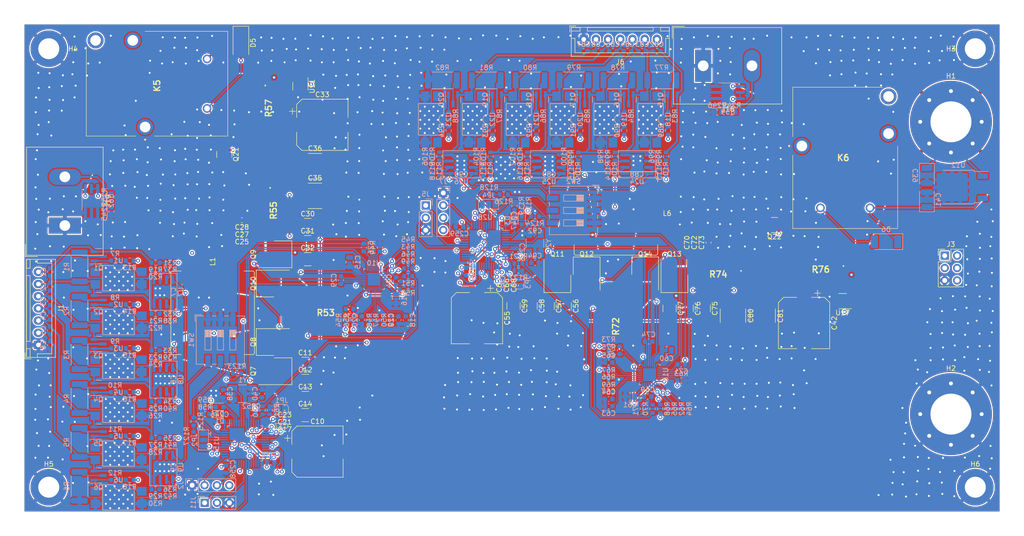
<source format=kicad_pcb>
(kicad_pcb (version 20221018) (generator pcbnew)
  (layers (0 "F.Cu" signal) (1 "In1.Cu" power) (2 "In2.Cu" power) (31 "B.Cu" signal) (34 "B.Paste" user) (35 "F.Paste" user) (36 "B.SilkS" user "B.Silkscreen") (37 "F.SilkS" user "F.Silkscreen") (38 "B.Mask" user) (39 "F.Mask" user) (44 "Edge.Cuts" user))
  (net 0 "")
  (net 1 "/BattStage1/Feedback/C5+")
  (net 2 "/BattStage1/Feedback/C4+")
  (net 3 "/BattStage1/Feedback/C3+")
  (net 4 "/BattStage1/Feedback/C2+")
  (net 5 "/BattStage1/Feedback/C1+")
  (net 6 "/BattStage1/Feedback/C0+")
  (net 7 "GND")
  (net 8 "VCC")
  (net 9 "VIN")
  (net 10 "Net-(U10-VCC)")
  (net 11 "/BattStage1/PowerStage/AVDD")
  (net 12 "Net-(U10-IMON)")
  (net 13 "Net-(U10-COMP)")
  (net 14 "Net-(U10-SS)")
  (net 15 "Net-(C22-Pad1)")
  (net 16 "Net-(U10-CSP)")
  (net 17 "Net-(U10-CSN)")
  (net 18 "/BattStage1/PowerStage/VOUT")
  (net 19 "Net-(U10-BST1)")
  (net 20 "Net-(U10-BST2)")
  (net 21 "Net-(Q10-D)")
  (net 22 "Net-(U10-IAVGP)")
  (net 23 "Net-(U10-IAVGN)")
  (net 24 "Net-(U11--)")
  (net 25 "Net-(JP1-B)")
  (net 26 "Net-(U15-PD0)")
  (net 27 "Net-(U15-PD1)")
  (net 28 "+3V3")
  (net 30 "Net-(C33-Pad1)")
  (net 31 "Net-(C42-Pad1)")
  (net 32 "Net-(U26B-+)")
  (net 33 "Net-(U26B--)")
  (net 34 "Net-(U26A-+)")
  (net 35 "Net-(U26A--)")
  (net 36 "Net-(U15-PB9)")
  (net 37 "Net-(U28-PB9)")
  (net 38 "Net-(U15-PB8)")
  (net 39 "Net-(U28-PB8)")
  (net 40 "Net-(U16-VCC)")
  (net 41 "/BattStage2/PowerStage/AVDD")
  (net 42 "Net-(U16-IMON)")
  (net 43 "Net-(U16-COMP)")
  (net 44 "Net-(U16-SS)")
  (net 45 "Net-(C67-Pad1)")
  (net 46 "Net-(U16-CSP)")
  (net 47 "Net-(U16-CSN)")
  (net 48 "/BattStage2/PowerStage/VOUT")
  (net 49 "Net-(U16-BST1)")
  (net 50 "Net-(U16-BST2)")
  (net 51 "Net-(U16-IAVGP)")
  (net 52 "Net-(U16-IAVGN)")
  (net 53 "Net-(U17--)")
  (net 54 "/BattStage2/Feedback/C5+")
  (net 55 "/BattStage2/Feedback/C4+")
  (net 56 "/BattStage2/Feedback/C3+")
  (net 57 "/BattStage2/Feedback/C2+")
  (net 58 "/BattStage2/Feedback/C1+")
  (net 59 "/BattStage2/Feedback/C0+")
  (net 60 "Net-(JP3-B)")
  (net 61 "Net-(U28-PD0)")
  (net 62 "Net-(U28-PD1)")
  (net 63 "Net-(U15-PB5)")
  (net 64 "Net-(U28-PB5)")
  (net 65 "+5V")
  (net 66 "Net-(D1-K)")
  (net 67 "Net-(D1-A)")
  (net 68 "Net-(D2-K)")
  (net 69 "Net-(D2-A)")
  (net 70 "Net-(D3-K)")
  (net 71 "Net-(D3-A)")
  (net 72 "Net-(D4-K)")
  (net 73 "Net-(D4-A)")
  (net 74 "Net-(D5-A)")
  (net 75 "Net-(D6-A)")
  (net 76 "Net-(J2-Pin_2)")
  (net 77 "Net-(J2-Pin_3)")
  (net 78 "/BattStage2/IOMCU/UART1_RX")
  (net 79 "/BattStage2/IOMCU/UART1_TX")
  (net 80 "Net-(J7-Pin_2)")
  (net 81 "Net-(J7-Pin_3)")
  (net 82 "/BattStage1/IOMCU/UART1_RX")
  (net 83 "/BattStage1/IOMCU/UART1_TX")
  (net 84 "Net-(J16-Pin_2)")
  (net 85 "Net-(J19-Pin_2)")
  (net 86 "Net-(JP2-C)")
  (net 87 "Net-(JP4-C)")
  (net 88 "Net-(Q1-G)")
  (net 89 "Net-(Q1-D)")
  (net 90 "Net-(Q2-G)")
  (net 91 "Net-(Q2-D)")
  (net 92 "Net-(Q3-G)")
  (net 93 "Net-(Q3-D)")
  (net 94 "Net-(Q4-G)")
  (net 95 "Net-(Q4-D)")
  (net 96 "Net-(Q5-G)")
  (net 97 "Net-(Q5-D)")
  (net 98 "Net-(Q6-G)")
  (net 99 "Net-(Q6-D)")
  (net 100 "Net-(Q7-G)")
  (net 101 "Net-(Q8-G)")
  (net 102 "Net-(Q9-G)")
  (net 103 "Net-(Q10-G)")
  (net 104 "Net-(Q11-G)")
  (net 105 "Net-(Q12-G)")
  (net 106 "Net-(Q13-G)")
  (net 107 "Net-(Q14-G)")
  (net 108 "Net-(Q15-G)")
  (net 109 "Net-(Q15-D)")
  (net 110 "Net-(Q16-G)")
  (net 111 "Net-(Q16-D)")
  (net 112 "Net-(Q17-G)")
  (net 113 "Net-(Q17-D)")
  (net 114 "Net-(Q18-G)")
  (net 115 "Net-(Q18-D)")
  (net 116 "Net-(Q19-G)")
  (net 117 "Net-(Q19-D)")
  (net 118 "Net-(Q20-G)")
  (net 119 "Net-(Q20-D)")
  (net 120 "/BattStage2/IOMCU/OUT_EN")
  (net 121 "/BattStage1/IOMCU/OUT_EN")
  (net 122 "Net-(R13-Pad1)")
  (net 123 "/BattStage1/Feedback/C5")
  (net 124 "Net-(R14-Pad1)")
  (net 125 "/BattStage1/Feedback/C4")
  (net 126 "Net-(R15-Pad1)")
  (net 127 "/BattStage1/Feedback/C3")
  (net 128 "Net-(R16-Pad1)")
  (net 129 "/BattStage1/Feedback/C2")
  (net 130 "Net-(R17-Pad1)")
  (net 131 "/BattStage1/Feedback/C1")
  (net 132 "Net-(R18-Pad1)")
  (net 133 "/BattStage1/Feedback/C0")
  (net 134 "Net-(U7A-+)")
  (net 135 "Net-(U7A--)")
  (net 136 "Net-(U7B-+)")
  (net 137 "Net-(U7B--)")
  (net 138 "Net-(U8A-+)")
  (net 139 "Net-(U8A--)")
  (net 140 "Net-(U8B-+)")
  (net 141 "Net-(U8B--)")
  (net 142 "Net-(U9A-+)")
  (net 143 "Net-(U9A--)")
  (net 144 "Net-(U9B-+)")
  (net 145 "Net-(U9B--)")
  (net 146 "/BattStage1/Feedback/S5")
  (net 147 "/BattStage1/Feedback/S4")
  (net 148 "/BattStage1/Feedback/S3")
  (net 149 "/BattStage1/Feedback/S2")
  (net 150 "/BattStage1/Feedback/S1")
  (net 151 "/BattStage1/Feedback/S0")
  (net 152 "/BattStage1/PowerStage/SCL")
  (net 153 "/BattStage1/PowerStage/EN")
  (net 154 "/BattStage1/PowerStage/SDA")
  (net 155 "/BattStage1/PowerStage/INT")
  (net 156 "Net-(U10-FB)")
  (net 157 "/BattStage1/IOMCU/ILIM")
  (net 158 "Net-(U15-PA0)")
  (net 159 "/BattStage2/PowerStage/SCL")
  (net 160 "/BattStage2/PowerStage/EN")
  (net 161 "/BattStage2/PowerStage/SDA")
  (net 162 "/BattStage2/PowerStage/INT")
  (net 163 "Net-(U16-FB)")
  (net 164 "/BattStage2/IOMCU/ILIM")
  (net 165 "Net-(R89-Pad1)")
  (net 166 "/BattStage2/Feedback/C5")
  (net 167 "Net-(R90-Pad1)")
  (net 168 "/BattStage2/Feedback/C4")
  (net 169 "Net-(R91-Pad1)")
  (net 170 "/BattStage2/Feedback/C3")
  (net 171 "Net-(R92-Pad1)")
  (net 172 "/BattStage2/Feedback/C2")
  (net 173 "Net-(R93-Pad1)")
  (net 174 "/BattStage2/Feedback/C1")
  (net 175 "Net-(R94-Pad1)")
  (net 176 "/BattStage2/Feedback/C0")
  (net 177 "Net-(U24A-+)")
  (net 178 "Net-(U24A--)")
  (net 179 "Net-(U24B-+)")
  (net 180 "Net-(U24B--)")
  (net 181 "Net-(U25A-+)")
  (net 182 "Net-(U25A--)")
  (net 183 "Net-(U25B-+)")
  (net 184 "Net-(U25B--)")
  (net 185 "/BattStage2/Feedback/S5")
  (net 186 "/BattStage2/Feedback/S4")
  (net 187 "/BattStage2/Feedback/S3")
  (net 188 "/BattStage2/Feedback/S2")
  (net 189 "/BattStage2/Feedback/S1")
  (net 190 "/BattStage2/Feedback/S0")
  (net 191 "Net-(U28-PA0)")
  (net 193 "/BattStage1/IOMCU/IOUT")
  (net 195 "/BattStage1/IOMCU/VBATT")
  (net 199 "/BattStage2/IOMCU/IOUT")
  (net 201 "/BattStage2/IOMCU/VBATT")
  (net 204 "Net-(R51-Pad2)")
  (net 205 "Net-(R52-Pad2)")
  (net 206 "Net-(R54-Pad2)")
  (net 207 "Net-(R55-Pad2)")
  (net 208 "Net-(U11-+)")
  (net 209 "Net-(R70-Pad2)")
  (net 210 "Net-(R71-Pad2)")
  (net 211 "Net-(R73-Pad2)")
  (net 212 "Net-(R74-Pad2)")
  (net 213 "Net-(U17-+)")
  (net 214 "Net-(Q8-D)")
  (net 215 "Net-(Q12-D)")
  (net 216 "Net-(Q14-D)")
  (net 217 "Net-(Q10-S-Pad1)")
  (net 218 "Net-(Q12-S-Pad1)")
  (net 219 "Net-(Q9-D)")
  (net 220 "Net-(Q13-D)")
  (net 221 "Net-(U62--)")
  (net 222 "Net-(U59--)")
  (net 223 "IO_SDA")
  (net 224 "IO_SCL")
  (footprint "Package_DFN_QFN:PQFN-8-EP_6x5mm_P1.27mm_Generic" (layer "F.Cu") (at 151.15 147.2)
    (fp_text reference "Q9")
    (fp_text value "IRFH5210")
  )
  (footprint "Package_DFN_QFN:PQFN-8-EP_6x5mm_P1.27mm_Generic" (layer "F.Cu") (at 151.25 165.2 180)
    (fp_text reference "Q8")
    (fp_text value "IRFH5210")
  )
  (footprint "Package_TO_SOT_SMD:SOT-23-5" (layer "F.Cu") (at 267.8 156.8 180)
    (fp_text reference "U17")
    (fp_text value "INA180A1")
  )
  (footprint "Capacitor_SMD:CP_Elec_10x10" (layer "F.Cu") (at 192.8 160.3 -90)
    (fp_text reference "C55")
    (fp_text value "100u")
  )
  (footprint "Capacitor_SMD:CP_Elec_10x10" (layer "F.Cu") (at 160.1 187.7)
    (fp_text reference "C10")
    (fp_text value "100u")
  )
  (footprint "Package_DFN_QFN:PQFN-8-EP_6x5mm_P1.27mm_Generic" (layer "F.Cu") (at 215.3 151.45 90)
    (fp_text reference "Q12")
    (fp_text value "IRFH5210")
  )
  (footprint "Capacitor_SMD:C_0603_1608Metric" (layer "F.Cu") (at 201.8 153.575 90)
    (fp_text reference "C68")
    (fp_text value "0.1u")
  )
  (footprint "Capacitor_SMD:C_0603_1608Metric" (layer "F.Cu") (at 240.3 144.8 90)
    (fp_text reference "C73")
    (fp_text value "0.1u")
  )
  (footprint "Capacitor_SMD:C_1210_3225Metric" (layer "F.Cu") (at 200.3 157.8 -90)
    (fp_text reference "C59")
    (fp_text value "10u")
  )
  (footprint "Capacitor_SMD:C_1210_3225Metric" (layer "F.Cu") (at 157.6 176.7)
    (fp_text reference "C13")
    (fp_text value "10u")
  )
  (footprint "Samacsys:WSLP27265L000FEA" (layer "F.Cu") (at 221.3 161 90)
    (fp_text reference "R72")
    (fp_text value "4m" hide)
  )
  (footprint "TerminalBlock_Dinkle:TerminalBlock_Dinkle_DT-55-B01X-02_P10.00mm" (layer "F.Cu") (at 108.3 141.3 90)
    (fp_text reference "J19")
    (fp_text value "BAT")
  )
  (footprint "Capacitor_SMD:C_1210_3225Metric" (layer "F.Cu") (at 232.300001 158.3 -90)
    (fp_text reference "C77")
    (fp_text value "10u")
  )
  (footprint "Package_DFN_QFN:PQFN-8-EP_6x5mm_P1.27mm_Generic" (layer "F.Cu") (at 151.25 153.2 180)
    (fp_text reference "Q10")
    (fp_text value "IRFH5210")
  )
  (footprint "Capacitor_SMD:C_0603_1608Metric" (layer "F.Cu") (at 144.6 140.2 180)
    (fp_text reference "C28")
    (fp_text value "0.1u")
  )
  (footprint "Capacitor_SMD:C_1210_3225Metric" (layer "F.Cu") (at 158.1 148.2)
    (fp_text reference "C32")
    (fp_text value "10u")
  )
  (footprint "MountingHole:MountingHole_8.4mm_M8_Pad_Via" (layer "F.Cu") (at 290 180)
    (fp_text reference "H2")
    (fp_text value "M8")
  )
  (footprint "Capacitor_SMD:C_2220_5650Metric" (layer "F.Cu") (at 159.6 135.2)
    (fp_text reference "C35")
    (fp_text value "22u")
  )
  (footprint "Samacsys:WSLP27265L000FEA" (layer "F.Cu") (at 150.1 118.2 -90)
    (fp_text reference "R57")
    (fp_text value "4m" hide)
  )
  (footprint "TerminalBlock_Dinkle:TerminalBlock_Dinkle_DT-55-B01X-02_P10.00mm" (layer "F.Cu") (at 239.2 108.500001)
    (fp_text reference "J16")
    (fp_text value "BAT")
  )
  (footprint "MountingHole:MountingHole_4.3mm_M4_DIN965_Pad_TopBottom" (layer "F.Cu") (at 295 105)
    (fp_text reference "H3")
    (fp_text value "M4")
  )
  (footprint "Capacitor_SMD:C_0603_1608Metric" (layer "F.Cu") (at 153.375 181.7 180)
    (fp_text reference "C17")
    (fp_text value "0.1u")
  )
  (footprint "Capacitor_SMD:C_1210_3225Metric" (layer "F.Cu") (at 157.6 173.2)
    (fp_text reference "C12")
    (fp_text value "10u")
  )
  (footprint "Capacitor_SMD:C_1210_3225Metric" (layer "F.Cu") (at 158.1 144.7)
    (fp_text reference "C31")
    (fp_text value "10u")
  )
  (footprint "Samacsys:T9GV5L145" (layer "F.Cu") (at 124.7 121.07 90)
    (fp_text reference "K5")
    (fp_text value "Relay_SPST-NO" hide)
  )
  (footprint "Package_DFN_QFN:PQFN-8-EP_6x5mm_P1.27mm_Generic" (layer "F.Cu") (at 227.3 151.45 90)
    (fp_text reference "Q14")
    (fp_text value "IRFH5210")
  )
  (footprint "Samacsys:WSLP27265L000FEA" (layer "F.Cu") (at 241.3 151.3 180)
    (fp_text reference "R74")
    (fp_text value "3m" hide)
  )
  (footprint "MountingHole:MountingHole_4.3mm_M4_DIN965_Pad_TopBottom" (layer "F.Cu") (at 105 195)
    (fp_text reference "H5")
    (fp_text value "M4")
  )
  (footprint "Capacitor_SMD:C_1210_3225Metric" (layer "F.Cu") (at 203.8 157.8 -90)
    (fp_text reference "C58")
    (fp_text value "10u")
  )
  (footprint "Capacitor_SMD:C_0603_1608Metric" (layer "F.Cu") (at 144.6 143.2 180)
    (fp_text reference "C25")
    (fp_text value "0.1u")
  )
  (footprint "Samacsys:T9GV5L145" (layer "F.Cu") (at 259.43 124.9)
    (fp_text reference "K6")
    (fp_text value "Relay_SPST-NO" hide)
  )
  (footprint "Capacitor_SMD:C_2220_5650Metric" (layer "F.Cu") (at 245.300001 159.8 -90)
    (fp_text reference "C80")
    (fp_text value "22u")
  )
  (footprint "Package_TO_SOT_SMD:SOT-23-5" (layer "F.Cu") (at 156.6 112.7 -90)
    (fp_text reference "U11")
    (fp_text value "INA180A1")
  )
  (footprint "Capacitor_SMD:C_1210_3225Metric" (layer "F.Cu") (at 239.300001 158.3 -90)
    (fp_text reference "C75")
    (fp_text value "10u")
  )
  (footprint "Package_TO_SOT_SMD:SOT-23" (layer "F.Cu") (at 141 126.7 -90)
    (fp_text reference "Q21")
    (fp_text value "AO3400A")
  )
  (footprint "Samacsys:WSLP27265L000FEA" (layer "F.Cu") (at 262.3 150.3 180)
    (fp_text reference "R76")
    (fp_text value "4m" hide)
  )
  (footprint "Capacitor_SMD:C_0603_1608Metric" (layer "F.Cu") (at 153.375 180.2 180)
    (fp_text reference "C21")
    (fp_text value "0.1u")
  )
  (footprint "Capacitor_SMD:C_2220_5650Metric" (layer "F.Cu") (at 159.6 129.115)
    (fp_text reference "C36")
    (fp_text value "22u")
  )
  (footprint "Connector_JST:JST_XH_B7B-XH-A_1x07_P2.50mm_Vertical" (layer "F.Cu") (at 102.875 165.8 90)
    (fp_text reference "J1")
    (fp_text value "Conn_01x07")
  )
  (footprint "Package_DFN_QFN:PQFN-8-EP_6x5mm_P1.27mm_Generic" (layer "F.Cu") (at 233.3 151.35 -90)
    (fp_text reference "Q13")
    (fp_text value "IRFH5210")
  )
  (footprint "Diode_SMD:D_MELF" (layer "F.Cu") (at 144.4 103.8 -90)
    (fp_text reference "D5")
    (fp_text value "SM4001")
  )
  (footprint "MountingHole:MountingHole_4.3mm_M4_DIN965_Pad_TopBottom" (layer "F.Cu") (at 105 105)
    (fp_text reference "H4")
    (fp_text value "M4")
  )
  (footprint "MountingHole:MountingHole_8.4mm_M8_Pad_Via" (layer "F.Cu") (at 290 120)
    (fp_text reference "H1")
    (fp_text value "M8")
  )
  (footprint "Package_DFN_QFN:PQFN-8-EP_6x5mm_P1.27mm_Generic" (layer "F.Cu") (at 209.3 151.35 -90)
    (fp_text reference "Q11")
    (fp_text value "IRFH5210")
  )
  (footprint "Capacitor_SMD:C_0603_1608Metric" (layer "F.Cu") (at 238.8 144.8 90)
    (fp_text reference "C72")
    (fp_text value "0.1u")
  )
  (footprint "Capacitor_SMD:C_1210_3225Metric" (layer "F.Cu") (at 157.6 180.2)
    (fp_text reference "C14")
    (fp_text value "10u")
  )
  (footprint "Capacitor_SMD:C_1210_3225Metric" (layer "F.Cu") (at 207.3 157.8 -90)
    (fp_text reference "C57")
    (fp_text value "10u")
  )
  (footprint "Package_DFN_QFN:PQFN-8-EP_6x5mm_P1.27mm_Generic" (layer "F.Cu") (at 151.15 171.2)
    (fp_text reference "Q7")
    (fp_text value "IRFH5210")
  )
  (footprint "Capacitor_SMD:CP_Elec_10x10" (layer "F.Cu") (at 161.1 120.615)
    (fp_text reference "C33")
    (fp_text value "100u")
  )
  (footprint "Capacitor_SMD:C_1210_3225Metric" (layer "F.Cu") (at 158.1 141.2)
    (fp_text reference "C30")
    (fp_text value "10u")
  )
  (footprint "Capacitor_SMD:C_0603_1608Metric" (layer "F.Cu") (at 200.3 153.575 90)
    (fp_text reference "C66")
    (fp_text value "0.1u")
  )
  (footprint "Samacsys:WSLP27265L000FEA" (layer "F.Cu") (at 160.8 159.2 180)
    (fp_text reference "R53")
    (fp_text value "4m" hide)
  )
  (footprint "Capacitor_SMD:C_1210_3225Metric" (layer "F.Cu") (at 157.6 169.7)
    (fp_text reference "C11")
    (fp_text value "10u")
  )
  (footprint "Capacitor_SMD:C_0603_1608Metric" (layer "F.Cu") (at 237.3 144.8 90)
    (fp_text reference "C70")
    (fp_text value "0.1u")
  )
  (footprint "Capacitor_SMD:C_1210_3225Metric" (layer "F.Cu") (at 210.8 157.8 -90)
    (fp_text reference "C56")
    (fp_text value "10u")
  )
  (footprint "Capacitor_SMD:C_0603_1608Metric" (layer "F.Cu") (at 198.8 153.575 90)
    (fp_text reference "C62")
    (fp_text value "0.1u")
  )
  (footprint "Capacitor_SMD:C_2220_5650Metric" (layer "F.Cu") (at 251.385001 159.8 -90)
    (fp_text reference "C81")
    (fp_text value "22u")
  )
  (footprint "Capacitor_SMD:CP_Elec_10x10" (layer "F.Cu") (at 259.885 161.3 -90)
    (fp_text reference "C42")
    (fp_text value "100u")
  )
  (footprint "Capacitor_SMD:C_1210_3225Metric" (layer "F.Cu") (at 235.800001 158.3 -90)
    (fp_text reference "C76")
    (fp_text value "10u")
  )
  (footprint "MountingHole:MountingHole_4.3mm_M4_DIN965_Pad_TopBottom" (layer "F.Cu") (at 295 195)
    (fp_text reference "H6")
    (fp_text value "M4")
  )
  (footprint "Inductor_SMD:L_Bourns_SRP1770TA_16.9x16.9mm" (layer "F.Cu") (at 138.6 159.2 90)
    (fp_text reference "L1")
    (fp_text value "4.7u")
  )
  (footprint "Capacitor_SMD:C_0603_1608Metric" (layer "F.Cu") (at 153.375 178.7 180)
    (fp_text reference "C23")
    (fp_text value "0.1u")
  )
  (footprint "Connector_PinHeader_2.54mm:PinHeader_2x03_P2.54mm_Vertical" (layer "F.Cu") (at 288.725 147.475)
    (fp_text reference "J3")
    (fp_text value "Conn_02x03_Odd_Even")
  )
  (footprint "Capacitor_SMD:C_0603_1608Metric" (layer "F.Cu") (at 144.6 141.7 180)
    (fp_text reference "C27")
    (fp_text value "0.1u")
  )
  (footprint "Inductor_SMD:L_Bourns_SRP1770TA_16.9x16.9mm" (layer "F.Cu") (at 221.3 138.8)
    (fp_text reference "L6")
    (fp_text value "4.7u")
  )
  (footprint "Package_TO_SOT_SMD:SOT-23" (layer "F.Cu") (at 253.800001 141.2 180)
    (fp_text reference "Q22")
    (fp_text value "AO3400A")
  )
  (footprint "Connector_JST:JST_XH_B7B-XH-A_1x07_P2.50mm_Vertical" (layer "F.Cu") (at 214.7 103.075001)
    (fp_text reference "J6")
    (fp_text value "Conn_01x07")
  )
  (footprint "Samacsys:WSLP27265L000FEA" (layer "F.Cu") (at 151.1 139.2 -90)
    (fp_text reference "R55")
    (fp_text value "3m" hide)
  )
  (footprint "Capacitor_SMD:C_0603_1608Metric" (layer "B.Cu") (at 222.1 166.9 -90)
    (fp_text reference "C79")
    (fp_text value "0.22u")
  )
  (footprint "Capacitor_SMD:C_0603_1608Metric" (layer "B.Cu") (at 217.675 105.500001 180)
    (fp_text reference "C86")
    (fp_text value "100n")
  )
  (footprint "Jumper:SolderJumper-3_P1.3mm_Open_Pad1.0x1.5mm" (layer "B.Cu") (at 136.74 185.3 -90)
    (fp_text reference "JP2")
    (fp_text value "BOOT0")
  )
  (footprint "Resistor_SMD:R_0603_1608Metric" (layer "B.Cu") (at 219.8 166.1 180)
    (fp_text reference "R73")
    (fp_text value "100")
  )
  (footprint "Jumper:SolderJumper-2_P1.3mm_Open_RoundedPad1.0x1.5mm" (layer "B.Cu") (at 201.5 152.94 90)
    (fp_text reference "JP3")
    (fp_text value "RST")
  )
  (footprint "Capacitor_SMD:C_0603_1608Metric" (layer "B.Cu") (at 152.74 181)
    (fp_text reference "C37")
    (fp_text value "100n")
  )
  (footprint "Resistor_SMD:R_0603_1608Metric" (layer "B.Cu") (at 118.6 166.5 180)
    (fp_text reference "R9")
    (fp_text value "1k")
  )
  (footprint "Resistor_SMD:R_0603_1608Metric" (layer "B.Cu") (at 126.9 168.4)
    (fp_text reference "R24")
    (fp_text value "10k")
  )
  (footprint "Capacitor_SMD:C_0603_1608Metric" (layer "B.Cu") (at 214.675 105.500001 180)
    (fp_text reference "C87")
    (fp_text value "100n")
  )
  (footprint "Resistor_SMD:R_0603_1608Metric" (layer "B.Cu") (at 126.9 178.9)
    (fp_text reference "R26")
    (fp_text value "10k")
  )
  (footprint "Resistor_SMD:R_2512_6332Metric" (layer "B.Cu") (at 111.3 167.8 -90)
    (fp_text reference "R3")
    (fp_text value "50")
  )
  (footprint "Capacitor_SMD:C_0603_1608Metric" (layer "B.Cu") (at 105.3 159.825 -90)
    (fp_text reference "C4")
    (fp_text value "100n")
  )
  (footprint "Resistor_SMD:R_0603_1608Metric" (layer "B.Cu") (at 126.9 159.4)
    (fp_text reference "R21")
    (fp_text value "10k")
  )
  (footprint "Resistor_SMD:R_0603_1608Metric" (layer "B.Cu") (at 187 118.800001 90)
    (fp_text reference "R88")
    (fp_text value "1k")
  )
  (footprint "Resistor_SMD:R_0603_1608Metric" (layer "B.Cu") (at 126.9 160.9)
    (fp_text reference "R22")
    (fp_text value "10k")
  )
  (footprint "Resistor_SMD:R_0603_1608Metric" (layer "B.Cu") (at 233.400001 178.9 90)
    (fp_text reference "R62")
    (fp_text value "2.2k")
  )
  (footprint "Resistor_SMD:R_0603_1608Metric" (layer "B.Cu") (at 129.9 186.4 180)
    (fp_text reference "R35")
    (fp_text value "7.87k")
  )
  (footprint "Resistor_SMD:R_0603_1608Metric" (layer "B.Cu") (at 126.9 177.4)
    (fp_text reference "R25")
    (fp_text value "10k")
  )
  (footprint "Resistor_SMD:R_0603_1608Metric" (layer "B.Cu") (at 221.1 130.1 -90)
    (fp_text reference "R114")
    (fp_text value "7.87k")
  )
  (footprint "Resistor_SMD:R_0603_1608Metric" (layer "B.Cu") (at 221.1 127.1 -90)
    (fp_text reference "R97")
    (fp_text value "10k")
  )
  (footprint "Package_DIP:SMDIP-4_W9.53mm" (layer "B.Cu") (at 119.3 197.1 180)
    (fp_text reference "U6")
    (fp_text value "LTV-817S")
  )
  (footprint "Resistor_SMD:R_2512_6332Metric" (layer "B.Cu") (at 111.3 185.8 -90)
    (fp_text reference "R5")
    (fp_text value "50")
  )
  (footprint "Resistor_SMD:R_0603_1608Metric" (layer "B.Cu") (at 121.6 175.5)
    (fp_text reference "R16")
    (fp_text value "1k")
  )
  (footprint "Capacitor_SMD:C_0603_1608Metric" (layer "B.Cu") (at 140.04 181.5 180)
    (fp_text reference "C246")
    (fp_text value "100n")
  )
  (footprint "Resistor_SMD:R_0603_1608Metric" (layer "B.Cu") (at 230.400001 178.9 90)
    (fp_text reference "R68")
    (fp_text value "100k")
  )
  (footprint "Resistor_SMD:R_0603_1608Metric" (layer "B.Cu") (at 226.800001 178.9 -90)
    (fp_text reference "R71")
    (fp_text value "100")
  )
  (footprint "Package_QFP:LQFP-48_7x7mm_P0.5mm" (layer "B.Cu") (at 194.5 145.44 180)
    (fp_text reference "U28")
    (fp_text value "STM32F103C8Tx")
  )
  (footprint "Capacitor_SMD:C_0603_1608Metric" (layer "B.Cu") (at 105.3 153.825 -90)
    (fp_text reference "C2")
    (fp_text value "100n")
  )
  (footprint "Resistor_SMD:R_0603_1608Metric" (layer "B.Cu") (at 219.8 167.7 180)
    (fp_text reference "R75")
    (fp_text value "100")
  )
  (footprint "LED_SMD:LED_0603_1608Metric" (layer "B.Cu") (at 200.5 140.24 -90)
    (fp_text reference "D3")
    (fp_text value "LED")
  )
  (footprint "Resistor_SMD:R_2512_6332Metric" (layer "B.Cu") (at 194.7 111.500001 180)
    (fp_text reference "R81")
    (fp_text value "50")
  )
  (footprint "Button_Switch_SMD:SW_DIP_SPSTx03_Slide_9.78x9.8mm_W8.61mm_P2.54mm" (layer "B.Cu") (at 212.6 138.2 180)
    (fp_text reference "SW2")
    (fp_text value "SW_DIP_x03")
  )
  (footprint "Resistor_SMD:R_0603_1608Metric" (layer "B.Cu") (at 129.9 159.4)
    (fp_text reference "R38")
    (fp_text value "7.87k")
  )
  (footprint "Package_DIP:SMDIP-4_W9.53mm" (layer "B.Cu") (at 210.4 119.500001 90)
    (fp_text reference "U20")
    (fp_text value "LTV-817S")
  )
  (footprint "Capacitor_SMD:C_0603_1608Metric" (layer "B.Cu") (at 105.3 150.825 -90)
    (fp_text reference "C1")
    (fp_text value "100n")
  )
  (footprint "Resistor_SMD:R_0603_1608Metric" (layer "B.Cu") (at 214 121.800001 -90)
    (fp_text reference "R91")
    (fp_text value "1k")
  )
  (footprint "Resistor_SMD:R_0603_1608Metric" (layer "B.Cu") (at 134.7 181.5 90)
    (fp_text reference "R125")
    (fp_text value "10k")
  )
  (footprint "Resistor_SMD:R_0603_1608Metric" (layer "B.Cu") (at 178.7 148.6 180)
    (fp_text reference "R46")
    (fp_text value "10k")
  )
  (footprint "Package_DIP:SMDIP-4_W9.53mm" (layer "B.Cu") (at 228.4 119.500001 90)
    (fp_text reference "U18")
    (fp_text value "LTV-817S")
  )
  (footprint "Resistor_SMD:R_0603_1608Metric" (layer "B.Cu") (at 185.1 130.1 -90)
    (fp_text reference "R118")
    (fp_text value "7.87k")
  )
  (footprint "Resistor_SMD:R_0603_1608Metric" (layer "B.Cu") (at 170.7 160.7 90)
    (fp_text reference "R47")
    (fp_text value "42.2k")
  )
  (footprint "LED_SMD:LED_0603_1608Metric" (layer "B.Cu") (at 140.04 178.5)
    (fp_text reference "D2")
    (fp_text value "LED")
  )
  (footprint "Connector_PinHeader_2.54mm:PinHeader_1x03_P2.54mm_Vertical" (layer "B.Cu") (at 136.96 198.2 -90)
    (fp_text reference "J11")
    (fp_text value "PWR1_DBG")
  )
  (footprint "Resistor_SMD:R_0603_1608Metric" (layer "B.Cu") (at 205 118.800001 90)
    (fp_text reference "R86")
    (fp_text value "1k")
  )
  (footprint "Resistor_SMD:R_0603_1608Metric" (layer "B.Cu") (at 242.05 118.050001 180)
    (fp_text reference "R246")
    (fp_text value "1.5M")
  )
  (footprint "Resistor_SMD:R_0603_1608Metric" (layer "B.Cu") (at 195.3 134.9 180)
    (fp_text reference "R128")
    (fp_text value "10k")
  )
  (footprint "Resistor_SMD:R_0603_1608Metric" (layer "B.Cu") (at 129.9 168.4 180)
    (fp_text reference "R33")
    (fp_text value "7.87k")
  )
  (footprint "LED_SMD:LED_0603_1608Metric" (layer "B.Cu") (at 140.04 180)
    (fp_text reference "D1")
    (fp_text value "LED")
  )
  (footprint "Resistor_SMD:R_0603_1608Metric" (layer "B.Cu") (at 196 121.800001 -90)
    (fp_text reference "R93")
    (fp_text value "1k")
  )
  (footprint "Resistor_SMD:R_0603_1608Metric" (layer "B.Cu") (at 121.6 193.5)
    (fp_text reference "R18")
    (fp_text value "1k")
  )
  (footprint "Resistor_SMD:R_0603_1608Metric" (layer "B.Cu") (at 129.9 166.9)
    (fp_text reference "R39")
    (fp_text value "7.87k")
  )
  (footprint "Resistor_SMD:R_0603_1608Metric" (layer "B.Cu") (at 198.3 134.9)
    (fp_text reference "R126")
    (fp_text value "10k")
  )
  (footprint "Package_QFP:LQFP-48_7x7mm_P0.5mm" (layer "B.Cu") (at 145.24 186 -90)
    (fp_text reference "U15")
    (fp_text value "STM32F103C8Tx")
  )
  (footprint "Resistor_SMD:R_2512_6332Metric" (layer "B.Cu") (at 111.3 158.8 -90)
    (fp_text reference "R2")
    (fp_text value "50")
  )
  (footprint "Resistor_SMD:R_2512_6332Metric" (layer "B.Cu") (at 111.3 149.8 -90)
    (fp_text reference "R1")
    (fp_text value "50")
  )
  (footprint "Resistor_SMD:R_2512_6332Metric" (layer "B.Cu") (at 221.7 111.500001 180)
    (fp_text reference "R78")
    (fp_text value "50")
  )
  (footprint "Capacitor_SMD:C_0603_1608Metric" (layer "B.Cu") (at 105.3 156.825 -90)
    (fp_text reference "C3")
    (fp_text value "100n")
  )
  (footprint "Diode_SMD:D_MELF" (layer "B.Cu") (at 276.7 144.6 180)
    (fp_text reference "D6")
    (fp_text value "SM4001")
  )
  (footprint "Resistor_SMD:R_0603_1608Metric" (layer "B.Cu") (at 232 121.800001 -90)
    (fp_text reference "R89")
    (fp_text value "1k")
  )
  (footprint "Resistor_SMD:R_0603_1608Metric" (layer "B.Cu") (at 234.700001 173.1 180)
    (fp_text reference "R63")
    (fp_text value "100k")
  )
  (footprint "Capacitor_Tantalum_SMD:CP_EIA-3528-21_Kemet-B" (layer "B.Cu") (at 285.075 136.0075 90)
    (fp_text reference "C41")
    (fp_text value "10u")
  )
  (footprint "Resistor_SMD:R_0603_1608Metric" (layer "B.Cu") (at 148.84 179.2 -90)
    (fp_text reference "R60")
    (fp_text value "68k")
  )
  (footprint "Resistor_SMD:R_0603_1608Metric" (layer "B.Cu") (at 121.6 157.5)
    (fp_text reference "R14")
    (fp_text value "1k")
  )
  (footprint "Resistor_SMD:R_0603_1608Metric" (layer "B.Cu") (at 129.9 195.4)
    (fp_text reference "R42")
    (fp_text value "7.87k")
  )
  (footprint "Capacitor_SMD:C_0603_1608Metric" (layer "B.Cu") (at 207.6 132.2 180)
    (fp_text reference "C89")
    (fp_text value "100n")
  )
  (footprint "PCM_Package_SO_AKL:SOIC-8_3.9x4.9mm_P1.27mm" (layer "B.Cu") (at 128.5 190.9 90)
    (fp_text reference "U9")
    (fp_text value "LM2904" hide)
  )
  (footprint "Resistor_SMD:R_0603_1608Metric" (layer "B.Cu") (at 231.6 127.1 -90)
    (fp_text reference "R95")
    (fp_text value "10k")
  )
  (footprint "Resistor_SMD:R_0603_1608Metric" (layer "B.Cu") (at 126.9 150.4)
    (fp_text reference "R20")
    (fp_text value "10k")
  )
  (footprint "Resistor_SMD:R_0603_1608Metric" (layer "B.Cu") (at 150.34 179.2 90)
    (fp_text reference "R61")
    (fp_text value "10k")
  )
  (footprint "Capacitor_SMD:C_0603_1608Metric" (layer "B.Cu") (at 225.6 132.2 180)
    (fp_text reference "C88")
    (fp_text value "100n")
  )
  (footprint "Resistor_SMD:R_0603_1608Metric" (layer "B.Cu") (at 219.6 130.1 90)
    (fp_text reference "R108")
    (fp_text value "7.87k")
  )
  (footprint "Resistor_SMD:R_0603_1608Metric" (layer "B.Cu") (at 126.9 186.4)
    (fp_text reference "R28")
    (fp_text value "10k")
  )
  (footprint "Capacitor_SMD:C_0603_1608Metric" (layer "B.Cu") (at 223.675 105.500001 180)
    (fp_text reference "C84")
    (fp_text value "100n")
  )
  (footprint "Capacitor_SMD:C_0603_1608Metric" (layer "B.Cu") (at 189.6 132.2 180)
    (fp_text reference "C90")
    (fp_text value "100n")
  )
  (footprint "Package_TO_SOT_SMD:SOT-23" (layer "B.Cu") (at 115.2 192.6)
    (fp_text reference "Q6")
    (fp_text value "DMG2301L")
  )
  (footprint "Resistor_SMD:R_0603_1608Metric" (layer "B.Cu") (at 165.9 160.7 -90)
    (fp_text reference "R54")
    (fp_text value "100")
  )
  (footprint "Resistor_SMD:R_0603_1608Metric" (layer "B.Cu") (at 212.1 127.1 -90)
    (fp_text reference "R100")
    (fp_text value "10k")
  )
  (footprint "Package_SO:SOIC-8_3.9x4.9mm_P1.27mm" (layer "B.Cu") (at 114.4 136.2 90)
    (fp_text reference "U62")
    (fp_text value "INA240A1D")
  )
  (footprint "Resistor_SMD:R_0603_1608Metric" (layer "B.Cu") (at 129.9 184.9)
    (fp_text reference "R41")
    (fp_text value "7.87k")
  )
  (footprint "Capacitor_SMD:C_0603_1608Metric" (layer "B.Cu") (at 173.7 160.7 90)
    (fp_text reference "C22")
    (fp_text value "68n")
  )
  (footprint "Resistor_SMD:R_0603_1608Metric" (layer "B.Cu") (at 223 121.800001 -90)
    (fp_text reference "R90")
    (fp_text value "1k")
  )
  (footprint "Resistor_SMD:R_0603_1608Metric" (layer "B.Cu") (at 126.9 184.9)
    (fp_text reference "R27")
    (fp_text value "10k")
  )
  (footprint "Capacitor_SMD:C_0603_1608Metric" (layer "B.Cu") (at 148.74 175.8 -90)
    (fp_text reference "C40")
    (fp_text value "26p 16V")
  )
  (footprint "Capacitor_SMD:C_0603_1608Metric" (layer "B.Cu") (at 178.2 160.7 90)
    (fp_text reference "C18")
    (fp_text value "100p")
  )
  (footprint "Resistor_SMD:R_2512_6332Metric" (layer "B.Cu") (at 185.7 111.500001 180)
    (fp_text reference "R82")
    (fp_text value "50")
  )
  (footprint "Capacitor_SMD:C_0603_1608Metric" (layer "B.Cu") (at 176.2 152.7 -90)
    (fp_text reference "C24")
    (fp_text value "47p")
  )
  (footprint "Resistor_SMD:R_0603_1608Metric" (layer "B.Cu") (at 231.6 130.1 -90)
    (fp_text reference "R113")
    (fp_text value "7.87k")
  )
  (footprint "Resistor_SMD:R_0603_1608Metric" (layer "B.Cu") (at 196 118.800001 90)
    (fp_text reference "R87")
    (fp_text value "1k")
  )
  (footprint "Resistor_SMD:R_0603_1608Metric" (layer "B.Cu") (at 194.1 130.1 90)
    (fp_text reference "R111")
    (fp_text value "7.87k")
  )
  (footprint "Capacitor_SMD:C_0603_1608Metric" (layer "B.Cu") (at 141.34 191.275 90)
    (fp_text reference "C258")
    (fp_text value "100n")
  )
  (footprint "Resistor_SMD:R_0603_1608Metric" (layer "B.Cu") (at 129.9 150.4 180)
    (fp_text reference "R31")
    (fp_text value "7.87k")
  )
  (footprint "Resistor_SMD:R_0603_1608Metric" (layer "B.Cu") (at 118.6 193.5 180)
    (fp_text reference "R12")
    (fp_text value "1k")
  )
  (footprint "Resistor_SMD:R_0603_1608Metric" (layer "B.Cu") (at 183.6 130.1 90)
    (fp_text reference "R112")
    (fp_text value "7.87k")
  )
  (footprint "Resistor_SMD:R_0603_1608Metric" (layer "B.Cu") (at 126.9 166.9)
    (fp_text reference "R23")
    (fp_text value "10k")
  )
  (footprint "Resistor_SMD:R_0603_1608Metric" (layer "B.Cu") (at 212.1 130.1 90)
    (fp_text reference "R109")
    (fp_text value "7.87k")
  )
  (footprint "Resistor_SMD:R_0603_1608Metric" (layer "B.Cu") (at 204.7 139.4)
    (fp_text reference "R124")
    (fp_text value "10k")
  )
  (footprint "Capacitor_SMD:C_0603_1608Metric" (layer "B.Cu") (at 166.7 158.4)
    (fp_text reference "C34")
    (fp_text value "0.22u")
  )
  (footprint "Resistor_SMD:R_0603_1608Metric" (layer "B.Cu") (at 202 137.24 90)
    (fp_text reference "R120")
    (fp_text value "68")
  )
  (footprint "PCM_Package_SO_AKL:SOIC-8_3.9x4.9mm_P1.27mm" (layer "B.Cu") (at 128.5 172.9 90)
    (fp_text reference "U8")
    (fp_text value "LM2904" hide)
  )
  (footprint "Capacitor_SMD:C_0603_1608Metric" (layer "B.Cu") (at 200.7 146.74 90)
    (fp_text reference "C253")
    (fp_text value "100n")
  )
  (footprint "Resistor_SMD:R_0603_1608Metric" (layer "B.Cu") (at 126.89 195.4)
    (fp_text reference "R29")
    (fp_text value "10k")
  )
  (footprint "Resistor_SMD:R_0603_1608Metric" (layer "B.Cu") (at 126.9 148.9)
    (fp_text reference "R19")
    (fp_text value "10k")
  )
  (footprint "Resistor_SMD:R_0603_1608Metric" (layer "B.Cu") (at 203.1 130.1 -90)
    (fp_text reference "R116")
    (fp_text value "7.87k")
  )
  (footprint "Resistor_SMD:R_0603_1608Metric" (layer "B.Cu") (at 118.6 184.5 180)
    (fp_text reference "R11")
    (fp_text value "1k")
  )
  (footprint "Crystal:Crystal_SMD_Abracon_ABM3B-4Pin_5.0x3.2mm" (layer "B.Cu") (at 144.74 175.8 180)
    (fp_text reference "Y1")
    (fp_text value "8M")
  )
  (footprint "Package_TO_SOT_SMD:SOT-23" (layer "B.Cu") (at 115.2 156.6)
    (fp_text reference "Q2")
    (fp_text value "DMG2301L")
  )
  (footprint "Package_DIP:SMDIP-4_W9.53mm" (layer "B.Cu") (at 201.4 119.500001 90)
    (fp_text reference "U21")
    (fp_text value "LTV-817S")
  )
  (footprint "PCM_Package_SO_AKL:SOIC-8_3.9x4.9mm_P1.27mm" (layer "B.Cu") (at 128.5 154.9 90)
    (fp_text reference "U7")
    (fp_text value "LM2904" hide)
  )
  (footprint "Resistor_SMD:R_0603_1608Metric" (layer "B.Cu") (at 185.1 127.09 -90)
    (fp_text reference "R105")
    (fp_text value "10k")
  )
  (footprint "Button_Switch_SMD:SW_DIP_SPSTx03_Slide_9.78x9.8mm_W8.61mm_P2.54mm" (layer "B.Cu") (at 140.2 164.8 -90)
    (fp_text reference "SW1")
    (fp_text value "SW_DIP_x03")
  )
  (footprint "LED_SMD:LED_0603_1608Metric" (layer "B.Cu") (at 202 140.24 -90)
    (fp_text reference "D4")
    (fp_text value "LED")
  )
  (footprint "Resistor_SMD:R_0603_1608Metric" (layer "B.Cu") (at 129.9 177.4)
    (fp_text reference "R40")
    (fp_text value "7.87k")
  )
  (footprint "Capacitor_Tantalum_SMD:CP_EIA-3528-21_Kemet-B" (layer "B.Cu") (at 285.075 131.0075 -90)
    (fp_text reference "C39")
    (fp_text value "10u")
  )
  (footprint "Resistor_SMD:R_0603_1608Metric" (layer "B.Cu") (at 172.2 160.7 -90)
    (fp_text reference "R48")
    (fp_text value "3.3k")
  )
  (footprint "Capacitor_SMD:C_0603_1608Metric" (layer "B.Cu") (at 190.6 150.715 90)
    (fp_text reference "C265")
    (fp_text value "100n")
  )
  (footprint "Capacitor_SMD:C_0603_1608Metric" (layer "B.Cu") (at 132 172.9 -90)
    (fp_text reference "C8")
    (fp_text value "100n")
  )
  (footprint "Capacitor_SMD:C_0603_1608Metric" (layer "B.Cu") (at 227.800001 176.4 180)
    (fp_text reference "C69")
    (fp_text value "47p")
  )
  (footprint "PCM_Package_SO_AKL:SOIC-8_3.9x4.9mm_P1.27mm" (layer "B.Cu") (at 225.6 128.7)
    (fp_text reference "U24")
    (fp_text value "LM2904" hide)
  )
  (footprint "Resistor_SMD:R_0603_1608Metric" (layer "B.Cu") (at 223 118.800001 90)
    (fp_text reference "R84")
    (fp_text value "1k")
  )
  (footprint "Capacitor_SMD:C_0603_1608Metric" (layer "B.Cu") (at 189.225 141.54)
    (fp_text reference "C259")
    (fp_text value "100n")
  )
  (footprint "Resistor_SMD:R_0603_1608Metric" (layer "B.Cu") (at 187 121.800001 -90)
    (fp_text reference "R94")
    (fp_text value "1k")
  )
  (footprint "Capacitor_SMD:C_0805_2012Metric" (layer "B.Cu") (at 176.2 156.3 90)
    (fp_text reference "C16")
    (fp_text value "2.2u")
  )
  (footprint "Package_TO_SOT_SMD:SOT-23" (layer "B.Cu") (at 196.9 115.400001 -90)
    (fp_text reference "Q19")
    (fp_text value "DMG2301L")
  )
  (footprint "Resistor_SMD:R_0603_1608Metric" (layer "B.Cu") (at 121.6 148.5)
    (fp_text reference "R13")
    (fp_text value "1k")
  )
  (footprint "Capacitor_SMD:C_0603_1608Metric" (layer "B.Cu") (at 204.7 140.94)
    (fp_text reference "C92")
    (fp_text value "26p 16V")
  )
  (footprint "Capacitor_SMD:C_0603_1608Metric" (layer "B.Cu") (at 140.74 175.8 90)
    (fp_text reference "C38")
    (fp_text value "26p 16V")
  )
  (footprint "Jumper:SolderJumper-2_P1.3mm_Open_RoundedPad1.0x1.5mm" (layer "B.Cu") (at 152.74 179 180)
    (fp_text reference "JP1")
    (fp_text value "RST")
  )
  (footprint "Resistor_SMD:R_0603_1608Metric" (layer "B.Cu") (at 178.7 151.7)
    (fp_text reference "R51")
    (fp_text value "100")
  )
  (footprint "Resistor_SMD:R_0603_1608Metric" (layer "B.Cu") (at 219.6 127.1 -90)
    (fp_text reference "R98")
    (fp_text value "10k")
  )
  (footprint "Package_DIP:SMDIP-4_W9.53mm" (layer "B.Cu") (at 183.4 119.500001 90)
    (fp_text reference "U23")
    (fp_text value "LTV-817S")
  )
  (footprint "PCM_Package_SO_AKL:SOIC-8_3.9x4.9mm_P1.27mm" (layer "B.Cu") (at 207.6 128.7)
    (fp_text reference "U25")
    (fp_text value "LM2904" hide)
  )
  (footprint "Capacitor_SMD:C_0603_1608Metric" (layer "B.Cu") (at 220.675 105.500001 180)
    (fp_text reference "C85")
    (fp_text value "100n")
  )
  (footprint "Capacitor_SMD:C_0603_1608Metric" (layer "B.Cu") (at 199.5 152.94 -90)
    (fp_text reference "C91")
    (fp_text value "100n")
  )
  (footprint "Capacitor_SMD:C_0603_1608Metric" (layer "B.Cu") (at 169.6 145.8 90)
    (fp_text reference "C26")
    (fp_text value "0.22u")
  )
  (footprint "Capacitor_SMD:C_0603_1608Metric" (layer "B.Cu") (at 105.3 162.825 -90)
    (fp_text reference "C5")
    (fp_text value "100n")
  )
  (footprint "Package_DFN_QFN:QFN-32-1EP_4x4mm_P0.4mm_EP2.65x2.65mm" (layer "B.Cu") (at 171.7 152.3 180)
    (fp_text reference "U10")
    (fp_text value "MP2984")
  )
  (footprint "Package_DIP:SMDIP-4_W9.53mm" (layer "B.Cu") (at 119.3 188.1 180)
    (fp_text reference "U5")
    (fp_text value "LTV-817S")
  )
  (footprint "Resistor_SMD:R_0603_1608Metric" (layer "B.Cu") (at 134.7 184.5 -90)
    (fp_text reference "R127")
    (fp_text value "10k")
  )
  (footprint "Resistor_SMD:R_0603_1608Metric" (layer "B.Cu") (at 183.6 127.1 -90)
    (fp_text reference "R106")
    (fp_text value "10k")
  )
  (footprint "Package_TO_SOT_SMD:SOT-23" (layer "B.Cu") (at 232.9 115.400001 -90)
    (fp_text reference "Q15")
    (fp_text value "DMG2301L")
  )
  (footprint "Package_TO_SOT_SMD:SOT-23" (layer "B.Cu") (at 115.2 165.6)
    (fp_text reference "Q3")
    (fp_text value "DMG2301L")
  )
  (footprint "Resistor_SMD:R_2512_6332Metric" (layer "B.Cu") (at 111.3 194.8 -90)
    (fp_text reference "R6")
    (fp_text value "50")
  )
  (footprint "Resistor_SMD:R_0603_1608Metric" (layer "B.Cu") (at 117.85 135.45 -90)
    (fp_text reference "R252")
    (fp_text value "9.53k")
  )
  (footprint "Resistor_SMD:R_2512_6332Metric" (layer "B.Cu") (at 230.7 111.500001 180)
    (fp_text reference "R77")
    (fp_text value "50")
  )
  (footprint "PCM_Package_SO_AKL:SOIC-8_3.9x4.9mm_P1.27mm" (layer "B.Cu") (at 189.6 128.7)
    (fp_text reference "U26")
    (fp_text value "LM2904" hide)
  )
  (footprint "Package_SO:SOIC-8_3.9x4.9mm_P1.27mm" (layer "B.Cu") (at 244.3 114.6)
    (fp_text reference "U59")
    (fp_text value "INA240A1D")
  )
  (footprint "Resistor_SMD:R_0603_1608Metric" (layer "B.Cu") (at 178.7 153.7)
    (fp_text reference "R52")
    (fp_text value "100")
  )
  (footprint "Resistor_SMD:R_0603_1608Metric" (layer "B.Cu") (at 178.7 145.6 180)
    (fp_text reference "R45")
    (fp_text value "2.2k")
  )
  (footprint "Package_DIP:SMDIP-4_W9.53mm" (layer "B.Cu") (at 119.3 161.1 180)
    (fp_text reference "U2")
    (fp_text value "LTV-817S")
  )
  (footprint "Capacitor_SMD:C_0603_1608Metric" (layer "B.Cu") (at 105.3 165.825 -90)
    (fp_text reference "C6")
    (fp_text value "100n")
  )
  (footprint "Resistor_SMD:R_0603_1608Metric" (layer "B.Cu") (at 118.6 157.5 180)
    (fp_text reference "R8")
    (fp_text value "1k")
  )
  (footprint "Capacitor_SMD:C_0603_1608Metric" (layer "B.Cu") (at 219.8 173.9)
    (fp_text reference "C67")
    (fp_text value "68n")
  )
  (footprint "Resistor_SMD:R_0603_1608Metric" (layer "B.Cu") (at 231.900001 178.9 90)
    (fp_text reference "R65")
    (fp_text value "10k")
  )
  (footprint "Resistor_SMD:R_0603_1608Metric" (layer "B.Cu") (at 121.6 166.5)
    (fp_text reference "R15")
    (fp_text value "1k")
  )
  (footprint "Capacitor_SMD:C_0603_1608Metric" (layer "B.Cu") (at 219.8 169.4 180)
    (fp_text reference "C65")
    (fp_text value "47n")
  )
  (footprint "Resistor_SMD:R_0603_1608Metric" (layer "B.Cu") (at 178.7 147.1 180)
    (fp_text reference "R43")
    (fp_text value "2.2k")
  )
  (footprint "Resistor_SMD:R_0603_1608Metric" (layer "B.Cu") (at 205 121.800001 -90)
    (fp_text reference "R92")
    (fp_text value "1k")
  )
  (footprint "Resistor_SMD:R_0603_1608Metric" (layer "B.Cu") (at 213.6 130.1 -90)
    (fp_text reference "R115")
    (fp_text value "7.87k")
  )
  (footprint "Capacitor_SMD:C_0603_1608Metric" (layer "B.Cu") (at 164.9 152.5 -90)
    (fp_text reference "C29")
    (fp_text value "0.22u")
  )
  (footprint "Capacitor_SMD:C_0603_1608Metric" (layer "B.Cu") (at 228.000001 165.1 180)
    (fp_text reference "C74")
    (fp_text value "0.22u")
  )
  (footprint "Capacitor_SMD:C_0603_1608Metric" (layer "B.Cu") (at 204.7 148.94 180)
    (fp_text reference "C94")
    (fp_text value "26p 16V")
  )
  (footprint "Capacitor_SMD:C_0603_1608Metric" (layer "B.Cu") (at 234.700001 169.8)
    (fp_text reference "C71")
    (fp_text value "0.22u")
  )
  (footprint "Resistor_SMD:R_0603_1608Metric" (layer "B.Cu") (at 201.3 150.54)
    (fp_text reference "R122")
    (fp_text value "10k")
  )
  (footprint "Capacitor_SMD:C_0603_1608Metric" (layer "B.Cu") (at 226.675 105.500001 180)
    (fp_text reference "C83")
    (fp_text value "100n")
  )
  (footprint "Resistor_SMD:R_0603_1608Metric" (layer "B.Cu") (at 232 118.800001 90)
    (fp_text reference "R83")
    (fp_text value "1k")
  )
  (footprint "Resistor_SMD:R_0603_1608Metric" (layer "B.Cu") (at 245.05 118.050001 180)
    (fp_text reference "R249")
    (fp_text value "9.53k")
  )
  (footprint "Package_TO_SOT_SMD:SOT-23" (layer "B.Cu") (at 214.9 115.400001 -90)
    (fp_text reference "Q17")
    (fp_text value "DMG2301L")
  )
  (footprint "Capacitor_SMD:C_0603_1608Metric" (layer "B.Cu") (at 132 154.9 -90)
    (fp_text reference "C7")
    (fp_text value "100n")
  )
  (footprint "Capacitor_SMD:C_0805_2012Metric" (layer "B.Cu") (at 224.2 176.4)
    (fp_text reference "C61")
    (fp_text value "2.2u")
  )
  (footprint "Resistor_SMD:R_0603_1608Metric" (layer "B.Cu") (at 230.1 127.1 -90)
    (fp_text reference "R96")
    (fp_text value "10k")
  )
  (footprint "Resistor_SMD:R_0603_1608Metric" (layer "B.Cu") (at 219.8 172.4 180)
    (fp_text reference "R67")
    (fp_text value "3.3k")
  )
  (footprint "Package_TO_SOT_SMD:SOT-23" (layer "B.Cu") (at 115.2 174.6)
    (fp_text reference "Q4")
    (fp_text value "DMG2301L")
  )
  (footprint "Resistor_SMD:R_0603_1608Metric" (layer "B.Cu") (at 228.800001 178.9 -90)
    (fp_text reference "R70")
    (fp_text value "100")
  )
  (footprint "Capacitor_SMD:C_0603_1608Metric" (layer "B.Cu") (at 219.8 176.9 180)
    (fp_text reference "C64")
    (fp_text value "560p")
  )
  (footprint "Connector_PinHeader_2.54mm:PinHeader_1x04_P2.54mm_Vertical" (layer "B.Cu") (at 185.9 134.6 180)
    (fp_text reference "J7")
    (fp_text value "SWD")
  )
  (footprint "Resistor_SMD:R_0603_1608Metric" (layer "B.Cu") (at 214 118.800001 90)
    (fp_text reference "R85")
    (fp_text value "1k")
  )
  (footprint "Package_DIP:SMDIP-4_W9.53mm" (layer "B.Cu") (at 119.3 170.1 180)
    (fp_text reference "U3")
    (fp_text value "LTV-817S")
  )
  (footprint "Capacitor_SMD:C_0805_2012Metric" (layer "B.Cu") (at 166.7 148.8 90)
    (fp_text reference "C15")
    (fp_text value "2.2u")
  )
  (footprint "Capacitor_SMD:C_0603_1608Metric" (layer "B.Cu") (at 199 140.24 90)
    (fp_text reference "C247")
    (fp_text value "100n")
  )
  (footprint "Resistor_SMD:R_0603_1608Metric" (layer "B.Cu") (at 172.9 145.8 -90)
    (fp_text reference "R44")
    (fp_text value "100k")
  )
  (footprint "Package_TO_SOT_SMD:SOT-23" (layer "B.Cu") (at 223.9 115.400001 -90)
    (fp_text reference "Q16")
    (fp_text value "DMG2301L")
  )
  (footprint "Resistor_SMD:R_0603_1608Metric" (layer "B.Cu") (at 143.6 171.6 180)
    (fp_text reference "R123")
    (fp_text value "10k")
  )
  (footprint "Package_TO_SOT_SMD:SOT-23" (layer "B.Cu") (at 115.2 183.6)
    (fp_text reference "Q5")
    (fp_text value "DMG2301L")
  )
  (footprint "Package_TO_SOT_SMD:TO-252-2" (layer "B.Cu") (at 291.5 133.4 180)
    (fp_text reference "U12")
    (fp_text value "L7805")
  )
  (footprint "Crystal:Crystal_SMD_Abracon_ABM3B-4Pin_5.0x3.2mm" (layer "B.Cu") (at 204.7 144.94 90)
    (fp_text reference "Y2")
    (fp_text value "8M")
  )
  (footprint "Resistor_SMD:R_2512_6332Metric" (layer "B.Cu") (at 212.7 111.500001 180)
    (fp_text reference "R79")
    (fp_text value "50")
  )
  (footprint "Resistor_SMD:R_0603_1608Metric" (layer "B.Cu") (at 234.900001 178.9 90)
    (fp_text reference "R64")
    (fp_text value "2.2k")
  )
  (footprint "Resistor_SMD:R_0603_1608Metric" (layer "B.Cu") (at 129.9 160.9 180)
    (fp_text reference "R32")
    (fp_text value "7.87k")
  )
  (footprint "Capacitor_SMD:C_0603_1608Metric" (layer "B.Cu") (at 176.7 160.7 -90)
    (fp_text reference "C19")
    (fp_text value "560p")
  )
  (footprint "Capacitor_SMD:C_0603_1608Metric" (layer "B.Cu") (at 132 190.9 -90)
    (fp_text reference "C9")
    (fp_text value "100n")
  )
  (footprint "Capacitor_SMD:C_0603_1608Metric" (layer "B.Cu") (at 146.54 179.8 180)
    (fp_text reference "C252")
    (fp_text value "100n")
  )
  (footprint "Capacitor_SMD:C_0805_2012Metric" (layer "B.Cu") (at 231.700001 166.9)
    (fp_text reference "C60")
    (fp_text value "2.2u")
  )
  (footprint "Resistor_SMD:R_0603_1608Metric" (layer "B.Cu") (at 230.1 130.1 90)
    (fp_text reference "R107")
    (fp_text value "7.87k")
  )
  (footprint "Resistor_SMD:R_0603_1608Metric" (layer "B.Cu") (at 129.9 178.9 180)
    (fp_text reference "R34")
    (fp_text value "7.87k")
  )
  (footprint "Resistor_SMD:R_0603_1608Metric" (layer "B.Cu") (at 118.6 175.5 180)
    (fp_text reference "R10")
    (fp_text value "1k")
  )
  (footprint "Jumper:SolderJumper-3_P1.3mm_Open_Pad1.0x1.5mm" (layer "B.Cu") (at 195.2 136.94 180)
    (fp_text reference "JP4")
    (fp_text value "BOOT0")
  )
  (footprint "Resistor_SMD:R_0603_1608Metric" (layer "B.Cu") (at 129.9 148.9)
    (fp_text reference "R37")
    (fp_text value "7.87k")
  )
  (footprint "Resistor_SMD:R_2512_6332Metric" (layer "B.Cu") (at 203.7 111.500001 180)
    (fp_text reference "R80")
    (fp_text value "50")
  )
  (footprint "Resistor_SMD:R_0603_1608Metric" (layer "B.Cu") (at 200.5 137.24 90)
    (fp_text reference "R119")
    (fp_text value "68")
  )
  (footprint "Resistor_SMD:R_0603_1608Metric" (layer "B.Cu") (at 175.2 160.7 -90)
    (fp_text reference "R50")
    (fp_text value "2.61k")
  )
  (footprint "Resistor_SMD:R_0603_1608Metric" (layer "B.Cu") (at 129.9 196.9 180)
    (fp_text reference "R36")
    (fp_text value "7.87k")
  )
  (footprint "Capacitor_SMD:C_0603_1608Metric" (layer "B.Cu") (at 229.675 105.5 180)
    (fp_text reference "C82")
    (fp_text value "100n")
  )
  (footprint "Package_DIP:SMDIP-4_W9.53mm" (layer "B.Cu") (at 192.4 119.500001 90)
    (fp_text reference "U22")
    (fp_text value "LTV-817S")
  )
  (footprint "Resistor_SMD:R_0603_1608Metric" (layer "B.Cu") (at 137.04 180 180)
    (fp_text reference "R58")
    (fp_text value "68")
  )
  (footprint "Resistor_SMD:R_0603_1608Metric" (layer "B.Cu") (at 201.3 149.04 180)
    (fp_text reference "R121")
    (fp_text value "68k")
  )
  (footprint "Resistor_SMD:R_0603_1608Metric" (layer "B.Cu") (at 195.6 127.1 -90)
    (fp_text reference "R103")
    (fp_text value "10k")
  )
  (footprint "Package_DFN_QFN:QFN-32-1EP_4x4mm_P0.4mm_EP2.65x2.65mm" (layer "B.Cu") (at 228.200001 171.9 90)
    (fp_text reference "U16")
    (fp_text value "MP2984")
  )
  (footprint "Resistor_SMD:R_0603_1608Metric" (layer "B.Cu") (at 126.9 196.9)
    (fp_text reference "R30")
    (fp_text value "10k")
  )
  (footprint "Package_DIP:SMDIP-4_W9.53mm" (layer "B.Cu") (at 219.4 119.500001 90)
    (fp_text reference "U19")
    (fp_text value "LTV-817S")
  )
  (footprint "Resistor_SMD:R_0603_1608Metric" (layer "B.Cu") (at 219.8 175.4 180)
    (fp_text reference "R69")
    (fp_text value "2.61k")
  )
  (footprint "Package_DIP:SMDIP-4_W9.53mm" (layer "B.Cu") (at 119.3 179.1 180)
    (fp_text reference "U4")
    (fp_text value "LTV-817S")
  )
  (footprint "Package_TO_SOT_SMD:SOT-23" (layer "B.Cu") (at 115.2 147.6)
    (fp_text reference "Q1")
    (fp_text value "DMG2301L")
  )
  (footprint "Resistor_SMD:R_0603_1608Metric" (layer "B.Cu") (at 137.04 178.5 180)
    (fp_text reference "R59")
    (fp_text value "68")
  )
  (footprint "Package_TO_SOT_SMD:SOT-23" (layer "B.Cu") (at 187.9 115.400001 -90)
    (fp_text reference "Q20")
    (fp_text value "DMG2301L")
  )
  (footprint "Resistor_SMD:R_0603_1608Metric" (layer "B.Cu") (at 203.1 127.1 -90)
    (fp_text reference "R101")
    (fp_text value "10k")
  )
  (footprint "Resistor_SMD:R_0603_1608Metric" (layer "B.Cu") (at 118.6 148.5 180)
    (fp_text reference "R7")
    (fp_text value "1k")
  )
  (footprint "Resistor_SMD:R_0603_1608Metric" (layer "B.Cu") (at 194.1 127.1 -90)
    (fp_text reference "R104")
    (fp_text value "10k")
  )
  (footprint "Resistor_SMD:R_0603_1608Metric" (layer "B.Cu") (at 213.6 127.1 -90)
    (fp_text reference "R99")
    (fp_text value "10k")
  )
  (footprint "Resistor_SMD:R_0603_1608Metric" (layer "B.Cu") (at 201.6 127.1 -90)
    (fp_text reference "R102")
    (fp_text value "10k")
  )
  (footprint "Resistor_SMD:R_2512_6332Metric" (layer "B.Cu") (at 111.3 176.8 -90)
    (fp_text reference "R4")
    (fp_text value "50")
  )
  (footprint "Resistor_SMD:R_0603_1608Metric" (layer "B.Cu") (at 117.85 138.45 -90)
    (fp_text reference "R245")
    (fp_text value "1.5M")
  )
  (footprint "Capacitor_SMD:C_0603_1608Metric" (layer "B.Cu") (at 169.2 160.7 -90)
    (fp_text reference "C20")
    (fp_text value "47n")
  )
  (footprint "Resistor_SMD:R_0603_1608Metric" (layer "B.Cu") (at 121.6 184.5)
    (fp_text reference "R17")
    (fp_text value "1k")
  )
  (footprint "Package_DIP:SMDIP-4_W9.53mm" (layer "B.Cu") (at 119.3 152.1 180)
    (fp_text reference "U1")
    (fp_text value "LTV-817S")
  )
  (footprint "Resistor_SMD:R_0603_1608Metric" (layer "B.Cu") (at 178.7 150.1 180)
    (fp_text reference "R49")
    (fp_text value "100k")
  )
  (footprint "Capacitor_SMD:C_0603_1608Metric" (layer "B.Cu") (at 150.515 189.9 180)
    (fp_text reference "C264")
    (fp_text value "100n")
  )
  (footprint "Resistor_SMD:R_0603_1608Metric" (layer "B.Cu") (at 167.5 160.7 -90)
    (fp_text reference "R56")
    (fp_text value "100")
  )
  (footprint "Resistor_SMD:R_0603_1608Metric" (layer "B.Cu") (at 195.6 130.1 -90)
    (fp_text reference "R117")
    (fp_text value "7.87k")
  )
  (footprint "Connector_PinHeader_2.54mm:PinHeader_1x04_P2.54mm_Vertical" (layer "B.Cu") (at 134.4 194.6 -90)
    (fp_text reference "J2")
    (fp_text value "SWD")
  )
  (footprint "Package_TO_SOT_SMD:SOT-23" (layer "B.Cu") (at 205.9 115.400001 -90)
    (fp_text reference "Q18")
    (fp_text value "DMG2301L")
  )
  (footprint "Resistor_SMD:R_0603_1608Metric" (layer "B.Cu") (at 201.6 130.1 90)
    (fp_text reference "R110")
    (fp_text value "7.87k")
  )
  (footprint "Connector_PinHeader_2.54mm:PinHeader_1x03_P2.54mm_Vertical" (layer "B.Cu") (at 182.3 137.16 180)
    (fp_text reference "J5")
    (fp_text value "PWR1_DBG")
  )
  (footprint "Resistor_SMD:R_0603_1608Metric" (layer "B.Cu") (at 219.8 170.9)
    (fp_text reference "R66")
    (fp_text value "42.2k")
  )
  (footprint "Capacitor_SMD:C_0603_1608Metric" (layer "B.Cu") (at 219.8 178.4)
    (fp_text reference "C63")
    (fp_text value "100p")
  )
  (gr_rect (start 100 200) (end 300 100) (stroke (width 0.1)) (fill none) (layer "Edge.Cuts"))
  (segment (start 105.3 150.05) (end 109.65 145.7) (width 0.381) (layer "B.Cu") (net 1))
  (segment (start 102.875 150.8) (end 104.55 150.8) (width 0.381) (layer "B.Cu") (net 1))
  (segment (start 109.65 145.7) (end 113.3125 145.7) (width 0.381) (layer "B.Cu") (net 1))
  (segment (start 114.2625 146.65) (end 117.575 146.65) (width 0.381) (layer "B.Cu") (net 1))
  (segment (start 104.55 150.8) (end 105.3 150.05) (width 0.381) (layer "B.Cu") (net 1))
  (segment (start 123.825 146.65) (end 126.075 148.9) (width 0.381) (layer "B.Cu") (net 1))
  (segment (start 117.575 146.65) (end 123.825 146.65) (width 0.381) (layer "B.Cu") (net 1))
  (segment (start 117.575 146.65) (end 119.425 148.5) (width 0.381) (layer "B.Cu") (net 1))
  (segment (start 113.3125 145.7) (end 114.2625 146.65) (width 0.381) (layer "B.Cu") (net 1))
  (segment (start 125.9775 158.3978) (end 125.9775 159.3025) (width 0.381) (layer "B.Cu") (net 2))
  (segment (start 114.2625 155.65) (end 114.2625 153.6425) (width 0.381) (layer "B.Cu") (net 2))
  (segment (start 117.575 155.65) (end 124.45 155.65) (width 0.381) (layer "B.Cu") (net 2))
  (segment (start 119.425 157.5) (end 117.575 155.65) (width 0.381) (layer "B.Cu") (net 2))
  (segment (start 111.3 152.7625) (end 113.9275 152.7625) (width 0.381) (layer "B.Cu") (net 2))
  (segment (start 102.875 153.3) (end 105.05 153.3) (width 0.381) (layer "B.Cu") (net 2))
  (segment (start 117.575 155.65) (end 114.2625 155.65) (width 0.381) (layer "B.Cu") (net 2))
  (segment (start 105.3 151.6) (end 105.3 153.05) (width 0.381) (layer "B.Cu") (net 2))
  (segment (start 105.5875 152.7625) (end 105.3 153.05) (width 0.381) (layer "B.Cu") (net 2))
  (segment (start 126.041 159.366) (end 126.041 150.434) (width 0.254) (layer "B.Cu") (net 2))
  (segment (start 124.45 155.65) (end 125.9775 157.1775) (width 0.381) (layer "B.Cu") (net 2))
  (segment (start 125.9775 158.3978) (end 125.9775 150.4975) (width 0.381) (layer "B.Cu") (net 2))
  (segment (start 125.9775 157.1775) (end 125.9775 158.3978) (width 0.381) (layer "B.Cu") (net 2))
  (segment (start 111.3 152.7625) (end 105.5875 152.7625) (width 0.381) (layer "B.Cu") (net 2))
  (segment (start 117.575 164.65) (end 119.425 166.5) (width 0.381) (layer "B.Cu") (net 3))
  (segment (start 117.575 164.65) (end 125.25 164.65) (width 0.381) (layer "B.Cu") (net 3))
  (segment (start 114.2625 164.65) (end 114.2625 162.6425) (width 0.381) (layer "B.Cu") (net 3))
  (segment (start 105.5875 156.05) (end 111.3 161.7625) (width 0.381) (layer "B.Cu") (net 3))
  (segment (start 126.075 165.475) (end 126.075 160.9) (width 0.381) (layer "B.Cu") (net 3))
  (segment (start 114.2625 164.65) (end 117.575 164.65) (width 0.381) (layer "B.Cu") (net 3))
  (segment (start 104.1 155.8) (end 105.3 154.6) (width 0.381) (layer "B.Cu") (net 3))
  (segment (start 125.25 164.65) (end 126.075 165.475) (width 0.381) (layer "B.Cu") (net 3))
  (segment (start 102.875 155.8) (end 104.1 155.8) (width 0.381) (layer "B.Cu") (net 3))
  (segment (start 102.875 155.8) (end 105.05 155.8) (width 0.381) (layer "B.Cu") (net 3))
  (segment (start 111.3 161.7625) (end 113.9275 161.7625) (width 0.381) (layer "B.Cu") (net 3))
  (segment (start 126.075 165.475) (end 126.075 166.9) (width 0.381) (layer "B.Cu") (net 3))
  (segment (start 102.875 158.3) (end 104.6 158.3) (width 0.381) (layer "B.Cu") (net 4))
  (segment (start 125.9775 177.3025) (end 125.9775 168.4975) (width 0.381) (layer "B.Cu") (net 4))
  (segment (start 104.55 158.3) (end 105.3 159.05) (width 0.381) (layer "B.Cu") (net 4))
  (segment (start 102.875 158.3) (end 104.55 158.3) (width 0.381) (layer "B.Cu") (net 4))
  (segment (start 114.2625 173.65) (end 114.2625 171.6425) (width 0.381) (layer "B.Cu") (net 4))
  (segment (start 108 161.75) (end 108 167.4625) (width 0.381) (layer "B.Cu") (net 4))
  (segment (start 117.575 173.65) (end 117.1 173.65) (width 0.381) (layer "B.Cu") (net 4))
  (segment (start 111.3 170.7625) (end 113.9275 170.7625) (width 0.381) (layer "B.Cu") (net 4))
  (segment (start 105.3 159.05) (end 108 161.75) (width 0.381) (layer "B.Cu") (net 4))
  (segment (start 117.1 173.65) (end 124.7275 173.65) (width 0.381) (layer "B.Cu") (net 4))
  (segment (start 104.6 158.3) (end 105.3 157.6) (width 0.381) (layer "B.Cu") (net 4))
  (segment (start 108 167.4625) (end 111.3 170.7625) (width 0.381) (layer "B.Cu") (net 4))
  (segment (start 114.2625 173.65) (end 117.1 173.65) (width 0.381) (layer "B.Cu") (net 4))
  (segment (start 119.425 175.5) (end 117.575 173.65) (width 0.381) (layer "B.Cu") (net 4))
  (segment (start 124.7275 173.65) (end 125.9775 174.9) (width 0.381) (layer "B.Cu") (net 4))
  (segment (start 102.875 160.8) (end 105.1 160.8) (width 0.381) (layer "B.Cu") (net 5))
  (segment (start 117.575 182.65) (end 116.7 182.65) (width 0.381) (layer "B.Cu") (net 5))
  (segment (start 116.7 182.65) (end 125.05 182.65) (width 0.381) (layer "B.Cu") (net 5))
  (segment (start 104.05 160.8) (end 105.3 162.05) (width 0.381) (layer "B.Cu") (net 5))
  (segment (start 107.1 163.85) (end 107.1 175.5625) (width 0.381) (layer "B.Cu") (net 5))
  (segment (start 126.075 183.675) (end 126.075 184.9) (width 0.381) (layer "B.Cu") (net 5))
  (segment (start 126.075 184.9) (end 126.075 178.9) (width 0.381) (layer "B.Cu") (net 5))
  (segment (start 114.2625 182.65) (end 114.2625 180.6425) (width 0.381) (layer "B.Cu") (net 5))
  (segment (start 125.05 182.65) (end 126.075 183.675) (width 0.381) (layer "B.Cu") (net 5))
  (segment (start 111.3 179.7625) (end 113.9275 179.7625) (width 0.381) (layer "B.Cu") (net 5))
  (segment (start 102.875 160.8) (end 104.05 160.8) (width 0.381) (layer "B.Cu") (net 5))
  (segment (start 119.425 184.5) (end 117.575 182.65) (width 0.381) (layer "B.Cu") (net 5))
  (segment (start 105.3 162.05) (end 107.1 163.85) (width 0.381) (layer "B.Cu") (net 5))
  (segment (start 114.2625 182.65) (end 116.7 182.65) (width 0.381) (layer "B.Cu") (net 5))
  (segment (start 107.1 175.5625) (end 111.3 179.7625) (width 0.381) (layer "B.Cu") (net 5))
  (segment (start 102.875 163.3) (end 105 163.3) (width 0.381) (layer "B.Cu") (net 6))
  (segment (start 117.575 191.65) (end 124.65 191.65) (width 0.381) (layer "B.Cu") (net 6))
  (segment (start 105.3 165.05) (end 106.2 165.95) (width 0.381) (layer "B.Cu") (net 6))
  (segment (start 124.65 191.65) (end 125.9775 192.9775) (width 0.381) (layer "B.Cu") (net 6))
  (segment (start 125.9775 192.9775) (end 125.9775 195.3125) (width 0.381) (layer "B.Cu") (net 6))
  (segment (start 125.9775 195.3125) (end 125.9775 186.4975) (width 0.381) (layer "B.Cu") (net 6))
  (segment (start 105 163.3) (end 105.3 163.6) (width 0.381) (layer "B.Cu") (net 6))
  (segment (start 114.2625 191.65) (end 117.575 191.65) (width 0.381) (layer "B.Cu") (net 6))
  (segment (start 106.2 183.6625) (end 111.3 188.7625) (width 0.381) (layer "B.Cu") (net 6))
  (segment (start 117.575 191.65) (end 119.425 193.5) (width 0.381) (layer "B.Cu") (net 6))
  (segment (start 111.3 188.7625) (end 113.9275 188.7625) (width 0.381) (layer "B.Cu") (net 6))
  (segment (start 105.3 163.6) (end 105.3 165.05) (width 0.381) (layer "B.Cu") (net 6))
  (segment (start 114.2625 191.65) (end 114.2625 189.6425) (width 0.381) (layer "B.Cu") (net 6))
  (segment (start 106.2 165.95) (end 106.2 183.6625) (width 0.381) (layer "B.Cu") (net 6))
  (via (at 112.853312 168.551616) (size 0.8) (drill 0.4) (layers "F.Cu" "B.Cu") (net 7))
  (via (at 135.760785 156.064976) (size 0.8) (drill 0.4) (layers "F.Cu" "B.Cu") (net 7))
  (via (at 112.932865 186.578852) (size 0.8) (drill 0.4) (layers "F.Cu" "B.Cu") (net 7))
  (via (at 219.8 118.7) (size 0.8) (drill 0.4) (layers "F.Cu" "B.Cu") (net 7))
  (via (at 153.354511 107.795667) (size 0.8) (drill 0.4) (layers "F.Cu" "B.Cu") (net 7))
  (via (at 108.070323 145.61584) (size 0.8) (drill 0.4) (layers "F.Cu" "B.Cu") (net 7))
  (via (at 221.9 172.9) (size 0.8) (drill 0.4) (layers "F.Cu" "B.Cu") (net 7))
  (via (at 298.577642 140.410374) (size 0.8) (drill 0.4) (layers "F.Cu" "B.Cu") (net 7))
  (via (at 127.8 190.3) (size 0.8) (drill 0.4) (layers "F.Cu" "B.Cu") (net 7))
  (via (at 194.6 116.9) (size 0.8) (drill 0.4) (layers "F.Cu" "B.Cu") (net 7))
  (via (at 148.075952 196.471152) (size 0.8) (drill 0.4) (layers "F.Cu" "B.Cu") (net 7))
  (via (at 252.443734 127.768368) (size 0.8) (drill 0.4) (layers "F.Cu" "B.Cu") (net 7))
  (via (at 298.387107 163.211354) (size 0.8) (drill 0.4) (layers "F.Cu" "B.Cu") (net 7))
  (via (at 200 122.3) (size 0.8) (drill 0.4) (layers "F.Cu" "B.Cu") (net 7))
  (via (at 140.76697 130.327998) (size 0.8) (drill 0.4) (layers "F.Cu" "B.Cu") (net 7))
  (via (at 257.696054 135.90287) (size 0.8) (drill 0.4) (layers "F.Cu" "B.Cu") (net 7))
  (via (at 199.267216 178.70309) (size 0.8) (drill 0.4) (layers "F.Cu" "B.Cu") (net 7))
  (via (at 241.922758 125.429668) (size 0.8) (drill 0.4) (layers "F.Cu" "B.Cu") (net 7))
  (via (at 191 120.5) (size 0.8) (drill 0.4) (layers "F.Cu" "B.Cu") (net 7))
  (via (at 210.8 116.9) (size 0.8) (drill 0.4) (layers "F.Cu" "B.Cu") (net 7))
  (via (at 120.3 180.5) (size 0.8) (drill 0.4) (layers "F.Cu" "B.Cu") (net 7))
  (via (at 280.554434 104.834636) (size 0.8) (drill 0.4) (layers "F.Cu" "B.Cu") (net 7))
  (via (at 129.7 172.2) (size 0.8) (drill 0.4) (layers "F.Cu" "B.Cu") (net 7))
  (via (at 191 122.3) (size 0.8) (drill 0.4) (layers "F.Cu" "B.Cu") (net 7))
  (via (at 298.033302 191.209694) (size 0.8) (drill 0.4) (layers "F.Cu" "B.Cu") (net 7))
  (via (at 176.53637 110.635964) (size 0.8) (drill 0.4) (layers "F.Cu" "B.Cu") (net 7))
  (via (at 123.055211 135.598899) (size 0.8) (drill 0.4) (layers "F.Cu" "B.Cu") (net 7))
  (via (at 182.1 116.9) (size 0.8) (drill 0.4) (layers "F.Cu" "B.Cu") (net 7))
  (via (at 121.2 168.8) (size 0.8) (drill 0.4) (layers "F.Cu" "B.Cu") (net 7))
  (via (at 105.171211 110.026032) (size 0.8) (drill 0.4) (layers "F.Cu" "B.Cu") (net 7))
  (via (at 116.7 194.8) (size 0.8) (drill 0.4) (layers "F.Cu" "B.Cu") (net 7))
  (via (at 196.912211 173.946373) (size 0.8) (drill 0.4) (layers "F.Cu" "B.Cu") (net 7))
  (via (at 148.582479 117.906461) (size 0.8) (drill 0.4) (layers "F.Cu" "B.Cu") (net 7))
  (via (at 201.483833 178.953461) (size 0.8) (drill 0.4) (layers "F.Cu" "B.Cu") (net 7))
  (via (at 257.832679 130.724054) (size 0.8) (drill 0.4) (layers "F.Cu" "B.Cu") (net 7))
  (via (at 200 118.7) (size 0.8) (drill 0.4) (layers "F.Cu" "B.Cu") (net 7))
  (via (at 120.3 178.7) (size 0.8) (drill 0.4) (layers "F.Cu" "B.Cu") (net 7))
  (via (at 282.571929 104.806439) (size 0.8) (drill 0.4) (layers "F.Cu" "B.Cu") (net 7))
  (via (at 179.029486 118.157667) (size 0.8) (drill 0.4) (layers "F.Cu" "B.Cu") (net 7))
  (via (at 107.674279 112.684027) (size 0.8) (drill 0.4) (layers "F.Cu" "B.Cu") (net 7))
  (via (at 237.206728 166.083571) (size 0.8) (drill 0.4) (layers "F.Cu" "B.Cu") (net 7))
  (via (at 211.78487 176.407284) (size 0.8) (drill 0.4) (layers "F.Cu" "B.Cu") (net 7))
  (via (at 295.884096 155.850803) (size 0.8) (drill 0.4) (layers "F.Cu" "B.Cu") (net 7))
  (via (at 288.185942 161.186061) (size 0.8) (drill 0.4) (layers "F.Cu" "B.Cu") (net 7))
  (via (at 168.537265 130.488621) (size 0.8) (drill 0.4) (layers "F.Cu" "B.Cu") (net 7))
  (via (at 199.1 117.8) (size 0.8) (drill 0.4) (layers "F.Cu" "B.Cu") (net 7))
  (via (at 239.802523 117.892452) (size 0.8) (drill 0.4) (layers "F.Cu" "B.Cu") (net 7))
  (via (at 234.583597 138.513986) (size 0.8) (drill 0.4) (layers "F.Cu" "B.Cu") (net 7))
  (via (at 194.447935 112.93632) (size 0.8) (drill 0.4) (layers "F.Cu" "B.Cu") (net 7))
  (via (at 176.429975 127.835136) (size 0.8) (drill 0.4) (layers "F.Cu" "B.Cu") (net 7))
  (via (at 237.209308 118.089916) (size 0.8) (drill 0.4) (layers "F.Cu" "B.Cu") (net 7))
  (via (at 107.78975 181.546015) (size 0.8) (drill 0.4) (layers "F.Cu" "B.Cu") (net 7))
  (via (at 237.471063 163.524702) (size 0.8) (drill 0.4) (layers "F.Cu" "B.Cu") (net 7))
  (via (at 288.365902 166.312427) (size 0.8) (drill 0.4) (layers "F.Cu" "B.Cu") (net 7))
  (via (at 127 172.2) (size 0.8) (drill 0.4) (layers "F.Cu" "B.Cu") (net 7))
  (via (at 206.8 129.9) (size 0.8) (drill 0.4) (layers "F.Cu" "B.Cu") (net 7))
  (via (at 130.680837 140.992009) (size 0.8) (drill 0.4) (layers "F.Cu" "B.Cu") (net 7))
  (via (at 282.640176 108.085639) (size 0.8) (drill 0.4) (layers "F.Cu" "B.Cu") (net 7))
  (via (at 198.838077 112.974258) (size 0.8) (drill 0.4) (layers "F.Cu" "B.Cu") (net 7))
  (via (at 247.58697 140.466766) (size 0.8) (drill 0.4) (layers "F.Cu" "B.Cu") (net 7))
  (via (at 163.421104 107.780621) (size 0.8) (drill 0.4) (layers "F.Cu" "B.Cu") (net 7))
  (via (at 108.089439 135.291925) (size 0.8) (drill 0.4) (layers "F.Cu" "B.Cu") (net 7))
  (via (at 188.943157 173.431493) (size 0.8) (drill 0.4) (layers "F.Cu" "B.Cu") (net 7))
  (via (at 282.95393 173.71448) (size 0.8) (drill 0.4) (layers "F.Cu" "B.Cu") (net 7))
  (via (at 178.806018 138.526529) (size 0.8) (drill 0.4) (layers "F.Cu" "B.Cu") (net 7))
  (via (at 123.129892 145.935359) (size 0.8) (drill 0.4) (layers "F.Cu" "B.Cu") (net 7))
  (via (at 113.079714 175.892059) (size 0.8) (drill 0.4) (layers "F.Cu" "B.Cu") (net 7))
  (via (at 219.637867 148.614435) (size 0.8) (drill 0.4) (layers "F.Cu" "B.Cu") (net 7))
  (via (at 163.93384 166.081139) (size 0.8) (drill 0.4) (layers "F.Cu" "B.Cu") (net 7))
  (via (at 193.7 117.8) (size 0.8) (drill 0.4) (layers "F.Cu" "B.Cu") (net 7))
  (via (at 128.7 155.6) (size 0.8) (drill 0.4) (layers "F.Cu" "B.Cu") (net 7))
  (via (at 203.6 120.5) (size 0.8) (drill 0.4) (layers "F.Cu" "B.Cu") (net 7))
  (via (at 133.463135 132.837731) (size 0.8) (drill 0.4) (layers "F.Cu" "B.Cu") (net 7))
  (via (at 110.568177 135.304961) (size 0.8) (drill 0.4) (layers "F.Cu" "B.Cu") (net 7))
  (via (at 126.9 154.2) (size 0.8) (drill 0.4) (layers "F.Cu" "B.Cu") (net 7))
  (via (at 118.5 189.5) (size 0.8) (drill 0.4) (layers "F.Cu" "B.Cu") (net 7))
  (via (at 229.6 121.4) (size 0.8) (drill 0.4) (layers "F.Cu" "B.Cu") (net 7))
  (via (at 201.8 122.3) (size 0.8) (drill 0.4) (layers "F.Cu" "B.Cu") (net 7))
  (via (at 265.208923 110.478434) (size 0.8) (drill 0.4) (layers "F.Cu" "B.Cu") (net 7))
  (via (at 250.112821 140.510272) (size 0.8) (drill 0.4) (layers "F.Cu" "B.Cu") (net 7))
  (via (at 147.944731 107.858907) (size 0.8) (drill 0.4) (layers "F.Cu" "B.Cu") (net 7))
  (via (at 255.221604 166.203749) (size 0.8) (drill 0.4) (layers "F.Cu" "B.Cu") (net 7))
  (via (at 242.224752 176.413873) (size 0.8) (drill 0.4) (layers "F.Cu" "B.Cu") (net 7))
  (via (at 250.01337 143.651591) (size 0.8) (drill 0.4) (layers "F.Cu" "B.Cu") (net 7))
  (via (at 110.179109 176.292573) (size 0.8) (drill 0.4) (layers "F.Cu" "B.Cu") (net 7))
  (via (at 244.934345 125.687285) (size 0.8) (drill 0.4) (layers "F.Cu" "B.Cu") (net 7))
  (via (at 188.751332 176.166197) (size 0.8) (drill 0.4) (layers "F.Cu" "B.Cu") (net 7))
  (via (at 226.9 122.3) (size 0.8) (drill 0.4) (layers "F.Cu" "B.Cu") (net 7))
  (via (at 199.1 119.6) (size 0.8) (drill 0.4) (layers "F.Cu" "B.Cu") (net 7))
  (via (at 206.8 129) (size 0.8) (drill 0.4) (layers "F.Cu" "B.Cu") (net 7))
  (via (at 128.8 173.7) (size 0.8) (drill 0.4) (layers "F.Cu" "B.Cu") (net 7))
  (via (at 192.8 118.7) (size 0.8) (drill 0.4) (layers "F.Cu" "B.Cu") (net 7))
  (via (at 127 173.7) (size 0.8) (drill 0.4) (layers "F.Cu" "B.Cu") (net 7))
  (via (at 125.449609 138.167928) (size 0.8) (drill 0.4) (layers "F.Cu" "B.Cu") (net 7))
  (via (at 120.539453 145.805552) (size 0.8) (drill 0.4) (layers "F.Cu" "B.Cu") (net 7))
  (via (at 133.493678 138.056337) (size 0.8) (drill 0.4) (layers "F.Cu" "B.Cu") (net 7))
  (via (at 173.562845 115.708374) (size 0.8) (drill 0.4) (layers "F.Cu" "B.Cu") (net 7))
  (via (at 230.5 116.9) (size 0.8) (drill 0.4) (layers "F.Cu" "B.Cu") (net 7))
  (via (at 116.7 178.7) (size 0.8) (drill 0.4) (layers "F.Cu" "B.Cu") (net 7))
  (via (at 211.7 121.4) (size 0.8) (drill 0.4) (layers "F.Cu" "B.Cu") (net 7))
  (via (at 242.705241 107.48398) (size 0.8) (drill 0.4) (layers "F.Cu" "B.Cu") (net 7))
  (via (at 234.615245 107.847253) (size 0.8) (drill 0.4) (layers "F.Cu" "B.Cu") (net 7))
  (via (at 121.2 195.7) (size 0.8) (drill 0.4) (layers "F.Cu" "B.Cu") (net 7))
  (via (at 278.180134 102.662173) (size 0.8) (drill 0.4) (layers "F.Cu" "B.Cu") (net 7))
  (via (at 128.7 190.3) (size 0.8) (drill 0.4) (layers "F.Cu" "B.Cu") (net 7))
  (via (at 199.5 130.7) (size 0.8) (drill 0.4) (layers "F.Cu" "B.Cu") (net 7))
  (via (at 203.6 116.9) (size 0.8) (drill 0.4) (layers "F.Cu" "B.Cu") (net 7))
  (via (at 110.071822 158.583555) (size 0.8) (drill 0.4) (layers "F.Cu" "B.Cu") (net 7))
  (via (at 298.112226 186.522873) (size 0.8) (drill 0.4) (layers "F.Cu" "B.Cu") (net 7))
  (via (at 192.8 122.3) (size 0.8) (drill 0.4) (layers "F.Cu" "B.Cu") (net 7))
  (via (at 121.2 177.8) (size 0.8) (drill 0.4) (layers "F.Cu" "B.Cu") (net 7))
  (via (at 102.444109 135.814805) (size 0.8) (drill 0.4) (layers "F.Cu" "B.Cu") (net 7))
  (via (at 237.629703 178.544929) (size 0.8) (drill 0.4) (layers "F.Cu" "B.Cu") (net 7))
  (via (at 117.542944 130.791934) (size 0.8) (drill 0.4) (layers "F.Cu" "B.Cu") (net 7))
  (via (at 166.293304 120.296116) (size 0.8) (drill 0.4) (layers "F.Cu" "B.Cu") (net 7))
  (via (at 107.995997 150.839806) (size 0.8) (drill 0.4) (layers "F.Cu" "B.Cu") (net 7))
  (via (at 119.4 168.8) (size 0.8) (drill 0.4) (layers "F.Cu" "B.Cu") (net 7))
  (via (at 102.325676 118.02856) (size 0.8) (drill 0.4) (layers "F.Cu" "B.Cu") (net 7))
  (via (at 120.42614 143.5715) (size 0.8) (drill 0.4) (layers "F.Cu" "B.Cu") (net 7))
  (via (at 113.139607 194.030136) (size 0.8) (drill 0.4) (layers "F.Cu" "B.Cu") (net 7))
  (via (at 137.873944 156.084079) (size 0.8) (drill 0.4) (layers "F.Cu" "B.Cu") (net 7))
  (via (at 257.320541 168.557417) (size 0.8) (drill 0.4) (layers "F.Cu" "B.Cu") (net 7))
  (via (at 290.339917 161.146425) (size 0.8) (drill 0.4) (layers "F.Cu" "B.Cu") (net 7))
  (via (at 273.166335 107.331114) (size 0.8) (drill 0.4) (layers "F.Cu" "B.Cu") (net 7))
  (via (at 140.390595 117.590934) (size 0.8) (drill 0.4) (layers "F.Cu" "B.Cu") (net 7))
  (via (at 220.7 121.4) (size 0.8) (drill 0.4) (layers "F.Cu" "B.Cu") (net 7))
  (via (at 171.319797 117.817948) (size 0.8) (drill 0.4) (layers "F.Cu" "B.Cu") (net 7))
  (via (at 208.3 129.9) (size 0.8) (drill 0.4) (layers "F.Cu" "B.Cu") (net 7))
  (via (at 145.730023 138.255136) (size 0.8) (drill 0.4) (layers "F.Cu" "B.Cu") (net 7))
  (via (at 107.894231 110.45821) (size 0.8) (drill 0.4) (layers "F.Cu" "B.Cu") (net 7))
  (via (at 197.7 127.3) (size 0.8) (drill 0.4) (layers "F.Cu" "B.Cu") (net 7))
  (via (at 247.698898 173.77111) (size 0.8) (drill 0.4) (layers "F.Cu" "B.Cu") (net 7))
  (via (at 239.78963 178.730208) (size 0.8) (drill 0.4) (layers "F.Cu" "B.Cu") (net 7))
  (via (at 263.00807 156.058403) (size 0.8) (drill 0.4) (layers "F.Cu" "B.Cu") (net 7))
  (via (at 285.817431 166.400256) (size 0.8) (drill 0.4) (layers "F.Cu" "B.Cu") (net 7))
  (via (at 194.068822 176.387233) (size 0.8) (drill 0.4) (layers "F.Cu" "B.Cu") (net 7))
  (via (at 252.310744 102.317764) (size 0.8) (drill 0.4) (layers "F.Cu" "B.Cu") (net 7))
  (via (at 145.408018 130.586408) (size 0.8) (drill 0.4) (layers "F.Cu" "B.Cu") (net 7))
  (via (at 120.3 198.4) (size 0.8) (drill 0.4) (layers "F.Cu" "B.Cu") (net 7))
  (via (at 209.256407 171.288615) (size 0.8) (drill 0.4) (layers "F.Cu" "B.Cu") (net 7))
  (via (at 191.811637 168.586826) (size 0.8) (drill 0.4) (layers "F.Cu" "B.Cu") (net 7))
  (via (at 102.791953 168.987825) (size 0.8) (drill 0.4) (layers "F.Cu" "B.Cu") (net 7))
  (via (at 250.198659 120.167286) (size 0.8) (drill 0.4) (layers "F.Cu" "B.Cu") (net 7))
  (via (at 199.365909 173.401375) (size 0.8) (drill 0.4) (layers "F.Cu" "B.Cu") (net 7))
  (via (at 226.3 128) (size 0.8) (drill 0.4) (layers "F.Cu" "B.Cu") (net 7))
  (via (at 165.89748 166.322631) (size 0.8) (drill 0.4) (layers "F.Cu" "B.Cu") (net 7))
  (via (at 200.6 134.4) (size 0.8) (drill 0.4) (layers "F.Cu" "B.Cu") (net 7))
  (via (at 189.117771 102.881977) (size 0.8) (drill 0.4) (layers "F.Cu" "B.Cu") (net 7))
  (via (at 178.832782 120.4759) (size 0.8) (drill 0.4) (layers "F.Cu" "B.Cu") (net 7))
  (via (at 168.517919 102.701844) (size 0.8) (drill 0.4) (layers "F.Cu" "B.Cu") (net 7))
  (via (at 196.24477 168.612802) (size 0.8) (drill 0.4) (layers "F.Cu" "B.Cu") (net 7))
  (via (at 275.161294 196.604363) (size 0.8) (drill 0.4) (layers "F.Cu" "B.Cu") (net 7))
  (via (at 163.413439 148.353948) (size 0.8) (drill 0.4) (layers "F.Cu" "B.Cu") (net 7))
  (via (at 295.917602 170.922994) (size 0.8) (drill 0.4) (layers "F.Cu" "B.Cu") (net 7))
  (via (at 207.126964 171.07888) (size 0.8) (drill 0.4) (layers "F.Cu" "B.Cu") (net 7))
  (via (at 116.7 158.9) (size 0.8) (drill 0.4) (layers "F.Cu" "B.Cu") (net 7))
  (via (at 138.494431 102.36584) (size 0.8) (drill 0.4) (layers "F.Cu" "B.Cu") (net 7))
  (via (at 173.565405 125.871039) (size 0.8) (drill 0.4) (layers "F.Cu" "B.Cu") (net 7))
  (via (at 176.452946 118.257695) (size 0.8) (drill 0.4) (layers "F.Cu" "B.Cu") (net 7))
  (via (at 239.486653 115.685145) (size 0.8) (drill 0.4) (layers "F.Cu" "B.Cu") (net 7))
  (via (at 182.1 118.7) (size 0.8) (drill 0.4) (layers "F.Cu" "B.Cu") (net 7))
  (via (at 212.000272 179.090074) (size 0.8) (drill 0.4) (layers "F.Cu" "B.Cu") (net 7))
  (via (at 135.479187 102.693351) (size 0.8) (drill 0.4) (layers "F.Cu" "B.Cu") (net 7))
  (via (at 178.436459 104.920527) (size 0.8) (drill 0.4) (layers "F.Cu" "B.Cu") (net 7))
  (via (at 155.638579 107.372745) (size 0.8) (drill 0.4) (layers "F.Cu" "B.Cu") (net 7))
  (via (at 190.1 119.6) (size 0.8) (drill 0.4) (layers "F.Cu" "B.Cu") (net 7))
  (via (at 102.915174 186.50451) (size 0.8) (drill 0.4) (layers "F.Cu" "B.Cu") (net 7))
  (via (at 150.632296 107.498198) (size 0.8) (drill 0.4) (layers "F.Cu" "B.Cu") (net 7))
  (via (at 117.6 172.4) (size 0.8) (drill 0.4) (layers "F.Cu" "B.Cu") (net 7))
  (via (at 198.849575 171.247347) (size 0.8) (drill 0.4) (layers "F.Cu" "B.Cu") (net 7))
  (via (at 290.422296 104.977128) (size 0.8) (drill 0.4) (layers "F.Cu" "B.Cu") (net 7))
  (via (at 224.9 127.1) (size 0.8) (drill 0.4) (layers "F.Cu" "B.Cu") (net 7))
  (via (at 123.064274 127.674107) (size 0.8) (drill 0.4) (layers "F.Cu" "B.Cu") (net 7))
  (via (at 123.179859 143.277337) (size 0.8) (drill 0.4) (layers "F.Cu" "B.Cu") (net 7))
  (via (at 116.7 171.5) (size 0.8) (drill 0.4) (layers "F.Cu" "B.Cu") (net 7))
  (via (at 130.685721 163.627805) (size 0.8) (drill 0.4) (layers "F.Cu" "B.Cu") (net 7))
  (via (at 239.5209 165.873501) (size 0.8) (drill 0.4) (layers "F.Cu" "B.Cu") (net 7))
  (via (at 105.523369 122.824749) (size 0.8) (drill 0.4) (layers "F.Cu" "B.Cu") (net 7))
  (via (at 206.8 127.2) (size 0.8) (drill 0.4) (layers "F.Cu" "B.Cu") (net 7))
  (via (at 235.043305 117.813396) (size 0.8) (drill 0.4) (layers "F.Cu" "B.Cu") (net 7))
  (via (at 118.5 171.5) (size 0.8) (drill 0.4) (layers "F.Cu" "B.Cu") (net 7))
  (via (at 218 116.9) (size 0.8) (drill 0.4) (layers "F.Cu" "B.Cu") (net 7))
  (via (at 240.148763 140.747494) (size 0.8) (drill 0.4) (layers "F.Cu" "B.Cu") (net 7))
  (via (at 166.037118 105.2132) (size 0.8) (drill 0.4) (layers "F.Cu" "B.Cu") (net 7))
  (via (at 250.290882 176.246666) (size 0.8) (drill 0.4) (layers "F.Cu" "B.Cu") (net 7))
  (via (at 254.876855 168.705652) (size 0.8) (drill 0.4) (layers "F.Cu" "B.Cu") (net 7))
  (via (at 171.52061 110.631435) (size 0.8) (drill 0.4) (layers "F.Cu" "B.Cu") (net 7))
  (via (at 259.817257 120.483039) (size 0.8) (drill 0.4) (layers "F.Cu" "B.Cu") (net 7))
  (via (at 116.7 185.9) (size 0.8) (drill 0.4) (layers "F.Cu" "B.Cu") (net 7))
  (via (at 277.929786 105.201669) (size 0.8) (drill 0.4) (layers "F.Cu" "B.Cu") (net 7))
  (via (at 130.426494 143.498221) (size 0.8) (drill 0.4) (layers "F.Cu" "B.Cu") (net 7))
  (via (at 117.718142 102.329396) (size 0.8) (drill 0.4) (layers "F.Cu" "B.Cu") (net 7))
  (via (at 250.049775 137.997302) (size 0.8) (drill 0.4) (layers "F.Cu" "B.Cu") (net 7))
  (via (at 168.663681 143.220048) (size 0.8) (drill 0.4) (layers "F.Cu" "B.Cu") (net 7))
  (via (at 212.6 116.9) (size 0.8) (drill 0.4) (layers "F.Cu" "B.Cu") (net 7))
  (via (at 130.813543 128.091144) (size 0.8) (drill 0.4) (layers "F.Cu" "B.Cu") (net 7))
  (via (at 201.8 120.5) (size 0.8) (drill 0.4) (layers "F.Cu" "B.Cu") (net 7))
  (via (at 102.666227 143.06451) (size 0.8) (drill 0.4) (layers "F.Cu" "B.Cu") (net 7))
  (via (at 140.540091 145.523213) (size 0.8) (drill 0.4) (layers "F.Cu" "B.Cu") (net 7))
  (via (at 218.9 117.8) (size 0.8) (drill 0.4) (layers "F.Cu" "B.Cu") (net 7))
  (via (at 247.10141 120.64451) (size 0.8) (drill 0.4) (layers "F.Cu" "B.Cu") (net 7))
  (via (at 194.6 120.5) (size 0.8) (drill 0.4) (layers "F.Cu" "B.Cu") (net 7))
  (via (at 204.23977 102.961695) (size 0.8) (drill 0.4) (layers "F.Cu" "B.Cu") (net 7))
  (via (at 130.88987 125.837385) (size 0.8) (drill 0.4) (layers "F.Cu" "B.Cu") (net 7))
  (via (at 104.846984 188.92996) (size 0.8) (drill 0.4) (layers "F.Cu" "B.Cu") (net 7))
  (via (at 260.384541 102.671289) (size 0.8) (drill 0.4) (layers "F.Cu" "B.Cu") (net 7))
  (via (at 117.6 188.6) (size 0.8) (drill 0.4) (layers "F.Cu" "B.Cu") (net 7))
  (via (at 148.199907 160.747039) (size 0.8) (drill 0.4) (layers "F.Cu" "B.Cu") (net 7))
  (via (at 200.9 121.4) (size 0.8) (drill 0.4) (layers "F.Cu" "B.Cu") (net 7))
  (via (at 110.390796 148.458542) (size 0.8) (drill 0.4) (layers "F.Cu" "B.Cu") (net 7))
  (via (at 226.3 127.1) (size 0.8) (drill 0.4) (layers "F.Cu" "B.Cu") (net 7))
  (via (at 166.124861 138.291191) (size 0.8) (drill 0.4) (layers "F.Cu" "B.Cu") (net 7))
  (via (at 194.065766 102.259175) (size 0.8) (drill 0.4) (layers "F.Cu" "B.Cu") (net 7))
  (via (at 200.4 129.8) (size 0.8) (drill 0.4) (layers "F.Cu" "B.Cu") (net 7))
  (via (at 285.391374 191.250961) (size 0.8) (drill 0.4) (layers "F.Cu" "B.Cu") (net 7))
  (via (at 275.646869 110.232579) (size 0.8) (drill 0.4) (layers "F.Cu" "B.Cu") (net 7))
  (via (at 282.664189 186.479144) (size 0.8) (drill 0.4) (layers "F.Cu" "B.Cu") (net 7))
  (via (at 208.1 117.8) (size 0.8) (drill 0.4) (layers "F.Cu" "B.Cu") (net 7))
  (via (at 121.2 179.6) (size 0.8) (drill 0.4) (layers "F.Cu" "B.Cu") (net 7))
  (via (at 298.033443 169.048959) (size 0.8) (drill 0.4) (layers "F.Cu" "B.Cu") (net 7))
  (via (at 295.941503 145.853542) (size 0.8) (drill 0.4) (layers "F.Cu" "B.Cu") (net 7))
  (via (at 262.247338 168.686867) (size 0.8) (drill 0.4) (layers "F.Cu" "B.Cu") (net 7))
  (via (at 117.6 152.7) (size 0.8) (drill 0.4) (layers "F.Cu" "B.Cu") (net 7))
  (via (at 165.89146 123.278043) (size 0.8) (drill 0.4) (layers "F.Cu" "B.Cu") (net 7))
  (via (at 199.449456 161.161614) (size 0.8) (drill 0.4) (layers "F.Cu" "B.Cu") (net 7))
  (via (at 298.402291 150.999012) (size 0.8) (drill 0.4) (layers "F.Cu" "B.Cu") (net 7))
  (via (at 220.7 117.8) (size 0.8) (drill 0.4) (layers "F.Cu" "B.Cu") (net 7))
  (via (at 133.069791 127.699526) (size 0.8) (drill 0.4) (layers "F.Cu" "B.Cu") (net 7))
  (via (at 275.075554 128.122901) (size 0.8) (drill 0.4) (layers "F.Cu" "B.Cu") (net 7))
  (via (at 237.621042 176.305934) (size 0.8) (drill 0.4) (layers "F.Cu" "B.Cu") (net 7))
  (via (at 139.3 176.2) (size 0.8) (drill 0.4) (layers "F.Cu" "B.Cu") (net 7))
  (via (at 231.885872 102.425124) (size 0.8) (drill 0.4) (layers "F.Cu" "B.Cu") (net 7))
  (via (at 120.3 187.7) (size 0.8) (drill 0.4) (layers "F.Cu" "B.Cu") (net 7))
  (via (at 190.1 121.4) (size 0.8) (drill 0.4) (layers "F.Cu" "B.Cu") (net 7))
  (via (at 180.976929 127.668371) (size 0.8) (drill 0.4) (layers "F.Cu" "B.Cu") (net 7))
  (via (at 127.897358 105.433271) (size 0.8) (drill 0.4) (layers "F.Cu" "B.Cu") (net 7))
  (via (at 163.85407 123.16929) (size 0.8) (drill 0.4) (layers "F.Cu" "B.Cu") (net 7))
  (via (at 239.629613 168.879828) (size 0.8) (drill 0.4) (layers "F.Cu" "B.Cu") (net 7))
  (via (at 182.1 120.5) (size 0.8) (drill 0.4) (layers "F.Cu" "B.Cu") (net 7))
  (via (at 292.750283 168.301264) (size 0.8) (drill 0.4) (layers "F.Cu" "B.Cu") (net 7))
  (via (at 116.7 153.6) (size 0.8) (drill 0.4) (layers "F.Cu" "B.Cu") (net 7))
  (via (at 196.997294 161.36658) (size 0.8) (drill 0.4) (layers "F.Cu" "B.Cu") (net 7))
  (via (at 109.896543 150.547492) (size 0.8) (drill 0.4) (layers "F.Cu" "B.Cu") (net 7))
  (via (at 290.860487 158.568208) (size 0.8) (drill 0.4) (layers "F.Cu" "B.Cu") (net 7))
  (via (at 219.246295 151.106856) (size 0.8) (drill 0.4) (layers "F.Cu" "B.Cu") (net 7))
  (via (at 209.633578 176.374696) (size 0.8) (drill 0.4) (layers "F.Cu" "B.Cu") (net 7))
  (via (at 139.3 175.2) (size 0.8) (drill 0.4) (layers "F.Cu" "B.Cu") (net 7))
  (via (at 254.961123 122.58889) (size 0.8) (drill 0.4) (layers "F.Cu" "B.Cu") (net 7))
  (via (at 186.120115 105.204353) (size 0.8) (drill 0.4) (layers "F.Cu" "B.Cu") (net 7))
  (via (at 127.81059 140.722797) (size 0.8) (drill 0.4) (layers "F.Cu" "B.Cu") (net 7))
  (via (at 242.31143 102.536632) (size 0.8) (drill 0.4) (layers "F.Cu" "B.Cu") (net 7))
  (via (at 217.1 121.4) (size 0.8) (drill 0.4) (layers "F.Cu" "B.Cu") (net 7))
  (via (at 252.485226 120.418252) (size 0.8) (drill 0.4) (layers "F.Cu" "B.Cu") (net 7))
  (via (at 237.409543 130.430275) (size 0.8) (drill 0.4) (layers "F.Cu" "B.Cu") (net 7))
  (via (at 201.883559 173.986062) (size 0.8) (drill 0.4) (layers "F.Cu" "B.Cu") (net 7))
  (via (at 130.755787 104.804529) (size 0.8) (drill 0.4) (layers "F.Cu" "B.Cu") (net 7))
  (via (at 196.541229 176.063947) (size 0.8) (drill 0.4) (layers "F.Cu" "B.Cu") (net 7))
  (via (at 247.678203 102.974598) (size 0.8) (drill 0.4) (layers "F.Cu" "B.Cu") (net 7))
  (via (at 209 116.9) (size 0.8) (drill 0.4) (layers "F.Cu" "B.Cu") (net 7))
  (via (at 116.7 180.5) (size 0.8) (drill 0.4) (layers "F.Cu" "B.Cu") (net 7))
  (via (at 247.55122 123.310587) (size 0.8) (drill 0.4) (layers "F.Cu" "B.Cu") (net 7))
  (via (at 293.460423 166.216667) (size 0.8) (drill 0.4) (layers "F.Cu" "B.Cu") (net 7))
  (via (at 209.520066 102.626261) (size 0.8) (drill 0.4) (layers "F.Cu" "B.Cu") (net 7))
  (via (at 198.6 128.2) (size 0.8) (drill 0.4) (layers "F.Cu" "B.Cu") (net 7))
  (via (at 202.1 143.3) (size 0.8) (drill 0.4) (layers "F.Cu" "B.Cu") (net 7))
  (via (at 245.00782 138.267873) (size 0.8) (drill 0.4) (layers "F.Cu" "B.Cu") (net 7))
  (via (at 191.521882 107.322527) (size 0.8) (drill 0.4) (layers "F.Cu" "B.Cu") (net 7))
  (via (at 206.535268 102.664449) (size 0.8) (drill 0.4) (layers "F.Cu" "B.Cu") (net 7))
  (via (at 199.302777 107.346669) (size 0.8) (drill 0.4) (layers "F.Cu" "B.Cu") (net 7))
  (via (at 121.2 199.3) (size 0.8) (drill 0.4) (layers "F.Cu" "B.Cu") (net 7))
  (via (at 277.705056 130.628137) (size 0.8) (drill 0.4) (layers "F.Cu" "B.Cu") (net 7))
  (via (at 118.5 196.6) (size 0.8) (drill 0.4) (layers "F.Cu" "B.Cu") (net 7))
  (via (at 178.461407 143.077048) (size 0.8) (drill 0.4) (layers "F.Cu" "B.Cu") (net 7))
  (via (at 165.921522 140.765226) (size 0.8) (drill 0.4) (layers "F.Cu" "B.Cu") (net 7))
  (via (at 168.760765 178.64421) (size 0.8) (drill 0.4) (layers "F.Cu" "B.Cu") (net 7))
  (via (at 112.986258 150.627854) (size 0.8) (drill 0.4) (layers "F.Cu" "B.Cu") (net 7))
  (via (at 196.704637 179.042907) (size 0.8) (drill 0.4) (layers "F.Cu" "B.Cu") (net 7))
  (via (at 121.2 172.4) (size 0.8) (drill 0.4) (layers "F.Cu" "B.Cu") (net 7))
  (via (at 229.6 117.8) (size 0.8) (drill 0.4) (layers "F.Cu" "B.Cu") (net 7))
  (via (at 120.258018 125.725947) (size 0.8) (drill 0.4) (layers "F.Cu" "B.Cu") (net 7))
  (via (at 137.867789 120.62894) (size 0.8) (drill 0.4) (layers "F.Cu" "B.Cu") (net 7))
  (via (at 270.219225 102.729878) (size 0.8) (drill 0.4) (layers "F.Cu" "B.Cu") (net 7))
  (via (at 280.049116 178.741708) (size 0.8) (drill 0.4) (layers "F.Cu" "B.Cu") (net 7))
  (via (at 158.695446 102.221552) (size 0.8) (drill 0.4) (layers "F.Cu" "B.Cu") (net 7))
  (via (at 218.9 121.4) (size 0.8) (drill 0.4) (layers "F.Cu" "B.Cu") (net 7))
  (via (at 166.391319 102.785288) (size 0.8) (drill 0.4) (layers "F.Cu" "B.Cu") (net 7))
  (via (at 209 120.5) (size 0.8) (drill 0.4) (layers "F.Cu" "B.Cu") (net 7))
  (via (at 128.075675 163.648039) (size 0.8) (drill 0.4) (layers "F.Cu" "B.Cu") (net 7))
  (via (at 120.3 153.6) (size 0.8) (drill 0.4) (layers "F.Cu" "B.Cu") (net 7))
  (via (at 127.8 154.2) (size 0.8) (drill 0.4) (layers "F.Cu" "B.Cu") (net 7))
  (via (at 199.1 121.4) (size 0.8) (drill 0.4) (layers "F.Cu" "B.Cu") (net 7))
  (via (at 102.265385 188.958518) (size 0.8) (drill 0.4) (layers "F.Cu" "B.Cu") (net 7))
  (via (at 118.5 169.7) (size 0.8) (drill 0.4) (layers "F.Cu" "B.Cu") (net 7))
  (via (at 292.905946 163.710363) (size 0.8) (drill 0.4) (layers "F.Cu" "B.Cu") (net 7))
  (via (at 153.803628 105.039471) (size 0.8) (drill 0.4) (layers "F.Cu" "B.Cu") (net 7))
  (via (at 183.9 116.9) (size 0.8) (drill 0.4) (layers "F.Cu" "B.Cu") (net 7))
  (via (at 194.212493 173.374831) (size 0.8) (drill 0.4) (layers "F.Cu" "B.Cu") (net 7))
  (via (at 168.564162 140.802522) (size 0.8) (drill 0.4) (layers "F.Cu" "B.Cu") (net 7))
  (via (at 224.848097 165.942804) (size 0.8) (drill 0.4) (layers "F.Cu" "B.Cu") (net 7))
  (via (at 118.5 198.4) (size 0.8) (drill 0.4) (layers "F.Cu" "B.Cu") (net 7))
  (via (at 232.509457 105.09679) (size 0.8) (drill 0.4) (layers "F.Cu" "B.Cu") (net 7))
  (via (at 163.31803 141.087504) (size 0.8) (drill 0.4) (layers "F.Cu" "B.Cu") (net 7))
  (via (at 285.15759 161.143511) (size 0.8) (drill 0.4) (layers "F.Cu" "B.Cu") (net 7))
  (via (at 161.353972 188.636187) (size 0.8) (drill 0.4) (layers "F.Cu" "B.Cu") (net 7))
  (via (at 161.004223 186.40915) (size 0.8) (drill 0.4) (layers "F.Cu" "B.Cu") (net 7))
  (via (at 120.3 171.5) (size 0.8) (drill 0.4) (layers "F.Cu" "B.Cu") (net 7))
  (via (at 105.499592 148.596147) (size 0.8) (drill 0.4) (layers "F.Cu" "B.Cu") (net 7))
  (via (at 102.393623 115.007999) (size 0.8) (drill 0.4) (layers "F.Cu" "B.Cu") (net 7))
  (via (at 126.9 191.7) (size 0.8) (drill 0.4) (layers "F.Cu" "B.Cu") (net 7))
  (via (at 117.6 150.9) (size 0.8) (drill 0.4) (layers "F.Cu" "B.Cu") (net 7))
  (via (at 117.6 195.7) (size 0.8) (drill 0.4) (layers "F.Cu" "B.Cu") (net 7))
  (via (at 194.6 118.7) (size 0.8) (drill 0.4) (layers "F.Cu" "B.Cu") (net 7))
  (via (at 125.605816 146.130625) (size 0.8) (drill 0.4) (layers "F.Cu" "B.Cu") (net 7))
  (via (at 241.931779 130.594175) (size 0.8) (drill 0.4) (layers "F.Cu" "B.Cu") (net 7))
  (via (at 214.533928 163.362751) (size 0.8) (drill 0.4) (layers "F.Cu" "B.Cu") (net 7))
  (via (at 262.747726 102.367752) (size 0.8) (drill 0.4) (layers "F.Cu" "B.Cu") (net 7))
  (via (at 295.885339 166.056345) (size 0.8) (drill 0.4) (layers "F.Cu" "B.Cu") (net 7))
  (via (at 293.480839 161.344029) (size 0.8) (drill 0.4) (layers "F.Cu" "B.Cu") (net 7))
  (via (at 228.7 120.5) (size 0.8) (drill 0.4) (layers "F.Cu" "B.Cu") (net 7))
  (via (at 105.071121 117.677617) (size 0.8) (drill 0.4) (layers "F.Cu" "B.Cu") (net 7))
  (via (at 185.7 116.9) (size 0.8) (drill 0.4) (layers "F.Cu" "B.Cu") (net 7))
  (via (at 290.398345 155.802258) (size 0.8) (drill 0.4) (layers "F.Cu" "B.Cu") (net 7))
  (via (at 168.38073 158.21263) (size 0.8) (drill 0.4) (layers "F.Cu" "B.Cu") (net 7))
  (via (at 198.6 129.8) (size 0.8) (drill 0.4) (layers "F.Cu" "B.Cu") (net 7))
  (via (at 242.257142 145.862824) (size 0.8) (drill 0.4) (layers "F.Cu" "B.Cu") (net 7))
  (via (at 110.26447 102.499447) (size 0.8) (drill 0.4) (layers "F.Cu" "B.Cu") (net 7))
  (via (at 252.499312 137.784499) (size 0.8) (drill 0.4) (layers "F.Cu" "B.Cu") (net 7))
  (via (at 188.817419 135.649535) (size 0.8) (drill 0.4) (layers "F.Cu" "B.Cu") (net 7))
  (via (at 135.413348 123.313423) (size 0.8) (drill 0.4) (layers "F.Cu" "B.Cu") (net 7))
  (via (at 244.537096 145.632673) (size 0.8) (drill 0.4) (layers "F.Cu" "B.Cu") (net 7))
  (via (at 257.828557 163.265783) (size 0.8) (drill 0.4) (layers "F.Cu" "B.Cu") (net 7))
  (via (at 293.265142 143.502705) (size 0.8) (drill 0.4) (layers "F.Cu" "B.Cu") (net 7))
  (via (at 138.243157 125.703027) (size 0.8) (drill 0.4) (layers "F.Cu" "B.Cu") (net 7))
  (via (at 236.841984 140.678112) (size 0.8) (drill 0.4) (layers "F.Cu" "B.Cu") (net 7))
  (via (at 247.296328 166.510903) (size 0.8) (drill 0.4) (layers "F.Cu" "B.Cu") (net 7))
  (via (at 170.931501 112.458132) (size 0.8) (drill 0.4) (layers "F.Cu" "B.Cu") (net 7))
  (via (at 260.36764 135.71591) (size 0.8) (drill 0.4) (layers "F.Cu" "B.Cu") (net 7))
  (via (at 188.700484 179.062144) (size 0.8) (drill 0.4) (layers "F.Cu" "B.Cu") (net 7))
  (via (at 214.173829 110.514112) (size 0.8) (drill 0.4) (layers "F.Cu" "B.Cu") (net 7))
  (via (at 250.14758 173.769814) (size 0.8) (drill 0.4) (layers "F.Cu" "B.Cu") (net 7))
  (via (at 273.025203 102.71712) (size 0.8) (drill 0.4) (layers "F.Cu" "B.Cu") (net 7))
  (via (at 234.699122 122.981448) (size 0.8) (drill 0.4) (layers "F.Cu" "B.Cu") (net 7))
  (via (at 221.6 120.5) (size 0.8) (drill 0.4) (layers "F.Cu" "B.Cu") (net 7))
  (via (at 252.144026 135.782222) (size 0.8) (drill 0.4) (layers "F.Cu" "B.Cu") (net 7))
  (via (at 117.6 170.6) (size 0.8) (drill 0.4) (layers "F.Cu" "B.Cu") (net 7))
  (via (at 181.261322 147.946044) (size 0.8) (drill 0.4) (layers "F.Cu" "B.Cu") (net 7))
  (via (at 192.8 120.5) (size 0.8) (drill 0.4) (layers "F.Cu" "B.Cu") (net 7))
  (via (at 173.558866 107.503262) (size 0.8) (drill 0.4) (layers "F.Cu" "B.Cu") (net 7))
  (via (at 208.3 128.1) (size 0.8) (drill 0.4) (layers "F.Cu" "B.Cu") (net 7))
  (via (at 127.9 172.2) (size 0.8) (drill 0.4) (layers "F.Cu" "B.Cu") (net 7))
  (via (at 183.9 122.3) (size 0.8) (drill 0.4) (layers "F.Cu" "B.Cu") (net 7))
  (via (at 105.226502 135.773783) (size 0.8) (drill 0.4) (layers "F.Cu" "B.Cu") (net 7))
  (via (at 290.77464 165.914673) (size 0.8) (drill 0.4) (layers "F.Cu" "B.Cu") (net 7))
  (via (at 140.804185 158.554027) (size 0.8) (drill 0.4) (layers "F.Cu" "B.Cu") (net 7))
  (via (at 203.910797 110.109979) (size 0.8) (drill 0.4) (layers "F.Cu" "B.Cu") (net 7))
  (via (at 130.264832 181.757038) (size 0.8) (drill 0.4) (layers "F.Cu" "B.Cu") (net 7))
  (via (at 285.830285 168.942832) (size 0.8) (drill 0.4) (layers "F.Cu" "B.Cu") (net 7))
  (via (at 228.7 116.9) (size 0.8) (drill 0.4) (layers "F.Cu" "B.Cu") (net 7))
  (via (at 203.864273 113.143043) (size 0.8) (drill 0.4) (layers "F.Cu" "B.Cu") (net 7))
  (via (at 188.8 127.1) (size 0.8) (drill 0.4) (layers "F.Cu" "B.Cu") (net 7))
  (via (at 234.675947 105.037717) (size 0.8) (drill 0.4) (layers "F.Cu" "B.Cu") (net 7))
  (via (at 226.9 120.5) (size 0.8) (drill 0.4) (layers "F.Cu" "B.Cu") (net 7))
  (via (at 298.565584 158.847792) (size 0.8) (drill 0.4) (layers "F.Cu" "B.Cu") (net 7))
  (via (at 130.588273 133.004809) (size 0.8) (drill 0.4) (layers "F.Cu" "B.Cu") (net 7))
  (via (at 119.4 179.6) (size 0.8) (drill 0.4) (layers "F.Cu" "B.Cu") (net 7))
  (via (at 209.309755 161.298065) (size 0.8) (drill 0.4) (layers "F.Cu" "B.Cu") (net 7))
  (via (at 255.166845 130.798646) (size 0.8) (drill 0.4) (layers "F.Cu" "B.Cu") (net 7))
  (via (at 262.868866 143.627706) (size 0.8) (drill 0.4) (layers "F.Cu" "B.Cu") (net 7))
  (via (at 102.934736 113.066272) (size 0.8) (drill 0.4) (layers "F.Cu" "B.Cu") (net 7))
  (via (at 116.7 189.5) (size 0.8) (drill 0.4) (layers "F.Cu" "B.Cu") (net 7))
  (via (at 255.168051 145.805357) (size 0.8) (drill 0.4) (layers "F.Cu" "B.Cu") (net 7))
  (via (at 200 116.9) (size 0.8) (drill 0.4) (layers "F.Cu" "B.Cu") (net 7))
  (via (at 224.9 128) (size 0.8) (drill 0.4) (layers "F.Cu" "B.Cu") (net 7))
  (via (at 181.628388 153.613413) (size 0.8) (drill 0.4) (layers "F.Cu" "B.Cu") (net 7))
  (via (at 129.6 190.3) (size 0.8) (drill 0.4) (layers "F.Cu" "B.Cu") (net 7))
  (via (at 275.007149 102.781108) (size 0.8) (drill 0.4) (layers "F.Cu" "B.Cu") (net 7))
  (via (at 176.41694 123.022947) (size 0.8) (drill 0.4) (layers "F.Cu" "B.Cu") (net 7))
  (via (at 119.4 152.7) (size 0.8) (drill 0.4) (layers "F.Cu" "B.Cu") (net 7))
  (via (at 174.137481 123.197663) (size 0.8) (drill 0.4) (layers "F.Cu" "B.Cu") (net 7))
  (via (at 147.951067 158.286917) (size 0.8) (drill 0.4) (layers "F.Cu" "B.Cu") (net 7))
  (via (at 186.350951 148.581245) (size 0.8) (drill 0.4) (layers "F.Cu" "B.Cu") (net 7))
  (via (at 122.1 151.8) (size 0.8) (drill 0.4) (layers "F.Cu" "B.Cu") (net 7))
  (via (at 168.732633 114.961726) (size 0.8) (drill 0.4) (layers "F.Cu" "B.Cu") (net 7))
  (via (at 137.968685 138.148669) (size 0.8) (drill 0.4) (layers "F.Cu" "B.Cu") (net 7))
  (via (at 204.424242 166.074204) (size 0.8) (drill 0.4) (layers "F.Cu" "B.Cu") (net 7))
  (via (at 163.977802 143.069228) (size 0.8) (drill 0.4) (layers "F.Cu" "B.Cu") (net 7))
  (via (at 237.249902 135.46059) (size 0.8) (drill 0.4) (layers "F.Cu" "B.Cu") (net 7))
  (via (at 122.1 189.5) (size 0.8) (drill 0.4) (layers "F.Cu" "B.Cu") (net 7))
  (via (at 178.686405 140.590886) (size 0.8) (drill 0.4) (layers "F.Cu" "B.Cu") (net 7))
  (via (at 168.714178 122.650413) (size 0.8) (drill 0.4) (layers "F.Cu" "B.Cu") (net 7))
  (via (at 112.520998 140.414198) (size 0.8) (drill 0.4) (layers "F.Cu" "B.Cu") (net 7))
  (via (at 201.693437 102.432902) (size 0.8) (drill 0.4) (layers "F.Cu" "B.Cu") (net 7))
  (via (at 288.123303 194.053129) (size 0.8) (drill 0.4) (layers "F.Cu" "B.Cu") (net 7))
  (via (at 163.602396 184.279026) (size 0.8) (drill 0.4) (layers "F.Cu" "B.Cu") (net 7))
  (via (at 227.8 121.4) (size 0.8) (drill 0.4) (layers "F.Cu" "B.Cu") (net 7))
  (via (at 260.415891 173.654603) (size 0.8) (drill 0.4) (layers "F.Cu" "B.Cu") (net 7))
  (via (at 128.240345 108.037851) (size 0.8) (drill 0.4) (layers "F.Cu" "B.Cu") (net 7))
  (via (at 237.295925 115.403775) (size 0.8) (drill 0.4) (layers "F.Cu" "B.Cu") (net 7))
  (via (at 166.183668 181.374237) (size 0.8) (drill 0.4) (layers "F.Cu" "B.Cu") (net 7))
  (via (at 122.1 153.6) (size 0.8) (drill 0.4) (layers "F.Cu" "B.Cu") (net 7))
  (via (at 186.530618 110.306399) (size 0.8) (drill 0.4) (layers "F.Cu" "B.Cu") (net 7))
  (via (at 290.690084 196.843602) (size 0.8) (drill 0.4) (layers "F.Cu" "B.Cu") (net 7))
  (via (at 102.916785 120.640884) (size 0.8) (drill 0.4) (layers "F.Cu" "B.Cu") (net 7))
  (via (at 193.7 119.6) (size 0.8) (drill 0.4) (layers "F.Cu" "B.Cu") (net 7))
  (via (at 290.444355 163.656211) (size 0.8) (drill 0.4) (layers "F.Cu" "B.Cu") (net 7))
  (via (at 107.661548 117.712333) (size 0.8) (drill 0.4) (layers "F.Cu" "B.Cu") (net 7))
  (via (at 140.795572 107.816707) (size 0.8) (drill 0.4) (layers "F.Cu" "B.Cu") (net 7))
  (via (at 232.060812 163.458317) (size 0.8) (drill 0.4) (layers "F.Cu" "B.Cu") (net 7))
  (via (at 105.183239 176.425161) (size 0.8) (drill 0.4) (layers "F.Cu" "B.Cu") (net 7))
  (via (at 140.81786 138.176525) (size 0.8) (drill 0.4) (layers "F.Cu" "B.Cu") (net 7))
  (via (at 117.907353 143.519275) (size 0.8) (drill 0.4) (layers "F.Cu" "B.Cu") (net 7))
  (via (at 121.2 161.6) (size 0.8) (drill 0.4) (layers "F.Cu" "B.Cu") (net 7))
  (via (at 249.756089 146.134807) (size 0.8) (drill 0.4) (layers "F.Cu" "B.Cu") (net 7))
  (via (at 118.5 153.6) (size 0.8) (drill 0.4) (layers "F.Cu" "B.Cu") (net 7))
  (via (at 130.408371 107.773922) (size 0.8) (drill 0.4) (layers "F.Cu" "B.Cu") (net 7))
  (via (at 176.524655 130.737286) (size 0.8) (drill 0.4) (layers "F.Cu" "B.Cu") (net 7))
  (via (at 234.416287 141.065192) (size 0.8) (drill 0.4) (layers "F.Cu" "B.Cu") (net 7))
  (via (at 218 122.3) (size 0.8) (drill 0.4) (layers "F.Cu" "B.Cu") (net 7))
  (via (at 105.250952 145.548799) (size 0.8) (drill 0.4) (layers "F.Cu" "B.Cu") (net 7))
  (via (at 280.325055 191.921586) (size 0.8) (drill 0.4) (layers "F.Cu" "B.Cu") (net 7))
  (via (at 168.682528 135.97566) (size 0.8) (drill 0.4) (layers "F.Cu" "B.Cu") (net 7))
  (via (at 227.8 117.8) (size 0.8) (drill 0.4) (layers "F.Cu" "B.Cu") (net 7))
  (via (at 293.35403 148.216727) (size 0.8) (drill 0.4) (layers "F.Cu" "B.Cu") (net 7))
  (via (at 168.655194 128.062952) (size 0.8) (drill 0.4) (layers "F.Cu" "B.Cu") (net 7))
  (via (at 204.140117 178.995414) (size 0.8) (drill 0.4) (layers "F.Cu" "B.Cu") (net 7))
  (via (at 188.871346 168.496845) (size 0.8) (drill 0.4) (layers "F.Cu" "B.Cu") (net 7))
  (via (at 120.3 194.8) (size 0.8) (drill 0.4) (layers "F.Cu" "B.Cu") (net 7))
  (via (at 244.767468 143.3925) (size 0.8) (drill 0.4) (layers "F.Cu" "B.Cu") (net 7))
  (via (at 110.336535 181.577854) (size 0.8) (drill 0.4) (layers "F.Cu" "B.Cu") (net 7))
  (via (at 118.132006 140.654594) (size 0.8) (drill 0.4) (layers "F.Cu" "B.Cu") (net 7))
  (via (at 206.943176 176.31672) (size 0.8) (drill 0.4) (layers "F.Cu" "B.Cu") (net 7))
  (via (at 262.89269 163.409791) (size 0.8) (drill 0.4) (layers "F.Cu" "B.Cu") (net 7))
  (via (at 257.313075 102.665486) (size 0.8) (drill 0.4) (layers "F.Cu" "B.Cu") (net 7))
  (via (at 249.803317 125.683728) (size 0.8) (drill 0.4) (layers "F.Cu" "B.Cu") (net 7))
  (via (at 224.144344 135.81398) (size 0.8) (drill 0.4) (layers "F.Cu" "B.Cu") (net 7))
  (via (at 135.971211 120.070694) (size 0.8) (drill 0.4) (layers "F.Cu" "B.Cu") (net 7))
  (via (at 105.086101 171.563024) (size 0.8) (drill 0.4) (layers "F.Cu" "B.Cu") (net 7))
  (via (at 285.535762 107.915522) (size 0.8) (drill 0.4) (layers "F.Cu" "B.Cu") (net 7))
  (via (at 191.9 121.4) (size 0.8) (drill 0.4) (layers "F.Cu" "B.Cu") (net 7))
  (via (at 104.884512 168.56355) (size 0.8) (drill 0.4) (layers "F.Cu" "B.Cu") (net 7))
  (via (at 119.4 195.7) (size 0.8) (drill 0.4) (layers "F.Cu" "B.Cu") (net 7))
  (via (at 160.888009 173.866003) (size 0.8) (drill 0.4) (layers "F.Cu" "B.Cu") (net 7))
  (via (at 245.020394 102.544917) (size 0.8) (drill 0.4) (layers "F.Cu" "B.Cu") (net 7))
  (via (at 196.8 131.6) (size 0.8) (drill 0.4) (layers "F.Cu" "B.Cu") (net 7))
  (via (at 249.727566 135.424477) (size 0.8) (drill 0.4) (layers "F.Cu" "B.Cu") (net 7))
  (via (at 168.830816 181.16461) (size 0.8) (drill 0.4) (layers "F.Cu" "B.Cu") (net 7))
  (via (at 102.461244 170.856119) (size 0.8) (drill 0.4) (layers "F.Cu" "B.Cu") (net 7))
  (via (at 130.5 190.3) (size 0.8) (drill 0.4) (layers "F.Cu" "B.Cu") (net 7))
  (via (at 260.15771 138.364352) (size 0.8) (drill 0.4) (layers "F.Cu" "B.Cu") (net 7))
  (via (at 235.011264 120.091002) (size 0.8) (drill 0.4) (layers "F.Cu" "B.Cu") (net 7))
  (via (at 211.947838 102.323826) (size 0.8) (drill 0.4) (layers "F.Cu" "B.Cu") (net 7))
  (via (at 244.773898 141.015616) (size 0.8) (drill 0.4) (layers "F.Cu" "B.Cu") (net 7))
  (via (at 173.723005 130.699081) (size 0.8) (drill 0.4) (layers "F.Cu" "B.Cu") (net 7))
  (via (at 228.7 118.7) (size 0.8) (drill 0.4) (layers "F.Cu" "B.Cu") (net 7))
  (via (at 199.069908 102.999761) (size 0.8) (drill 0.4) (layers "F.Cu" "B.Cu") (net 7))
  (via (at 140.38465 143.234544) (size 0.8) (drill 0.4) (layers "F.Cu" "B.Cu") (net 7))
  (via (at 190.2 129.8) (size 0.8) (drill 0.4) (layers "F.Cu" "B.Cu") (net 7))
  (via (at 217.1 117.8) (size 0.8) (drill 0.4) (layers "F.Cu" "B.Cu") (net 7))
  (via (at 120.344607 127.909422) (size 0.8) (drill 0.4) (layers "F.Cu" "B.Cu") (net 7))
  (via (at 204.279822 175.940593) (size 0.8) (drill 0.4) (layers "F.Cu" "B.Cu") (net 7))
  (via (at 188.8 128) (size 0.8) (drill 0.4) (layers "F.Cu" "B.Cu") (net 7))
  (via (at 132.984064 125.55199) (size 0.8) (drill 0.4) (layers "F.Cu" "B.Cu") (net 7))
  (via (at 135.455915 140.953362) (size 0.8) (drill 0.4) (layers "F.Cu" "B.Cu") (net 7))
  (via (at 118.5 185.9) (size 0.8) (drill 0.4) (layers "F.Cu" "B.Cu") (net 7))
  (via (at 127.760881 125.41766) (size 0.8) (drill 0.4) (layers "F.Cu" "B.Cu") (net 7))
  (via (at 212.080603 112.856059) (size 0.8) (drill 0.4) (layers "F.Cu" "B.Cu") (net 7))
  (via (at 199.442494 166.143126) (size 0.8) (drill 0.4) (layers "F.Cu" "B.Cu") (net 7))
  (via (at 102.32777 127.668054) (size 0.8) (drill 0.4) (layers "F.Cu" "B.Cu") (net 7))
  (via (at 202.7 119.6) (size 0.8) (drill 0.4) (layers "F.Cu" "B.Cu") (net 7))
  (via (at 130.947079 130.803812) (size 0.8) (drill 0.4) (layers "F.Cu" "B.Cu") (net 7))
  (via (at 163.7493 113.038248) (size 0.8) (drill 0.4) (layers "F.Cu" "B.Cu") (net 7))
  (via (at 107.937572 115.537872) (size 0.8) (drill 0.4) (layers "F.Cu" "B.Cu") (net 7))
  (via (at 125.108914 130.925263) (size 0.8) (drill 0.4) (layers "F.Cu" "B.Cu") (net 7))
  (via (at 265.305033 102.247391) (size 0.8) (drill 0.4) (layers "F.Cu" "B.Cu") (net 7))
  (via (at 127.8 191.7) (size 0.8) (drill 0.4) (layers "F.Cu" "B.Cu") (net 7))
  (via (at 200.4 131.6) (size 0.8) (drill 0.4) (layers "F.Cu" "B.Cu") (net 7))
  (via (at 132.798371 120.005834) (size 0.8) (drill 0.4) (layers "F.Cu" "B.Cu") (net 7))
  (via (at 117.6 190.4) (size 0.8) (drill 0.4) (layers "F.Cu" "B.Cu") (net 7))
  (via (at 161.002418 107.788892) (size 0.8) (drill 0.4) (layers "F.Cu" "B.Cu") (net 7))
  (via (at 119.4 170.6) (size 0.8) (drill 0.4) (layers "F.Cu" "B.Cu") (net 7))
  (via (at 191.877695 171.204538) (size 0.8) (drill 0.4) (layers "F.Cu" "B.Cu") (net 7))
  (via (at 244.501098 130.514101) (size 0.8) (drill 0.4) (layers "F.Cu" "B.Cu") (net 7))
  (via (at 224.335218 107.617953) (size 0.8) (drill 0.4) (layers "F.Cu" "B.Cu") (net 7))
  (via (at 135.327503 143.536664) (size 0.8) (drill 0.4) (layers "F.Cu" "B.Cu") (net 7))
  (via (at 116.7 160.7) (size 0.8) (drill 0.4) (layers "F.Cu" "B.Cu") (net 7))
  (via (at 242.209838 110.05774) (size 0.8) (drill 0.4) (layers "F.Cu" "B.Cu") (net 7))
  (via (at 191 118.7) (size 0.8) (drill 0.4) (layers "F.Cu" "B.Cu") (net 7))
  (via (at 247.510056 137.96943) (size 0.8) (drill 0.4) (layers "F.Cu" "B.Cu") (net 7))
  (via (at 172.8 158.7) (size 0.8) (drill 0.4) (layers "F.Cu" "B.Cu") (net 7))
  (via (at 116.7 198.4) (size 0.8) (drill 0.4) (layers "F.Cu" "B.Cu") (net 7))
  (via (at 198.924449 175.913812) (size 0.8) (drill 0.4) (layers "F.Cu" "B.Cu") (net 7))
  (via (at 120.3 167.9) (size 0.8) (drill 0.4) (layers "F.Cu" "B.Cu") (net 7))
  (via (at 230.5 118.7) (size 0.8) (drill 0.4) (layers "F.Cu" "B.Cu") (net 7))
  (via (at 198.6 131.6) (size 0.8) (drill 0.4) (layers "F.Cu" "B.Cu") (net 7))
  (via (at 163.691512 168.39456) (size 0.8) (drill 0.4) (layers "F.Cu" "B.Cu") (net 7))
  (via (at 224.920179 137.96862) (size 0.8) (drill 0.4) (layers "F.Cu" "B.Cu") (net 7))
  (via (at 110.289969 114.997273) (size 0.8) (drill 0.4) (layers "F.Cu" "B.Cu") (net 7))
  (via (at 102.783015 130.856318) (size 0.8) (drill 0.4) (layers "F.Cu" "B.Cu") (net 7))
  (via (at 181.368911 109.928815) (size 0.8) (drill 0.4) (layers "F.Cu" "B.Cu") (net 7))
  (via (at 116.7 151.8) (size 0.8) (drill 0.4) (layers "F.Cu" "B.Cu") (net 7))
  (via (at 247.650335 125.467994) (size 0.8) (drill 0.4) (layers "F.Cu" "B.Cu") (net 7))
  (via (at 199.5 128.9) (size 0.8) (drill 0.4) (layers "F.Cu" "B.Cu") (net 7))
  (via (at 292.847513 188.917921) (size 0.8) (drill 0.4) (layers "F.Cu" "B.Cu") (net 7))
  (via (at 241.93871 165.891552) (size 0.8) (drill 0.4) (layers "F.Cu" "B.Cu") (net 7))
  (via (at 275.258428 107.750734) (size 0.8) (drill 0.4) (layers "F.Cu" "B.Cu") (net 7))
  (via (at 262.763957 145.698601) (size 0.8) (drill 0.4) (layers "F.Cu" "B.Cu") (net 7))
  (via (at 102.714291 122.54393) (size 0.8) (drill 0.4) (layers "F.Cu" "B.Cu") (net 7))
  (via (at 237.605079 113.111786) (size 0.8) (drill 0.4) (layers "F.Cu" "B.Cu") (net 7))
  (via (at 119.4 161.6) (size 0.8) (drill 0.4) (layers "F.Cu" "B.Cu") (net 7))
  (via (at 183.659217 102.290012) (size 0.8) (drill 0.4) (layers "F.Cu" "B.Cu") (net 7))
  (via (at 138.3 175.2) (size 0.8) (drill 0.4) (layers "F.Cu" "B.Cu") (net 7))
  (via (at 165.846224 125.7156) (size 0.8) (drill 0.4) (layers "F.Cu" "B.Cu") (net 7))
  (via (at 125.190398 135.629558) (size 0.8) (drill 0.4) (layers "F.Cu" "B.Cu") (net 7))
  (via (at 250.009141 166.004099) (size 0.8) (drill 0.4) (layers "F.Cu" "B.Cu") (net 7))
  (via (at 122.1 196.6) (size 0.8) (drill 0.4) (layers "F.Cu" "B.Cu") (net 7))
  (via (at 125.365907 133.143539) (size 0.8) (drill 0.4) (layers "F.Cu" "B.Cu") (net 7))
  (via (at 122.1 160.7) (size 0.8) (drill 0.4) (layers "F.Cu" "B.Cu") (net 7))
  (via (at 212.098495 160.932244) (size 0.8) (drill 0.4) (layers "F.Cu" "B.Cu") (net 7))
  (via (at 183 121.4) (size 0.8) (drill 0.4) (layers "F.Cu" "B.Cu") (net 7))
  (via (at 122.1 180.5) (size 0.8) (drill 0.4) (layers "F.Cu" "B.Cu") (net 7))
  (via (at 186.338774 150.939441) (size 0.8) (drill 0.4) (layers "F.Cu" "B.Cu") (net 7))
  (via (at 245.116223 176.05304) (size 0.8) (drill 0.4) (layers "F.Cu" "B.Cu") (net 7))
  (via (at 118.5 187.7) (size 0.8) (drill 0.4) (layers "F.Cu" "B.Cu") (net 7))
  (via (at 247.498071 135.55249) (size 0.8) (drill 0.4) (layers "F.Cu" "B.Cu") (net 7))
  (via (at 200.9 117.8) (size 0.8) (drill 0.4) (layers "F.Cu" "B.Cu") (net 7))
  (via (at 112.853218 110.503066) (size 0.8) (drill 0.4) (layers "F.Cu" "B.Cu") (net 7))
  (via (at 116.7 187.7) (size 0.8) (drill 0.4) (layers "F.Cu" "B.Cu") (net 7))
  (via (at 196.326272 163.234735) (size 0.8) (drill 0.4) (layers "F.Cu" "B.Cu") (net 7))
  (via (at 191.687162 173.439198) (size 0.8) (drill 0.4) (layers "F.Cu" "B.Cu") (net 7))
  (via (at 229.564229 113.107768) (size 0.8) (drill 0.4) (layers "F.Cu" "B.Cu") (net 7))
  (via (at 178.612754 115.24899) (size 0.8) (drill 0.4) (layers "F.Cu" "B.Cu") (net 7))
  (via (at 273.122194 115.244737) (size 0.8) (drill 0.4) (layers "F.Cu" "B.Cu") (net 7))
  (via (at 206.8 128.1) (size 0.8) (drill 0.4) (layers "F.Cu" "B.Cu") (net 7))
  (via (at 194.1 132) (size 0.8) (drill 0.4) (layers "F.Cu" "B.Cu") (net 7))
  (via (at 295.938919 158.722372) (size 0.8) (drill 0.4) (layers "F.Cu" "B.Cu") (net 7))
  (via (at 278.266281 127.781297) (size 0.8) (drill 0.4) (layers "F.Cu" "B.Cu") (net 7))
  (via (at 280.78282 196.92481) (size 0.8) (drill 0.4) (layers "F.Cu" "B.Cu") (net 7))
  (via (at 191 116.9) (size 0.8) (drill 0.4) (layers "F.Cu" "B.Cu") (net 7))
  (via (at 168.317495 118.035493) (size 0.8) (drill 0.4) (layers "F.Cu" "B.Cu") (net 7))
  (via (at 115.047276 141.054057) (size 0.8) (drill 0.4) (layers "F.Cu" "B.Cu") (net 7))
  (via (at 183 119.6) (size 0.8) (drill 0.4) (layers "F.Cu" "B.Cu") (net 7))
  (via (at 206.753102 160.790177) (size 0.8) (drill 0.4) (layers "F.Cu" "B.Cu") (net 7))
  (via (at 259.998991 143.483453) (size 0.8) (drill 0.4) (layers "F.Cu" "B.Cu") (net 7))
  (via (at 247.115665 168.915171) (size 0.8) (drill 0.4) (layers "F.Cu" "B.Cu") (net 7))
  (via (at 210.8 120.5) (size 0.8) (drill 0.4) (layers "F.Cu" "B.Cu") (net 7))
  (via (at 283.213706 188.810133) (size 0.8) (drill 0.4) (layers "F.Cu" "B.Cu") (net 7))
  (via (at 116.7 169.7) (size 0.8) (drill 0.4) (layers "F.Cu" "B.Cu") (net 7))
  (via (at 117.6 179.6) (size 0.8) (drill 0.4) (layers "F.Cu" "B.Cu") (net 7))
  (via (at 285.456183 188.987156) (size 0.8) (drill 0.4) (layers "F.Cu" "B.Cu") (net 7))
  (via (at 283.208155 170.853143) (size 0.8) (drill 0.4) (layers "F.Cu" "B.Cu") (net 7))
  (via (at 226 119.6) (size 0.8) (drill 0.4) (layers "F.Cu" "B.Cu") (net 7))
  (via (at 178.712625 125.748585) (size 0.8) (drill 0.4) (layers "F.Cu" "B.Cu") (net 7))
  (via (at 176.633335 135.661687) (size 0.8) (drill 0.4) (layers "F.Cu" "B.Cu") (net 7))
  (via (at 255.064143 125.355824) (size 0.8) (drill 0.4) (layers "F.Cu" "B.Cu") (net 7))
  (via (at 237.29373 102.670497) (size 0.8) (drill 0.4) (layers "F.Cu" "B.Cu") (net 7))
  (via (at 280.376116 188.868394) (size 0.8) (drill 0.4) (layers "F.Cu" "B.Cu") (net 7))
  (via (at 247.745159 145.590049) (size 0.8) (drill 0.4) (layers "F.Cu" "B.Cu") (net 7))
  (via (at 150.841479 105.31211) (size 0.8) (drill 0.4) (layers "F.Cu" "B.Cu") (net 7))
  (via (at 208.3 127.2) (size 0.8) (drill 0.4) (layers "F.Cu" "B.Cu") (net 7))
  (via (at 295.825627 150.761032) (size 0.8) (drill 0.4) (layers "F.Cu" "B.Cu") (net 7))
  (via (at 270.084074 105.216947) (size 0.8) (drill 0.4) (layers "F.Cu" "B.Cu") (net 7))
  (via (at 218 118.7) (size 0.8) (drill 0.4) (layers "F.Cu" "B.Cu") (net 7))
  (via (at 260.01503 166.395305) (size 0.8) (drill 0.4) (layers "F.Cu" "B.Cu") (net 7))
  (via (at 287.745795 191.889962) (size 0.8) (drill 0.4) (layers "F.Cu" "B.Cu") (net 7))
  (via (at 183 117.8) (size 0.8) (drill 0.4) (layers "F.Cu" "B.Cu") (net 7))
  (via (at 270.368133 112.56449) (size 0.8) (drill 0.4) (layers "F.Cu" "B.Cu") (net 7))
  (via (at 209.9 119.6) (size 0.8) (drill 0.4) (layers "F.Cu" "B.Cu") (net 7))
  (via (at 252.473509 122.616659) (size 0.8) (drill 0.4) (layers "F.Cu" "B.Cu") (net 7))
  (via (at 295.866113 163.490348) (size 0.8) (drill 0.4) (layers "F.Cu" "B.Cu") (net 7))
  (via (at 166.258369 155.665205) (size 0.8) (drill 0.4) (layers "F.Cu" "B.Cu") (net 7))
  (via (at 119.4 154.5) (size 0.8) (drill 0.4) (layers "F.Cu" "B.Cu") (net 7))
  (via (at 288.182525 163.346995) (size 0.8) (drill 0.4) (layers "F.Cu" "B.Cu") (net 7))
  (via (at 290.535881 102.519671) (size 0.8) (drill 0.4) (layers "F.Cu" "B.Cu") (net 7))
  (via (at 204.575136 168.528909) (size 0.8) (drill 0.4) (layers "F.Cu" "B.Cu") (net 7))
  (via (at 201.8 116.9) (size 0.8) (drill 0.4) (layers "F.Cu" "B.Cu") (net 7))
  (via (at 186.268135 174.02322) (size 0.8) (drill 0.4) (layers "F.Cu" "B.Cu") (net 7))
  (via (at 247.543355 117.597998) (size 0.8) (drill 0.4) (layers "F.Cu" "B.Cu") (net 7))
  (via (at 135.354664 125.736867) (size 0.8) (drill 0.4) (layers "F.Cu" "B.Cu") (net 7))
  (via (at 118.5 180.5) (size 0.8) (drill 0.4) (layers "F.Cu" "B.Cu") (net 7))
  (via (at 267.711336 102.467352) (size 0.8) (drill 0.4) (layers "F.Cu" "B.Cu") (net 7))
  (via (at 297.95332 156.31831) (size 0.8) (drill 0.4) (layers "F.Cu" "B.Cu") (net 7))
  (via (at 118.238625 125.858721) (size 0.8) (drill 0.4) (layers "F.Cu" "B.Cu") (net 7))
  (via (at 119.4 199.3) (size 0.8) (drill 0.4) (layers "F.Cu" "B.Cu") (net 7))
  (via (at 120.695811 133.119418) (size 0.8) (drill 0.4) (layers "F.Cu" "B.Cu") (net 7))
  (via (at 178.439167 102.606953) (size 0.8) (drill 0.4) (layers "F.Cu" "B.Cu") (net 7))
  (via (at 201.433227 171.480213) (size 0.8) (drill 0.4) (layers "F.Cu" "B.Cu") (net 7))
  (via (at 173.447571 118.111652) (size 0.8) (drill 0.4) (layers "F.Cu" "B.Cu") (net 7))
  (via (at 193.2 132) (size 0.8) (drill 0.4) (layers "F.Cu" "B.Cu") (net 7))
  (via (at 224.9 128.9) (size 0.8) (drill 0.4) (layers "F.Cu" "B.Cu") (net 7))
  (via (at 221.6 116.9) (size 0.8) (drill 0.4) (layers "F.Cu" "B.Cu") (net 7))
  (via (at 119.4 181.4) (size 0.8) (drill 0.4) (layers "F.Cu" "B.Cu") (net 7))
  (via (at 117.6 186.8) (size 0.8) (drill 0.4) (layers "F.Cu" "B.Cu") (net 7))
  (via (at 171.171786 120.444915) (size 0.8) (drill 0.4) (layers "F.Cu" "B.Cu") (net 7))
  (via (at 184.8 117.8) (size 0.8) (drill 0.4) (layers "F.Cu" "B.Cu") (net 7))
  (via (at 120.779749 122.73122) (size 0.8) (drill 0.4) (layers "F.Cu" "B.Cu") (net 7))
  (via (at 254.9119 176.181151) (size 0.8) (drill 0.4) (layers "F.Cu" "B.Cu") (net 7))
  (via (at 122.69581 125.704226) (size 0.8) (drill 0.4) (layers "F.Cu" "B.Cu") (net 7))
  (via (at 116.7 162.5) (size 0.8) (drill 0.4) (layers "F.Cu" "B.Cu") (net 7))
  (via (at 201.444018 176.033555) (size 0.8) (drill 0.4) (layers "F.Cu" "B.Cu") (net 7))
  (via (at 295.78262 188.61136) (size 0.8) (drill 0.4) (layers "F.Cu" "B.Cu") (net 7))
  (via (at 255.342178 163.479328) (size 0.8) (drill 0.4) (layers "F.Cu" "B.Cu") (net 7))
  (via (at 237.569711 173.8143) (size 0.8) (drill 0.4) (layers "F.Cu" "B.Cu") (net 7))
  (via (at 280.088747 194.411203) (size 0.8) (drill 0.4) (layers "F.Cu" "B.Cu") (net 7))
  (via (at 168.967227 104.864379) (size 0.8) (drill 0.4) (layers "F.Cu" "B.Cu") (net 7))
  (via (at 135.42668 117.475832) (size 0.8) (drill 0.4) (layers "F.Cu" "B.Cu") (net 7))
  (via (at 105.277328 183.614969) (size 0.8) (drill 0.4) (layers "F.Cu" "B.Cu") (net 7))
  (via (at 148.680445 105.374506) (size 0.8) (drill 0.4) (layers "F.Cu" "B.Cu") (net 7))
  (via (at 102.992427 174.112774) (size 0.8) (drill 0.4) (layers "F.Cu" "B.Cu") (net 7))
  (via (at 288.157613 158.870779) (size 0.8) (drill 0.4) (layers "F.Cu" "B.Cu") (net 7))
  (via (at 140.780235 135.984025) (size 0.8) (drill 0.4) (layers "F.Cu" "B.Cu") (net 7))
  (via (at 188.809557 107.520593) (size 0.8) (drill 0.4) (layers "F.Cu" "B.Cu") (net 7))
  (via (at 138.51967 140.791795) (size 0.8) (drill 0.4) (layers "F.Cu" "B.Cu") (net 7))
  (via (at 122.1 171.5) (size 0.8) (drill 0.4) (layers "F.Cu" "B.Cu") (net 7))
  (via (at 141.006002 133.082093) (size 0.8) (drill 0.4) (layers "F.Cu" "B.Cu") (net 7))
  (via (at 125.693705 109.951797) (size 0.8) (drill 0.4) (layers "F.Cu" "B.Cu") (net 7))
  (via (at 208.1 119.6) (size 0.8) (drill 0.4) (layers "F.Cu" "B.Cu") (net 7))
  (via (at 123.20317 130.322859) (size 0.8) (drill 0.4) (layers "F.Cu" "B.Cu") (net 7))
  (via (at 282.732179 102.706687) (size 0.8) (drill 0.4) (layers "F.Cu" "B.Cu") (net 7))
  (via (at 212.6 118.7) (size 0.8) (drill 0.4) (layers "F.Cu" "B.Cu") (net 7))
  (via (at 199.532454 109.845261) (size 0.8) (drill 0.4) (layers "F.Cu" "B.Cu") (net 7))
  (via (at 239.708747 176.444524) (size 0.8) (drill 0.4) (layers "F.Cu" "B.Cu") (net 7))
  (via (at 244.829479 168.642003) (size 0.8) (drill 0.4) (layers "F.Cu" "B.Cu") (net 7))
  (via (at 295.417685 140.515341) (size 0.8) (drill 0.4) (layers "F.Cu" "B.Cu") (net 7))
  (via (at 239.925148 127.894723) (size 0.8) (drill 0.4) (layers "F.Cu" "B.Cu") (net 7))
  (via (at 280.382453 186.093212) (size 0.8) (drill 0.4) (layers "F.Cu" "B.Cu") (net 7))
  (via (at 252.21691 125.24215) (size 0.8) (drill 0.4) (layers "F.Cu" "B.Cu") (net 7))
  (via (at 288.233152 196.379206) (size 0.8) (drill 0.4) (layers "F.Cu" "B.Cu") (net 7))
  (via (at 222.392593 112.724612) (size 0.8) (drill 0.4) (layers "F.Cu" "B.Cu") (net 7))
  (via (at 257.327664 166.039038) (size 0.8) (drill 0.4) (layers "F.Cu" "B.Cu") (net 7))
  (via (at 216.602903 128.233833) (size 0.8) (drill 0.4) (layers "F.Cu" "B.Cu") (net 7))
  (via (at 102.224222 181.159943) (size 0.8) (drill 0.4) (layers "F.Cu" "B.Cu") (net 7))
  (via (at 209.240785 163.480655) (size 0.8) (drill 0.4) (layers "F.Cu" "B.Cu") (net 7))
  (via (at 135.250698 138.113329) (size 0.8) (drill 0.4) (layers "F.Cu" "B.Cu") (net 7))
  (via (at 285.69259 158.443631) (size 0.8) (drill 0.4) (layers "F.Cu" "B.Cu") (net 7))
  (via (at 176.189987 120.254893) (size 0.8) (drill 0.4) (layers "F.Cu" "B.Cu") (net 7))
  (via (at 168.644988 138.397029) (size 0.8) (drill 0.4) (layers "F.Cu" "B.Cu") (net 7))
  (via (at 133.420336 130.532078) (size 0.8) (drill 0.4) (layers "F.Cu" "B.Cu") (net 7))
  (via (at 138.3 176.2) (size 0.8) (drill 0.4) (layers "F.Cu" "B.Cu") (net 7))
  (via (at 239.506599 112.454388) (size 0.8) (drill 0.4) (layers "F.Cu" "B.Cu") (net 7))
  (via (at 282.702712 168.935066) (size 0.8) (drill 0.4) (layers "F.Cu" "B.Cu") (net 7))
  (via (at 156.361494 117.90621) (size 0.8) (drill 0.4) (layers "F.Cu" "B.Cu") (net 7))
  (via (at 285.439029 105.509118) (size 0.8) (drill 0.4) (layers "F.Cu" "B.Cu") (net 7))
  (via (at 120.3 169.7) (size 0.8) (drill 0.4) (layers "F.Cu" "B.Cu") (net 7))
  (via (at 135.620253 130.290323) (size 0.8) (drill 0.4) (layers "F.Cu" "B.Cu") (net 7))
  (via (at 270.433989 109.89073) (size 0.8) (drill 0.4) (layers "F.Cu" "B.Cu") (net 7))
  (via (at 201.5 134.4) (size 0.8) (drill 0.4) (layers "F.Cu" "B.Cu") (net 7))
  (via (at 121.2 197.5) (size 0.8) (drill 0.4) (layers "F.Cu" "B.Cu") (net 7))
  (via (at 121.2 188.6) (size 0.8) (drill 0.4) (layers "F.Cu" "B.Cu") (net 7))
  (via (at 255.217214 135.463478) (size 0.8) (drill 0.4) (layers "F.Cu" "B.Cu") (net 7))
  (via (at 129.6 191.7) (size 0.8) (drill 0.4) (layers "F.Cu" "B.Cu") (net 7))
  (via (at 116.7 196.6) (size 0.8) (drill 0.4) (layers "F.Cu" "B.Cu") (net 7))
  (via (at 173.730983 112.684703) (size 0.8) (drill 0.4) (layers "F.Cu" "B.Cu") (net 7))
  (via (at 277.953361 196.504166) (size 0.8) (drill 0.4) (layers "F.Cu" "B.Cu") (net 7))
  (via (at 128.7 191.7) (size 0.8) (drill 0.4) (layers "F.Cu" "B.Cu") (net 7))
  (via (at 109.963764 194.132664) (size 0.8) (drill 0.4) (layers "F.Cu" "B.Cu") (net 7))
  (via (at 120.3 176.9) (size 0.8) (drill 0.4) (layers "F.Cu" "B.Cu") (net 7))
  (via (at 102.394817 148.659566) (size 0.8) (drill 0.4) (layers "F.Cu" "B.Cu") (net 7))
  (via (at 183.9 120.5) (size 0.8) (drill 0.4) (layers "F.Cu" "B.Cu") (net 7))
  (via (at 220.7 119.6) (size 0.8) (drill 0.4) (layers "F.Cu" "B.Cu") (net 7))
  (via (at 208.3 130.8) (size 0.8) (drill 0.4) (layers "F.Cu" "B.Cu") (net 7))
  (via (at 105.102498 112.896598) (size 0.8) (drill 0.4) (layers "F.Cu" "B.Cu") (net 7))
  (via (at 211.552293 163.935897) (size 0.8) (drill 0.4) (layers "F.Cu" "B.Cu") (net 7))
  (via (at 199.017328 168.415616) (size 0.8) (drill 0.4) (layers "F.Cu" "B.Cu") (net 7))
  (via (at 257.923667 178.741274) (size 0.8) (drill 0.4) (layers "F.Cu" "B.Cu") (net 7))
  (via (at 249.560811 130.256834) (size 0.8) (drill 0.4) (layers "F.Cu" "B.Cu") (net 7))
  (via (at 186.154288 113.088938) (size 0.8) (drill 0.4) (layers "F.Cu" "B.Cu") (net 7))
  (via (at 232.160552 109.999637) (size 0.8) (drill 0.4) (layers "F.Cu" "B.Cu") (net 7))
  (via (at 163.388118 171.467148) (size 0.8) (drill 0.4) (layers "F.Cu" "B.Cu") (net 7))
  (via (at 117.6 199.3) (size 0.8) (drill 0.4) (layers "F.Cu" "B.Cu") (net 7))
  (via (at 293.467279 151.149659) (size 0.8) (drill 0.4) (layers "F.Cu" "B.Cu") (net 7))
  (via (at 135.610866 191.226381) (size 0.8) (drill 0.4) (layers "F.Cu" "B.Cu") (net 7))
  (via (at 119.4 159.8) (size 0.8) (drill 0.4) (layers "F.Cu" "B.Cu") (net 7))
  (via (at 176.073325 102.412189) (size 0.8) (drill 0.4) (layers "F.Cu" "B.Cu") (net 7))
  (via (at 138.530106 130.406503) (size 0.8) (drill 0.4) (layers "F.Cu" "B.Cu") (net 7))
  (via (at 237.637816 120.221388) (size 0.8) (drill 0.4) (layers "F.Cu" "B.Cu") (net 7))
  (via (at 293.197399 158.187514) (size 0.8) (drill 0.4) (layers "F.Cu" "B.Cu") (net 7))
  (via (at 122.1 187.7) (size 0.8) (drill 0.4) (layers "F.Cu" "B.Cu") (net 7))
  (via (at 221.6 118.7) (size 0.8) (drill 0.4) (layers "F.Cu" "B.Cu") (net 7))
  (via (at 110.017998 107.770773) (size 0.8) (drill 0.4) (layers "F.Cu" "B.Cu") (net 7))
  (via (at 292.91832 155.833177) (size 0.8) (drill 0.4) (layers "F.Cu" "B.Cu") (net 7))
  (via (at 137.962239 135.518703) (size 0.8) (drill 0.4) (layers "F.Cu" "B.Cu") (net 7))
  (via (at 135.513199 196.384559) (size 0.8) (drill 0.4) (layers "F.Cu" "B.Cu") (net 7))
  (via (at 249.94344 178.435631) (size 0.8) (drill 0.4) (layers "F.Cu" "B.Cu") (net 7))
  (via (at 252.480175 176.50231) (size 0.8) (drill 0.4) (layers "F.Cu" "B.Cu") (net 7))
  (via (at 132.979617 135.688793) (size 0.8) (drill 0.4) (layers "F.Cu" "B.Cu") (net 7))
  (via (at 190.1 117.8) (size 0.8) (drill 0.4) (layers "F.Cu" "B.Cu") (net 7))
  (via (at 117.6 168.8) (size 0.8) (drill 0.4) (layers "F.Cu" "B.Cu") (net 7))
  (via (at 229.673096 109.871528) (size 0.8) (drill 0.4) (layers "F.Cu" "B.Cu") (net 7))
  (via (at 127.897789 138.238034) (size 0.8) (drill 0.4) (layers "F.Cu" "B.Cu") (net 7))
  (via (at 109.997967 138.393655) (size 0.8) (drill 0.4) (layers "F.Cu" "B.Cu") (net 7))
  (via (at 119.4 197.5) (size 0.8) (drill 0.4) (layers "F.Cu" "B.Cu") (net 7))
  (via (at 163.603254 125.435756) (size 0.8) (drill 0.4) (layers "F.Cu" "B.Cu") (net 7))
  (via (at 239.678204 173.518415) (size 0.8) (drill 0.4) (layers "F.Cu" "B.Cu") (net 7))
  (via (at 298.074977 145.532452) (size 0.8) (drill 0.4) (layers "F.Cu" "B.Cu") (net 7))
  (via (at 176.012032 138.308915) (size 0.8) (drill 0.4) (layers "F.Cu" "B.Cu") (net 7))
  (via (at 240.10335 102.354861) (size 0.8) (drill 0.4) (layers "F.Cu" "B.Cu") (net 7))
  (via (at 102.230152 146.039919) (size 0.8) (drill 0.4) (layers "F.Cu" "B.Cu") (net 7))
  (via (at 168.590242 107.611705) (size 0.8) (drill 0.4) (layers "F.Cu" "B.Cu") (net 7))
  (via (at 217.294675 130.356365) (size 0.8) (drill 0.4) (layers "F.Cu" "B.Cu") (net 7))
  (via (at 204.7 138.3) (size 0.8) (drill 0.4) (layers "F.Cu" "B.Cu") (net 7))
  (via (at 199.53928 163.494441) (size 0.8) (drill 0.4) (layers "F.Cu" "B.Cu") (net 7))
  (via (at 196.381365 171.517365) (size 0.8) (drill 0.4) (layers "F.Cu" "B.Cu") (net 7))
  (via (at 229.386151 107.441864) (size 0.8) (drill 0.4) (layers "F.Cu" "B.Cu") (net 7))
  (via (at 204.072111 173.378344) (size 0.8) (drill 0.4) (layers "F.Cu" "B.Cu") (net 7))
  (via (at 120.3 162.5) (size 0.8) (drill 0.4) (layers "F.Cu" "B.Cu") (net 7))
  (via (at 255.01417 173.513409) (size 0.8) (drill 0.4) (layers "F.Cu" "B.Cu") (net 7))
  (via (at 165.721974 168.517612) (size 0.8) (drill 0.4) (layers "F.Cu" "B.Cu") (net 7))
  (via (at 239.407049 135.933266) (size 0.8) (drill 0.4) (layers "F.Cu" "B.Cu") (net 7))
  (via (at 185.7 118.7) (size 0.8) (drill 0.4) (layers "F.Cu" "B.Cu") (net 7))
  (via (at 146.086338 132.922923) (size 0.8) (drill 0.4) (layers "F.Cu" "B.Cu") (net 7))
  (via (at 142.877847 123.133852) (size 0.8) (drill 0.4) (layers "F.Cu" "B.Cu") (net 7))
  (via (at 158.187132 104.963319) (size 0.8) (drill 0.4) (layers "F.Cu" "B.Cu") (net 7))
  (via (at 122.1 178.7) (size 0.8) (drill 0.4) (layers "F.Cu" "B.Cu") (net 7))
  (via (at 242.638079 140.986589) (size 0.8) (drill 0.4) (layers "F.Cu" "B.Cu") (net 7))
  (via (at 197.7 128.9) (size 0.8) (drill 0.4) (layers "F.Cu" "B.Cu") (net 7))
  (via (at 242.17261 120.015453) (size 0.8) (drill 0.4) (layers "F.Cu" "B.Cu") (net 7))
  (via (at 117.6 197.5) (size 0.8) (drill 0.4) (layers "F.Cu" "B.Cu") (net 7))
  (via (at 252.504414 142.865721) (size 0.8) (drill 0.4) (layers "F.Cu" "B.Cu") (net 7))
  (via (at 280.082186 107.328274) (size 0.8) (drill 0.4) (layers "F.Cu" "B.Cu") (net 7))
  (via (at 128.009 127.743091) (size 0.8) (drill 0.4) (layers "F.Cu" "B.Cu") (net 7))
  (via (at 288.37395 189.000796) (size 0.8) (drill 0.4) (layers "F.Cu" "B.Cu") (net 7))
  (via (at 119.4 190.4) (size 0.8) (drill 0.4) (layers "F.Cu" "B.Cu") (net 7))
  (via (at 190.2 130.7) (size 0.8) (drill 0.4) (layers "F.Cu" "B.Cu") (net 7))
  (via (at 196.96198 165.719795) (size 0.8) (drill 0.4) (layers "F.Cu" "B.Cu") (net 7))
  (via (at 180.978288 135.456269) (size 0.8) (drill 0.4) (layers "F.Cu" "B.Cu") (net 7))
  (via (at 132.835253 140.686072) (size 0.8) (drill 0.4) (layers "F.Cu" "B.Cu") (net 7))
  (via (at 181.2 119.6) (size 0.8) (drill 0.4) (layers "F.Cu" "B.Cu") (net 7))
  (via (at 226 121.4) (size 0.8) (drill 0.4) (layers "F.Cu" "B.Cu") (net 7))
  (via (at 295.293638 153.565588) (size 0.8) (drill 0.4) (layers "F.Cu" "B.Cu") (net 7))
  (via (at 184.108968 147.998443) (size 0.8) (drill 0.4) (layers "F.Cu" "B.Cu") (net 7))
  (via (at 280.200966 103.002827) (size 0.8) (drill 0.4) (layers "F.Cu" "B.Cu") (net 7))
  (via (at 298.291562 138.003258) (size 0.8) (drill 0.4) (layers "F.Cu" "B.Cu") (net 7))
  (via (at 196.8 129.8) (size 0.8) (drill 0.4) (layers "F.Cu" "B.Cu") (net 7))
  (via (at 181.2 121.4) (size 0.8) (drill 0.4) (layers "F.Cu" "B.Cu") (net 7))
  (via (at 240.13961 163.948306) (size 0.8) (drill 0.4) (layers "F.Cu" "B.Cu") (net 7))
  (via (at 201.280034 166.231317) (size 0.8) (drill 0.4) (layers "F.Cu" "B.Cu") (net 7))
  (via (at 166.087744 110.374913) (size 0.8) (drill 0.4) (layers "F.Cu" "B.Cu") (net 7))
  (via (at 120.3 189.5) (size 0.8) (drill 0.4) (layers "F.Cu" "B.Cu") (net 7))
  (via (at 135.431342 105.306097) (size 0.8) (drill 0.4) (layers "F.Cu" "B.Cu") (net 7))
  (via (at 168.357832 165.888651) (size 0.8) (drill 0.4) (layers "F.Cu" "B.Cu") (net 7))
  (via (at 120.3 151.8) (size 0.8) (drill 0.4) (layers "F.Cu" "B.Cu") (net 7))
  (via (at 113.050772 143.305853) (size 0.8) (drill 0.4) (layers "F.Cu" "B.Cu") (net 7))
  (via (at 226.9 118.7) (size 0.8) (drill 0.4) (layers "F.Cu" "B.Cu") (net 7))
  (via (at 148.125185 194.262081) (size 0.8) (drill 0.4) (layers "F.Cu" "B.Cu") (net 7))
  (via (at 257.599863 174.038296) (size 0.8) (drill 0.4) (layers "F.Cu" "B.Cu") (net 7))
  (via (at 155.705807 105.161508) (size 0.8) (drill 0.4) (layers "F.Cu" "B.Cu") (net 7))
  (via (at 112.539089 104.896884) (size 0.8) (drill 0.4) (layers "F.Cu" "B.Cu") (net 7))
  (via (at 262.321138 107.995926) (size 0.8) (drill 0.4) (layers "F.Cu" "B.Cu") (net 7))
  (via (at 298.356366 148.051207) (size 0.8) (drill 0.4) (layers "F.Cu" "B.Cu") (net 7))
  (via (at 119.4 172.4) (size 0.8) (drill 0.4) (layers "F.Cu" "B.Cu") (net 7))
  (via (at 285.480306 196.792354) (size 0.8) (drill 0.4) (layers "F.Cu" "B.Cu") (net 7))
  (via (at 118.5 194.8) (size 0.8) (drill 0.4) (layers "F.Cu" "B.Cu") (net 7))
  (via (at 288.378355 168.781813) (size 0.8) (drill 0.4) (layers "F.Cu" "B.Cu") (net 7))
  (via (at 118.5 178.7) (size 0.8) (drill 0.4) (layers "F.Cu" "B.Cu") (net 7))
  (via (at 262.564127 150.931594) (size 0.8) (drill 0.4) (layers "F.Cu" "B.Cu") (net 7))
  (via (at 218.9 119.6) (size 0.8) (drill 0.4) (layers "F.Cu" "B.Cu") (net 7))
  (via (at 130.6 173.7) (size 0.8) (drill 0.4) (layers "F.Cu" "B.Cu") (net 7))
  (via (at 249.673804 122.551319) (size 0.8) (drill 0.4) (layers "F.Cu" "B.Cu") (net 7))
  (via (at 214.768594 168.754764) (size 0.8) (drill 0.4) (layers "F.Cu" "B.Cu") (net 7))
  (via (at 285.878721 102.712764) (size 0.8) (drill 0.4) (layers "F.Cu" "B.Cu") (net 7))
  (via (at 168.495398 112.463779) (size 0.8) (drill 0.4) (layers "F.Cu" "B.Cu") (net 7))
  (via (at 183.9 118.7) (size 0.8) (drill 0.4) (layers "F.Cu" "B.Cu") (net 7))
  (via (at 109.851231 110.250194) (size 0.8) (drill 0.4) (layers "F.Cu" "B.Cu") (net 7))
  (via (at 298.360644 189.065788) (size 0.8) (drill 0.4) (layers "F.Cu" "B.Cu") (net 7))
  (via (at 130.5 191.7) (size 0.8) (drill 0.4) (layers "F.Cu" "B.Cu") (net 7))
  (via (at 161.431365 168.33417) (size 0.8) (drill 0.4) (layers "F.Cu" "B.Cu") (net 7))
  (via (at 155.563232 102.941624) (size 0.8) (drill 0.4) (layers "F.Cu" "B.Cu") (net 7))
  (via (at 219.8 122.3) (size 0.8) (drill 0.4) (layers "F.Cu" "B.Cu") (net 7))
  (via (at 119.4 150.9) (size 0.8) (drill 0.4) (layers "F.Cu" "B.Cu") (net 7))
  (via (at 194.189293 179.146939) (size 0.8) (drill 0.4) (layers "F.Cu" "B.Cu") (net 7))
  (via (at 257.762801 175.913539) (size 0.8) (drill 0.4) (layers "F.Cu" "B.Cu") (net 7))
  (via (at 239.440704 130.204857) (size 0.8) (drill 0.4) (layers "F.Cu" "B.Cu") (net 7))
  (via (at 178.740511 122.908798) (size 0.8) (drill 0.4) (layers "F.Cu" "B.Cu") (net 7))
  (via (at 247.077687 142.893408) (size 0.8) (drill 0.4) (layers "F.Cu" "B.Cu") (net 7))
  (via (at 121.2 170.6) (size 0.8) (drill 0.4) (layers "F.Cu" "B.Cu") (net 7))
  (via (at 122.619156 133.355345) (size 0.8) (drill 0.4) (layers "F.Cu" "B.Cu") (net 7))
  (via (at 234.603464 135.363972) (size 0.8) (drill 0.4) (layers "F.Cu" "B.Cu") (net 7))
  (via (at 135.640004 127.795272) (size 0.8) (drill 0.4) (layers "F.Cu" "B.Cu") (net 7))
  (via (at 265.240402 161.070858) (size 0.8) (drill 0.4) (layers "F.Cu" "B.Cu") (net 7))
  (via (at 203.879747 170.982652) (size 0.8) (drill 0.4) (layers "F.Cu" "B.Cu") (net 7))
  (via (at 117.6 181.4) (size 0.8) (drill 0.4) (layers "F.Cu" "B.Cu") (net 7))
  (via (at 234.667869 127.673695) (size 0.8) (drill 0.4) (layers "F.Cu" "B.Cu") (net 7))
  (via (at 128.406942 130.83212) (size 0.8) (drill 0.4) (layers "F.Cu" "B.Cu") (net 7))
  (via (at 128.8 172.2) (size 0.8) (drill 0.4) (layers "F.Cu" "B.Cu") (net 7))
  (via (at 201.545794 107.479346) (size 0.8) (drill 0.4) (layers "F.Cu" "B.Cu") (net 7))
  (via (at 133.145752 104.789651) (size 0.8) (drill 0.4) (layers "F.Cu" "B.Cu") (net 7))
  (via (at 247.64497 178.904144) (size 0.8) (drill 0.4) (layers "F.Cu" "B.Cu") (net 7))
  (via (at 228.7 122.3) (size 0.8) (drill 0.4) (layers "F.Cu" "B.Cu") (net 7))
  (via (at 102.941164 138.02821) (size 0.8) (drill 0.4) (layers "F.Cu" "B.Cu") (net 7))
  (via (at 218 120.5) (size 0.8) (drill 0.4) (layers "F.Cu" "B.Cu") (net 7))
  (via (at 132.702258 142.945178) (size 0.8) (drill 0.4) (layers "F.Cu" "B.Cu") (net 7))
  (via (at 176.669505 112.892194) (size 0.8) (drill 0.4) (layers "F.Cu" "B.Cu") (net 7))
  (via (at 102.297951 175.988116) (size 0.8) (drill 0.4) (layers "F.Cu" "B.Cu") (net 7))
  (via (at 278.178524 117.958317) (size 0.8) (drill 0.4) (layers "F.Cu" "B.Cu") (net 7))
  (via (at 161.296436 110.323594) (size 0.8) (drill 0.4) (layers "F.Cu" "B.Cu") (net 7))
  (via (at 297.929011 165.997913) (size 0.8) (drill 0.4) (layers "F.Cu" "B.Cu") (net 7))
  (via (at 283.084417 193.80861) (size 0.8) (drill 0.4) (layers "F.Cu" "B.Cu") (net 7))
  (via (at 104.829946 181.067311) (size 0.8) (drill 0.4) (layers "F.Cu" "B.Cu") (net 7))
  (via (at 174.089557 128.067892) (size 0.8) (drill 0.4) (layers "F.Cu" "B.Cu") (net 7))
  (via (at 183.665948 105.162901) (size 0.8) (drill 0.4) (layers "F.Cu" "B.Cu") (net 7))
  (via (at 290.615957 107.319985) (size 0.8) (drill 0.4) (layers "F.Cu" "B.Cu") (net 7))
  (via (at 166.00665 184.179373) (size 0.8) (drill 0.4) (layers "F.Cu" "B.Cu") (net 7))
  (via (at 244.837522 107.735435) (size 0.8) (drill 0.4) (layers "F.Cu" "B.Cu") (net 7))
  (via (at 209.9 121.4) (size 0.8) (drill 0.4) (layers "F.Cu" "B.Cu") (net 7))
  (via (at 200.4 128.2) (size 0.8) (drill 0.4) (layers "F.Cu" "B.Cu") (net 7))
  (via (at 293.155956 145.529519) (size 0.8) (drill 0.4) (layers "F.Cu" "B.Cu") (net 7))
  (via (at 178.987846 127.873067) (size 0.8) (drill 0.4) (layers "F.Cu" "B.Cu") (net 7))
  (via (at 226 117.8) (size 0.8) (drill 0.4) (layers "F.Cu" "B.Cu") (net 7))
  (via (at 200.9 119.6) (size 0.8) (drill 0.4) (layers "F.Cu" "B.Cu") (net 7))
  (via (at 110.024516 166.288113) (size 0.8) (drill 0.4) (layers "F.Cu" "B.Cu") (net 7))
  (via (at 214.195492 166.021744) (size 0.8) (drill 0.4) (layers "F.Cu" "B.Cu") (net 7))
  (via (at 240.164974 138.061931) (size 0.8) (drill 0.4) (layers "F.Cu" "B.Cu") (net 7))
  (via (at 173.478989 140.42336) (size 0.8) (drill 0.4) (layers "F.Cu" "B.Cu") (net 7))
  (via (at 143.020991 117.685885) (size 0.8) (drill 0.4) (layers "F.Cu" "B.Cu") (net 7))
  (via (at 237.127354 137.969317) (size 0.8) (drill 0.4) (layers "F.Cu" "B.Cu") (net 7))
  (via (at 221.753994 148.268642) (size 0.8) (drill 0.4) (layers "F.Cu" "B.Cu") (net 7))
  (via (at 244.710757 178.88026) (size 0.8) (drill 0.4) (layers "F.Cu" "B.Cu") (net 7))
  (via (at 209 122.3) (size 0.8) (drill 0.4) (layers "F.Cu" "B.Cu") (net 7))
  (via (at 166.389417 112.462199) (size 0.8) (drill 0.4) (layers "F.Cu" "B.Cu") (net 7))
  (via (at 191.501993 102.991118) (size 0.8) (drill 0.4) (layers "F.Cu" "B.Cu") (net 7))
  (via (at 272.80206 143.150071) (size 0.8) (drill 0.4) (layers "F.Cu" "B.Cu") (net 7))
  (via (at 282.941117 196.451668) (size 0.8) (drill 0.4) (layers "F.Cu" "B.Cu") (net 7))
  (via (at 121.2 154.5) (size 0.8) (drill 0.4) (layers "F.Cu" "B.Cu") (net 7))
  (via (at 234.960936 125.099716) (size 0.8) (drill 0.4) (layers "F.Cu" "B.Cu") (net 7))
  (via (at 117.6 163.4) (size 0.8) (drill 0.4) (layers "F.Cu" "B.Cu") (net 7))
  (via (at 285.127848 171.413836) (size 0.8) (drill 0.4) (layers "F.Cu" "B.Cu") (net 7))
  (via (at 214.082144 178.583897) (size 0.8) (drill 0.4) (layers "F.Cu" "B.Cu") (net 7))
  (via (at 176.263643 143.484847) (size 0.8) (drill 0.4) (layers "F.Cu" "B.Cu") (net 7))
  (via (at 171.386428 102.980252) (size 0.8) (drill 0.4) (layers "F.Cu" "B.Cu") (net 7))
  (via (at 174.002676 110.492111) (size 0.8) (drill 0.4) (layers "F.Cu" "B.Cu") (net 7))
  (via (at 130.472197 138.548344) (size 0.8) (drill 0.4) (layers "F.Cu" "B.Cu") (net 7))
  (via (at 242.095867 168.77802) (size 0.8) (drill 0.4) (layers "F.Cu" "B.Cu") (net 7))
  (via (at 184.201969 135.248409) (size 0.8) (drill 0.4) (layers "F.Cu" "B.Cu") (net 7))
  (via (at 287.917688 102.307419) (size 0.8) (drill 0.4) (layers "F.Cu" "B.Cu") (net 7))
  (via (at 227.8 119.6) (size 0.8) (drill 0.4) (layers "F.Cu" "B.Cu") (net 7))
  (via (at 247.48587 176.480688) (size 0.8) (drill 0.4) (layers "F.Cu" "B.Cu") (net 7))
  (via (at 181.045775 102.449876) (size 0.8) (drill 0.4) (layers "F.Cu" "B.Cu") (net 7))
  (via (at 119.4 163.4) (size 0.8) (drill 0.4) (layers "F.Cu" "B.Cu") (net 7))
  (via (at 132.972925 196.515733) (size 0.8) (drill 0.4) (layers "F.Cu" "B.Cu") (net 7))
  (via (at 293.117381 153.479318) (size 0.8) (drill 0.4) (layers "F.Cu" "B.Cu") (net 7))
  (via (at 288.158767 105.464427) (size 0.8) (drill 0.4) (layers "F.Cu" "B.Cu") (net 7))
  (via (at 133.101096 108.0525) (size 0.8) (drill 0.4) (layers "F.Cu" "B.Cu") (net 7))
  (via (at 229.6 119.6) (size 0.8) (drill 0.4) (layers "F.Cu" "B.Cu") (net 7))
  (via (at 121.2 150.9) (size 0.8) (drill 0.4) (layers "F.Cu" "B.Cu") (net 7))
  (via (at 237.166065 125.241716) (size 0.8) (drill 0.4) (layers "F.Cu" "B.Cu") (net 7))
  (via (at 252.32549 178.852471) (size 0.8) (drill 0.4) (layers "F.Cu" "B.Cu") (net 7))
  (via (at 182.1 122.3) (size 0.8) (drill 0.4) (layers "F.Cu" "B.Cu") (net 7))
  (via (at 277.67075 108.090147) (size 0.8) (drill 0.4) (layers "F.Cu" "B.Cu") (net 7))
  (via (at 199.5 127.3) (size 0.8) (drill 0.4) (layers "F.Cu" "B.Cu") (net 7))
  (via (at 161.249563 102.467053) (size 0.8) (drill 0.4) (layers "F.Cu" "B.Cu") (net 7))
  (via (at 265.119081 155.884699) (size 0.8) (drill 0.4) (layers "F.Cu" "B.Cu") (net 7))
  (via (at 295.280372 160.832854) (size 0.8) (drill 0.4) (layers "F.Cu" "B.Cu") (net 7))
  (via (at 283.26368 191.610803) (size 0.8) (drill 0.4) (layers "F.Cu" "B.Cu") (net 7))
  (via (at 181.581965 130.404339) (size 0.8) (drill 0.4) (layers "F.Cu" "B.Cu") (net 7))
  (via (at 127.8 155.6) (size 0.8) (drill 0.4) (layers "F.Cu" "B.Cu") (net 7))
  (via (at 132.943438 102.752308) (size 0.8) (drill 0.4) (layers "F.Cu" "B.Cu") (net 7))
  (via (at 206.748503 178.563905) (size 0.8) (drill 0.4) (layers "F.Cu" "B.Cu") (net 7))
  (via (at 173.446907 102.757601) (size 0.8) (drill 0.4) (layers "F.Cu" "B.Cu") (net 7))
  (via (at 244.826366 128.100717) (size 0.8) (drill 0.4) (layers "F.Cu" "B.Cu") (net 7))
  (via (at 122.1 198.4) (size 0.8) (drill 0.4) (layers "F.Cu" "B.Cu") (net 7))
  (via (at 125.30116 125.233111) (size 0.8) (drill 0.4) (layers "F.Cu" "B.Cu") (net 7))
  (via (at 166.013343 130.417871) (size 0.8) (drill 0.4) (layers "F.Cu" "B.Cu") (net 7))
  (via (at 117.6 161.6) (size 0.8) (drill 0.4) (layers "F.Cu" "B.Cu") (net 7))
  (via (at 285.565254 194.18498) (size 0.8) (drill 0.4) (layers "F.Cu" "B.Cu") (net 7))
  (via (at 221.928711 110.174266) (size 0.8) (drill 0.4) (layers "F.Cu" "B.Cu") (net 7))
  (via (at 277.967535 110.278229) (size 0.8) (drill 0.4) (layers "F.Cu" "B.Cu") (net 7))
  (via (at 127.9 173.7) (size 0.8) (drill 0.4) (layers "F.Cu" "B.Cu") (net 7))
  (via (at 255.280326 117.734122) (size 0.8) (drill 0.4) (layers "F.Cu" "B.Cu") (net 7))
  (via (at 278.017285 194.112383) (size 0.8) (drill 0.4) (layers "F.Cu" "B.Cu") (net 7))
  (via (at 191.250668 179.123279) (size 0.8) (drill 0.4) (layers "F.Cu" "B.Cu") (net 7))
  (via (at 117.6 159.8) (size 0.8) (drill 0.4) (layers "F.Cu" "B.Cu") (net 7))
  (via (at 130.188405 122.552081) (size 0.8) (drill 0.4) (layers "F.Cu" "B.Cu") (net 7))
  (via (at 212.6 120.5) (size 0.8) (drill 0.4) (layers "F.Cu" "B.Cu") (net 7))
  (via (at 168.674137 125.401544) (size 0.8) (drill 0.4) (layers "F.Cu" "B.Cu") (net 7))
  (via (at 146.045266 118.029157) (size 0.8) (drill 0.4) (layers "F.Cu" "B.Cu") (net 7))
  (via (at 278.226821 191.900547) (size 0.8) (drill 0.4) (layers "F.Cu" "B.Cu") (net 7))
  (via (at 265.031218 105.287643) (size 0.8) (drill 0.4) (layers "F.Cu" "B.Cu") (net 7))
  (via (at 121.2 159.8) (size 0.8) (drill 0.4) (layers "F.Cu" "B.Cu") (net 7))
  (via (at 201.8 118.7) (size 0.8) (drill 0.4) (layers "F.Cu" "B.Cu") (net 7))
  (via (at 166.393155 107.334345) (size 0.8) (drill 0.4) (layers "F.Cu" "B.Cu") (net 7))
  (via (at 176.543811 141.086046) (size 0.8) (drill 0.4) (layers "F.Cu" "B.Cu") (net 7))
  (via (at 250.210124 128.42158) (size 0.8) (drill 0.4) (layers "F.Cu" "B.Cu") (net 7))
  (via (at 156.121721 114.967537) (size 0.8) (drill 0.4) (layers "F.Cu" "B.Cu") (net 7))
  (via (at 219.8 116.9) (size 0.8) (drill 0.4) (layers "F.Cu" "B.Cu") (net 7))
  (via (at 181.2586 104.80319) (size 0.8) (drill 0.4) (layers "F.Cu" "B.Cu") (net 7))
  (via (at 290.844378 168.910079) (size 0.8) (drill 0.4) (layers "F.Cu" "B.Cu") (net 7))
  (via (at 118.5 150) (size 0.8) (drill 0.4) (layers "F.Cu" "B.Cu") (net 7))
  (via (at 208.1 121.4) (size 0.8) (drill 0.4) (layers "F.Cu" "B.Cu") (net 7))
  (via (at 105.079536 186.521204) (size 0.8) (drill 0.4) (layers "F.Cu" "B.Cu") (net 7))
  (via (at 117.6 154.5) (size 0.8) (drill 0.4) (layers "F.Cu" "B.Cu") (net 7))
  (via (at 125.777729 107.451166) (size 0.8) (drill 0.4) (layers "F.Cu" "B.Cu") (net 7))
  (via (at 163.198264 102.90526) (size 0.8) (drill 0.4) (layers "F.Cu" "B.Cu") (net 7))
  (via (at 107.863798 137.959066) (size 0.8) (drill 0.4) (layers "F.Cu" "B.Cu") (net 7))
  (via (at 209 118.7) (size 0.8) (drill 0.4) (layers "F.Cu" "B.Cu") (net 7))
  (via (at 120.649988 140.565202) (size 0.8) (drill 0.4) (layers "F.Cu" "B.Cu") (net 7))
  (via (at 118.5 160.7) (size 0.8) (drill 0.4) (layers "F.Cu" "B.Cu") (net 7))
  (via (at 280.799207 181.7607) (size 0.8) (drill 0.4) (layers "F.Cu" "B.Cu") (net 7))
  (via (at 262.749375 105.12646) (size 0.8) (drill 0.4) (layers "F.Cu" "B.Cu") (net 7))
  (via (at 252.330439 168.428789) (size 0.8) (drill 0.4) (layers "F.Cu" "B.Cu") (net 7))
  (via (at 244.675671 104.859367) (size 0.8) (drill 0.4) (layers "F.Cu" "B.Cu") (net 7))
  (via (at 242.346028 135.806386) (size 0.8) (drill 0.4) (layers "F.Cu" "B.Cu") (net 7))
  (via (at 127.7269 181.361154) (size 0.8) (drill 0.4) (layers "F.Cu" "B.Cu") (net 7))
  (via (at 262.281293 148.28606) (size 0.8) (drill 0.4) (layers "F.Cu" "B.Cu") (net 7))
  (via (at 240.028959 120.271701) (size 0.8) (drill 0.4) (layers "F.Cu" "B.Cu") (net 7))
  (via (at 163.908507 110.565958) (size 0.8) (drill 0.4) (layers "F.Cu" "B.Cu") (net 7))
  (via (at 120.283278 130.491269) (size 0.8) (drill 0.4) (layers "F.Cu" "B.Cu") (net 7))
  (via (at 250.151561 168.886299) (size 0.8) (drill 0.4) (layers "F.Cu" "B.Cu") (net 7))
  (via (at 209.501871 178.88635) (size 0.8) (drill 0.4) (layers "F.Cu" "B.Cu") (net 7))
  (via (at 190.2 128.9) (size 0.8) (drill 0.4) (layers "F.Cu" "B.Cu") (net 7))
  (via (at 186.13239 178.882335) (size 0.8) (drill 0.4) (layers "F.Cu" "B.Cu") (net 7))
  (via (at 193.7 121.4) (size 0.8) (drill 0.4) (layers "F.Cu" "B.Cu") (net 7))
  (via (at 161.322875 171.124078) (size 0.8) (drill 0.4) (layers "F.Cu" "B.Cu") (net 7))
  (via (at 179.122538 110.371361) (size 0.8) (drill 0.4) (layers "F.Cu" "B.Cu") (net 7))
  (via (at 115.448482 107.837369) (size 0.8) (drill 0.4) (layers "F.Cu" "B.Cu") (net 7))
  (via (at 176.16912 105.289839) (size 0.8) (drill 0.4) (layers "F.Cu" "B.Cu") (net 7))
  (via (at 163.513057 118.229197) (size 0.8) (drill 0.4) (layers "F.Cu" "B.Cu") (net 7))
  (via (at 113.092296 108.037466) (size 0.8) (drill 0.4) (layers "F.Cu" "B.Cu") (net 7))
  (via (at 116.7 167.9) (size 0.8) (drill 0.4) (layers "F.Cu" "B.Cu") (net 7))
  (via (at 245.211471 135.264671) (size 0.8) (drill 0.4) (layers "F.Cu" "B.Cu") (net 7))
  (via (at 272.626285 112.787308) (size 0.8) (drill 0.4) (layers "F.Cu" "B.Cu") (net 7))
  (via (at 192.8 116.9) (size 0.8) (drill 0.4) (layers "F.Cu" "B.Cu") (net 7))
  (via (at 191.710129 160.729854) (size 0.8) (drill 0.4) (layers "F.Cu" "B.Cu") (net 7))
  (via (at 267.552538 110.232164) (size 0.8) (drill 0.4) (layers "F.Cu" "B.Cu") (net 7))
  (via (at 110.509056 112.586417) (size 0.8) (drill 0.4) (layers "F.Cu" "B.Cu") (net 7))
  (via (at 206.8 130.8) (size 0.8) (drill 0.4) (layers "F.Cu" "B.Cu") (net 7))
  (via (at 168.397369 110.275925) (size 0.8) (drill 0.4) (layers "F.Cu" "B.Cu") (net 7))
  (via (at 201.568027 163.835102) (size 0.8) (drill 0.4) (layers "F.Cu" "B.Cu") (net 7))
  (via (at 191.409943 175.902233) (size 0.8) (drill 0.4) (layers "F.Cu" "B.Cu") (net 7))
  (via (at 130.6 172.2) (size 0.8) (drill 0.4) (layers "F.Cu" "B.Cu") (net 7))
  (via (at 121.2 163.4) (size 0.8) (drill 0.4) (layers "F.Cu" "B.Cu") (net 7))
  (via (at 202.7 117.8) (size 0.8) (drill 0.4) (layers "F.Cu" "B.Cu") (net 7))
  (via (at 193.729345 168.548087) (size 0.8) (drill 0.4) (layers "F.Cu" "B.Cu") (net 7))
  (via (at 117.829724 145.991324) (size 0.8) (drill 0.4) (layers "F.Cu" "B.Cu") (net 7))
  (via (at 173.759242 105.250467) (size 0.8) (drill 0.4) (layers "F.Cu" "B.Cu") (net 7))
  (via (at 104.907353 138.57199) (size 0.8) (drill 0.4) (layers "F.Cu" "B.Cu") (net 7))
  (via (at 150.686518 102.763061) (size 0.8) (drill 0.4) (layers "F.Cu" "B.Cu") (net 7))
  (via (at 173.934177 138.258089) (size 0.8) (drill 0.4) (layers "F.Cu" "B.Cu") (net 7))
  (via (at 245.180427 173.759344) (size 0.8) (drill 0.4) (layers "F.Cu" "B.Cu") (net 7))
  (via (at 173.831836 135.364337) (size 0.8) (drill 0.4) (layers "F.Cu" "B.Cu") (net 7))
  (via (at 298.299044 161.251955) (size 0.8) (drill 0.4) (layers "F.Cu" "B.Cu") (net 7))
  (via (at 118.5 167.9) (size 0.8) (drill 0.4) (layers "F.Cu" "B.Cu") (net 7))
  (via (at 121.2 190.4) (size 0.8) (drill 0.4) (layers "F.Cu" "B.Cu") (net 7))
  (via (at 128.362691 102.656667) (size 0.8) (drill 0.4) (layers "F.Cu" "B.Cu") (net 7))
  (via (at 118.5 158.9) (size 0.8) (drill 0.4) (layers "F.Cu" "B.Cu") (net 7))
  (via (at 210.8 118.7) (size 0.8) (drill 0.4) (layers "F.Cu" "B.Cu") (net 7))
  (via (at 196.8 128.2) (size 0.8) (drill 0.4) (layers "F.Cu" "B.Cu") (net 7))
  (via (at 118.5 176.9) (size 0.8) (drill 0.4) (layers "F.Cu" "B.Cu") (net 7))
  (via (at 105.409941 178.566778) (size 0.8) (drill 0.4) (layers "F.Cu" "B.Cu") (net 7))
  (via (at 137.854347 128.394863) (size 0.8) (drill 0.4) (layers "F.Cu" "B.Cu") (net 7))
  (via (at 130.900278 102.716628) (size 0.8) (drill 0.4) (layers "F.Cu" "B.Cu") (net 7))
  (via (at 255.36924 120.114377) (size 0.8) (drill 0.4) (layers "F.Cu" "B.Cu") (net 7))
  (via (at 292.749551 171.083729) (size 0.8) (drill 0.4) (layers "F.Cu" "B.Cu") (net 7))
  (via (at 211.7 119.6) (size 0.8) (drill 0.4) (layers "F.Cu" "B.Cu") (net 7))
  (via (at 117.6 177.8) (size 0.8) (drill 0.4) (layers "F.Cu" "B.Cu") (net 7))
  (via (at 184.8 121.4) (size 0.8) (drill 0.4) (layers "F.Cu" "B.Cu") (net 7))
  (via (at 110.347713 105.274715) (size 0.8) (drill 0.4) (layers "F.Cu" "B.Cu") (net 7))
  (via (at 166.262086 128.121165) (size 0.8) (drill 0.4) (layers "F.Cu" "B.Cu") (net 7))
  (via (at 120.3 158.9) (size 0.8) (drill 0.4) (layers "F.Cu" "B.Cu") (net 7))
  (via (at 122.846631 115.685896) (size 0.8) (drill 0.4) (layers "F.Cu" "B.Cu") (net 7))
  (via (at 120.3 185.9) (size 0.8) (drill 0.4) (layers "F.Cu" "B.Cu") (net 7))
  (via (at 176.414388 125.247962) (size 0.8) (drill 0.4) (layers "F.Cu" "B.Cu") (net 7))
  (via (at 211.442808 165.903813) (size 0.8) (drill 0.4) (layers "F.Cu" "B.Cu") (net 7))
  (via (at 118.5 162.5) (size 0.8) (drill 0.4) (layers "F.Cu" "B.Cu") (net 7))
  (via (at 188.8 128.9) (size 0.8) (drill 0.4) (layers "F.Cu" "B.Cu") (net 7))
  (via (at 102.585826 125.842224) (size 0.8) (drill 0.4) (layers "F.Cu" "B.Cu") (net 7))
  (via (at 207.108674 173.452609) (size 0.8) (drill 0.4) (layers "F.Cu" "B.Cu") (net 7))
  (via (at 287.860638 156.213192) (size 0.8) (drill 0.4) (layers "F.Cu" "B.Cu") (net 7))
  (via (at 221.893307 140.889499) (size 0.8) (drill 0.4) (layers "F.Cu" "B.Cu") (net 7))
  (via (at 209.9 117.8) (size 0.8) (drill 0.4) (layers "F.Cu" "B.Cu") (net 7))
  (via (at 210.8 122.3) (size 0.8) (drill 0.4) (layers "F.Cu" "B.Cu") (net 7))
  (via (at 121.2 181.4) (size 0.8) (drill 0.4) (layers "F.Cu" "B.Cu") (net 7))
  (via (at 150.549114 193.852327) (size 0.8) (drill 0.4) (layers "F.Cu" "B.Cu") (net 7))
  (via (at 102.2745 178.937638) (size 0.8) (drill 0.4) (layers "F.Cu" "B.Cu") (net 7))
  (via (at 129.7 173.7) (size 0.8) (drill 0.4) (layers "F.Cu" "B.Cu") (net 7))
  (via (at 138.217241 122.796241) (size 0.8) (drill 0.4) (layers "F.Cu" "B.Cu") (net 7))
  (via (at 211.7 117.8) (size 0.8) (drill 0.4) (layers "F.Cu" "B.Cu") (net 7))
  (via (at 188.8 129.8) (size 0.8) (drill 0.4) (layers "F.Cu" "B.Cu") (net 7))
  (via (at 269.964989 107.407927) (size 0.8) (drill 0.4) (layers "F.Cu" "B.Cu") (net 7))
  (via (at 242.066389 138.008139) (size 0.8) (drill 0.4) (layers "F.Cu" "B.Cu") (net 7))
  (via (at 249.547349 102.959172) (size 0.8) (drill 0.4) (layers "F.Cu" "B.Cu") (net 7))
  (via (at 219.8 120.5) (size 0.8) (drill 0.4) (layers "F.Cu" "B.Cu") (net 7))
  (via (at 285.816568 163.55246) (size 0.8) (drill 0.4) (layers "F.Cu" "B.Cu") (net 7))
  (via (at 163.433049 105.254049) (size 0.8) (drill 0.4) (layers "F.Cu" "B.Cu") (net 7))
  (via (at 151.00379 117.987283) (size 0.8) (drill 0.4) (layers "F.Cu" "B.Cu") (net 7))
  (via (at 244.727673 110.275416) (size 0.8) (drill 0.4) (layers "F.Cu" "B.Cu") (net 7))
  (via (at 242.270944 178.549533) (size 0.8) (drill 0.4) (layers "F.Cu" "B.Cu") (net 7))
  (via (at 108.095025 156.07989) (size 0.8) (drill 0.4) (layers "F.Cu" "B.Cu") (net 7))
  (via (at 208.3 129) (size 0.8) (drill 0.4) (layers "F.Cu" "B.Cu") (net 7))
  (via (at 160.977961 105.099802) (size 0.8) (drill 0.4) (layers "F.Cu" "B.Cu") (net 7))
  (via (at 122.1 162.5) (size 0.8) (drill 0.4) (layers "F.Cu" "B.Cu") (net 7))
  (via (at 214.567893 176.102597) (size 0.8) (drill 0.4) (layers "F.Cu" "B.Cu") (net 7))
  (via (at 298.284885 143.615471) (size 0.8) (drill 0.4) (layers "F.Cu" "B.Cu") (net 7))
  (via (at 178.607748 130.465945) (size 0.8) (drill 0.4) (layers "F.Cu" "B.Cu") (net 7))
  (via (at 211.973183 174.100755) (size 0.8) (drill 0.4) (layers "F.Cu" "B.Cu") (net 7))
  (via (at 126.9 155.6) (size 0.8) (drill 0.4) (layers "F.Cu" "B.Cu") (net 7))
  (via (at 247.485772 130.813488) (size 0.8) (drill 0.4) (layers "F.Cu" "B.Cu") (net 7))
  (via (at 186.359775 102.64832) (size 0.8) (drill 0.4) (layers "F.Cu" "B.Cu") (net 7))
  (via (at 203.6 118.7) (size 0.8) (drill 0.4) (layers "F.Cu" "B.Cu") (net 7))
  (via (at 191.9 117.8) (size 0.8) (drill 0.4) (layers "F.Cu" "B.Cu") (net 7))
  (via (at 267.355811 105.344809) (size 0.8) (drill 0.4) (layers "F.Cu" "B.Cu") (net 7))
  (via (at 234.305979 176.67955) (size 0.8) (drill 0.4) (layers "F.Cu" "B.Cu") (net 7))
  (via (at 107.845839 189.297184) (size 0.8) (drill 0.4) (layers "F.Cu" "B.Cu") (net 7))
  (via (at 112.981533 158.368765) (size 0.8) (drill 0.4) (layers "F.Cu" "B.Cu") (net 7))
  (via (at 115.662238 143.247626) (size 0.8) (drill 0.4) (layers "F.Cu" "B.Cu") (net 7))
  (via (at 272.894106 140.38807) (size 0.8) (drill 0.4) (layers "F.Cu" "B.Cu") (net 7))
  (via (at 242.184482 128.356711) (size 0.8) (drill 0.4) (layers "F.Cu" "B.Cu") (net 7))
  (via (at 184.087211 150.809594) (size 0.8) (drill 0.4) (layers "F.Cu" "B.Cu") (net 7))
  (via (at 188.913638 171.517577) (size 0.8) (drill 0.4) (layers "F.Cu" "B.Cu") (net 7))
  (via (at 135.9 182.5) (size 0.8) (drill 0.4) (layers "F.Cu" "B.Cu") (net 7))
  (via (at 173.473802 120.496991) (size 0.8) (drill 0.4) (layers "F.Cu" "B.Cu") (net 7))
  (via (at 255.10212 127.649657) (size 0.8) (drill 0.4) (layers "F.Cu" "B.Cu") (net 7))
  (via (at 116.7 150) (size 0.8) (drill 0.4) (layers "F.Cu" "B.Cu") (net 7))
  (via (at 120.3 150) (size 0.8) (drill 0.4) (layers "F.Cu" "B.Cu") (net 7))
  (via (at 245.250751 122.666035) (size 0.8) (drill 0.4) (layers "F.Cu" "B.Cu") (net 7))
  (via (at 280.616852 183.960142) (size 0.8) (drill 0.4) (layers "F.Cu" "B.Cu") (net 7))
  (via (at 267.545237 107.475049) (size 0.8) (drill 0.4) (layers "F.Cu" "B.Cu") (net 7))
  (via (at 148.555365 102.682034) (size 0.8) (drill 0.4) (layers "F.Cu" "B.Cu") (net 7))
  (via (at 135.821028 135.758309) (size 0.8) (drill 0.4) (layers "F.Cu" "B.Cu") (net 7))
  (via (at 239.648014 123.121595) (size 0.8) (drill 0.4) (layers "F.Cu" "B.Cu") (net 7))
  (via (at 257.232228 138.407754) (size 0.8) (drill 0.4) (layers "F.Cu" "B.Cu") (net 7))
  (via (at 262.321207 140.72927) (size 0.8) (drill 0.4) (layers "F.Cu" "B.Cu") (net 7))
  (via (at 151.04582 196.572008) (size 0.8) (drill 0.4) (layers "F.Cu" "B.Cu") (net 7))
  (via (at 143.081678 120.523324) (size 0.8) (drill 0.4) (layers "F.Cu" "B.Cu") (net 7))
  (via (at 118.5 151.8) (size 0.8) (drill 0.4) (layers "F.Cu" "B.Cu") (net 7))
  (via (at 158.682467 107.439173) (size 0.8) (drill 0.4) (layers "F.Cu" "B.Cu") (net 7))
  (via (at 265.292637 107.738142) (size 0.8) (drill 0.4) (layers "F.Cu" "B.Cu") (net 7))
  (via (at 242.326382 105.032012) (size 0.8) (drill 0.4) (layers "F.Cu" "B.Cu") (net 7))
  (via (at 252.438808 117.575377) (size 0.8) (drill 0.4) (layers "F.Cu" "B.Cu") (net 7))
  (via (at 242.715064 173.631302) (size 0.8) (drill 0.4) (layers "F.Cu" "B.Cu") (net 7))
  (via (at 137.878238 145.724963) (size 0.8) (drill 0.4) (layers "F.Cu" "B.Cu") (net 7))
  (via (at 190.2 128) (size 0.8) (drill 0.4) (layers "F.Cu" "B.Cu") (net 7))
  (via (at 119.4 186.8) (size 0.8) (drill 0.4) (layers "F.Cu" "B.Cu") (net 7))
  (via (at 252.844113 145.537628) (size 0.8) (drill 0.4) (layers "F.Cu" "B.Cu") (net 7))
  (via (at 241.932614 143.590763) (size 0.8) (drill 0.4) (layers "F.Cu" "B.Cu") (net 7))
  (via (at 120.538331 120.754343) (size 0.8) (drill 0.4) (layers "F.Cu" "B.Cu") (net 7))
  (via (at 290.72884 191.668379) (size 0.8) (drill 0.4) (layers "F.Cu" "B.Cu") (net 7))
  (via (at 183.600859 107.649855) (size 0.8) (drill 0.4) (layers "F.Cu" "B.Cu") (net 7))
  (via (at 295.575896 168.724495) (size 0.8) (drill 0.4) (layers "F.Cu" "B.Cu") (net 7))
  (via (at 102.284586 133.45281) (size 0.8) (drill 0.4) (layers "F.Cu" "B.Cu") (net 7))
  (via (at 184.8 119.6) (size 0.8) (drill 0.4) (layers "F.Cu" "B.Cu") (net 7))
  (via (at 173.739972 143.150765) (size 0.8) (drill 0.4) (layers "F.Cu" "B.Cu") (net 7))
  (via (at 273.105693 104.995138) (size 0.8) (drill 0.4) (layers "F.Cu" "B.Cu") (net 7))
  (via (at 298.354553 153.760652) (size 0.8) (drill 0.4) (layers "F.Cu" "B.Cu") (net 7))
  (via (at 194.141497 161.268979) (size 0.8) (drill 0.4) (layers "F.Cu" "B.Cu") (net 7))
  (via (at 186.061922 176.564491) (size 0.8) (drill 0.4) (layers "F.Cu" "B.Cu") (net 7))
  (via (at 102.579733 183.902163) (size 0.8) (drill 0.4) (layers "F.Cu" "B.Cu") (net 7))
  (via (at 217.1 119.6) (size 0.8) (drill 0.4) (layers "F.Cu" "B.Cu") (net 7))
  (via (at 272.724127 110.091513) (size 0.8) (drill 0.4) (layers "F.Cu" "B.Cu") (net 7))
  (via (at 166.277269 115.310565) (size 0.8) (drill 0.4) (layers "F.Cu" "B.Cu") (net 7))
  (via (at 108.002021 178.482198) (size 0.8) (drill 0.4) (layers "F.Cu" "B.Cu") (net 7))
  (via (at 259.892369 171.026561) (size 0.8) (drill 0.4) (layers "F.Cu" "B.Cu") (net 7))
  (via (at 104.985085 120.059676) (size 0.8) (drill 0.4) (layers "F.Cu" "B.Cu") (net 7))
  (via (at 121.2 186.8) (size 0.8) (drill 0.4) (layers "F.Cu" "B.Cu") (net 7))
  (via (at 166.435637 135.36487) (size 0.8) (drill 0.4) (layers "F.Cu" "B.Cu") (net 7))
  (via (at 297.806093 171.326236) (size 0.8) (drill 0.4) (layers "F.Cu" "B.Cu") (net 7))
  (via (at 252.116681 130.278696) (size 0.8) (drill 0.4) (layers "F.Cu" "B.Cu") (net 7))
  (via (at 181.023073 107.684069) (size 0.8) (drill 0.4) (layers "F.Cu" "B.Cu") (net 7))
  (via (at 237.642114 168.665326) (size 0.8) (drill 0.4) (layers "F.Cu" "B.Cu") (net 7))
  (via (at 171.552583 115.464016) (size 0.8) (drill 0.4) (layers "F.Cu" "B.Cu") (net 7))
  (via (at 191.9 119.6) (size 0.8) (drill 0.4) (layers "F.Cu" "B.Cu") (net 7))
  (via (at 249.905645 117.614125) (size 0.8) (drill 0.4) (layers "F.Cu" "B.Cu") (net 7))
  (via (at 130.939386 135.755439) (size 0.8) (drill 0.4) (layers "F.Cu" "B.Cu") (net 7))
  (via (at 295.933462 148.141803) (size 0.8) (drill 0.4) (layers "F.Cu" "B.Cu") (net 7))
  (via (at 121.2 152.7) (size 0.8) (drill 0.4) (layers "F.Cu" "B.Cu") (net 7))
  (via (at 277.597394 189.368772) (size 0.8) (drill 0.4) (layers "F.Cu" "B.Cu") (net 7))
  (via (at 119.4 188.6) (size 0.8) (drill 0.4) (layers "F.Cu" "B.Cu") (net 7))
  (via (at 185.7 120.5) (size 0.8) (drill 0.4) (layers "F.Cu" "B.Cu") (net 7))
  (via (at 135.411537 132.820909) (size 0.8) (drill 0.4) (layers "F.Cu" "B.Cu") (net 7))
  (via (at 255.105712 178.433354) (size 0.8) (drill 0.4) (layers "F.Cu" "B.Cu") (net 7))
  (via (at 275.230742 105.288426) (size 0.8) (drill 0.4) (layers "F.Cu" "B.Cu") (net 7))
  (via (at 133.49228 122.857403) (size 0.8) (drill 0.4) (layers "F.Cu" "B.Cu") (net 7))
  (via (at 181.431568 112.600449) (size 0.8) (drill 0.4) (layers "F.Cu" "B.Cu") (net 7))
  (via (at 137.921981 132.799151) (size 0.8) (drill 0.4) (layers "F.Cu" "B.Cu") (net 7))
  (via (at 116.7 176.9) (size 0.8) (drill 0.4) (layers "F.Cu" "B.Cu") (net 7))
  (via (at 275.673667 112.54067) (size 0.8) (drill 0.4) (layers "F.Cu" "B.Cu") (net 7))
  (via (at 153.127674 102.969938) (size 0.8) (drill 0.4) (layers "F.Cu" "B.Cu") (net 7))
  (via (at 127.949681 132.704127) (size 0.8) (drill 0.4) (layers "F.Cu" "B.Cu") (net 7))
  (via (at 252.65881 173.573741) (size 0.8) (drill 0.4) (layers "F.Cu" "B.Cu") (net 7))
  (via (at 161.145444 115.461277) (size 0.8) (drill 0.4) (layers "F.Cu" "B.Cu") (net 7))
  (via (at 119.4 177.8) (size 0.8) (drill 0.4) (layers "F.Cu" "B.Cu") (net 7))
  (via (at 188.8 130.7) (size 0.8) (drill 0.4) (layers "F.Cu" "B.Cu") (net 7))
  (via (at 170.851084 108.046562) (size 0.8) (drill 0.4) (layers "F.Cu" "B.Cu") (net 7))
  (via (at 255.178037 138.027751) (size 0.8) (drill 0.4) (layers "F.Cu" "B.Cu") (net 7))
  (via (at 125.276452 128.308468) (size 0.8) (drill 0.4) (layers "F.Cu" "B.Cu") (net 7))
  (via (at 120.3 196.6) (size 0.8) (drill 0.4) (layers "F.Cu" "B.Cu") (net 7))
  (via (at 178.824104 135.456293) (size 0.8) (drill 0.4) (layers "F.Cu" "B.Cu") (net 7))
  (via (at 226.9 116.9) (size 0.8) (drill 0.4) (layers "F.Cu" "B.Cu") (net 7))
  (via (at 105.163652 115.488129) (size 0.8) (drill 0.4) (layers "F.Cu" "B.Cu") (net 7))
  (via (at 105.38124 174.096311) (size 0.8) (drill 0.4) (layers "F.Cu" "B.Cu") (net 7))
  (via (at 197.7 130.7) (size 0.8) (drill 0.4) (layers "F.Cu" "B.Cu") (net 7))
  (via (at 208.967447 173.883817) (size 0.8) (drill 0.4) (layers "F.Cu" "B.Cu") (net 7))
  (via (at 252.270053 166.421423) (size 0.8) (drill 0.4) (layers "F.Cu" "B.Cu") (net 7))
  (via (at 298.317209 174.122416) (size 0.8) (drill 0.4) (layers "F.Cu" "B.Cu") (net 7))
  (via (at 230.5 120.5) (size 0.8) (drill 0.4) (layers "F.Cu" "B.Cu") (net 7))
  (via (at 295.927893 142.978733) (size 0.8) (drill 0.4) (layers "F.Cu" "B.Cu") (net 7))
  (via (at 244.761109 166.08401) (size 0.8) (drill 0.4) (layers "F.Cu" "B.Cu") (net 7))
  (via (at 102.851165 109.949025) (size 0.8) (drill 0.4) (layers "F.Cu" "B.Cu") (net 7))
  (via (at 237.151773 122.626719) (size 0.8) (drill 0.4) (layers "F.Cu" "B.Cu") (net 7))
  (via (at 135.736845 107.511356) (size 0.8) (drill 0.4) (layers "F.Cu" "B.Cu") (net 7))
  (via (at 127.880939 136.020708) (size 0.8) (drill 0.4) (layers "F.Cu" "B.Cu") (net 7))
  (via (at 257.372341 120.265144) (size 0.8) (drill 0.4) (layers "F.Cu" "B.Cu") (net 7))
  (via (at 287.678012 107.391623) (size 0.8) (drill 0.4) (layers "F.Cu" "B.Cu") (net 7))
  (via (at 102.319647 140.588434) (size 0.8) (drill 0.4) (layers "F.Cu" "B.Cu") (net 7))
  (via (at 178.9459 112.999017) (size 0.8) (drill 0.4) (layers "F.Cu" "B.Cu") (net 7))
  (via (at 207.11162 168.569771) (size 0.8) (drill 0.4) (layers "F.Cu" "B.Cu") (net 7))
  (via (at 118.005182 133.171561) (size 0.8) (drill 0.4) (layers "F.Cu" "B.Cu") (net 7))
  (via (at 257.706647 143.391787) (size 0.8) (drill 0.4) (layers "F.Cu" "B.Cu") (net 7))
  (via (at 175.963795 107.983763) (size 0.8) (drill 0.4) (layers "F.Cu" "B.Cu") (net 7))
  (via (at 171.349122 176.188894) (size 0.8) (drill 0.4) (layers "F.Cu" "B.Cu") (net 7))
  (via (at 194.123536 171.545307) (size 0.8) (drill 0.4) (layers "F.Cu" "B.Cu") (net 7))
  (via (at 117.688435 128.076757) (size 0.8) (drill 0.4) (layers "F.Cu" "B.Cu") (net 7))
  (via (at 165.932195 143.556272) (size 0.8) (drill 0.4) (layers "F.Cu" "B.Cu") (net 7))
  (via (at 201.947316 168.65139) (size 0.8) (drill 0.4) (layers "F.Cu" "B.Cu") (net 7))
  (via (at 202.112095 142.412095) (size 0.8) (drill 0.4) (layers "F.Cu" "B.Cu") (net 7))
  (via (at 202.7 121.4) (size 0.8) (drill 0.4) (layers "F.Cu" "B.Cu") (net 7))
  (via (at 179.195627 107.307146) (size 0.8) (drill 0.4) (layers "F.Cu" "B.Cu") (net 7))
  (via (at 200 120.5) (size 0.8) (drill 0.4) (layers "F.Cu" "B.Cu") (net 7))
  (via (at 219.26145 140.993393) (size 0.8) (drill 0.4) (layers "F.Cu" "B.Cu") (net 7))
  (via (at 196.763379 102.312679) (size 0.8) (drill 0.4) (layers "F.Cu" "B.Cu") (net 7))
  (via (at 181.2 117.8) (size 0.8) (drill 0.4) (layers "F.Cu" "B.Cu") (net 7))
  (via (at 234.790921 102.982517) (size 0.8) (drill 0.4) (layers "F.Cu" "B.Cu") (net 7))
  (via (at 170.970703 104.771606) (size 0.8) (drill 0.4) (layers "F.Cu" "B.Cu") (net 7))
  (via (at 120.3 160.7) (size 0.8) (drill 0.4) (layers "F.Cu" "B.Cu") (net 7))
  (via (at 247.541668 128.364015) (size 0.8) (drill 0.4) (layers "F.Cu" "B.Cu") (net 7))
  (via (at 176.191741 115.268757) (size 0.8) (drill 0.4) (layers "F.Cu" "B.Cu") (net 7))
  (via (at 122.1 169.7) (size 0.8) (drill 0.4) (layers "F.Cu" "B.Cu") (net 7))
  (via (at 259.803136 105.499533) (size 0.8) (drill 0.4) (layers "F.Cu" "B.Cu") (net 7))
  (segment (start 206.8 128.1) (end 206.8 128.0997) (width 0.381) (layer "B.Cu") (net 7))
  (segment (start 224.825 127.520001) (end 224.825 132.2) (width 0.381) (layer "B.Cu") (net 7))
  (segment (start 127.8 191.7997) (end 126.595 193.0047) (width 0.381) (layer "B.Cu") (net 7))
  (segment (start 188.825 130.725) (end 188.8 130.7) (width 0.381) (layer "B.Cu") (net 7))
  (segment (start 150.490864 188.530272) (end 150.210592 188.25) (width 0.254) (layer "B.Cu") (net 7))
  (segment (start 206.825 128.1247) (end 205.4953 126.795) (width 0.381) (layer "B.Cu") (net 7))
  (segment (start 230.75 166.9) (end 229.2 168.45) (width 0.127) (layer "B.Cu") (net 7))
  (segment (start 169.75 151.3) (end 170.7 151.3) (width 0.254) (layer "B.Cu") (net 7))
  (segment (start 128.825 173.675) (end 128.8 173.7) (width 0.381) (layer "B.Cu") (net 7))
  (segment (start 145.99 180.025) (end 145.99 181.8375) (width 0.254) (layer "B.Cu") (net 7))
  (segment (start 192.25 149.6025) (end 192.25 148.794408) (width 0.254) (layer "B.Cu") (net 7))
  (segment (start 127.9 173.7) (end 127.8997 173.7) (width 0.381) (layer "B.Cu") (net 7))
  (segment (start 142.99 190.970592) (end 141.910592 192.05) (width 0.254) (layer "B.Cu") (net 7))
  (segment (start 188.7003 128) (end 187.4953 126.795) (width 0.381) (layer "B.Cu") (net 7))
  (segment (start 214.7 103.075) (end 214.7 104.7) (width 0.381) (layer "B.Cu") (net 7))
  (segment (start 127.320001 155.675) (end 127.8 155.1) (width 0.381) (layer "B.Cu") (net 7))
  (segment (start 127.8997 191.7) (end 127.8 191.7) (width 0.381) (layer "B.Cu") (net 7))
  (segment (start 173.1 154.25) (end 173.85 155) (width 0.254) (layer "B.Cu") (net 7))
  (segment (start 188.825 128.1247) (end 188.8 128.0997) (width 0.381) (layer "B.Cu") (net 7))
  (segment (start 188.8 128.0997) (end 188.8 128) (width 0.381) (layer "B.Cu") (net 7))
  (segment (start 206.825 129.025) (end 206.8 129) (width 0.381) (layer "B.Cu") (net 7))
  (segment (start 150.210592 188.25) (end 149.4025 188.25) (width 0.254) (layer "B.Cu") (net 7))
  (segment (start 226.25 173.3) (end 225.5 174.05) (width 0.254) (layer "B.Cu") (net 7))
  (segment (start 151.264832 189.9) (end 150.490864 189.126032) (width 0.254) (layer "B.Cu") (net 7))
  (segment (start 224.825 127.520001) (end 225.4 128) (width 0.381) (layer "B.Cu") (net 7))
  (segment (start 128.775 173.675) (end 127.9247 173.675) (width 0.381) (layer "B.Cu") (net 7))
  (segment (start 130.625 173.675) (end 130.6 173.7) (width 0.381) (layer "B.Cu") (net 7))
  (segment (start 206.825 130.775) (end 206.825 129.925) (width 0.381) (layer "B.Cu") (net 7))
  (segment (start 188.825 132.2) (end 188.825 128.1247) (width 0.381) (layer "B.Cu") (net 7))
  (segment (start 206.8 130.8) (end 206.825 130.775) (width 0.381) (layer "B.Cu") (net 7))
  (segment (start 224.099999 126.795) (end 224.825 127.520001) (width 0.381) (layer "B.Cu") (net 7))
  (segment (start 142.99 190.1625) (end 142.99 190.970592) (width 0.254) (layer "B.Cu") (net 7))
  (segment (start 206.825 129.925) (end 206.8 129.9) (width 0.381) (layer "B.Cu") (net 7))
  (segment (start 206.825 128.975) (end 206.825 128.1247) (width 0.381) (layer "B.Cu") (net 7))
  (segment (start 188.825 128.875) (end 188.825 128.1247) (width 0.381) (layer "B.Cu") (net 7))
  (segment (start 129.6 191.7) (end 129.575 191.675) (width 0.381) (layer "B.Cu") (net 7))
  (segment (start 130.525 191.675) (end 130.5 191.7) (width 0.381) (layer "B.Cu") (net 7))
  (segment (start 173.1 154.25) (end 173.1 153.854458) (width 0.127) (layer "B.Cu") (net 7))
  (segment (start 229.2 169.95) (end 229.2 170.9) (width 0.254) (layer "B.Cu") (net 7))
  (segment (start 102.875 165.8) (end 104.5 165.8) (width 0.381) (layer "B.Cu") (net 7))
  (segment (start 197.598866 139.073) (end 198.608 139.073) (width 0.254) (layer "B.Cu") (net 7))
  (segment (start 229.2 168.45) (end 229.2 169.95) (width 0.127) (layer "B.Cu") (net 7))
  (segment (start 150.490864 189.126032) (end 150.490864 188.530272) (width 0.254) (layer "B.Cu") (net 7))
  (segment (start 127.9 173.6997) (end 127.9 173.7) (width 0.381) (layer "B.Cu") (net 7))
  (segment (start 182.7375 111.5) (end 188.7375 105.5) (width 0.381) (layer "B.Cu") (net 7))
  (segment (start 128.7 155.1) (end 132 155.675) (width 0.381) (layer "B.Cu") (net 7))
  (segment (start 200.475 146.19) (end 198.6625 146.19) (width 0.254) (layer "B.Cu") (net 7))
  (segment (start 206.8 128.0997) (end 205.4953 126.795) (width 0.381) (layer "B.Cu") (net 7))
  (segment (start 225.4 128) (end 225.4 128.9) (width 0.381) (layer "B.Cu") (net 7))
  (segment (start 188.8 130.7) (end 188.825 130.675) (width 0.381) (layer "B.Cu") (net 7))
  (segment (start 173.1 153.854458) (end 171.7 152.454458) (width 0.127) (layer "B.Cu") (net 7))
  (segment (start 214.7 104.7) (end 213.9 105.5) (width 0.381) (layer "B.Cu") (net 7))
  (segment (start 127.9247 173.675) (end 127.9 173.6997) (width 0.381) (layer "B.Cu") (net 7))
  (segment (start 206.825 132.2) (end 206.825 130.825) (width 0.381) (layer "B.Cu") (net 7))
  (segment (start 206.825 132.2) (end 206.825 128.1247) (width 0.381) (layer "B.Cu") (net 7))
  (segment (start 126.595 156.400001) (end 127.320001 155.675) (width 0.381) (layer "B.Cu") (net 7))
  (segment (start 141.910592 192.05) (end 141.34 192.05) (width 0.254) (layer "B.Cu") (net 7))
  (segment (start 126.595 157.375) (end 126.595 156.400001) (width 0.381) (layer "B.Cu") (net 7))
  (segment (start 127.8 191.7) (end 127.8 191.7997) (width 0.381) (layer "B.Cu") (net 7))
  (segment (start 206.8 129.9) (end 206.825 129.875) (width 0.381) (layer "B.Cu") (net 7))
  (segment (start 198.608 139.073) (end 199 139.465) (width 0.254) (layer "B.Cu") (net 7))
  (segment (start 188.45 142.110592) (end 189.529408 143.19) (width 0.254) (layer "B.Cu") (net 7))
  (segment (start 188.8 129.8) (end 188.825 129.775) (width 0.381) (layer "B.Cu") (net 7))
  (segment (start 229.2 169.95) (end 229.2 168.45) (width 0.254) (layer "B.Cu") (net 7))
  (segment (start 196.75 139.921866) (end 197.598866 139.073) (width 0.254) (layer "B.Cu") (net 7))
  (segment (start 206.825 130.825) (end 206.8 130.8) (width 0.381) (layer "B.Cu") (net 7))
  (segment (start 129.7 173.7) (end 129.675 173.675) (width 0.381) (layer "B.Cu") (net 7))
  (segment (start 226.645542 173.3) (end 228.045542 171.9) (width 0.127) (layer "B.Cu") (net 7))
  (segment (start 190.214896 151.49) (end 188.5 149.775104) (width 0.254) (layer "B.Cu") (net 7))
  (segment (start 229.2 168.45) (end 230.75 166.9) (width 0.254) (layer "B.Cu") (net 7))
  (segment (start 223.125 126.795) (end 224.099999 126.795) (width 0.381) (layer "B.Cu") (net 7))
  (segment (start 190.6 151.49) (end 190.214896 151.49) (width 0.254) (layer "B.Cu") (net 7))
  (segment (start 104.5 165.8) (end 105.3 166.6) (width 0.381) (layer "B.Cu") (net 7))
  (segment (start 188.825 130.675) (end 188.825 129.825) (width 0.381) (layer "B.Cu") (net 7))
  (segment (start 188.825 128.1247) (end 187.4953 126.795) (width 0.381) (layer "B.Cu") (net 7))
  (segment (start 188.8 128) (end 188.7003 128) (width 0.381) (layer "B.Cu") (net 7))
  (segment (start 127.8997 173.7) (end 126.595 175.0047) (width 0.381) (layer "B.Cu") (net 7))
  (segment (start 189.529408 143.19) (end 190.3375 143.19) (width 0.254) (layer "B.Cu") (net 7))
  (segment (start 226.25 173.3) (end 226.645542 173.3) (width 0.127) (layer "B.Cu") (net 7))
  (segment (start 205.475 148.94) (end 205.475 147.365) (width 0.254) (layer "B.Cu") (net 7))
  (segment (start 188.825 129.775) (end 188.825 128.925) (width 0.381) (layer "B.Cu") (net 7))
  (segment (start 188.825 129.825) (end 188.8 129.8) (width 0.381) (layer "B.Cu") (net 7))
  (segment (start 168.25 151.3) (end 166.7 149.75) (width 0.254) (layer "B.Cu") (net 7))
  (segment (start 129.575 191.675) (end 128.725 191.675) (width 0.381) (layer "B.Cu") (net 7))
  (segment (start 206.825 128.1247) (end 206.8003 128.1) (width 0.381) (layer "B.Cu") (net 7))
  (segment (start 151.29 189.9) (end 151.29 190.285104) (width 0.254) (layer "B.Cu") (net 7))
  (segment (start 192.25 148.794408) (end 191.993592 148.538) (width 0.254) (layer "B.Cu") (net 7))
  (segment (start 128.725 191.675) (end 128.7 191.7) (width 0.381) (layer "B.Cu") (net 7))
  (segment (start 132 173.675) (end 130.625 173.675) (width 0.381) (layer "B.Cu") (net 7))
  (segment (start 127.9247 191.675) (end 127.8997 191.7) (width 0.381) (layer "B.Cu") (net 7))
  (segment (start 148.74 175.025) (end 147.165 175.025) (width 0.254) (layer "B.Cu") (net 7))
  (segment (start 151.29 190.285104) (end 149.575104 192) (width 0.254) (layer "B.Cu") (net 7))
  (segment (start 128.7 191.7) (end 128.675 191.675) (width 0.381) (layer "B.Cu") (net 7))
  (segment (start 191.262 148.538) (end 190.8 149) (width 0.254) (layer "B.Cu") (net 7))
  (segment (start 130.475 191.675) (end 129.625 191.675) (width 0.381) (layer "B.Cu") (net 7))
  (segment (start 225.4 128.9) (end 224.825 132.2) (width 0.381) (layer "B.Cu") (net 7))
  (segment (start 188.8 128.9) (end 188.825 128.875) (width 0.381) (layer "B.Cu") (net 7))
  (segment (start 129.625 191.675) (end 129.6 191.7) (width 0.381) (layer "B.Cu") (net 7))
  (segment (start 169.75 151.3) (end 168.25 151.3) (width 0.254) (layer "B.Cu") (net 7))
  (segment (start 127.8 155.1) (end 128.7 155.1) (width 0.381) (layer "B.Cu") (net 7))
  (segment (start 129.725 173.675) (end 129.7 173.7) (width 0.381) (layer "B.Cu") (net 7))
  (segment (start 130.5 191.7) (end 130.475 191.675) (width 0.381) (layer "B.Cu") (net 7))
  (segment (start 128.675 191.675) (end 127.9247 191.675) (width 0.381) (layer "B.Cu") (net 7))
  (segment (start 128.8 173.7) (end 128.775 173.675) (width 0.381) (layer "B.Cu") (net 7))
  (segment (start 203.925 140.94) (end 203.925 142.515) (width 0.254) (layer "B.Cu") (net 7))
  (segment (start 206.8 129) (end 206.825 128.975) (width 0.381) (layer "B.Cu") (net 7))
  (segment (start 132 191.675) (end 130.525 191.675) (width 0.381) (layer "B.Cu") (net 7))
  (segment (start 130.6 173.7) (end 130.575 173.675) (width 0.381) (layer "B.Cu") (net 7))
  (segment (start 140.74 176.575) (end 142.315 176.575) (width 0.254) (layer "B.Cu") (net 7))
  (segment (start 188.825 132.2) (end 188.825 130.725) (width 0.381) (layer "B.Cu") (net 7))
  (segment (start 191.993592 148.538) (end 191.262 148.538) (width 0.254) (layer "B.Cu") (net 7))
  (segment (start 129.675 173.675) (end 128.825 173.675) (width 0.381) (layer "B.Cu") (net 7))
  (segment (start 188.45 141.54) (end 188.45 142.110592) (width 0.254) (layer "B.Cu") (net 7))
  (segment (start 130.575 173.675) (end 129.725 173.675) (width 0.381) (layer "B.Cu") (net 7))
  (segment (start 206.8003 128.1) (end 206.8 128.1) (width 0.381) (layer "B.Cu") (net 7))
  (segment (start 188.825 128.925) (end 188.8 128.9) (width 0.381) (layer "B.Cu") (net 7))
  (segment (start 204.7 140.1) (end 204.7 142.3) (width 0.254) (layer "B.Cu") (net 7))
  (segment (start 196.75 141.2775) (end 196.75 139.921866) (width 0.254) (layer "B.Cu") (net 7))
  (segment (start 188.7375 105.5) (end 213.9 105.5) (width 0.381) (layer "B.Cu") (net 7))
  (segment (start 206.825 129.875) (end 206.825 129.025) (width 0.381) (layer "B.Cu") (net 7))
  (via (at 134.4 146.9) (size 0.8) (drill 0.4) (layers "F.Cu" "B.Cu") (net 8))
  (via (at 190.1 133.7) (size 0.8) (drill 0.4) (layers "F.Cu" "B.Cu") (net 8))
  (via (at 224.8 133.7) (size 0.8) (drill 0.4) (layers "F.Cu" "B.Cu") (net 8))
  (via (at 133.0535 155.12037) (size 0.8) (drill 0.4) (layers "F.Cu" "B.Cu") (net 8))
  (segment (start 190.375 132.2) (end 191.375 133.2) (width 0.254) (layer "B.Cu") (net 8))
  (segment (start 226.48 132.2) (end 228.075 130.605) (width 0.381) (layer "B.Cu") (net 8))
  (segment (start 205.975 132.8) (end 206.875 133.7) (width 0.254) (layer "B.Cu") (net 8))
  (segment (start 133 189.125) (end 133 173.125) (width 0.254) (layer "B.Cu") (net 8))
  (segment (start 133 173.125) (end 132 172.125) (width 0.254) (layer "B.Cu") (net 8))
  (segment (start 192.775 132.8) (end 205.975 132.8) (width 0.254) (layer "B.Cu") (net 8))
  (segment (start 207.375 133.2) (end 208.375 132.2) (width 0.254) (layer "B.Cu") (net 8))
  (segment (start 133 155.125) (end 132 154.125) (width 0.254) (layer "B.Cu") (net 8))
  (segment (start 190.1 133.7) (end 190.4 133.4) (width 0.254) (layer "B.Cu") (net 8))
  (segment (start 132 190.02) (end 130.405 188.425) (width 0.381) (layer "B.Cu") (net 8))
  (segment (start 190.375 132.2) (end 191.575 133.4) (width 0.254) (layer "B.Cu") (net 8))
  (segment (start 206.875 133.7) (end 207.375 133.2) (width 0.254) (layer "B.Cu") (net 8))
  (segment (start 192.175 133.4) (end 192.775 132.8) (width 0.254) (layer "B.Cu") (net 8))
  (segment (start 226.375 132.2) (end 224.875 133.7) (width 0.254) (layer "B.Cu") (net 8))
  (segment (start 191.575 133.4) (end 191.8 133.4) (width 0.254) (layer "B.Cu") (net 8))
  (segment (start 133 173.125) (end 133 155.125) (width 0.254) (layer "B.Cu") (net 8))
  (segment (start 190.4 133.4) (end 192.175 133.4) (width 0.254) (layer "B.Cu") (net 8))
  (segment (start 208.48 132.2) (end 210.075 130.605) (width 0.381) (layer "B.Cu") (net 8))
  (segment (start 224.8 133.7) (end 224.875 133.7) (width 0.254) (layer "B.Cu") (net 8))
  (segment (start 132 190.125) (end 133 189.125) (width 0.254) (layer "B.Cu") (net 8))
  (segment (start 190.48 132.2) (end 192.075 130.605) (width 0.381) (layer "B.Cu") (net 8))
  (segment (start 132 154.02) (end 130.405 152.425) (width 0.381) (layer "B.Cu") (net 8))
  (segment (start 132 172.02) (end 130.405 170.425) (width 0.381) (layer "B.Cu") (net 8))
  (segment (start 206.875 133.7) (end 224.8 133.7) (width 0.254) (layer "B.Cu") (net 8))
  (segment (start 215.3515 160.8765) (end 210.8 156.325) (width 0.254) (layer "F.Cu") (net 9))
  (segment (start 266.6625 157.75) (end 263.536 160.8765) (width 0.254) (layer "F.Cu") (net 9))
  (segment (start 160.6765 165.1485) (end 156.125 169.7) (width 0.254) (layer "F.Cu") (net 9))
  (segment (start 263.536 160.8765) (end 215.3515 160.8765) (width 0.254) (layer "F.Cu") (net 9))
  (segment (start 160.6765 116.964) (end 160.6765 165.1485) (width 0.254) (layer "F.Cu") (net 9))
  (segment (start 157.55 113.8375) (end 160.6765 116.964) (width 0.254) (layer "F.Cu") (net 9))
  (via (at 160.6765 144.2) (size 0.8) (drill 0.4) (layers "F.Cu" "B.Cu") (net 9))
  (via (at 236.3 160.8765) (size 0.8) (drill 0.4) (layers "F.Cu" "B.Cu") (net 9))
  (via (at 236.3 160.8765) (size 0.8) (drill 0.4) (layers "F.Cu" "B.Cu") (net 9))
  (segment (start 230.15 172.1) (end 234.333642 172.1) (width 0.254) (layer "B.Cu") (net 9))
  (segment (start 296.54 131.12) (end 290 124.58) (width 0.381) (layer "B.Cu") (net 9))
  (segment (start 285.075 129.47) (end 290 124.545) (width 0.381) (layer "B.Cu") (net 9))
  (segment (start 234.333642 172.1) (end 236.3 170.133642) (width 0.254) (layer "B.Cu") (net 9))
  (segment (start 171.9 150.35) (end 171.9 146.166358) (width 0.254) (layer "B.Cu") (net 9))
  (segment (start 171.9 146.166358) (end 169.933642 144.2) (width 0.254) (layer "B.Cu") (net 9))
  (segment (start 236.3 170.133642) (end 236.3 160.8765) (width 0.254) (layer "B.Cu") (net 9))
  (segment (start 169.933642 144.2) (end 160.6765 144.2) (width 0.254) (layer "B.Cu") (net 9))
  (segment (start 166.7 147.9) (end 169.7 150.9) (width 0.127) (layer "B.Cu") (net 10))
  (segment (start 170.0465 155.5) (end 177.4 155.5) (width 0.254) (layer "F.Cu") (net 11))
  (segment (start 173.1 149.3) (end 173.1 151) (width 0.254) (layer "F.Cu") (net 11))
  (segment (start 177.4 155.5) (end 177.5 155.4) (width 0.254) (layer "F.Cu") (net 11))
  (segment (start 173.1 151) (end 177.5 155.4) (width 0.254) (layer "F.Cu") (net 11))
  (via (at 173.1 149.3) (size 0.8) (drill 0.4) (layers "F.Cu" "B.Cu") (net 11))
  (via (at 170.0465 155.5) (size 0.8) (drill 0.4) (layers "F.Cu" "B.Cu") (net 11))
  (via (at 177.5 155.4) (size 0.8) (drill 0.4) (layers "F.Cu" "B.Cu") (net 11))
  (via (at 180.4 150.1) (size 0.8) (drill 0.4) (layers "F.Cu" "B.Cu") (net 11))
  (segment (start 180.4 150.1) (end 179.525 150.1) (width 0.254) (layer "B.Cu") (net 11))
  (segment (start 174.15 153.3) (end 174.675 153.825) (width 0.127) (layer "B.Cu") (net 11))
  (segment (start 179.525 149.225) (end 179.525 147.1) (width 0.254) (layer "B.Cu") (net 11))
  (segment (start 170.0465 155.5) (end 170.7 154.8465) (width 0.254) (layer "B.Cu") (net 11))
  (segment (start 173.1 150.35) (end 173.1 149.3) (width 0.254) (layer "B.Cu") (net 11))
  (segment (start 172.7 150.35) (end 173.1 150.35) (width 0.254) (layer "B.Cu") (net 11))
  (segment (start 173.65 153.3) (end 174.15 153.3) (width 0.254) (layer "B.Cu") (net 11))
  (segment (start 174.675 153.825) (end 176.2 155.35) (width 0.127) (layer "B.Cu") (net 11))
  (segment (start 177.5 155.4) (end 176.25 155.4) (width 0.254) (layer "B.Cu") (net 11))
  (segment (start 174.55 153.7) (end 176.2 155.35) (width 0.254) (layer "B.Cu") (net 11))
  (segment (start 174.55 153.7) (end 174.675 153.825) (width 0.127) (layer "B.Cu") (net 11))
  (segment (start 173.65 153.7) (end 174.55 153.7) (width 0.254) (layer "B.Cu") (net 11))
  (segment (start 174.15 153.3) (end 174.55 153.7) (width 0.254) (layer "B.Cu") (net 11))
  (segment (start 180.4 150.1) (end 179.525 149.225) (width 0.254) (layer "B.Cu") (net 11))
  (segment (start 179.525 149.225) (end 179.525 145.6) (width 0.254) (layer "B.Cu") (net 11))
  (segment (start 170.7 154.8465) (end 170.7 154.25) (width 0.254) (layer "B.Cu") (net 11))
  (segment (start 172.7 157.01579) (end 172.7 154.25) (width 0.127) (layer "B.Cu") (net 12))
  (segment (start 177.275 159) (end 174.68421 159) (width 0.127) (layer "B.Cu") (net 12))
  (segment (start 174.68421 159) (end 172.7 157.01579) (width 0.127) (layer "B.Cu") (net 12))
  (segment (start 178.2 159.925) (end 177.275 159) (width 0.127) (layer "B.Cu") (net 12))
  (segment (start 175.2 159.875) (end 172.3 156.975) (width 0.127) (layer "B.Cu") (net 13))
  (segment (start 172.3 156.975) (end 172.3 154.25) (width 0.127) (layer "B.Cu") (net 13))
  (segment (start 176.7 159.925) (end 175.25 159.925) (width 0.127) (layer "B.Cu") (net 13))
  (segment (start 171.5 154.25) (end 171.5 157.6) (width 0.127) (layer "B.Cu") (net 14))
  (segment (start 171.5 157.6) (end 169.2 159.9) (width 0.127) (layer "B.Cu") (net 14))
  (segment (start 173.7 161.475) (end 175.15 161.475) (width 0.127) (layer "B.Cu") (net 15))
  (segment (start 175.625 152.5) (end 173.65 152.5) (width 0.127) (layer "B.Cu") (net 16))
  (segment (start 176.2 151.925) (end 175.625 152.5) (width 0.127) (layer "B.Cu") (net 16))
  (segment (start 176.2 151.925) (end 177.65 151.925) (width 0.127) (layer "B.Cu") (net 16))
  (segment (start 173.65 152.9) (end 175.625 152.9) (width 0.127) (layer "B.Cu") (net 17))
  (segment (start 175.625 152.9) (end 176.2 153.475) (width 0.127) (layer "B.Cu") (net 17))
  (segment (start 176.2 153.475) (end 177.65 153.475) (width 0.127) (layer "B.Cu") (net 17))
  (via (at 170.2 165.3) (size 0.8) (drill 0.4) (layers "F.Cu" "B.Cu") (net 18))
  (via (at 170.7 162.6) (size 0.8) (drill 0.4) (layers "F.Cu" "B.Cu") (net 18))
  (via (at 151.2 110.9) (size 0.8) (drill 0.4) (layers "F.Cu" "B.Cu") (net 18))
  (segment (start 162.2 165.3) (end 170.2 165.3) (width 0.254) (layer "B.Cu") (net 18))
  (segment (start 149.125 178.375) (end 162.2 165.3) (width 0.254) (layer "B.Cu") (net 18))
  (segment (start 170.7 161.525) (end 170.7 162.6) (width 0.254) (layer "B.Cu") (net 18))
  (segment (start 170.7 147.675) (end 170.7 150.35) (width 0.254) (layer "B.Cu") (net 19))
  (segment (start 169.6 146.575) (end 170.7 147.675) (width 0.254) (layer "B.Cu") (net 19))
  (segment (start 169.75 152.1) (end 165.275 152.1) (width 0.254) (layer "B.Cu") (net 20))
  (segment (start 165.275 152.1) (end 164.9 151.725) (width 0.254) (layer "B.Cu") (net 20))
  (via (at 147 152.8) (size 0.8) (drill 0.4) (layers "F.Cu" "B.Cu") (net 21))
  (segment (start 147.475 153.275) (end 147 152.8) (width 0.254) (layer "B.Cu") (net 21))
  (segment (start 165.275 152.9) (end 164.9 153.275) (width 0.254) (layer "B.Cu") (net 21))
  (segment (start 169.75 152.9) (end 165.275 152.9) (width 0.254) (layer "B.Cu") (net 21))
  (segment (start 164.9 153.275) (end 147.475 153.275) (width 0.254) (layer "B.Cu") (net 21))
  (segment (start 169.75 153.7) (end 169.75 154.59079) (width 0.127) (layer "B.Cu") (net 22))
  (segment (start 169.75 154.59079) (end 165.94079 158.4) (width 0.127) (layer "B.Cu") (net 22))
  (segment (start 165.925 158.4) (end 165.925 159.85) (width 0.127) (layer "B.Cu") (net 22))
  (segment (start 167.475 157.225) (end 167.475 158.4) (width 0.127) (layer "B.Cu") (net 23))
  (segment (start 170.3 154.4) (end 167.475 157.225) (width 0.127) (layer "B.Cu") (net 23))
  (segment (start 167.5 159.875) (end 167.5 158.425) (width 0.127) (layer "B.Cu") (net 23))
  (segment (start 154.1 119.925) (end 153.345 120.68) (width 0.127) (layer "F.Cu") (net 24))
  (segment (start 154.1 115.3875) (end 154.1 119.925) (width 0.127) (layer "F.Cu") (net 24))
  (segment (start 155.65 113.8375) (end 154.1 115.3875) (width 0.127) (layer "F.Cu") (net 24))
  (segment (start 145.9 184) (end 148 184) (width 0.254) (layer "F.Cu") (net 25))
  (segment (start 148 184) (end 151 181) (width 0.254) (layer "F.Cu") (net 25))
  (via (at 151 181) (size 0.8) (drill 0.4) (layers "F.Cu" "B.Cu") (net 25))
  (via (at 145.9 184) (size 0.8) (drill 0.4) (layers "F.Cu" "B.Cu") (net 25))
  (segment (start 152.09 179) (end 152.09 180.875) (width 0.254) (layer "B.Cu") (net 25))
  (segment (start 151 181) (end 151.965 181) (width 0.254) (layer "B.Cu") (net 25))
  (segment (start 145.9 184) (end 145.49 183.59) (width 0.254) (layer "B.Cu") (net 25))
  (segment (start 145.49 183.59) (end 145.49 181.8375) (width 0.254) (layer "B.Cu") (net 25))
  (segment (start 144.49 181.8375) (end 144.49 176.35) (width 0.254) (layer "B.Cu") (net 26))
  (segment (start 144.49 176.35) (end 142.74 174.6) (width 0.254) (layer "B.Cu") (net 26))
  (segment (start 140.74 175.025) (end 142.315 175.025) (width 0.254) (layer "B.Cu") (net 26))
  (segment (start 144.99 181.8375) (end 144.99 178.75) (width 0.254) (layer "B.Cu") (net 27))
  (segment (start 148.74 176.575) (end 147.165 176.575) (width 0.254) (layer "B.Cu") (net 27))
  (segment (start 144.99 178.75) (end 146.74 177) (width 0.254) (layer "B.Cu") (net 27))
  (via (at 139.6 182.6) (size 0.8) (drill 0.4) (layers "F.Cu" "B.Cu") (net 28))
  (via (at 193.9 138.1) (size 0.8) (drill 0.4) (layers "F.Cu" "B.Cu") (net 28))
  (via (at 245.3 115.3) (size 0.8) (drill 0.4) (layers "F.Cu" "B.Cu") (net 28))
  (via (at 189.7 140.6) (size 0.8) (drill 0.4) (layers "F.Cu" "B.Cu") (net 28))
  (via (at 149.7 190.8) (size 0.8) (drill 0.4) (layers "F.Cu" "B.Cu") (net 28))
  (via (at 189.7 149.9) (size 0.8) (drill 0.4) (layers "F.Cu" "B.Cu") (net 28))
  (via (at 147.3 178.8) (size 0.8) (drill 0.4) (layers "F.Cu" "B.Cu") (net 28))
  (via (at 193.9 138.1) (size 0.8) (drill 0.4) (layers "F.Cu" "B.Cu") (net 28))
  (via (at 197.9 139.8) (size 0.8) (drill 0.4) (layers "F.Cu" "B.Cu") (net 28))
  (via (at 189.7 149.9) (size 0.8) (drill 0.4) (layers "F.Cu" "B.Cu") (net 28))
  (via (at 201.7 147.5) (size 0.8) (drill 0.4) (layers "F.Cu" "B.Cu") (net 28))
  (via (at 115.1 135.2) (size 0.8) (drill 0.4) (layers "F.Cu" "B.Cu") (net 28))
  (via (at 141.4 172.9) (size 0.8) (drill 0.4) (layers "F.Cu" "B.Cu") (net 28))
  (via (at 137.9 186.6) (size 0.8) (drill 0.4) (layers "F.Cu" "B.Cu") (net 28))
  (via (at 140.4 190.8) (size 0.8) (drill 0.4) (layers "F.Cu" "B.Cu") (net 28))
  (via (at 201.7 147.5) (size 0.8) (drill 0.4) (layers "F.Cu" "B.Cu") (net 28))
  (via (at 197.9 139.8) (size 0.8) (drill 0.4) (layers "F.Cu" "B.Cu") (net 28))
  (via (at 245.3 115.3) (size 0.8) (drill 0.4) (layers "F.Cu" "B.Cu") (net 28))
  (via (at 189.7 140.6) (size 0.8) (drill 0.4) (layers "F.Cu" "B.Cu") (net 28))
  (segment (start 143.125 172.9) (end 141.4 172.9) (width 0.254) (layer "B.Cu") (net 28))
  (segment (start 245.365 115.235) (end 245.3 115.3) (width 0.254) (layer "B.Cu") (net 28))
  (segment (start 113.765 133.725) (end 115.035 133.725) (width 0.254) (layer "B.Cu") (net 28))
  (segment (start 135.502 186.366) (end 135.502 184.477) (width 0.254) (layer "B.Cu") (net 28))
  (segment (start 198.6625 142.69) (end 198.6625 141.3525) (width 0.254) (layer "B.Cu") (net 28))
  (segment (start 193.9 136.336) (end 194.373 135.863) (width 0.254) (layer "B.Cu") (net 28))
  (segment (start 190 140.9) (end 189.7 140.6) (width 0.254) (layer "B.Cu") (net 28))
  (segment (start 142.49 181.8375) (end 141.1525 181.8375) (width 0.254) (layer "B.Cu") (net 28))
  (segment (start 190.9375 149.6025) (end 190.6 149.94) (width 0.254) (layer "B.Cu") (net 28))
  (segment (start 198.6625 141.3525) (end 199 141.015) (width 0.254) (layer "B.Cu") (net 28))
  (segment (start 203.058 140.217) (end 199.798 140.217) (width 0.254) (layer "B.Cu") (net 28))
  (segment (start 140.7 181.5) (end 139.6 182.6) (width 0.254) (layer "B.Cu") (net 28))
  (segment (start 147.315 178.815) (end 147.3 178.8) (width 0.254) (layer "B.Cu") (net 28))
  (segment (start 115.035 135.135) (end 115.1 135.2) (width 0.254) (layer "B.Cu") (net 28))
  (segment (start 190.3375 142.69) (end 190.3375 141.8775) (width 0.254) (layer "B.Cu") (net 28))
  (segment (start 141.34 190.5) (end 140.7 190.5) (width 0.254) (layer "B.Cu") (net 28))
  (segment (start 135.736 186.6) (end 135.502 186.366) (width 0.254) (layer "B.Cu") (net 28))
  (segment (start 197.25 141.2775) (end 198.7375 141.2775) (width 0.254) (layer "B.Cu") (net 28))
  (segment (start 140.7 190.5) (end 140.4 190.8) (width 0.254) (layer "B.Cu") (net 28))
  (segment (start 189.74 149.94) (end 189.7 149.9) (width 0.254) (layer "B.Cu") (net 28))
  (segment (start 141.6775 190.1625) (end 141.34 190.5) (width 0.254) (layer "B.Cu") (net 28))
  (segment (start 199.875 146.69) (end 198.6625 146.69) (width 0.254) (layer "B.Cu") (net 28))
  (segment (start 149.74 190.76) (end 149.7 190.8) (width 0.254) (layer "B.Cu") (net 28))
  (segment (start 136.74 186.6) (end 137.9 186.6) (width 0.254) (layer "B.Cu") (net 28))
  (segment (start 136.74 186.6) (end 135.736 186.6) (width 0.254) (layer "B.Cu") (net 28))
  (segment (start 135.502 184.477) (end 134.7 183.675) (width 0.254) (layer "B.Cu") (net 28))
  (segment (start 142.49 190.1625) (end 141.6775 190.1625) (width 0.254) (layer "B.Cu") (net 28))
  (segment (start 195.162 135.863) (end 196.125 134.9) (width 0.254) (layer "B.Cu") (net 28))
  (segment (start 147.315 179.8) (end 147.315 178.815) (width 0.254) (layer "B.Cu") (net 28))
  (segment (start 246.775 113.965) (end 246.775 115.235) (width 0.254) (layer "B.Cu") (net 28))
  (segment (start 149.4025 189.5625) (end 149.74 189.9) (width 0.254) (layer "B.Cu") (net 28))
  (segment (start 149.4025 188.75) (end 149.4025 189.5625) (width 0.254) (layer "B.Cu") (net 28))
  (segment (start 193.9 136.94) (end 193.9 138.1) (width 0.254) (layer "B.Cu") (net 28))
  (segment (start 190 141.54) (end 190 140.9) (width 0.254) (layer "B.Cu") (net 28))
  (segment (start 144.425 171.6) (end 143.125 172.9) (width 0.254) (layer "B.Cu") (net 28))
  (segment (start 146.49 180.625) (end 146.49 181.8375) (width 0.254) (layer "B.Cu") (net 28))
  (segment (start 201.685 147.515) (end 201.7 147.5) (width 0.254) (layer "B.Cu") (net 28))
  (segment (start 197.475 134.9) (end 196.125 134.9) (width 0.254) (layer "B.Cu") (net 28))
  (segment (start 141.1525 181.8375) (end 140.815 181.5) (width 0.254) (layer "B.Cu") (net 28))
  (segment (start 193.9 136.94) (end 193.9 136.336) (width 0.254) (layer "B.Cu") (net 28))
  (segment (start 147.315 179.8) (end 146.49 180.625) (width 0.254) (layer "B.Cu") (net 28))
  (segment (start 199 140.9) (end 197.9 139.8) (width 0.254) (layer "B.Cu") (net 28))
  (segment (start 203.875 139.4) (end 203.058 140.217) (width 0.254) (layer "B.Cu") (net 28))
  (segment (start 194.373 135.863) (end 195.162 135.863) (width 0.254) (layer "B.Cu") (net 28))
  (segment (start 200.7 147.515) (end 201.685 147.515) (width 0.254) (layer "B.Cu") (net 28))
  (segment (start 190.6 149.94) (end 189.74 149.94) (width 0.254) (layer "B.Cu") (net 28))
  (segment (start 199.798 140.217) (end 199 141.015) (width 0.254) (layer "B.Cu") (net 28))
  (segment (start 190.3375 141.8775) (end 190 141.54) (width 0.254) (layer "B.Cu") (net 28))
  (segment (start 200.7 147.515) (end 199.875 146.69) (width 0.254) (layer "B.Cu") (net 28))
  (segment (start 191.75 149.6025) (end 190.9375 149.6025) (width 0.254) (layer "B.Cu") (net 28))
  (segment (start 115.035 133.725) (end 115.035 135.135) (width 0.254) (layer "B.Cu") (net 28))
  (segment (start 141.0775 183.25) (end 141.0775 181.7625) (width 0.254) (layer "B.Cu") (net 28))
  (segment (start 246.775 115.235) (end 245.365 115.235) (width 0.254) (layer "B.Cu") (net 28))
  (segment (start 149.74 189.9) (end 149.74 190.76) (width 0.254) (layer "B.Cu") (net 28))
  (segment (start 134.7 182.325) (end 134.7 183.675) (width 0.254) (layer "B.Cu") (net 28))
  (segment (start 195.6 127.925) (end 195.6 129.275) (width 0.254) (layer "B.Cu") (net 32))
  (segment (start 192.374999 127.094999) (end 194.769999 127.094999) (width 0.254) (layer "B.Cu") (net 32))
  (segment (start 194.769999 127.094999) (end 195.6 127.925) (width 0.254) (layer "B.Cu") (net 32))
  (segment (start 192.075 126.795) (end 192.374999 127.094999) (width 0.254) (layer "B.Cu") (net 32))
  (segment (start 192.075 128.065) (end 193.96 128.065) (width 0.254) (layer "B.Cu") (net 33))
  (segment (start 192.89 128.065) (end 194.1 129.275) (width 0.254) (layer "B.Cu") (net 33))
  (segment (start 186.31 128.065) (end 185.1 129.275) (width 0.254) (layer "B.Cu") (net 34))
  (segment (start 187.125 128.065) (end 185.25 128.065) (width 0.254) (layer "B.Cu") (net 34))
  (segment (start 187.125 129.335) (end 186.531 129.929) (width 0.254) (layer "B.Cu") (net 35))
  (segment (start 186.531 129.929) (end 184.254 129.929) (width 0.254) (layer "B.Cu") (net 35))
  (segment (start 184.254 129.929) (end 183.6 129.275) (width 0.254) (layer "B.Cu") (net 35))
  (segment (start 183.6 129.275) (end 183.6 127.925) (width 0.254) (layer "B.Cu") (net 35))
  (segment (start 142.74 169.565) (end 135.561 176.744) (width 0.254) (layer "B.Cu") (net 36))
  (segment (start 135.561 180.468595) (end 139.342405 184.25) (width 0.254) (layer "B.Cu") (net 36))
  (segment (start 139.342405 184.25) (end 141.0775 184.25) (width 0.254) (layer "B.Cu") (net 36))
  (segment (start 142.775 169.6) (end 142.74 169.565) (width 0.254) (layer "B.Cu") (net 36))
  (segment (start 142.775 171.6) (end 142.775 169.6) (width 0.254) (layer "B.Cu") (net 36))
  (segment (start 135.561 176.744) (end 135.561 180.468595) (width 0.254) (layer "B.Cu") (net 36))
  (segment (start 203.095 135.7) (end 200.092404 135.7) (width 0.254) (layer "B.Cu") (net 37))
  (segment (start 196.25 139.188816) (end 196.25 141.2775) (width 0.254) (layer "B.Cu") (net 37))
  (segment (start 197.113816 138.325) (end 196.25 139.188816) (width 0.254) (layer "B.Cu") (net 37))
  (segment (start 206.795 139.4) (end 207.535 140.14) (width 0.254) (layer "B.Cu") (net 37))
  (segment (start 197.467404 138.325) (end 197.113816 138.325) (width 0.254) (layer "B.Cu") (net 37))
  (segment (start 205.525 139.4) (end 206.795 139.4) (width 0.254) (layer "B.Cu") (net 37))
  (segment (start 200.092404 135.7) (end 197.467404 138.325) (width 0.254) (layer "B.Cu") (net 37))
  (segment (start 207.535 140.14) (end 203.095 135.7) (width 0.254) (layer "B.Cu") (net 37))
  (segment (start 141.0775 184.75) (end 139.303589 184.75) (width 0.254) (layer "B.Cu") (net 38))
  (segment (start 139.303589 184.75) (end 135.228589 180.675) (width 0.254) (layer "B.Cu") (net 38))
  (segment (start 134.7 177.066184) (end 140.2 171.566184) (width 0.254) (layer "B.Cu") (net 38))
  (segment (start 134.7 180.675) (end 134.7 177.066184) (width 0.254) (layer "B.Cu") (net 38))
  (segment (start 140.2 171.566184) (end 140.2 169.565) (width 0.254) (layer "B.Cu") (net 38))
  (segment (start 135.228589 180.675) (end 134.7 180.675) (width 0.254) (layer "B.Cu") (net 38))
  (segment (start 197.309589 137.944) (end 196.956 137.944) (width 0.254) (layer "B.Cu") (net 39))
  (segment (start 195.75 139.15) (end 195.75 141.2775) (width 0.254) (layer "B.Cu") (net 39))
  (segment (start 205.254 135.319) (end 199.934588 135.319) (width 0.254) (layer "B.Cu") (net 39))
  (segment (start 199.934588 135.319) (end 197.309589 137.944) (width 0.254) (layer "B.Cu") (net 39))
  (segment (start 199.934588 135.319) (end 199.544 135.319) (width 0.254) (layer "B.Cu") (net 39))
  (segment (start 199.544 135.319) (end 199.125 134.9) (width 0.254) (layer "B.Cu") (net 39))
  (segment (start 207.535 137.6) (end 205.254 135.319) (width 0.254) (layer "B.Cu") (net 39))
  (segment (start 196.956 137.944) (end 195.75 139.15) (width 0.254) (layer "B.Cu") (net 39))
  (segment (start 232.6 166.9) (end 229.6 169.9) (width 0.127) (layer "B.Cu") (net 40))
  (segment (start 231.2 173.3) (end 229.5 173.3) (width 0.254) (layer "F.Cu") (net 41))
  (segment (start 225 177.6) (end 225.1 177.7) (width 0.254) (layer "F.Cu") (net 41))
  (segment (start 229.5 173.3) (end 225.1 177.7) (width 0.254) (layer "F.Cu") (net 41))
  (segment (start 225 170.2465) (end 225 177.6) (width 0.254) (layer "F.Cu") (net 41))
  (via (at 225 170.2465) (size 0.8) (drill 0.4) (layers "F.Cu" "B.Cu") (net 41))
  (via (at 225.1 177.7) (size 0.8) (drill 0.4) (layers "F.Cu" "B.Cu") (net 41))
  (via (at 225.1 177.7) (size 0.8) (drill 0.4) (layers "F.Cu" "B.Cu") (net 41))
  (via (at 225 170.2465) (size 0.8) (drill 0.4) (layers "F.Cu" "B.Cu") (net 41))
  (via (at 231.2 173.3) (size 0.8) (drill 0.4) (layers "F.Cu" "B.Cu") (net 41))
  (via (at 231.2 173.3) (size 0.8) (drill 0.4) (layers "F.Cu" "B.Cu") (net 41))
  (via (at 230.4 180.6) (size 0.8) (drill 0.4) (layers "F.Cu" "B.Cu") (net 41))
  (via (at 230.4 180.6) (size 0.8) (drill 0.4) (layers "F.Cu" "B.Cu") (net 41))
  (segment (start 227.2 174.35) (end 226.675 174.875) (width 0.127) (layer "B.Cu") (net 41))
  (segment (start 226.675 174.875) (end 225.15 176.4) (width 0.127) (layer "B.Cu") (net 41))
  (segment (start 227.2 174.35) (end 226.8 174.75) (width 0.254) (layer "B.Cu") (net 41))
  (segment (start 227.2 173.85) (end 227.2 174.35) (width 0.254) (layer "B.Cu") (net 41))
  (segment (start 226.8 174.75) (end 225.15 176.4) (width 0.254) (layer "B.Cu") (net 41))
  (segment (start 225.1 177.7) (end 225.1 176.45) (width 0.254) (layer "B.Cu") (net 41))
  (segment (start 231.275 179.725) (end 234.9 179.725) (width 0.254) (layer "B.Cu") (net 41))
  (segment (start 230.4 180.6) (end 230.4 179.725) (width 0.254) (layer "B.Cu") (net 41))
  (segment (start 230.15 173.3) (end 231.2 173.3) (width 0.254) (layer "B.Cu") (net 41))
  (segment (start 226.8 173.85) (end 226.8 174.75) (width 0.254) (layer "B.Cu") (net 41))
  (segment (start 226.8 174.75) (end 226.675 174.875) (width 0.127) (layer "B.Cu") (net 41))
  (segment (start 230.15 172.9) (end 230.15 173.3) (width 0.254) (layer "B.Cu") (net 41))
  (segment (start 230.4 180.6) (end 231.275 179.725) (width 0.254) (layer "B.Cu") (net 41))
  (segment (start 226.8 173.85) (end 226.8 174.75) (width 0.127) (layer "B.Cu") (net 41))
  (segment (start 227.2 173.85) (end 227.2 174.35) (width 0.127) (layer "B.Cu") (net 41))
  (segment (start 225 170.2465) (end 225.6535 170.9) (width 0.254) (layer "B.Cu") (net 41))
  (segment (start 231.275 179.725) (end 233.4 179.725) (width 0.254) (layer "B.Cu") (net 41))
  (segment (start 225.6535 170.9) (end 226.25 170.9) (width 0.254) (layer "B.Cu") (net 41))
  (segment (start 220.575 178.4) (end 221.5 177.475) (width 0.127) (layer "B.Cu") (net 42))
  (segment (start 223.48421 172.9) (end 226.25 172.9) (width 0.127) (layer "B.Cu") (net 42))
  (segment (start 221.5 177.475) (end 221.5 174.88421) (width 0.127) (layer "B.Cu") (net 42))
  (segment (start 221.5 174.88421) (end 223.48421 172.9) (width 0.127) (layer "B.Cu") (net 42))
  (segment (start 220.625 175.4) (end 223.525 172.5) (width 0.127) (layer "B.Cu") (net 43))
  (segment (start 220.575 176.9) (end 220.575 175.45) (width 0.127) (layer "B.Cu") (net 43))
  (segment (start 223.525 172.5) (end 226.25 172.5) (width 0.127) (layer "B.Cu") (net 43))
  (segment (start 226.25 171.7) (end 222.9 171.7) (width 0.127) (layer "B.Cu") (net 44))
  (segment (start 222.9 171.7) (end 220.6 169.4) (width 0.127) (layer "B.Cu") (net 44))
  (segment (start 219.025 173.9) (end 219.025 175.35) (width 0.127) (layer "B.Cu") (net 45))
  (segment (start 228.575 176.4) (end 228.575 177.85) (width 0.127) (layer "B.Cu") (net 46))
  (segment (start 228.575 176.4) (end 228 175.825) (width 0.127) (layer "B.Cu") (net 46))
  (segment (start 228 175.825) (end 228 173.85) (width 0.127) (layer "B.Cu") (net 46))
  (segment (start 227.6 173.85) (end 227.6 175.825) (width 0.127) (layer "B.Cu") (net 47))
  (segment (start 227.025 176.4) (end 227.025 177.85) (width 0.127) (layer "B.Cu") (net 47))
  (segment (start 227.6 175.825) (end 227.025 176.4) (width 0.127) (layer "B.Cu") (net 47))
  (via (at 269.6 151.4) (size 0.8) (drill 0.4) (layers "F.Cu" "B.Cu") (net 48))
  (via (at 269.6 151.4) (size 0.8) (drill 0.4) (layers "F.Cu" "B.Cu") (net 48))
  (via (at 217.9 170.9) (size 0.8) (drill 0.4) (layers "F.Cu" "B.Cu") (net 48))
  (via (at 215.2 170.4) (size 0.8) (drill 0.4) (layers "F.Cu" "B.Cu") (net 48))
  (via (at 215.2 170.4) (size 0.8) (drill 0.4) (layers "F.Cu" "B.Cu") (net 48))
  (via (at 217.9 170.9) (size 0.8) (drill 0.4) (layers "F.Cu" "B.Cu") (net 48))
  (segment (start 215.2 162.4) (end 215.2 170.4) (width 0.254) (layer "B.Cu") (net 48))
  (segment (start 218.975 170.9) (end 217.9 170.9) (width 0.254) (layer "B.Cu") (net 48))
  (segment (start 202.125 149.325) (end 215.2 162.4) (width 0.254) (layer "B.Cu") (net 48))
  (segment (start 233.925 169.8) (end 232.825 170.9) (width 0.127) (layer "B.Cu") (net 49))
  (segment (start 232.825 170.9) (end 230.15 170.9) (width 0.254) (layer "B.Cu") (net 49))
  (segment (start 232.825 170.9) (end 230.15 170.9) (width 0.127) (layer "B.Cu") (net 49))
  (segment (start 233.925 169.8) (end 232.825 170.9) (width 0.254) (layer "B.Cu") (net 49))
  (segment (start 228.4 165.475) (end 228.775 165.1) (width 0.254) (layer "B.Cu") (net 50))
  (segment (start 228.4 165.575) (end 228.4 169.95) (width 0.127) (layer "B.Cu") (net 50))
  (segment (start 228.4 169.95) (end 228.4 165.475) (width 0.254) (layer "B.Cu") (net 50))
  (segment (start 228.875 165.1) (end 228.4 165.575) (width 0.127) (layer "B.Cu") (net 50))
  (segment (start 222.1 166.125) (end 220.65 166.125) (width 0.127) (layer "B.Cu") (net 51))
  (segment (start 226.8 169.95) (end 225.90921 169.95) (width 0.127) (layer "B.Cu") (net 51))
  (segment (start 225.90921 169.95) (end 222.1 166.14079) (width 0.127) (layer "B.Cu") (net 51))
  (segment (start 226.1 170.5) (end 223.275 167.675) (width 0.127) (layer "B.Cu") (net 52))
  (segment (start 223.275 167.675) (end 222.1 167.675) (width 0.127) (layer "B.Cu") (net 52))
  (segment (start 220.625 167.7) (end 222.075 167.7) (width 0.127) (layer "B.Cu") (net 52))
  (segment (start 266.6625 155.85) (end 265.1125 154.3) (width 0.127) (layer "F.Cu") (net 53))
  (segment (start 265.1125 154.3) (end 260.575 154.3) (width 0.127) (layer "F.Cu") (net 53))
  (segment (start 260.575 154.3) (end 259.82 153.545) (width 0.127) (layer "F.Cu") (net 53))
  (segment (start 234.8 109.85) (end 234.8 113.5125) (width 0.381) (layer "B.Cu") (net 54))
  (segment (start 233.85 114.4625) (end 233.85 117.775) (width 0.381) (layer "B.Cu") (net 54))
  (segment (start 233.85 117.775) (end 232 119.625) (width 0.381) (layer "B.Cu") (net 54))
  (segment (start 229.7 103.075) (end 229.7 104.75) (width 0.381) (layer "B.Cu") (net 54))
  (segment (start 234.8 113.5125) (end 233.85 114.4625) (width 0.381) (layer "B.Cu") (net 54))
  (segment (start 233.85 117.775) (end 233.85 124.025) (width 0.381) (layer "B.Cu") (net 54))
  (segment (start 233.85 124.025) (end 231.6 126.275) (width 0.381) (layer "B.Cu") (net 54))
  (segment (start 229.7 104.75) (end 230.45 105.5) (width 0.381) (layer "B.Cu") (net 54))
  (segment (start 230.45 105.5) (end 234.8 109.85) (width 0.381) (layer "B.Cu") (net 54))
  (segment (start 222.1022 126.1775) (end 230.0025 126.1775) (width 0.381) (layer "B.Cu") (net 55))
  (segment (start 224.85 114.4625) (end 226.8575 114.4625) (width 0.381) (layer "B.Cu") (net 55))
  (segment (start 222.1022 126.1775) (end 221.1975 126.1775) (width 0.381) (layer "B.Cu") (net 55))
  (segment (start 224.85 124.65) (end 223.3225 126.1775) (width 0.381) (layer "B.Cu") (net 55))
  (segment (start 221.134 126.241) (end 230.066 126.241) (width 0.254) (layer "B.Cu") (net 55))
  (segment (start 223 119.625) (end 224.85 117.775) (width 0.381) (layer "B.Cu") (net 55))
  (segment (start 223.3225 126.1775) (end 222.1022 126.1775) (width 0.381) (layer "B.Cu") (net 55))
  (segment (start 227.7375 111.5) (end 227.7375 114.1275) (width 0.381) (layer "B.Cu") (net 55))
  (segment (start 224.85 117.775) (end 224.85 114.4625) (width 0.381) (layer "B.Cu") (net 55))
  (segment (start 228.9 105.5) (end 227.45 105.5) (width 0.381) (layer "B.Cu") (net 55))
  (segment (start 224.85 117.775) (end 224.85 124.65) (width 0.381) (layer "B.Cu") (net 55))
  (segment (start 227.7375 105.7875) (end 227.45 105.5) (width 0.381) (layer "B.Cu") (net 55))
  (segment (start 227.7375 111.5) (end 227.7375 105.7875) (width 0.381) (layer "B.Cu") (net 55))
  (segment (start 227.2 103.075) (end 227.2 105.25) (width 0.381) (layer "B.Cu") (net 55))
  (segment (start 215.85 114.4625) (end 217.8575 114.4625) (width 0.381) (layer "B.Cu") (net 56))
  (segment (start 224.45 105.7875) (end 218.7375 111.5) (width 0.381) (layer "B.Cu") (net 56))
  (segment (start 224.7 103.075) (end 224.7 104.3) (width 0.381) (layer "B.Cu") (net 56))
  (segment (start 224.7 103.075) (end 224.7 105.25) (width 0.381) (layer "B.Cu") (net 56))
  (segment (start 215.85 117.775) (end 214 119.625) (width 0.381) (layer "B.Cu") (net 56))
  (segment (start 224.7 104.3) (end 225.9 105.5) (width 0.381) (layer "B.Cu") (net 56))
  (segment (start 218.7375 111.5) (end 218.7375 114.1275) (width 0.381) (layer "B.Cu") (net 56))
  (segment (start 215.85 117.775) (end 215.85 125.45) (width 0.381) (layer "B.Cu") (net 56))
  (segment (start 215.85 114.4625) (end 215.85 117.775) (width 0.381) (layer "B.Cu") (net 56))
  (segment (start 215.85 125.45) (end 215.025 126.275) (width 0.381) (layer "B.Cu") (net 56))
  (segment (start 215.025 126.275) (end 213.6 126.275) (width 0.381) (layer "B.Cu") (net 56))
  (segment (start 215.025 126.275) (end 219.6 126.275) (width 0.381) (layer "B.Cu") (net 56))
  (segment (start 206.85 114.4625) (end 208.8575 114.4625) (width 0.381) (layer "B.Cu") (net 57))
  (segment (start 213.0375 108.2) (end 209.7375 111.5) (width 0.381) (layer "B.Cu") (net 57))
  (segment (start 221.45 105.5) (end 218.75 108.2) (width 0.381) (layer "B.Cu") (net 57))
  (segment (start 206.85 117.775) (end 206.85 117.3) (width 0.381) (layer "B.Cu") (net 57))
  (segment (start 205 119.625) (end 206.85 117.775) (width 0.381) (layer "B.Cu") (net 57))
  (segment (start 222.2 103.075) (end 222.2 104.75) (width 0.381) (layer "B.Cu") (net 57))
  (segment (start 222.2 104.8) (end 222.9 105.5) (width 0.381) (layer "B.Cu") (net 57))
  (segment (start 206.85 114.4625) (end 206.85 117.3) (width 0.381) (layer "B.Cu") (net 57))
  (segment (start 206.85 124.9275) (end 205.6 126.1775) (width 0.381) (layer "B.Cu") (net 57))
  (segment (start 222.2 103.075) (end 222.2 104.8) (width 0.381) (layer "B.Cu") (net 57))
  (segment (start 222.2 104.75) (end 221.45 105.5) (width 0.381) (layer "B.Cu") (net 57))
  (segment (start 206.85 117.3) (end 206.85 124.9275) (width 0.381) (layer "B.Cu") (net 57))
  (segment (start 218.75 108.2) (end 213.0375 108.2) (width 0.381) (layer "B.Cu") (net 57))
  (segment (start 209.7375 111.5) (end 209.7375 114.1275) (width 0.381) (layer "B.Cu") (net 57))
  (segment (start 203.1975 126.1775) (end 212.0025 126.1775) (width 0.381) (layer "B.Cu") (net 57))
  (segment (start 195.6 126.275) (end 201.6 126.275) (width 0.381) (layer "B.Cu") (net 58))
  (segment (start 204.9375 107.3) (end 200.7375 111.5) (width 0.381) (layer "B.Cu") (net 58))
  (segment (start 196 119.625) (end 197.85 117.775) (width 0.381) (layer "B.Cu") (net 58))
  (segment (start 197.85 114.4625) (end 197.85 116.9) (width 0.381) (layer "B.Cu") (net 58))
  (segment (start 197.85 125.25) (end 196.825 126.275) (width 0.381) (layer "B.Cu") (net 58))
  (segment (start 219.7 103.075) (end 219.7 105.3) (width 0.381) (layer "B.Cu") (net 58))
  (segment (start 219.7 103.075) (end 219.7 104.25) (width 0.381) (layer "B.Cu") (net 58))
  (segment (start 197.85 114.4625) (end 199.8575 114.4625) (width 0.381) (layer "B.Cu") (net 58))
  (segment (start 219.7 104.25) (end 218.45 105.5) (width 0.381) (layer "B.Cu") (net 58))
  (segment (start 216.65 107.3) (end 204.9375 107.3) (width 0.381) (layer "B.Cu") (net 58))
  (segment (start 197.85 117.775) (end 197.85 116.9) (width 0.381) (layer "B.Cu") (net 58))
  (segment (start 197.85 116.9) (end 197.85 125.25) (width 0.381) (layer "B.Cu") (net 58))
  (segment (start 200.7375 111.5) (end 200.7375 114.1275) (width 0.381) (layer "B.Cu") (net 58))
  (segment (start 196.825 126.275) (end 195.6 126.275) (width 0.381) (layer "B.Cu") (net 58))
  (segment (start 218.45 105.5) (end 216.65 107.3) (width 0.381) (layer "B.Cu") (net 58))
  (segment (start 187.5225 126.1775) (end 185.1875 126.1775) (width 0.381) (layer "B.Cu") (net 59))
  (segment (start 188.85 114.4625) (end 188.85 117.775) (width 0.381) (layer "B.Cu") (net 59))
  (segment (start 188.85 124.85) (end 187.5225 126.1775) (width 0.381) (layer "B.Cu") (net 59))
  (segment (start 191.7375 111.5) (end 191.7375 114.1275) (width 0.381) (layer "B.Cu") (net 59))
  (segment (start 188.85 114.4625) (end 190.8575 114.4625) (width 0.381) (layer "B.Cu") (net 59))
  (segment (start 216.9 105.5) (end 215.45 105.5) (width 0.381) (layer "B.Cu") (net 59))
  (segment (start 185.1875 126.1775) (end 194.0025 126.1775) (width 0.381) (layer "B.Cu") (net 59))
  (segment (start 196.8375 106.4) (end 191.7375 111.5) (width 0.381) (layer "B.Cu") (net 59))
  (segment (start 214.55 106.4) (end 196.8375 106.4) (width 0.381) (layer "B.Cu") (net 59))
  (segment (start 217.2 103.075) (end 217.2 105.2) (width 0.381) (layer "B.Cu") (net 59))
  (segment (start 215.45 105.5) (end 214.55 106.4) (width 0.381) (layer "B.Cu") (net 59))
  (segment (start 217.2 105.2) (end 216.9 105.5) (width 0.381) (layer "B.Cu") (net 59))
  (segment (start 188.85 117.775) (end 188.85 124.85) (width 0.381) (layer "B.Cu") (net 59))
  (segment (start 188.85 117.775) (end 187 119.625) (width 0.381) (layer "B.Cu") (net 59))
  (segment (start 196.5 146.1) (end 196.5 148.2) (width 0.254) (layer "F.Cu") (net 60))
  (segment (start 196.5 148.2) (end 199.5 151.2) (width 0.254) (layer "F.Cu") (net 60))
  (via (at 199.5 151.2) (size 0.8) (drill 0.4) (layers "F.Cu" "B.Cu") (net 60))
  (via (at 199.5 151.2) (size 0.8) (drill 0.4) (layers "F.Cu" "B.Cu") (net 60))
  (via (at 199.5 151.2) (size 0.8) (drill 0.4) (layers "F.Cu" "B.Cu") (net 60))
  (via (at 196.5 146.1) (size 0.8) (drill 0.4) (layers "F.Cu" "B.Cu") (net 60))
  (via (at 196.5 146.1) (size 0.8) (drill 0.4) (layers "F.Cu" "B.Cu") (net 60))
  (segment (start 199.5 151.2) (end 199.5 152.165) (width 0.254) (layer "B.Cu") (net 60))
  (segment (start 196.5 146.1) (end 196.91 145.69) (width 0.254) (layer "B.Cu") (net 60))
  (segment (start 201.5 152.29) (end 199.625 152.29) (width 0.254) (layer "B.Cu") (net 60))
  (segment (start 196.91 145.69) (end 198.6625 145.69) (width 0.254) (layer "B.Cu") (net 60))
  (segment (start 205.475 140.94) (end 205.475 142.515) (width 0.254) (layer "B.Cu") (net 61))
  (segment (start 198.6625 144.69) (end 204.15 144.69) (width 0.254) (layer "B.Cu") (net 61))
  (segment (start 204.15 144.69) (end 205.9 142.94) (width 0.254) (layer "B.Cu") (net 61))
  (segment (start 198.6625 145.19) (end 201.75 145.19) (width 0.254) (layer "B.Cu") (net 62))
  (segment (start 201.75 145.19) (end 203.5 146.94) (width 0.254) (layer "B.Cu") (net 62))
  (segment (start 203.925 148.94) (end 203.925 147.365) (width 0.254) (layer "B.Cu") (net 62))
  (segment (start 135.663 187.427) (end 134.818 186.582) (width 0.254) (layer "B.Cu") (net 63))
  (segment (start 138.101134 187.427) (end 135.663 187.427) (width 0.254) (layer "B.Cu") (net 63))
  (segment (start 134.818 186.582) (end 133.454 185.218) (width 0.254) (layer "B.Cu") (net 63))
  (segment (start 134.7 186.464) (end 134.818 186.582) (width 0.254) (layer "B.Cu") (net 63))
  (segment (start 133.454 173.881) (end 137.66 169.675) (width 0.254) (layer "B.Cu") (net 63))
  (segment (start 133.454 185.218) (end 133.454 173.881) (width 0.254) (layer "B.Cu") (net 63))
  (segment (start 141.0775 186.75) (end 138.778134 186.75) (width 0.254) (layer "B.Cu") (net 63))
  (segment (start 134.7 185.325) (end 134.7 186.464) (width 0.254) (layer "B.Cu") (net 63))
  (segment (start 138.778134 186.75) (end 138.101134 187.427) (width 0.254) (layer "B.Cu") (net 63))
  (segment (start 194.475 134.9) (end 193.4 134.9) (width 0.254) (layer "B.Cu") (net 64))
  (segment (start 193.073 135.227) (end 193.073 138.834184) (width 0.254) (layer "B.Cu") (net 64))
  (segment (start 195.046 133.254) (end 193.073 135.227) (width 0.254) (layer "B.Cu") (net 64))
  (segment (start 193.073 138.834184) (end 193.75 139.511185) (width 0.254) (layer "B.Cu") (net 64))
  (segment (start 205.729 133.254) (end 195.046 133.254) (width 0.254) (layer "B.Cu") (net 64))
  (segment (start 207.535 135.06) (end 205.729 133.254) (width 0.254) (layer "B.Cu") (net 64))
  (segment (start 193.75 139.511185) (end 193.75 141.2775) (width 0.254) (layer "B.Cu") (net 64))
  (segment (start 193.4 134.9) (end 193.073 135.227) (width 0.254) (layer "B.Cu") (net 64))
  (segment (start 143.16 101.4) (end 144.4 101.4) (width 0.381) (layer "F.Cu") (net 65))
  (segment (start 137.46 107.1) (end 143.16 101.4) (width 0.381) (layer "F.Cu") (net 65))
  (segment (start 273.4 137.66) (end 284.96 137.66) (width 0.381) (layer "B.Cu") (net 65))
  (segment (start 285.075 137.545) (end 294.675 137.545) (width 0.381) (layer "B.Cu") (net 65))
  (segment (start 273.4 138.9) (end 273.4 137.66) (width 0.254) (layer "B.Cu") (net 65))
  (segment (start 279.1 144.6) (end 273.4 138.9) (width 0.254) (layer "B.Cu") (net 65))
  (segment (start 294.675 137.545) (end 296.54 135.68) (width 0.381) (layer "B.Cu") (net 65))
  (segment (start 137.865 180) (end 139.2525 180) (width 0.254) (layer "B.Cu") (net 66))
  (segment (start 142.99 181.8375) (end 142.99 180.628816) (width 0.254) (layer "B.Cu") (net 67))
  (segment (start 142.99 180.628816) (end 142.361184 180) (width 0.254) (layer "B.Cu") (net 67))
  (segment (start 142.361184 180) (end 140.8275 180) (width 0.254) (layer "B.Cu") (net 67))
  (segment (start 139.2525 178.5) (end 137.865 178.5) (width 0.254) (layer "B.Cu") (net 68))
  (segment (start 143.49 180.59) (end 143.49 181.8375) (width 0.254) (layer "B.Cu") (net 69))
  (segment (start 141.4 178.5) (end 143.49 180.59) (width 0.254) (layer "B.Cu") (net 69))
  (segment (start 140.8275 178.5) (end 141.4 178.5) (width 0.254) (layer "B.Cu") (net 69))
  (segment (start 200.5 138.065) (end 200.5 139.4525) (width 0.254) (layer "B.Cu") (net 70))
  (segment (start 200.5 142.561184) (end 200.5 141.0275) (width 0.254) (layer "B.Cu") (net 71))
  (segment (start 198.6625 143.19) (end 199.871184 143.19) (width 0.254) (layer "B.Cu") (net 71))
  (segment (start 199.871184 143.19) (end 200.5 142.561184) (width 0.254) (layer "B.Cu") (net 71))
  (segment (start 202 139.4525) (end 202 138.065) (width 0.254) (layer "B.Cu") (net 72))
  (segment (start 199.91 143.69) (end 198.6625 143.69) (width 0.254) (layer "B.Cu") (net 73))
  (segment (start 202 141.0275) (end 202 141.6) (width 0.254) (layer "B.Cu") (net 73))
  (segment (start 202 141.6) (end 199.91 143.69) (width 0.254) (layer "B.Cu") (net 73))
  (segment (start 141 127.6375) (end 141 120.8) (width 0.254) (layer "F.Cu") (net 74))
  (segment (start 144.4 106.2) (end 144.4 107.4) (width 0.254) (layer "F.Cu") (net 74))
  (segment (start 141 120.8) (end 137.46 117.26) (width 0.254) (layer "F.Cu") (net 74))
  (via (at 144.4 107.4) (size 0.8) (drill 0.4) (layers "F.Cu" "B.Cu") (net 74))
  (segment (start 144.4 110.32) (end 137.46 117.26) (width 0.254) (layer "B.Cu") (net 74))
  (segment (start 144.4 107.4) (end 144.4 110.32) (width 0.254) (layer "B.Cu") (net 74))
  (segment (start 259.7 141.2) (end 263.24 137.66) (width 0.254) (layer "F.Cu") (net 75))
  (segment (start 252.8625 141.2) (end 259.7 141.2) (width 0.254) (layer "F.Cu") (net 75))
  (segment (start 270.18 144.6) (end 263.24 137.66) (width 0.254) (layer "B.Cu") (net 75))
  (segment (start 274.3 144.6) (end 270.18 144.6) (width 0.254) (layer "B.Cu") (net 75))
  (segment (start 136.94 194.6) (end 136.94 192.8875) (width 0.254) (layer "B.Cu") (net 76))
  (segment (start 136.94 192.8875) (end 141.0775 188.75) (width 0.254) (layer "B.Cu") (net 76))
  (segment (start 140.1 194.6) (end 143.49 191.21) (width 0.254) (layer "B.Cu") (net 77))
  (segment (start 143.49 191.21) (end 143.49 190.1625) (width 0.254) (layer "B.Cu") (net 77))
  (segment (start 182.3 137.16) (end 184.1 138.96) (width 0.254) (layer "B.Cu") (net 78))
  (segment (start 186.69 145.19) (end 190.3375 145.19) (width 0.254) (layer "B.Cu") (net 78))
  (segment (start 184.1 138.96) (end 184.1 142.6) (width 0.254) (layer "B.Cu") (net 78))
  (segment (start 184.1 142.6) (end 186.69 145.19) (width 0.254) (layer "B.Cu") (net 78))
  (segment (start 180.8 141.2) (end 180.8 143.9) (width 0.254) (layer "B.Cu") (net 79))
  (segment (start 182.59 145.69) (end 190.3375 145.69) (width 0.254) (layer "B.Cu") (net 79))
  (segment (start 180.8 143.9) (end 182.59 145.69) (width 0.254) (layer "B.Cu") (net 79))
  (segment (start 182.3 139.7) (end 180.8 141.2) (width 0.254) (layer "B.Cu") (net 79))
  (segment (start 185.9 137.14) (end 187.6125 137.14) (width 0.254) (layer "B.Cu") (net 80))
  (segment (start 187.6125 137.14) (end 191.75 141.2775) (width 0.254) (layer "B.Cu") (net 80))
  (segment (start 185.9 140.3) (end 189.29 143.69) (width 0.254) (layer "B.Cu") (net 81))
  (segment (start 189.29 143.69) (end 190.3375 143.69) (width 0.254) (layer "B.Cu") (net 81))
  (segment (start 142.4 196.4) (end 144.99 193.81) (width 0.254) (layer "B.Cu") (net 82))
  (segment (start 136.96 198.2) (end 138.76 196.4) (width 0.254) (layer "B.Cu") (net 82))
  (segment (start 144.99 193.81) (end 144.99 190.1625) (width 0.254) (layer "B.Cu") (net 82))
  (segment (start 138.76 196.4) (end 142.4 196.4) (width 0.254) (layer "B.Cu") (net 82))
  (segment (start 139.5 198.2) (end 141 199.7) (width 0.254) (layer "B.Cu") (net 83))
  (segment (start 141 199.7) (end 143.7 199.7) (width 0.254) (layer "B.Cu") (net 83))
  (segment (start 145.49 197.91) (end 145.49 190.1625) (width 0.254) (layer "B.Cu") (net 83))
  (segment (start 143.7 199.7) (end 145.49 197.91) (width 0.254) (layer "B.Cu") (net 83))
  (segment (start 247.749999 116.505) (end 249.2 115.054999) (width 0.381) (layer "B.Cu") (net 84))
  (segment (start 249.2 115.054999) (end 249.2 108.5) (width 0.381) (layer "B.Cu") (net 84))
  (segment (start 245.875 118.05) (end 245.875 117.405) (width 0.254) (layer "B.Cu") (net 84))
  (segment (start 246.775 116.505) (end 247.749999 116.505) (width 0.381) (layer "B.Cu") (net 84))
  (segment (start 245.875 117.405) (end 246.775 116.505) (width 0.254) (layer "B.Cu") (net 84))
  (segment (start 117.205 134.625) (end 116.305 133.725) (width 0.254) (layer "B.Cu") (net 85))
  (segment (start 114.854999 131.3) (end 108.3 131.3) (width 0.381) (layer "B.Cu") (net 85))
  (segment (start 116.305 133.725) (end 116.305 132.750001) (width 0.381) (layer "B.Cu") (net 85))
  (segment (start 116.305 132.750001) (end 114.854999 131.3) (width 0.381) (layer "B.Cu") (net 85))
  (segment (start 117.85 134.625) (end 117.205 134.625) (width 0.254) (layer "B.Cu") (net 85))
  (segment (start 141.0775 185.25) (end 136.79 185.25) (width 0.254) (layer "B.Cu") (net 86))
  (segment (start 195.25 141.2775) (end 195.25 136.99) (width 0.254) (layer "B.Cu") (net 87))
  (segment (start 114.535 148.8225) (end 114.2625 148.55) (width 0.254) (layer "B.Cu") (net 88))
  (segment (start 114.535 150.83) (end 114.535 148.8225) (width 0.254) (layer "B.Cu") (net 88))
  (segment (start 114.2625 148.55) (end 117.725 148.55) (width 0.254) (layer "B.Cu") (net 88))
  (segment (start 112.0625 147.6) (end 111.3 146.8375) (width 0.381) (layer "B.Cu") (net 89))
  (segment (start 116.1375 147.6) (end 112.0625 147.6) (width 0.381) (layer "B.Cu") (net 89))
  (segment (start 114.2625 157.55) (end 117.725 157.55) (width 0.381) (layer "B.Cu") (net 90))
  (segment (start 114.2625 157.55) (end 114.2625 159.5575) (width 0.381) (layer "B.Cu") (net 90))
  (segment (start 112.0625 156.6) (end 111.3 155.8375) (width 0.381) (layer "B.Cu") (net 91))
  (segment (start 116.1375 156.6) (end 112.0625 156.6) (width 0.381) (layer "B.Cu") (net 91))
  (segment (start 114.2625 166.55) (end 117.725 166.55) (width 0.381) (layer "B.Cu") (net 92))
  (segment (start 114.2625 166.55) (end 114.2625 168.5575) (width 0.381) (layer "B.Cu") (net 92))
  (segment (start 116.1375 165.6) (end 112.0625 165.6) (width 0.381) (layer "B.Cu") (net 93))
  (segment (start 112.0625 165.6) (end 111.3 164.8375) (width 0.381) (layer "B.Cu") (net 93))
  (segment (start 114.2625 175.55) (end 117.725 175.55) (width 0.381) (layer "B.Cu") (net 94))
  (segment (start 114.2625 175.55) (end 114.2625 177.5575) (width 0.381) (layer "B.Cu") (net 94))
  (segment (start 112.0625 174.6) (end 111.3 173.8375) (width 0.381) (layer "B.Cu") (net 95))
  (segment (start 116.1375 174.6) (end 112.0625 174.6) (width 0.381) (layer "B.Cu") (net 95))
  (segment (start 114.2625 184.55) (end 117.725 184.55) (width 0.381) (layer "B.Cu") (net 96))
  (segment (start 114.2625 184.55) (end 114.2625 186.5575) (width 0.381) (layer "B.Cu") (net 96))
  (segment (start 116.1375 183.6) (end 112.0625 183.6) (width 0.381) (layer "B.Cu") (net 97))
  (segment (start 112.0625 183.6) (end 111.3 182.8375) (width 0.381) (layer "B.Cu") (net 97))
  (segment (start 114.535 195.83) (end 114.535 193.8225) (width 0.254) (layer "B.Cu") (net 98))
  (segment (start 117.775 193.5) (end 114.3125 193.5) (width 0.254) (layer "B.Cu") (net 98))
  (segment (start 114.535 193.8225) (end 114.2625 193.55) (width 0.254) (layer "B.Cu") (net 98))
  (segment (start 112.0625 192.6) (end 116.1375 192.6) (width 0.254) (layer "B.Cu") (net 99))
  (segment (start 111.3 191.8375) (end 112.0625 192.6) (width 0.254) (layer "B.Cu") (net 99))
  (segment (start 146.3 173.1) (end 148.42 173.1) (width 0.254) (layer "F.Cu") (net 100))
  (via (at 146.3 173.1) (size 0.8) (drill 0.4) (layers "F.Cu" "B.Cu") (net 100))
  (segment (start 147.9 145.8) (end 169.983642 145.8) (width 0.254) (layer "B.Cu") (net 100))
  (segment (start 145.6 172.4) (end 146.3 173.1) (width 0.254) (layer "B.Cu") (net 100))
  (segment (start 171.1 146.916358) (end 169.983642 145.8) (width 0.254) (layer "B.Cu") (net 100))
  (segment (start 171.1 150.35) (end 171.1 146.916358) (width 0.254) (layer "B.Cu") (net 100))
  (segment (start 147.9 145.8) (end 145.6 148.1) (width 0.254) (layer "B.Cu") (net 100))
  (segment (start 145.6 148.1) (end 145.6 172.4) (width 0.254) (layer "B.Cu") (net 100))
  (segment (start 152.3 162) (end 153.595 163.295) (width 0.254) (layer "F.Cu") (net 101))
  (via (at 152.3 162) (size 0.8) (drill 0.4) (layers "F.Cu" "B.Cu") (net 101))
  (segment (start 145.981 148.257816) (end 148.057816 146.181) (width 0.254) (layer "B.Cu") (net 101))
  (segment (start 170.3 148.9) (end 170.3 150.35) (width 0.254) (layer "B.Cu") (net 101))
  (segment (start 152.3 160) (end 145.981 153.681) (width 0.254) (layer "B.Cu") (net 101))
  (segment (start 145.981 153.681) (end 145.981 148.257816) (width 0.254) (layer "B.Cu") (net 101))
  (segment (start 167.581 146.181) (end 170.3 148.9) (width 0.254) (layer "B.Cu") (net 101))
  (segment (start 167.581 146.181) (end 148.057816 146.181) (width 0.254) (layer "B.Cu") (net 101))
  (segment (start 152.3 162) (end 152.3 160) (width 0.254) (layer "B.Cu") (net 101))
  (segment (start 148.425 149.105) (end 147.105 149.105) (width 0.381) (layer "F.Cu") (net 102))
  (segment (start 147.105 149.105) (end 147.1 149.1) (width 0.381) (layer "F.Cu") (net 102))
  (via (at 147.1 149.1) (size 0.8) (drill 0.4) (layers "F.Cu" "B.Cu") (net 102))
  (segment (start 147.1 149.1) (end 150.5 152.5) (width 0.254) (layer "B.Cu") (net 102))
  (segment (start 150.5 152.5) (end 169.75 152.5) (width 0.254) (layer "B.Cu") (net 102))
  (segment (start 156.7 150.8575) (end 156.2625 151.295) (width 0.254) (layer "F.Cu") (net 103))
  (segment (start 156.2625 151.295) (end 153.975 151.295) (width 0.254) (layer "F.Cu") (net 103))
  (via (at 156.7 150.8575) (size 0.8) (drill 0.4) (layers "F.Cu" "B.Cu") (net 103))
  (segment (start 168.111184 151.7) (end 169.75 151.7) (width 0.254) (layer "B.Cu") (net 103))
  (segment (start 167.268684 150.8575) (end 168.111184 151.7) (width 0.254) (layer "B.Cu") (net 103))
  (segment (start 167.268684 150.8575) (end 156.7 150.8575) (width 0.254) (layer "B.Cu") (net 103))
  (segment (start 207.4 146.5) (end 207.4 148.62) (width 0.254) (layer "F.Cu") (net 104))
  (via (at 207.4 146.5) (size 0.8) (drill 0.4) (layers "F.Cu" "B.Cu") (net 104))
  (via (at 207.4 146.5) (size 0.8) (drill 0.4) (layers "F.Cu" "B.Cu") (net 104))
  (via (at 207.4 146.5) (size 0.8) (drill 0.4) (layers "F.Cu" "B.Cu") (net 104))
  (segment (start 208.1 145.8) (end 207.4 146.5) (width 0.254) (layer "B.Cu") (net 104))
  (segment (start 230.15 171.3) (end 233.583642 171.3) (width 0.254) (layer "B.Cu") (net 104))
  (segment (start 234.7 148.1) (end 232.4 145.8) (width 0.254) (layer "B.Cu") (net 104))
  (segment (start 233.583642 171.3) (end 234.7 170.183642) (width 0.254) (layer "B.Cu") (net 104))
  (segment (start 234.7 148.1) (end 234.7 170.183642) (width 0.254) (layer "B.Cu") (net 104))
  (segment (start 232.4 145.8) (end 208.1 145.8) (width 0.254) (layer "B.Cu") (net 104))
  (segment (start 218.5 152.5) (end 217.205 153.795) (width 0.254) (layer "F.Cu") (net 105))
  (via (at 218.5 152.5) (size 0.8) (drill 0.4) (layers "F.Cu" "B.Cu") (net 105))
  (via (at 218.5 152.5) (size 0.8) (drill 0.4) (layers "F.Cu" "B.Cu") (net 105))
  (via (at 218.5 152.5) (size 0.8) (drill 0.4) (layers "F.Cu" "B.Cu") (net 105))
  (segment (start 220.5 152.5) (end 226.819 146.181) (width 0.254) (layer "B.Cu") (net 105))
  (segment (start 234.319 167.781) (end 234.319 148.257816) (width 0.254) (layer "B.Cu") (net 105))
  (segment (start 232.242184 146.181) (end 234.319 148.257816) (width 0.254) (layer "B.Cu") (net 105))
  (segment (start 234.319 167.781) (end 231.6 170.5) (width 0.254) (layer "B.Cu") (net 105))
  (segment (start 218.5 152.5) (end 220.5 152.5) (width 0.254) (layer "B.Cu") (net 105))
  (segment (start 231.6 170.5) (end 230.15 170.5) (width 0.254) (layer "B.Cu") (net 105))
  (segment (start 226.819 146.181) (end 232.242184 146.181) (width 0.254) (layer "B.Cu") (net 105))
  (segment (start 231.395 147.305) (end 231.4 147.3) (width 0.381) (layer "F.Cu") (net 106))
  (segment (start 231.395 148.625) (end 231.395 147.305) (width 0.381) (layer "F.Cu") (net 106))
  (via (at 231.4 147.3) (size 0.8) (drill 0.4) (layers "F.Cu" "B.Cu") (net 106))
  (via (at 231.4 147.3) (size 0.8) (drill 0.4) (layers "F.Cu" "B.Cu") (net 106))
  (via (at 231.4 147.3) (size 0.8) (drill 0.4) (layers "F.Cu" "B.Cu") (net 106))
  (segment (start 228 150.7) (end 228 169.95) (width 0.254) (layer "B.Cu") (net 106))
  (segment (start 228.029 150.671) (end 228.029 169.921) (width 0.254) (layer "B.Cu") (net 106))
  (segment (start 228.029 169.921) (end 228 169.95) (width 0.254) (layer "B.Cu") (net 106))
  (segment (start 231.4 147.3) (end 228.029 150.671) (width 0.254) (layer "B.Cu") (net 106))
  (segment (start 231.4 147.3) (end 228 150.7) (width 0.254) (layer "B.Cu") (net 106))
  (segment (start 229.205 156.4625) (end 229.205 154.175) (width 0.254) (layer "F.Cu") (net 107))
  (segment (start 229.6425 156.9) (end 229.205 156.4625) (width 0.254) (layer "F.Cu") (net 107))
  (via (at 229.6425 156.9) (size 0.8) (drill 0.4) (layers "F.Cu" "B.Cu") (net 107))
  (via (at 229.6425 156.9) (size 0.8) (drill 0.4) (layers "F.Cu" "B.Cu") (net 107))
  (via (at 229.6425 156.9) (size 0.8) (drill 0.4) (layers "F.Cu" "B.Cu") (net 107))
  (segment (start 229.6425 167.468684) (end 228.8 168.311184) (width 0.254) (layer "B.Cu") (net 107))
  (segment (start 228.8 168.311184) (end 228.8 169.95) (width 0.254) (layer "B.Cu") (net 107))
  (segment (start 229.6425 167.468684) (end 229.6425 156.9) (width 0.254) (layer "B.Cu") (net 107))
  (segment (start 229.67 114.735) (end 231.6775 114.735) (width 0.254) (layer "B.Cu") (net 108))
  (segment (start 231.95 114.462501) (end 229.9425 114.462501) (width 0.254) (layer "B.Cu") (net 108))
  (segment (start 231.6775 114.735) (end 231.95 114.4625) (width 0.254) (layer "B.Cu") (net 108))
  (segment (start 231.95 114.462501) (end 231.95 117.925001) (width 0.254) (layer "B.Cu") (net 108))
  (segment (start 231.95 114.4625) (end 231.95 117.925) (width 0.254) (layer "B.Cu") (net 108))
  (segment (start 232.9 116.3375) (end 232.9 112.2625) (width 0.381) (layer "B.Cu") (net 109))
  (segment (start 232.9 112.2625) (end 233.6625 111.5) (width 0.381) (layer "B.Cu") (net 109))
  (segment (start 222.95 114.4625) (end 222.95 117.925) (width 0.381) (layer "B.Cu") (net 110))
  (segment (start 222.95 114.4625) (end 220.9425 114.4625) (width 0.381) (layer "B.Cu") (net 110))
  (segment (start 223.9 112.2625) (end 224.6625 111.5) (width 0.381) (layer "B.Cu") (net 111))
  (segment (start 223.9 116.3375) (end 223.9 112.2625) (width 0.381) (layer "B.Cu") (net 111))
  (segment (start 213.95 114.4625) (end 211.9425 114.4625) (width 0.381) (layer "B.Cu") (net 112))
  (segment (start 213.95 114.4625) (end 213.95 117.925) (width 0.381) (layer "B.Cu") (net 112))
  (segment (start 214.9 112.2625) (end 215.6625 111.5) (width 0.381) (layer "B.Cu") (net 113))
  (segment (start 214.9 116.3375) (end 214.9 112.2625) (width 0.381) (layer "B.Cu") (net 113))
  (segment (start 204.95 114.4625) (end 202.9425 114.4625) (width 0.381) (layer "B.Cu") (net 114))
  (segment (start 204.95 114.4625) (end 204.95 117.925) (width 0.381) (layer "B.Cu") (net 114))
  (segment (start 205.9 116.3375) (end 205.9 112.2625) (width 0.381) (layer "B.Cu") (net 115))
  (segment (start 205.9 112.2625) (end 206.6625 111.5) (width 0.381) (layer "B.Cu") (net 115))
  (segment (start 195.95 114.4625) (end 195.95 117.925) (width 0.381) (layer "B.Cu") (net 116))
  (segment (start 195.95 114.4625) (end 193.9425 114.4625) (width 0.381) (layer "B.Cu") (net 116))
  (segment (start 196.9 112.2625) (end 197.6625 111.5) (width 0.381) (layer "B.Cu") (net 117))
  (segment (start 196.9 116.3375) (end 196.9 112.2625) (width 0.381) (layer "B.Cu") (net 117))
  (segment (start 186.6775 114.735) (end 186.95 114.4625) (width 0.254) (layer "B.Cu") (net 118))
  (segment (start 187 117.975) (end 187 114.5125) (width 0.254) (layer "B.Cu") (net 118))
  (segment (start 184.67 114.735) (end 186.6775 114.735) (width 0.254) (layer "B.Cu") (net 118))
  (segment (start 187.9 112.2625) (end 187.9 116.3375) (width 0.254) (layer "B.Cu") (net 119))
  (segment (start 188.6625 111.5) (end 187.9 112.2625) (width 0.254) (layer "B.Cu") (net 119))
  (segment (start 254.7375 142.15) (end 254.7375 142.8625) (width 0.254) (layer "F.Cu") (net 120))
  (segment (start 254.7375 142.8625) (end 254.7 142.9) (width 0.254) (layer "F.Cu") (net 120))
  (via (at 254.7 142.9) (size 0.8) (drill 0.4) (layers "F.Cu" "B.Cu") (net 120))
  (via (at 254.7 142.9) (size 0.8) (drill 0.4) (layers "F.Cu" "B.Cu") (net 120))
  (via (at 188.8 144.4) (size 0.8) (drill 0.4) (layers "F.Cu" "B.Cu") (net 120))
  (via (at 188.8 144.4) (size 0.8) (drill 0.4) (layers "F.Cu" "B.Cu") (net 120))
  (segment (start 189.09 144.69) (end 188.8 144.4) (width 0.254) (layer "B.Cu") (net 120))
  (segment (start 190.3375 144.69) (end 189.09 144.69) (width 0.254) (layer "B.Cu") (net 120))
  (segment (start 141.95 125.7625) (end 142.6625 125.7625) (width 0.254) (layer "F.Cu") (net 121))
  (segment (start 142.6625 125.7625) (end 142.7 125.8) (width 0.254) (layer "F.Cu") (net 121))
  (via (at 142.7 125.8) (size 0.8) (drill 0.4) (layers "F.Cu" "B.Cu") (net 121))
  (via (at 144.2 191.7) (size 0.8) (drill 0.4) (layers "F.Cu" "B.Cu") (net 121))
  (segment (start 144.49 190.1625) (end 144.49 191.41) (width 0.254) (layer "B.Cu") (net 121))
  (segment (start 144.49 191.41) (end 144.2 191.7) (width 0.254) (layer "B.Cu") (net 121))
  (segment (start 120.775 148.5) (end 123.105 150.83) (width 0.381) (layer "B.Cu") (net 122))
  (segment (start 123.105 150.83) (end 124.065 150.83) (width 0.381) (layer "B.Cu") (net 122))
  (via (at 123.3 148.5) (size 0.8) (drill 0.4) (layers "F.Cu" "B.Cu") (net 123))
  (via (at 146.2 188.6) (size 0.8) (drill 0.4) (layers "F.Cu" "B.Cu") (net 123))
  (segment (start 146.49 188.89) (end 146.49 190.1625) (width 0.254) (layer "B.Cu") (net 123))
  (segment (start 146.2 188.6) (end 146.49 188.89) (width 0.254) (layer "B.Cu") (net 123))
  (segment (start 122.425 148.5) (end 123.3 148.5) (width 0.254) (layer "B.Cu") (net 123))
  (segment (start 123.105 159.83) (end 124.065 159.83) (width 0.381) (layer "B.Cu") (net 124))
  (segment (start 120.775 157.5) (end 123.105 159.83) (width 0.381) (layer "B.Cu") (net 124))
  (via (at 146.205489 187.594511) (size 0.8) (drill 0.4) (layers "F.Cu" "B.Cu") (net 125))
  (via (at 123.3 157.5) (size 0.8) (drill 0.4) (layers "F.Cu" "B.Cu") (net 125))
  (segment (start 146.205489 187.594511) (end 146.99 188.379022) (width 0.254) (layer "B.Cu") (net 125))
  (segment (start 122.425 157.5) (end 123.3 157.5) (width 0.254) (layer "B.Cu") (net 125))
  (segment (start 146.99 188.379022) (end 146.99 190.1625) (width 0.254) (layer "B.Cu") (net 125))
  (segment (start 123.105 168.83) (end 120.775 166.5) (width 0.381) (layer "B.Cu") (net 126))
  (segment (start 124.065 168.83) (end 123.105 168.83) (width 0.381) (layer "B.Cu") (net 126))
  (via (at 123.3 166.5) (size 0.8) (drill 0.4) (layers "F.Cu" "B.Cu") (net 127))
  (via (at 145.396835 186.9535) (size 0.8) (drill 0.4) (layers "F.Cu" "B.Cu") (net 127))
  (segment (start 146.475679 186.940511) (end 147.49 187.954832) (width 0.254) (layer "B.Cu") (net 127))
  (segment (start 147.49 187.954832) (end 147.49 190.1625) (width 0.254) (layer "B.Cu") (net 127))
  (segment (start 145.396835 186.9535) (end 145.409824 186.940511) (width 0.254) (layer "B.Cu") (net 127))
  (segment (start 145.409824 186.940511) (end 146.475679 186.940511) (width 0.254) (layer "B.Cu") (net 127))
  (segment (start 122.425 166.5) (end 123.3 166.5) (width 0.254) (layer "B.Cu") (net 127))
  (segment (start 120.775 175.5) (end 123.105 177.83) (width 0.381) (layer "B.Cu") (net 128))
  (segment (start 123.105 177.83) (end 124.065 177.83) (width 0.381) (layer "B.Cu") (net 128))
  (via (at 144.5535 186.3) (size 0.8) (drill 0.4) (layers "F.Cu" "B.Cu") (net 129))
  (via (at 123.3 175.5) (size 0.8) (drill 0.4) (layers "F.Cu" "B.Cu") (net 129))
  (segment (start 147.99 187.480503) (end 147.99 190.1625) (width 0.254) (layer "B.Cu") (net 129))
  (segment (start 146.809497 186.3) (end 147.99 187.480503) (width 0.254) (layer "B.Cu") (net 129))
  (segment (start 122.425 175.5) (end 123.3 175.5) (width 0.254) (layer "B.Cu") (net 129))
  (segment (start 144.5535 186.3) (end 146.809497 186.3) (width 0.254) (layer "B.Cu") (net 129))
  (segment (start 123.105 186.83) (end 124.065 186.83) (width 0.381) (layer "B.Cu") (net 130))
  (segment (start 120.775 184.5) (end 123.105 186.83) (width 0.381) (layer "B.Cu") (net 130))
  (via (at 123.3 184.5) (size 0.8) (drill 0.4) (layers "F.Cu" "B.Cu") (net 131))
  (via (at 138.5 188.1) (size 0.8) (drill 0.4) (layers "F.Cu" "B.Cu") (net 131))
  (segment (start 139.35 187.25) (end 138.5 188.1) (width 0.254) (layer "B.Cu") (net 131))
  (segment (start 122.425 184.5) (end 123.3 184.5) (width 0.254) (layer "B.Cu") (net 131))
  (segment (start 141.0775 187.25) (end 139.35 187.25) (width 0.254) (layer "B.Cu") (net 131))
  (segment (start 124.065 195.83) (end 123.105 195.83) (width 0.254) (layer "B.Cu") (net 132))
  (segment (start 123.105 195.83) (end 120.775 193.5) (width 0.254) (layer "B.Cu") (net 132))
  (via (at 123.3 193.5) (size 0.8) (drill 0.4) (layers "F.Cu" "B.Cu") (net 133))
  (via (at 139.5 188.1) (size 0.8) (drill 0.4) (layers "F.Cu" "B.Cu") (net 133))
  (segment (start 122.425 193.5) (end 123.3 193.5) (width 0.254) (layer "B.Cu") (net 133))
  (segment (start 141.0775 187.75) (end 139.85 187.75) (width 0.254) (layer "B.Cu") (net 133))
  (segment (start 139.85 187.75) (end 139.5 188.1) (width 0.254) (layer "B.Cu") (net 133))
  (segment (start 127.865 157.375) (end 127.865 159.26) (width 0.254) (layer "B.Cu") (net 134))
  (segment (start 127.865 158.19) (end 129.075 159.4) (width 0.254) (layer "B.Cu") (net 134))
  (segment (start 129.729 157.969) (end 129.729 160.246) (width 0.254) (layer "B.Cu") (net 135))
  (segment (start 129.135 157.375) (end 129.729 157.969) (width 0.254) (layer "B.Cu") (net 135))
  (segment (start 129.729 160.246) (end 129.075 160.9) (width 0.254) (layer "B.Cu") (net 135))
  (segment (start 129.075 160.9) (end 127.725 160.9) (width 0.254) (layer "B.Cu") (net 135))
  (segment (start 126.894999 152.125001) (end 126.894999 149.730001) (width 0.254) (layer "B.Cu") (net 136))
  (segment (start 126.894999 149.730001) (end 127.725 148.9) (width 0.254) (layer "B.Cu") (net 136))
  (segment (start 129.075 148.9) (end 127.725 148.9) (width 0.254) (layer "B.Cu") (net 136))
  (segment (start 126.595 152.425) (end 126.894999 152.125001) (width 0.254) (layer "B.Cu") (net 136))
  (segment (start 127.865 151.61) (end 129.075 150.4) (width 0.254) (layer "B.Cu") (net 137))
  (segment (start 127.865 152.425) (end 127.865 150.54) (width 0.254) (layer "B.Cu") (net 137))
  (segment (start 127.865 175.375) (end 127.865 177.26) (width 0.254) (layer "B.Cu") (net 138))
  (segment (start 127.865 176.19) (end 129.075 177.4) (width 0.254) (layer "B.Cu") (net 138))
  (segment (start 129.729 178.246) (end 129.075 178.9) (width 0.254) (layer "B.Cu") (net 139))
  (segment (start 129.135 175.375) (end 129.729 175.969) (width 0.254) (layer "B.Cu") (net 139))
  (segment (start 129.729 175.969) (end 129.729 178.246) (width 0.254) (layer "B.Cu") (net 139))
  (segment (start 129.075 178.9) (end 127.725 178.9) (width 0.254) (layer "B.Cu") (net 139))
  (segment (start 126.894999 170.125001) (end 126.894999 167.730001) (width 0.254) (layer "B.Cu") (net 140))
  (segment (start 126.595 170.425) (end 126.894999 170.125001) (width 0.254) (layer "B.Cu") (net 140))
  (segment (start 129.075 166.9) (end 127.725 166.9) (width 0.254) (layer "B.Cu") (net 140))
  (segment (start 126.894999 167.730001) (end 127.725 166.9) (width 0.254) (layer "B.Cu") (net 140))
  (segment (start 127.865 170.425) (end 127.865 168.54) (width 0.254) (layer "B.Cu") (net 141))
  (segment (start 127.865 169.61) (end 129.075 168.4) (width 0.254) (layer "B.Cu") (net 141))
  (segment (start 127.865 193.375) (end 127.865 195.25) (width 0.254) (layer "B.Cu") (net 142))
  (segment (start 127.865 194.19) (end 129.075 195.4) (width 0.254) (layer "B.Cu") (net 142))
  (segment (start 129.729 193.969) (end 129.729 196.246) (width 0.254) (layer "B.Cu") (net 143))
  (segment (start 129.135 193.375) (end 129.729 193.969) (width 0.254) (layer "B.Cu") (net 143))
  (segment (start 129.075 196.9) (end 127.725 196.9) (width 0.254) (layer "B.Cu") (net 143))
  (segment (start 129.729 196.246) (end 129.075 196.9) (width 0.254) (layer "B.Cu") (net 143))
  (segment (start 126.595 188.425) (end 126.894999 188.125001) (width 0.254) (layer "B.Cu") (net 144))
  (segment (start 126.894999 188.125001) (end 126.894999 185.730001) (width 0.254) (layer "B.Cu") (net 144))
  (segment (start 127.725 184.9) (end 129.075 184.9) (width 0.254) (layer "B.Cu") (net 144))
  (segment (start 126.894999 185.730001) (end 127.725 184.9) (width 0.254) (layer "B.Cu") (net 144))
  (segment (start 127.865 187.61) (end 129.075 186.4) (width 0.254) (layer "B.Cu") (net 145))
  (segment (start 127.865 188.425) (end 127.865 186.54) (width 0.254) (layer "B.Cu") (net 145))
  (via (at 146.973003 184.6535) (size 0.8) (drill 0.4) (layers "F.Cu" "B.Cu") (net 146))
  (via (at 131.6 148.9) (size 0.8) (drill 0.4) (layers "F.Cu" "B.Cu") (net 146))
  (segment (start 147.569503 185.25) (end 146.973003 184.6535) (width 0.254) (layer "B.Cu") (net 146))
  (segment (start 129.729 151.831) (end 129.729 149.896) (width 0.254) (layer "B.Cu") (net 146))
  (segment (start 129.729 149.896) (end 130.725 148.9) (width 0.254) (layer "B.Cu") (net 146))
  (segment (start 130.725 148.9) (end 131.6 148.9) (width 0.254) (layer "B.Cu") (net 146))
  (segment (start 129.135 152.425) (end 129.729 151.831) (width 0.254) (layer "B.Cu") (net 146))
  (segment (start 149.4025 185.25) (end 147.569503 185.25) (width 0.254) (layer "B.Cu") (net 146))
  (segment (start 132.7 158.3) (end 131.6 159.4) (width 0.254) (layer "F.Cu") (net 147))
  (segment (start 137.2 158.3) (end 132.7 158.3) (width 0.254) (layer "F.Cu") (net 147))
  (via (at 137.2 158.3) (size 0.8) (drill 0.4) (layers "F.Cu" "B.Cu") (net 147))
  (via (at 131.6 159.4) (size 0.8) (drill 0.4) (layers "F.Cu" "B.Cu") (net 147))
  (via (at 152.548372 183.588623) (size 0.8) (drill 0.4) (layers "F.Cu" "B.Cu") (net 147))
  (segment (start 130.405 157.375) (end 130.405 159.08) (width 0.254) (layer "B.Cu") (net 147))
  (segment (start 152.548372 183.588623) (end 152.276617 183.860378) (width 0.254) (layer "B.Cu") (net 147))
  (segment (start 152.276617 183.882161) (end 151.408778 184.75) (width 0.254) (layer "B.Cu") (net 147))
  (segment (start 130.405 159.08) (end 130.725 159.4) (width 0.254) (layer "B.Cu") (net 147))
  (segment (start 151.408778 184.75) (end 149.4025 184.75) (width 0.254) (layer "B.Cu") (net 147))
  (segment (start 130.725 159.4) (end 131.6 159.4) (width 0.254) (layer "B.Cu") (net 147))
  (segment (start 152.276617 183.860378) (end 152.276617 183.882161) (width 0.254) (layer "B.Cu") (net 147))
  (segment (start 138.9 163.4) (end 132.9 163.4) (width 0.254) (layer "F.Cu") (net 148))
  (segment (start 132.9 163.4) (end 130.7 165.6) (width 0.254) (layer "F.Cu") (net 148))
  (via (at 138.9 163.4) (size 0.8) (drill 0.4) (layers "F.Cu" "B.Cu") (net 148))
  (via (at 130.7 165.6) (size 0.8) (drill 0.4) (layers "F.Cu" "B.Cu") (net 148))
  (via (at 151.622617 183.611265) (size 0.8) (drill 0.4) (layers "F.Cu" "B.Cu") (net 148))
  (segment (start 130.725 166.9) (end 130.725 165.625) (width 0.254) (layer "B.Cu") (net 148))
  (segment (start 130.725 165.625) (end 130.7 165.6) (width 0.254) (layer "B.Cu") (net 148))
  (segment (start 129.135 170.425) (end 129.729 169.831) (width 0.254) (layer "B.Cu") (net 148))
  (segment (start 129.729 169.831) (end 129.729 167.896) (width 0.254) (layer "B.Cu") (net 148))
  (segment (start 129.729 167.896) (end 130.725 166.9) (width 0.254) (layer "B.Cu") (net 148))
  (segment (start 149.4025 184.25) (end 150.983882 184.25) (width 0.254) (layer "B.Cu") (net 148))
  (segment (start 150.983882 184.25) (end 151.622617 183.611265) (width 0.254) (layer "B.Cu") (net 148))
  (via (at 150.7 183.526503) (size 0.8) (drill 0.4) (layers "F.Cu" "B.Cu") (net 149))
  (via (at 138.3 177.2) (size 0.8) (drill 0.4) (layers "F.Cu" "B.Cu") (net 149))
  (via (at 131.6 177.4) (size 0.8) (drill 0.4) (layers "F.Cu" "B.Cu") (net 149))
  (segment (start 149.4025 183.75) (end 150.476503 183.75) (width 0.254) (layer "B.Cu") (net 149))
  (segment (start 130.405 177.08) (end 130.725 177.4) (width 0.254) (layer "B.Cu") (net 149))
  (segment (start 130.725 177.4) (end 131.6 177.4) (width 0.254) (layer "B.Cu") (net 149))
  (segment (start 150.476503 183.75) (end 150.7 183.526503) (width 0.254) (layer "B.Cu") (net 149))
  (segment (start 130.405 175.375) (end 130.405 177.08) (width 0.254) (layer "B.Cu") (net 149))
  (via (at 131.6 184.9) (size 0.8) (drill 0.4) (layers "F.Cu" "B.Cu") (net 150))
  (via (at 150.7 182.6) (size 0.8) (drill 0.4) (layers "F.Cu" "B.Cu") (net 150))
  (segment (start 129.778 187.782) (end 129.778 185.847) (width 0.254) (layer "B.Cu") (net 150))
  (segment (start 129.778 185.847) (end 130.725 184.9) (width 0.254) (layer "B.Cu") (net 150))
  (segment (start 150.05 183.25) (end 150.7 182.6) (width 0.254) (layer "B.Cu") (net 150))
  (segment (start 130.725 184.9) (end 131.6 184.9) (width 0.254) (layer "B.Cu") (net 150))
  (segment (start 149.4025 183.25) (end 150.05 183.25) (width 0.254) (layer "B.Cu") (net 150))
  (segment (start 129.135 188.425) (end 129.778 187.782) (width 0.254) (layer "B.Cu") (net 150))
  (via (at 131.6 193.3) (size 0.8) (drill 0.4) (layers "F.Cu" "B.Cu") (net 151))
  (via (at 147.626503 183.3465) (size 0.8) (drill 0.4) (layers "F.Cu" "B.Cu") (net 151))
  (segment (start 130.405 195.08) (end 130.725 195.4) (width 0.254) (layer "B.Cu") (net 151))
  (segment (start 147.99 182.983003) (end 147.626503 183.3465) (width 0.254) (layer "B.Cu") (net 151))
  (segment (start 130.405 193.375) (end 130.405 195.08) (width 0.254) (layer "B.Cu") (net 151))
  (segment (start 147.99 181.8375) (end 147.99 182.983003) (width 0.254) (layer "B.Cu") (net 151))
  (segment (start 130.48 193.3) (end 131.6 193.3) (width 0.254) (layer "B.Cu") (net 151))
  (segment (start 144.282604 185.646) (end 143.8995 186.029104) (width 0.254) (layer "F.Cu") (net 152))
  (segment (start 143.8995 186.570896) (end 143.470396 187) (width 0.254) (layer "F.Cu") (net 152))
  (segment (start 145.246 185.646) (end 144.282604 185.646) (width 0.254) (layer "F.Cu") (net 152))
  (segment (start 143.8995 186.029104) (end 143.8995 186.570896) (width 0.254) (layer "F.Cu") (net 152))
  (segment (start 143.470396 187) (end 142.6 187) (width 0.254) (layer "F.Cu") (net 152))
  (segment (start 151.144864 188.855136) (end 148.455136 188.855136) (width 0.254) (layer "F.Cu") (net 152))
  (segment (start 148.455136 188.855136) (end 145.246 185.646) (width 0.254) (layer "F.Cu") (net 152))
  (via (at 142.6 187) (size 0.8) (drill 0.4) (layers "F.Cu" "B.Cu") (net 152))
  (via (at 175.387715 149.573579) (size 0.8) (drill 0.4) (layers "F.Cu" "B.Cu") (net 152))
  (via (at 151.144864 188.855136) (size 0.8) (drill 0.4) (layers "F.Cu" "B.Cu") (net 152))
  (segment (start 175.387715 149.573579) (end 174.514803 150.446491) (width 0.254) (layer "B.Cu") (net 152))
  (segment (start 141.0775 186.25) (end 141.85 186.25) (width 0.254) (layer "B.Cu") (net 152))
  (segment (start 174.08575 151.3) (end 173.65 151.3) (width 0.254) (layer "B.Cu") (net 152))
  (segment (start 175.387715 149.573579) (end 175.426421 149.573579) (width 0.254) (layer "B.Cu") (net 152))
  (segment (start 141.85 186.25) (end 142.6 187) (width 0.254) (layer "B.Cu") (net 152))
  (segment (start 175.426421 149.573579) (end 177.875 147.125) (width 0.254) (layer "B.Cu") (net 152))
  (segment (start 174.514803 150.446491) (end 174.514803 150.870947) (width 0.254) (layer "B.Cu") (net 152))
  (segment (start 174.514803 150.870947) (end 174.08575 151.3) (width 0.254) (layer "B.Cu") (net 152))
  (via (at 150.845218 186.755491) (size 0.8) (drill 0.4) (layers "F.Cu" "B.Cu") (net 153))
  (via (at 173.9 146.6) (size 0.8) (drill 0.4) (layers "F.Cu" "B.Cu") (net 153))
  (segment (start 173.875 146.625) (end 173.9 146.6) (width 0.254) (layer "B.Cu") (net 153))
  (segment (start 172.9 146.625) (end 173.875 146.625) (width 0.254) (layer "B.Cu") (net 153))
  (segment (start 172.3 150.35) (end 172.3 147.225) (width 0.254) (layer "B.Cu") (net 153))
  (segment (start 150.845218 186.755491) (end 150.839727 186.75) (width 0.254) (layer "B.Cu") (net 153))
  (segment (start 150.839727 186.75) (end 149.4025 186.75) (width 0.254) (layer "B.Cu") (net 153))
  (segment (start 172.3 147.225) (end 172.9 146.625) (width 0.254) (layer "B.Cu") (net 153))
  (segment (start 145.665 185.265) (end 148.6 188.2) (width 0.254) (layer "F.Cu") (net 154))
  (segment (start 143.1 186.0965) (end 143.9315 185.265) (width 0.254) (layer "F.Cu") (net 154))
  (segment (start 148.6 188.2) (end 151.8 188.2) (width 0.254) (layer "F.Cu") (net 154))
  (segment (start 143.9315 185.265) (end 145.665 185.265) (width 0.254) (layer "F.Cu") (net 154))
  (via (at 143.1 186.0965) (size 0.8) (drill 0.4) (layers "F.Cu" "B.Cu") (net 154))
  (via (at 151.8 188.2) (size 0.8) (drill 0.4) (layers "F.Cu" "B.Cu") (net 154))
  (via (at 175.4 148.6) (size 0.8) (drill 0.4) (layers "F.Cu" "B.Cu") (net 154))
  (segment (start 175.4 148.6) (end 173.65 150.35) (width 0.254) (layer "B.Cu") (net 154))
  (segment (start 142.7535 185.75) (end 143.1 186.0965) (width 0.254) (layer "B.Cu") (net 154))
  (segment (start 175.4 148.1375) (end 177.875 145.6625) (width 0.254) (layer "B.Cu") (net 154))
  (segment (start 175.4 148.6) (end 175.4 148.1375) (width 0.254) (layer "B.Cu") (net 154))
  (segment (start 141.0775 185.75) (end 142.7535 185.75) (width 0.254) (layer "B.Cu") (net 154))
  (segment (start 173.65 150.35) (end 173.65 150.9) (width 0.254) (layer "B.Cu") (net 154))
  (via (at 151.499645 186.099647) (size 0.8) (drill 0.4) (layers "F.Cu" "B.Cu") (net 155))
  (via (at 175.4 150.5) (size 0.8) (drill 0.4) (layers "F.Cu" "B.Cu") (net 155))
  (segment (start 150.325104 186.25) (end 149.4025 186.25) (width 0.254) (layer "B.Cu") (net 155))
  (segment (start 175.4 150.5) (end 177.3 148.6) (width 0.254) (layer "B.Cu") (net 155))
  (segment (start 151.499645 186.099647) (end 150.475457 186.099647) (width 0.254) (layer "B.Cu") (net 155))
  (segment (start 174.224566 151.7) (end 173.65 151.7) (width 0.254) (layer "B.Cu") (net 155))
  (segment (start 177.3 148.6) (end 177.875 148.6) (width 0.254) (layer "B.Cu") (net 155))
  (segment (start 175.4 150.5) (end 175.4 150.524566) (width 0.254) (layer "B.Cu") (net 155))
  (segment (start 150.475457 186.099647) (end 150.325104 186.25) (width 0.254) (layer "B.Cu") (net 155))
  (segment (start 175.4 150.524566) (end 174.224566 151.7) (width 0.254) (layer "B.Cu") (net 155))
  (segment (start 171.9 154.25) (end 171.9 159.575) (width 0.127) (layer "B.Cu") (net 156))
  (segment (start 171.9 158.675) (end 170.7 159.875) (width 0.127) (layer "B.Cu") (net 156))
  (segment (start 171.9 154.25) (end 171.9 158.675) (width 0.127) (layer "B.Cu") (net 156))
  (via (at 176.7 150.5) (size 0.8) (drill 0.4) (layers "F.Cu" "B.Cu") (net 157))
  (via (at 146.2 191.9) (size 0.8) (drill 0.4) (layers "F.Cu" "B.Cu") (net 157))
  (segment (start 145.99 191.69) (end 146.2 191.9) (width 0.254) (layer "B.Cu") (net 157))
  (segment (start 177.475 150.5) (end 177.875 150.1) (width 0.254) (layer "B.Cu") (net 157))
  (segment (start 145.99 190.1625) (end 145.99 191.69) (width 0.254) (layer "B.Cu") (net 157))
  (segment (start 174.866358 152.1) (end 173.65 152.1) (width 0.254) (layer "B.Cu") (net 157))
  (segment (start 176.7 150.5) (end 177.475 150.5) (width 0.254) (layer "B.Cu") (net 157))
  (segment (start 176.466358 150.5) (end 174.866358 152.1) (width 0.254) (layer "B.Cu") (net 157))
  (segment (start 176.7 150.5) (end 176.466358 150.5) (width 0.254) (layer "B.Cu") (net 157))
  (segment (start 146.99 181.8375) (end 146.99 180.91) (width 0.254) (layer "B.Cu") (net 158))
  (segment (start 146.99 180.91) (end 147.298 180.602) (width 0.254) (layer "B.Cu") (net 158))
  (segment (start 148.84 180.025) (end 150.34 180.025) (width 0.254) (layer "B.Cu") (net 158))
  (segment (start 147.298 180.602) (end 148.263 180.602) (width 0.254) (layer "B.Cu") (net 158))
  (segment (start 148.263 180.602) (end 148.84 180.025) (width 0.254) (layer "B.Cu") (net 158))
  (segment (start 191.600376 148.699624) (end 191.600376 151.208443) (width 0.254) (layer "F.Cu") (net 159))
  (segment (start 194.854 145.446) (end 191.600376 148.699624) (width 0.254) (layer "F.Cu") (net 159))
  (segment (start 193.5 142.8) (end 193.5 143.670396) (width 0.254) (layer "F.Cu") (net 159))
  (segment (start 193.5 143.670396) (end 193.929104 144.0995) (width 0.254) (layer "F.Cu") (net 159))
  (segment (start 194.470896 144.0995) (end 194.854 144.482604) (width 0.254) (layer "F.Cu") (net 159))
  (segment (start 191.644864 151.344864) (end 191.644864 148.655136) (width 0.254) (layer "F.Cu") (net 159))
  (segment (start 193.929104 144.0995) (end 194.470896 144.0995) (width 0.254) (layer "F.Cu") (net 159))
  (segment (start 191.644864 148.655136) (end 194.854 145.446) (width 0.254) (layer "F.Cu") (net 159))
  (segment (start 194.854 144.482604) (end 194.854 145.446) (width 0.254) (layer "F.Cu") (net 159))
  (via (at 230.926421 175.587715) (size 0.8) (drill 0.4) (layers "F.Cu" "B.Cu") (net 159))
  (via (at 191.644864 151.344864) (size 0.8) (drill 0.4) (layers "F.Cu" "B.Cu") (net 159))
  (via (at 193.5 142.8) (size 0.8) (drill 0.4) (layers "F.Cu" "B.Cu") (net 159))
  (via (at 193.5 142.8) (size 0.8) (drill 0.4) (layers "F.Cu" "B.Cu") (net 159))
  (via (at 230.926421 175.587715) (size 0.8) (drill 0.4) (layers "F.Cu" "B.Cu") (net 159))
  (segment (start 230.926421 175.60142) (end 230.926421 175.587715) (width 0.254) (layer "B.Cu") (net 159))
  (segment (start 194.25 142.05) (end 193.5 142.8) (width 0.254) (layer "B.Cu") (net 159))
  (segment (start 229.200001 173.85) (end 229.200001 174.28575) (width 0.254) (layer "B.Cu") (net 159))
  (segment (start 229.200001 174.28575) (end 229.514251 174.6) (width 0.254) (layer "B.Cu") (net 159))
  (segment (start 229.514251 174.6) (end 230 174.6) (width 0.254) (layer "B.Cu") (net 159))
  (segment (start 230 174.6) (end 230.926421 175.526421) (width 0.254) (layer "B.Cu") (net 159))
  (segment (start 233.400001 178.075) (end 230.926421 175.60142) (width 0.254) (layer "B.Cu") (net 159))
  (segment (start 194.25 141.2775) (end 194.25 142.05) (width 0.254) (layer "B.Cu") (net 159))
  (segment (start 230.926421 175.526421) (end 230.926421 175.587715) (width 0.254) (layer "B.Cu") (net 159))
  (via (at 233.9 174.1) (size 0.8) (drill 0.4) (layers "F.Cu" "B.Cu") (net 160))
  (via (at 193.744753 151.044972) (size 0.8) (drill 0.4) (layers "F.Cu" "B.Cu") (net 160))
  (via (at 233.9 174.1) (size 0.8) (drill 0.4) (layers "F.Cu" "B.Cu") (net 160))
  (segment (start 193.75 151.039727) (end 193.75 149.6025) (width 0.254) (layer "B.Cu") (net 160))
  (segment (start 233.875 173.1) (end 233.875 174.075) (width 0.254) (layer "B.Cu") (net 160))
  (segment (start 193.744509 151.045218) (end 193.75 151.039727) (width 0.254) (layer "B.Cu") (net 160))
  (segment (start 233.275 172.5) (end 233.875 173.1) (width 0.254) (layer "B.Cu") (net 160))
  (segment (start 233.875 174.075) (end 233.9 174.1) (width 0.254) (layer "B.Cu") (net 160))
  (segment (start 193.75 151.039725) (end 193.75 149.6025) (width 0.254) (layer "B.Cu") (net 160))
  (segment (start 193.744753 151.044972) (end 193.75 151.039725) (width 0.254) (layer "B.Cu") (net 160))
  (segment (start 230.15 172.5) (end 233.275 172.5) (width 0.254) (layer "B.Cu") (net 160))
  (segment (start 192.3 151.614624) (end 192.3 148.8) (width 0.254) (layer "F.Cu") (net 161))
  (segment (start 195.235 144.1315) (end 194.4035 143.3) (width 0.254) (layer "F.Cu") (net 161))
  (segment (start 191.657503 152.257121) (end 192.3 151.614624) (width 0.254) (layer "F.Cu") (net 161))
  (segment (start 195.235 145.865) (end 195.235 144.1315) (width 0.254) (layer "F.Cu") (net 161))
  (segment (start 192.3 148.8) (end 195.235 145.865) (width 0.254) (layer "F.Cu") (net 161))
  (segment (start 191.657503 152.271281) (end 191.657503 152.257121) (width 0.254) (layer "F.Cu") (net 161))
  (via (at 191.657503 152.271281) (size 0.8) (drill 0.4) (layers "F.Cu" "B.Cu") (net 161))
  (via (at 231.9 175.6) (size 0.8) (drill 0.4) (layers "F.Cu" "B.Cu") (net 161))
  (via (at 194.4035 143.3) (size 0.8) (drill 0.4) (layers "F.Cu" "B.Cu") (net 161))
  (via (at 194.4035 143.3) (size 0.8) (drill 0.4) (layers "F.Cu" "B.Cu") (net 161))
  (via (at 231.9 175.6) (size 0.8) (drill 0.4) (layers "F.Cu" "B.Cu") (net 161))
  (segment (start 194.75 141.2775) (end 194.75 142.9535) (width 0.254) (layer "B.Cu") (net 161))
  (segment (start 231.9 175.6) (end 232.3625 175.6) (width 0.254) (layer "B.Cu") (net 161))
  (segment (start 232.3625 175.6) (end 234.8375 178.075) (width 0.254) (layer "B.Cu") (net 161))
  (segment (start 231.9 175.6) (end 230.15 173.85) (width 0.254) (layer "B.Cu") (net 161))
  (segment (start 194.75 142.9535) (end 194.4035 143.3) (width 0.254) (layer "B.Cu") (net 161))
  (segment (start 230.15 173.85) (end 229.6 173.85) (width 0.254) (layer "B.Cu") (net 161))
  (via (at 194.4 151.7) (size 0.8) (drill 0.4) (layers "F.Cu" "B.Cu") (net 162))
  (via (at 229.8 175.4) (size 0.8) (drill 0.4) (layers "F.Cu" "B.Cu") (net 162))
  (segment (start 194.25 149.6025) (end 194.25 150.525104) (width 0.254) (layer "B.Cu") (net 162))
  (segment (start 231.900001 178.075) (end 231.900001 177.500001) (width 0.254) (layer "B.Cu") (net 162))
  (segment (start 194.25 150.525104) (end 194.4 150.675104) (width 0.254) (layer "B.Cu") (net 162))
  (segment (start 194.400353 151.699645) (end 194.400353 150.675457) (width 0.254) (layer "B.Cu") (net 162))
  (segment (start 228.800001 174.424565) (end 228.800001 173.85) (width 0.254) (layer "B.Cu") (net 162))
  (segment (start 231.900001 177.500001) (end 229.8 175.4) (width 0.254) (layer "B.Cu") (net 162))
  (segment (start 194.4 150.675104) (end 194.4 151.7) (width 0.254) (layer "B.Cu") (net 162))
  (segment (start 229.8 175.4) (end 229.775436 175.4) (width 0.254) (layer "B.Cu") (net 162))
  (segment (start 194.400353 150.675457) (end 194.25 150.525104) (width 0.254) (layer "B.Cu") (net 162))
  (segment (start 229.775436 175.4) (end 228.800001 174.424565) (width 0.254) (layer "B.Cu") (net 162))
  (segment (start 221.825 172.1) (end 220.625 170.9) (width 0.127) (layer "B.Cu") (net 163))
  (segment (start 226.25 172.1) (end 220.925 172.1) (width 0.127) (layer "B.Cu") (net 163))
  (segment (start 226.25 172.1) (end 221.825 172.1) (width 0.127) (layer "B.Cu") (net 163))
  (via (at 188.6 146.4) (size 0.8) (drill 0.4) (layers "F.Cu" "B.Cu") (net 164))
  (via (at 230 176.9) (size 0.8) (drill 0.4) (layers "F.Cu" "B.Cu") (net 164))
  (via (at 230 176.9) (size 0.8) (drill 0.4) (layers "F.Cu" "B.Cu") (net 164))
  (via (at 188.6 146.4) (size 0.8) (drill 0.4) (layers "F.Cu" "B.Cu") (net 164))
  (segment (start 228.4 174.93421) (end 228.4 173.85) (width 0.127) (layer "B.Cu") (net 164))
  (segment (start 228.4 175.066358) (end 228.4 173.85) (width 0.254) (layer "B.Cu") (net 164))
  (segment (start 188.81 146.19) (end 188.6 146.4) (width 0.254) (layer "B.Cu") (net 164))
  (segment (start 230 177.675) (end 230.4 178.075) (width 0.254) (layer "B.Cu") (net 164))
  (segment (start 190.3375 146.19) (end 188.81 146.19) (width 0.254) (layer "B.Cu") (net 164))
  (segment (start 230 176.666358) (end 228.4 175.066358) (width 0.254) (layer "B.Cu") (net 164))
  (segment (start 230.4 176.93421) (end 228.4 174.93421) (width 0.127) (layer "B.Cu") (net 164))
  (segment (start 230 176.9) (end 230 177.675) (width 0.254) (layer "B.Cu") (net 164))
  (segment (start 230 176.9) (end 230 176.666358) (width 0.254) (layer "B.Cu") (net 164))
  (segment (start 230.4 178.075) (end 230.4 176.93421) (width 0.127) (layer "B.Cu") (net 164))
  (segment (start 232 120.975) (end 229.67 123.305) (width 0.381) (layer "B.Cu") (net 165))
  (segment (start 229.67 123.305) (end 229.67 124.265) (width 0.381) (layer "B.Cu") (net 165))
  (via (at 232 123.5) (size 0.8) (drill 0.4) (layers "F.Cu" "B.Cu") (net 166))
  (via (at 191.9 146.4) (size 0.8) (drill 0.4) (layers "F.Cu" "B.Cu") (net 166))
  (via (at 191.9 146.4) (size 0.8) (drill 0.4) (layers "F.Cu" "B.Cu") (net 166))
  (via (at 232 123.5) (size 0.8) (drill 0.4) (layers "F.Cu" "B.Cu") (net 166))
  (segment (start 191.61 146.69) (end 190.3375 146.69) (width 0.254) (layer "B.Cu") (net 166))
  (segment (start 191.9 146.4) (end 191.61 146.69) (width 0.254) (layer "B.Cu") (net 166))
  (segment (start 232 122.625) (end 232 123.5) (width 0.254) (layer "B.Cu") (net 166))
  (segment (start 223 120.975) (end 220.67 123.305) (width 0.381) (layer "B.Cu") (net 167))
  (segment (start 220.67 123.305) (end 220.67 124.265) (width 0.381) (layer "B.Cu") (net 167))
  (via (at 192.905489 146.405489) (size 0.8) (drill 0.4) (layers "F.Cu" "B.Cu") (net 168))
  (via (at 192.905489 146.405489) (size 0.8) (drill 0.4) (layers "F.Cu" "B.Cu") (net 168))
  (via (at 223 123.5) (size 0.8) (drill 0.4) (layers "F.Cu" "B.Cu") (net 168))
  (via (at 223 123.5) (size 0.8) (drill 0.4) (layers "F.Cu" "B.Cu") (net 168))
  (segment (start 192.905489 146.405489) (end 192.120978 147.19) (width 0.254) (layer "B.Cu") (net 168))
  (segment (start 192.120978 147.19) (end 190.3375 147.19) (width 0.254) (layer "B.Cu") (net 168))
  (segment (start 223 122.625) (end 223 123.5) (width 0.254) (layer "B.Cu") (net 168))
  (segment (start 211.67 123.305) (end 214 120.975) (width 0.381) (layer "B.Cu") (net 169))
  (segment (start 211.67 124.265) (end 211.67 123.305) (width 0.381) (layer "B.Cu") (net 169))
  (via (at 214 123.5) (size 0.8) (drill 0.4) (layers "F.Cu" "B.Cu") (net 170))
  (via (at 193.5465 145.596835) (size 0.8) (drill 0.4) (layers "F.Cu" "B.Cu") (net 170))
  (via (at 193.5465 145.596835) (size 0.8) (drill 0.4) (layers "F.Cu" "B.Cu") (net 170))
  (via (at 214 123.5) (size 0.8) (drill 0.4) (layers "F.Cu" "B.Cu") (net 170))
  (segment (start 214 122.625) (end 214 123.5) (width 0.254) (layer "B.Cu") (net 170))
  (segment (start 193.559489 145.609824) (end 193.559489 146.676385) (width 0.254) (layer "B.Cu") (net 170))
  (segment (start 191.042356 147.69) (end 190.3375 147.69) (width 0.254) (layer "B.Cu") (net 170))
  (segment (start 192.664874 147.571) (end 191.161356 147.571) (width 0.254) (layer "B.Cu") (net 170))
  (segment (start 193.559489 145.609824) (end 193.559489 146.675679) (width 0.254) (layer "B.Cu") (net 170))
  (segment (start 192.545168 147.69) (end 190.3375 147.69) (width 0.254) (layer "B.Cu") (net 170))
  (segment (start 191.161356 147.571) (end 191.042356 147.69) (width 0.254) (layer "B.Cu") (net 170))
  (segment (start 193.559489 146.675679) (end 192.545168 147.69) (width 0.254) (layer "B.Cu") (net 170))
  (segment (start 193.5465 145.596835) (end 193.559489 145.609824) (width 0.254) (layer "B.Cu") (net 170))
  (segment (start 193.559489 146.676385) (end 192.664874 147.571) (width 0.254) (layer "B.Cu") (net 170))
  (segment (start 205 120.975) (end 202.67 123.305) (width 0.381) (layer "B.Cu") (net 171))
  (segment (start 202.67 123.305) (end 202.67 124.265) (width 0.381) (layer "B.Cu") (net 171))
  (via (at 194.2 144.7535) (size 0.8) (drill 0.4) (layers "F.Cu" "B.Cu") (net 172))
  (via (at 194.2 144.7535) (size 0.8) (drill 0.4) (layers "F.Cu" "B.Cu") (net 172))
  (via (at 205 123.5) (size 0.8) (drill 0.4) (layers "F.Cu" "B.Cu") (net 172))
  (via (at 205 123.5) (size 0.8) (drill 0.4) (layers "F.Cu" "B.Cu") (net 172))
  (segment (start 205 122.625) (end 205 123.5) (width 0.254) (layer "B.Cu") (net 172))
  (segment (start 194.2 147.009497) (end 193.257497 147.952) (width 0.254) (layer "B.Cu") (net 172))
  (segment (start 194.2 144.7535) (end 194.2 147.009497) (width 0.254) (layer "B.Cu") (net 172))
  (segment (start 194.2 147.009497) (end 193.019497 148.19) (width 0.254) (layer "B.Cu") (net 172))
  (segment (start 193.019497 148.19) (end 190.3375 148.19) (width 0.254) (layer "B.Cu") (net 172))
  (segment (start 191.081172 148.19) (end 190.3375 148.19) (width 0.254) (layer "B.Cu") (net 172))
  (segment (start 191.319172 147.952) (end 191.081172 148.19) (width 0.254) (layer "B.Cu") (net 172))
  (segment (start 193.257497 147.952) (end 191.319172 147.952) (width 0.254) (layer "B.Cu") (net 172))
  (segment (start 193.67 123.305) (end 193.67 124.265) (width 0.381) (layer "B.Cu") (net 173))
  (segment (start 196 120.975) (end 193.67 123.305) (width 0.381) (layer "B.Cu") (net 173))
  (via (at 192.4 138.7) (size 0.8) (drill 0.4) (layers "F.Cu" "B.Cu") (net 174))
  (via (at 196 123.5) (size 0.8) (drill 0.4) (layers "F.Cu" "B.Cu") (net 174))
  (via (at 196 123.5) (size 0.8) (drill 0.4) (layers "F.Cu" "B.Cu") (net 174))
  (via (at 192.4 138.7) (size 0.8) (drill 0.4) (layers "F.Cu" "B.Cu") (net 174))
  (segment (start 193.25 141.2775) (end 193.25 139.55) (width 0.254) (layer "B.Cu") (net 174))
  (segment (start 196 122.625) (end 196 123.5) (width 0.254) (layer "B.Cu") (net 174))
  (segment (start 193.25 139.55) (end 192.4 138.7) (width 0.254) (layer "B.Cu") (net 174))
  (segment (start 184.67 123.305) (end 187 120.975) (width 0.254) (layer "B.Cu") (net 175))
  (segment (start 184.67 124.265) (end 184.67 123.305) (width 0.254) (layer "B.Cu") (net 175))
  (via (at 192.4 139.7) (size 0.8) (drill 0.4) (layers "F.Cu" "B.Cu") (net 176))
  (via (at 187 123.5) (size 0.8) (drill 0.4) (layers "F.Cu" "B.Cu") (net 176))
  (via (at 187 123.5) (size 0.8) (drill 0.4) (layers "F.Cu" "B.Cu") (net 176))
  (via (at 192.4 139.7) (size 0.8) (drill 0.4) (layers "F.Cu" "B.Cu") (net 176))
  (segment (start 192.75 141.2775) (end 192.75 140.05) (width 0.254) (layer "B.Cu") (net 176))
  (segment (start 187 122.625) (end 187 123.5) (width 0.254) (layer "B.Cu") (net 176))
  (segment (start 192.75 140.05) (end 192.4 139.7) (width 0.254) (layer "B.Cu") (net 176))
  (segment (start 222.31 128.065) (end 221.1 129.275) (width 0.254) (layer "B.Cu") (net 177))
  (segment (start 223.125 128.065) (end 221.24 128.065) (width 0.254) (layer "B.Cu") (net 177))
  (segment (start 222.531 129.929) (end 220.254 129.929) (width 0.254) (layer "B.Cu") (net 178))
  (segment (start 223.125 129.335) (end 222.531 129.929) (width 0.254) (layer "B.Cu") (net 178))
  (segment (start 220.254 129.929) (end 219.6 129.275) (width 0.254) (layer "B.Cu") (net 178))
  (segment (start 219.6 129.275) (end 219.6 127.925) (width 0.254) (layer "B.Cu") (net 178))
  (segment (start 230.769999 127.094999) (end 231.6 127.925) (width 0.254) (layer "B.Cu") (net 179))
  (segment (start 228.374999 127.094999) (end 230.769999 127.094999) (width 0.254) (layer "B.Cu") (net 179))
  (segment (start 228.075 126.795) (end 228.374999 127.094999) (width 0.254) (layer "B.Cu") (net 179))
  (segment (start 231.6 129.275) (end 231.6 127.925) (width 0.254) (layer "B.Cu") (net 179))
  (segment (start 228.89 128.065) (end 230.1 129.275) (width 0.254) (layer "B.Cu") (net 180))
  (segment (start 228.075 128.065) (end 229.96 128.065) (width 0.254) (layer "B.Cu") (net 180))
  (segment (start 204.31 128.065) (end 203.1 129.275) (width 0.254) (layer "B.Cu") (net 181))
  (segment (start 205.125 128.065) (end 203.24 128.065) (width 0.254) (layer "B.Cu") (net 181))
  (segment (start 204.531 129.929) (end 202.254 129.929) (width 0.254) (layer "B.Cu") (net 182))
  (segment (start 205.125 129.335) (end 204.531 129.929) (width 0.254) (layer "B.Cu") (net 182))
  (segment (start 202.254 129.929) (end 201.6 129.275) (width 0.254) (layer "B.Cu") (net 182))
  (segment (start 201.6 129.275) (end 201.6 127.925) (width 0.254) (layer "B.Cu") (net 182))
  (segment (start 210.374999 127.094999) (end 212.769999 127.094999) (width 0.254) (layer "B.Cu") (net 183))
  (segment (start 210.075 126.795) (end 210.374999 127.094999) (width 0.254) (layer "B.Cu") (net 183))
  (segment (start 212.769999 127.094999) (end 213.6 127.925) (width 0.254) (layer "B.Cu") (net 183))
  (segment (start 213.6 129.275) (end 213.6 127.925) (width 0.254) (layer "B.Cu") (net 183))
  (segment (start 210.89 128.065) (end 212.1 129.275) (width 0.254) (layer "B.Cu") (net 184))
  (segment (start 210.075 128.065) (end 211.96 128.065) (width 0.254) (layer "B.Cu") (net 184))
  (via (at 231.6 131.8) (size 0.8) (drill 0.4) (layers "F.Cu" "B.Cu") (net 185))
  (via (at 231.6 131.8) (size 0.8) (drill 0.4) (layers "F.Cu" "B.Cu") (net 185))
  (via (at 195.8465 147.173003) (size 0.8) (drill 0.4) (layers "F.Cu" "B.Cu") (net 185))
  (via (at 195.8465 147.173003) (size 0.8) (drill 0.4) (layers "F.Cu" "B.Cu") (net 185))
  (segment (start 195.25 147.769503) (end 195.8465 147.173003) (width 0.254) (layer "B.Cu") (net 185))
  (segment (start 228.669 129.929) (end 230.604 129.929) (width 0.254) (layer "B.Cu") (net 185))
  (segment (start 230.604 129.929) (end 231.6 130.925) (width 0.254) (layer "B.Cu") (net 185))
  (segment (start 231.6 130.925) (end 231.6 131.8) (width 0.254) (layer "B.Cu") (net 185))
  (segment (start 228.075 129.335) (end 228.669 129.929) (width 0.254) (layer "B.Cu") (net 185))
  (segment (start 195.25 149.6025) (end 195.25 147.769503) (width 0.254) (layer "B.Cu") (net 185))
  (segment (start 221.1 137.4) (end 221.1 131.8) (width 0.254) (layer "F.Cu") (net 186))
  (via (at 221.1 131.8) (size 0.8) (drill 0.4) (layers "F.Cu" "B.Cu") (net 186))
  (via (at 221.1 137.4) (size 0.8) (drill 0.4) (layers "F.Cu" "B.Cu") (net 186))
  (via (at 221.1 131.8) (size 0.8) (drill 0.4) (layers "F.Cu" "B.Cu") (net 186))
  (via (at 221.1 137.4) (size 0.8) (drill 0.4) (layers "F.Cu" "B.Cu") (net 186))
  (via (at 196.911377 152.748372) (size 0.8) (drill 0.4) (layers "F.Cu" "B.Cu") (net 186))
  (via (at 196.911377 152.748372) (size 0.8) (drill 0.4) (layers "F.Cu" "B.Cu") (net 186))
  (segment (start 196.617839 152.476617) (end 195.75 151.608778) (width 0.254) (layer "B.Cu") (net 186))
  (segment (start 196.639622 152.476617) (end 196.617839 152.476617) (width 0.254) (layer "B.Cu") (net 186))
  (segment (start 221.1 130.925) (end 221.1 131.8) (width 0.254) (layer "B.Cu") (net 186))
  (segment (start 221.42 130.605) (end 221.1 130.925) (width 0.254) (layer "B.Cu") (net 186))
  (segment (start 223.125 130.605) (end 221.42 130.605) (width 0.254) (layer "B.Cu") (net 186))
  (segment (start 196.911377 152.748372) (end 196.639622 152.476617) (width 0.254) (layer "B.Cu") (net 186))
  (segment (start 195.75 151.608778) (end 195.75 149.6025) (width 0.254) (layer "B.Cu") (net 186))
  (segment (start 218.787905 138.787905) (end 218.787905 134.787905) (width 0.254) (layer "F.Cu") (net 187))
  (segment (start 218.787905 134.787905) (end 214.9 130.9) (width 0.254) (layer "F.Cu") (net 187))
  (via (at 214.9 130.9) (size 0.8) (drill 0.4) (layers "F.Cu" "B.Cu") (net 187))
  (via (at 214.9 130.9) (size 0.8) (drill 0.4) (layers "F.Cu" "B.Cu") (net 187))
  (via (at 196.888735 151.822617) (size 0.8) (drill 0.4) (layers "F.Cu" "B.Cu") (net 187))
  (via (at 218.787905 138.787905) (size 0.8) (drill 0.4) (layers "F.Cu" "B.Cu") (net 187))
  (via (at 196.888735 151.822617) (size 0.8) (drill 0.4) (layers "F.Cu" "B.Cu") (net 187))
  (segment (start 214.875 130.925) (end 214.9 130.9) (width 0.254) (layer "B.Cu") (net 187))
  (segment (start 213.6 130.925) (end 214.875 130.925) (width 0.254) (layer "B.Cu") (net 187))
  (segment (start 210.075 129.335) (end 210.669 129.929) (width 0.254) (layer "B.Cu") (net 187))
  (segment (start 196.25 151.183882) (end 196.888735 151.822617) (width 0.254) (layer "B.Cu") (net 187))
  (segment (start 196.25 149.6025) (end 196.25 151.183882) (width 0.254) (layer "B.Cu") (net 187))
  (segment (start 212.604 129.929) (end 213.6 130.925) (width 0.254) (layer "B.Cu") (net 187))
  (segment (start 210.669 129.929) (end 212.604 129.929) (width 0.254) (layer "B.Cu") (net 187))
  (via (at 203.2 138.2345) (size 0.8) (drill 0.4) (layers "F.Cu" "B.Cu") (net 188))
  (via (at 196.973497 150.9) (size 0.8) (drill 0.4) (layers "F.Cu" "B.Cu") (net 188))
  (via (at 196.973497 150.9) (size 0.8) (drill 0.4) (layers "F.Cu" "B.Cu") (net 188))
  (via (at 203.1 131.8) (size 0.8) (drill 0.4) (layers "F.Cu" "B.Cu") (net 188))
  (via (at 203.1 131.8) (size 0.8) (drill 0.4) (layers "F.Cu" "B.Cu") (net 188))
  (segment (start 203.1 130.925) (end 203.1 131.8) (width 0.254) (layer "B.Cu") (net 188))
  (segment (start 205.125 130.605) (end 203.42 130.605) (width 0.254) (layer "B.Cu") (net 188))
  (segment (start 196.75 149.6025) (end 196.75 150.676503) (width 0.254) (layer "B.Cu") (net 188))
  (segment (start 196.75 150.676503) (end 196.973497 150.9) (width 0.254) (layer "B.Cu") (net 188))
  (segment (start 203.42 130.605) (end 203.1 130.925) (width 0.254) (layer "B.Cu") (net 188))
  (via (at 197.9 150.9) (size 0.8) (drill 0.4) (layers "F.Cu" "B.Cu") (net 189))
  (via (at 197.9 150.9) (size 0.8) (drill 0.4) (layers "F.Cu" "B.Cu") (net 189))
  (via (at 195.6 131.8) (size 0.8) (drill 0.4) (layers "F.Cu" "B.Cu") (net 189))
  (via (at 195.6 131.8) (size 0.8) (drill 0.4) (layers "F.Cu" "B.Cu") (net 189))
  (segment (start 192.075 129.335) (end 192.718 129.978) (width 0.254) (layer "B.Cu") (net 189))
  (segment (start 195.6 130.925) (end 195.6 131.8) (width 0.254) (layer "B.Cu") (net 189))
  (segment (start 197.25 150.25) (end 197.9 150.9) (width 0.254) (layer "B.Cu") (net 189))
  (segment (start 194.653 129.978) (end 195.6 130.925) (width 0.254) (layer "B.Cu") (net 189))
  (segment (start 197.25 149.6025) (end 197.25 150.25) (width 0.254) (layer "B.Cu") (net 189))
  (segment (start 192.718 129.978) (end 194.653 129.978) (width 0.254) (layer "B.Cu") (net 189))
  (segment (start 189.228134 131.8) (end 197.173 139.744866) (width 0.254) (layer "F.Cu") (net 190))
  (segment (start 198.7 147.8) (end 198.7 149.2) (width 0.254) (layer "F.Cu") (net 190))
  (segment (start 197.173 146.273) (end 198.7 147.8) (width 0.254) (layer "F.Cu") (net 190))
  (segment (start 187.2 131.8) (end 189.228134 131.8) (width 0.254) (layer "F.Cu") (net 190))
  (segment (start 197.173 139.744866) (end 197.173 146.273) (width 0.254) (layer "F.Cu") (net 190))
  (via (at 187.2 131.8) (size 0.8) (drill 0.4) (layers "F.Cu" "B.Cu") (net 190))
  (via (at 187.2 131.8) (size 0.8) (drill 0.4) (layers "F.Cu" "B.Cu") (net 190))
  (via (at 198.7 149.2) (size 0.8) (drill 0.4) (layers "F.Cu" "B.Cu") (net 190))
  (segment (start 187.2 130.68) (end 187.2 131.8) (width 0.254) (layer "B.Cu") (net 190))
  (segment (start 198.6625 149.1625) (end 198.7 149.2) (width 0.254) (layer "B.Cu") (net 190))
  (segment (start 198.6625 148.19) (end 198.6625 149.1625) (width 0.254) (layer "B.Cu") (net 190))
  (segment (start 187.125 130.605) (end 185.42 130.605) (width 0.254) (layer "B.Cu") (net 190))
  (segment (start 185.42 130.605) (end 185.1 130.925) (width 0.254) (layer "B.Cu") (net 190))
  (segment (start 199.898 148.463) (end 200.475 149.04) (width 0.254) (layer "B.Cu") (net 191))
  (segment (start 200.475 149.04) (end 200.475 150.54) (width 0.254) (layer "B.Cu") (net 191))
  (segment (start 198.6625 147.19) (end 199.59 147.19) (width 0.254) (layer "B.Cu") (net 191))
  (segment (start 199.898 147.498) (end 199.898 148.463) (width 0.254) (layer "B.Cu") (net 191))
  (segment (start 199.59 147.19) (end 199.898 147.498) (width 0.254) (layer "B.Cu") (net 191))
  (segment (start 158.0625 111.5625) (end 157.55 111.5625) (width 0.254) (layer "F.Cu") (net 193))
  (segment (start 158.8 112.3) (end 158.0625 111.5625) (width 0.254) (layer "F.Cu") (net 193))
  (via (at 158.8 112.3) (size 0.8) (drill 0.4) (layers "F.Cu" "B.Cu") (net 193))
  (via (at 146.7 183.3465) (size 0.8) (drill 0.4) (layers "F.Cu" "B.Cu") (net 193))
  (segment (start 147.49 182.5565) (end 146.7 183.3465) (width 0.254) (layer "B.Cu") (net 193))
  (segment (start 147.49 181.8375) (end 147.49 182.5565) (width 0.254) (layer "B.Cu") (net 193))
  (via (at 144.9 160.9) (size 0.8) (drill 0.4) (layers "F.Cu" "B.Cu") (net 195))
  (via (at 112.5 135.2) (size 0.8) (drill 0.4) (layers "F.Cu" "B.Cu") (net 195))
  (via (at 146.9009 185.57671) (size 0.8) (drill 0.4) (layers "F.Cu" "B.Cu") (net 195))
  (segment (start 149.4025 185.75) (end 147.07419 185.75) (width 0.254) (layer "B.Cu") (net 195))
  (segment (start 147.07419 185.75) (end 146.9009 185.57671) (width 0.254) (layer "B.Cu") (net 195))
  (segment (start 112.495 135.195) (end 112.5 135.2) (width 0.254) (layer "B.Cu") (net 195))
  (segment (start 112.495 133.725) (end 112.495 135.195) (width 0.254) (layer "B.Cu") (net 195))
  (segment (start 268.2 159) (end 268.9375 158.2625) (width 0.254) (layer "F.Cu") (net 199))
  (segment (start 268.9375 158.2625) (end 268.9375 157.75) (width 0.254) (layer "F.Cu") (net 199))
  (via (at 268.2 159) (size 0.8) (drill 0.4) (layers "F.Cu" "B.Cu") (net 199))
  (via (at 268.2 159) (size 0.8) (drill 0.4) (layers "F.Cu" "B.Cu") (net 199))
  (via (at 197.1535 147.7) (size 0.8) (drill 0.4) (layers "F.Cu" "B.Cu") (net 199))
  (segment (start 198.6625 147.69) (end 197.1635 147.69) (width 0.254) (layer "B.Cu") (net 199))
  (segment (start 197.1635 147.69) (end 197.1535 147.7) (width 0.254) (layer "B.Cu") (net 199))
  (via (at 245.3 112.7) (size 0.8) (drill 0.4) (layers "F.Cu" "B.Cu") (net 201))
  (via (at 219.6 145.1) (size 0.8) (drill 0.4) (layers "F.Cu" "B.Cu") (net 201))
  (via (at 245.3 112.7) (size 0.8) (drill 0.4) (layers "F.Cu" "B.Cu") (net 201))
  (via (at 194.92329 147.1009) (size 0.8) (drill 0.4) (layers "F.Cu" "B.Cu") (net 201))
  (via (at 219.6 145.1) (size 0.8) (drill 0.4) (layers "F.Cu" "B.Cu") (net 201))
  (via (at 194.92329 147.1009) (size 0.8) (drill 0.4) (layers "F.Cu" "B.Cu") (net 201))
  (segment (start 246.775 112.695) (end 245.305 112.695) (width 0.254) (layer "B.Cu") (net 201))
  (segment (start 245.305 112.695) (end 245.3 112.7) (width 0.254) (layer "B.Cu") (net 201))
  (segment (start 194.75 149.6025) (end 194.75 147.27419) (width 0.254) (layer "B.Cu") (net 201))
  (segment (start 194.75 147.27419) (end 194.92329 147.1009) (width 0.254) (layer "B.Cu") (net 201))
  (segment (start 158.32 163.7265) (end 158.32 162.445) (width 0.254) (layer "F.Cu") (net 204))
  (segment (start 158.1465 163.9) (end 158.32 163.7265) (width 0.254) (layer "F.Cu") (net 204))
  (via (at 158.1465 163.9) (size 0.8) (drill 0.4) (layers "F.Cu" "B.Cu") (net 204))
  (segment (start 180.381 162.218999) (end 180.381 152.556) (width 0.254) (layer "B.Cu") (net 204))
  (segment (start 158.1465 163.9) (end 158.5465 164.3) (width 0.254) (layer "B.Cu") (net 204))
  (segment (start 178.3 164.3) (end 180.381 162.218999) (width 0.254) (layer "B.Cu") (net 204))
  (segment (start 180.381 152.556) (end 179.525 151.7) (width 0.254) (layer "B.Cu") (net 204))
  (segment (start 158.5465 164.3) (end 178.3 164.3) (width 0.254) (layer "B.Cu") (net 204))
  (segment (start 164.5985 162.445) (end 163.28 162.445) (width 0.254) (layer "F.Cu") (net 205))
  (segment (start 165.8 163.6465) (end 164.5985 162.445) (width 0.254) (layer "F.Cu") (net 205))
  (via (at 165.8 163.6465) (size 0.8) (drill 0.4) (layers "F.Cu" "B.Cu") (net 205))
  (segment (start 180 154.175) (end 179.525 153.7) (width 0.254) (layer "B.Cu") (net 205))
  (segment (start 178.414684 163.6465) (end 180 162.061184) (width 0.254) (layer "B.Cu") (net 205))
  (segment (start 180 162.061184) (end 180 154.175) (width 0.254) (layer "B.Cu") (net 205))
  (segment (start 165.8 163.6465) (end 178.414684 163.6465) (width 0.254) (layer "B.Cu") (net 205))
  (segment (start 154.345 141.68) (end 154.345 143.345) (width 0.254) (layer "F.Cu") (net 206))
  (segment (start 154.345 143.345) (end 154.4 143.4) (width 0.254) (layer "F.Cu") (net 206))
  (via (at 165.9 162.6) (size 0.8) (drill 0.4) (layers "F.Cu" "B.Cu") (net 206))
  (via (at 154.4 143.4) (size 0.8) (drill 0.4) (layers "F.Cu" "B.Cu") (net 206))
  (segment (start 165.9 161.525) (end 165.9 162.6) (width 0.254) (layer "B.Cu") (net 206))
  (segment (start 154.345 136.72) (end 154.345 135.055) (width 0.254) (layer "F.Cu") (net 207))
  (segment (start 154.345 135.055) (end 154.4 135) (width 0.254) (layer "F.Cu") (net 207))
  (via (at 167.5 162.6) (size 0.8) (drill 0.4) (layers "F.Cu" "B.Cu") (net 207))
  (via (at 154.4 135) (size 0.8) (drill 0.4) (layers "F.Cu" "B.Cu") (net 207))
  (segment (start 167.5 161.525) (end 167.5 162.6) (width 0.254) (layer "B.Cu") (net 207))
  (segment (start 153.345 115.72) (end 153.345 113.8675) (width 0.127) (layer "F.Cu") (net 208))
  (segment (start 153.345 113.8675) (end 155.65 111.5625) (width 0.127) (layer "F.Cu") (net 208))
  (segment (start 216.7735 158.52) (end 218.055 158.52) (width 0.254) (layer "F.Cu") (net 209))
  (segment (start 216.6 158.3465) (end 216.7735 158.52) (width 0.254) (layer "F.Cu") (net 209))
  (via (at 216.6 158.3465) (size 0.8) (drill 0.4) (layers "F.Cu" "B.Cu") (net 209))
  (via (at 216.6 158.3465) (size 0.8) (drill 0.4) (layers "F.Cu" "B.Cu") (net 209))
  (segment (start 218.281001 180.581) (end 227.944 180.581) (width 0.254) (layer "B.Cu") (net 209))
  (segment (start 227.944 180.581) (end 228.8 179.725) (width 0.254) (layer "B.Cu") (net 209))
  (segment (start 216.6 158.3465) (end 216.2 158.7465) (width 0.254) (layer "B.Cu") (net 209))
  (segment (start 216.2 158.7465) (end 216.2 178.5) (width 0.254) (layer "B.Cu") (net 209))
  (segment (start 216.2 178.5) (end 218.281001 180.581) (width 0.254) (layer "B.Cu") (net 209))
  (segment (start 216.8535 166) (end 218.055 164.7985) (width 0.254) (layer "F.Cu") (net 210))
  (segment (start 218.055 164.7985) (end 218.055 163.48) (width 0.254) (layer "F.Cu") (net 210))
  (via (at 216.8535 166) (size 0.8) (drill 0.4) (layers "F.Cu" "B.Cu") (net 210))
  (via (at 216.8535 166) (size 0.8) (drill 0.4) (layers "F.Cu" "B.Cu") (net 210))
  (segment (start 216.8535 178.614684) (end 218.438816 180.2) (width 0.254) (layer "B.Cu") (net 210))
  (segment (start 216.8535 166) (end 216.8535 178.614684) (width 0.254) (layer "B.Cu") (net 210))
  (segment (start 226.325 180.2) (end 226.8 179.725) (width 0.254) (layer "B.Cu") (net 210))
  (segment (start 218.438816 180.2) (end 226.325 180.2) (width 0.254) (layer "B.Cu") (net 210))
  (segment (start 237.155 154.545) (end 237.1 154.6) (width 0.254) (layer "F.Cu") (net 211))
  (segment (start 238.82 154.545) (end 237.155 154.545) (width 0.254) (layer "F.Cu") (net 211))
  (via (at 237.1 154.6) (size 0.8) (drill 0.4) (layers "F.Cu" "B.Cu") (net 211))
  (via (at 217.9 166.1) (size 0.8) (drill 0.4) (layers "F.Cu" "B.Cu") (net 211))
  (via (at 237.1 154.6) (size 0.8) (drill 0.4) (layers "F.Cu" "B.Cu") (net 211))
  (via (at 217.9 166.1) (size 0.8) (drill 0.4) (layers "F.Cu" "B.Cu") (net 211))
  (segment (start 218.975 166.1) (end 217.9 166.1) (width 0.254) (layer "B.Cu") (net 211))
  (segment (start 245.445 154.545) (end 245.5 154.6) (width 0.254) (layer "F.Cu") (net 212))
  (segment (start 243.78 154.545) (end 245.445 154.545) (width 0.254) (layer "F.Cu") (net 212))
  (via (at 245.5 154.6) (size 0.8) (drill 0.4) (layers "F.Cu" "B.Cu") (net 212))
  (via (at 217.9 167.7) (size 0.8) (drill 0.4) (layers "F.Cu" "B.Cu") (net 212))
  (via (at 245.5 154.6) (size 0.8) (drill 0.4) (layers "F.Cu" "B.Cu") (net 212))
  (via (at 217.9 167.7) (size 0.8) (drill 0.4) (layers "F.Cu" "B.Cu") (net 212))
  (segment (start 218.975 167.7) (end 217.9 167.7) (width 0.254) (layer "B.Cu") (net 212))
  (segment (start 266.6325 153.545) (end 268.9375 155.85) (width 0.127) (layer "F.Cu") (net 213))
  (segment (start 264.78 153.545) (end 266.6325 153.545) (width 0.127) (layer "F.Cu") (net 213))
  (via (at 143 164) (size 0.8) (drill 0.4) (layers "F.Cu" "B.Cu") (net 214))
  (segment (start 169.6 145.025) (end 168.725 145.025) (width 0.254) (layer "B.Cu") (net 214))
  (segment (start 148.161185 145) (end 144 149.161185) (width 0.254) (layer "B.Cu") (net 214))
  (segment (start 168.725 145.025) (end 168.7 145) (width 0.254) (layer "B.Cu") (net 214))
  (segment (start 170.075 145.025) (end 169.6 145.025) (width 0.254) (layer "B.Cu") (net 214))
  (segment (start 144 149.161185) (end 144 163) (width 0.254) (layer "B.Cu") (net 214))
  (segment (start 144 163) (end 143 164) (width 0.254) (layer "B.Cu") (net 214))
  (segment (start 168.7 145) (end 148.161185 145) (width 0.254) (layer "B.Cu") (net 214))
  (segment (start 171.5 150.35) (end 171.5 146.45) (width 0.254) (layer "B.Cu") (net 214))
  (segment (start 171.5 146.45) (end 170.075 145.025) (width 0.254) (layer "B.Cu") (net 214))
  (via (at 216.5 143.2) (size 0.8) (drill 0.4) (layers "F.Cu" "B.Cu") (net 215))
  (via (at 235.5 168.9) (size 0.8) (drill 0.4) (layers "F.Cu" "B.Cu") (net 215))
  (via (at 235.5 168.9) (size 0.8) (drill 0.4) (layers "F.Cu" "B.Cu") (net 215))
  (via (at 216.5 143.2) (size 0.8) (drill 0.4) (layers "F.Cu" "B.Cu") (net 215))
  (segment (start 235.475 168.925) (end 235.5 168.9) (width 0.254) (layer "B.Cu") (net 215))
  (segment (start 235.5 148.361185) (end 230.338816 143.2) (width 0.254) (layer "B.Cu") (net 215))
  (segment (start 235.475 170.275) (end 235.475 169.8) (width 0.254) (layer "B.Cu") (net 215))
  (segment (start 235.475 169.8) (end 235.475 168.925) (width 0.254) (layer "B.Cu") (net 215))
  (segment (start 230.15 171.7) (end 234.05 171.7) (width 0.254) (layer "B.Cu") (net 215))
  (segment (start 234.05 171.7) (end 235.475 170.275) (width 0.254) (layer "B.Cu") (net 215))
  (segment (start 235.5 168.9) (end 235.5 148.361185) (width 0.254) (layer "B.Cu") (net 215))
  (segment (start 234.2 171.7) (end 230.15 171.7) (width 0.127) (layer "B.Cu") (net 215))
  (segment (start 235.475 169.8) (end 235.475 170.425) (width 0.127) (layer "B.Cu") (net 215))
  (segment (start 235.475 170.425) (end 234.2 171.7) (width 0.127) (layer "B.Cu") (net 215))
  (segment (start 230.338816 143.2) (end 216.5 143.2) (width 0.254) (layer "B.Cu") (net 215))
  (via (at 227.7 147.2) (size 0.8) (drill 0.4) (layers "F.Cu" "B.Cu") (net 216))
  (via (at 227.7 147.2) (size 0.8) (drill 0.4) (layers "F.Cu" "B.Cu") (net 216))
  (segment (start 227.6 165.475) (end 227.225 165.1) (width 0.254) (layer "B.Cu") (net 216))
  (segment (start 227.225 147.675) (end 227.7 147.2) (width 0.254) (layer "B.Cu") (net 216))
  (segment (start 227.225 165.1) (end 227.225 147.675) (width 0.254) (layer "B.Cu") (net 216))
  (segment (start 227.6 165.375) (end 227.6 169.95) (width 0.127) (layer "B.Cu") (net 216))
  (segment (start 227.6 169.95) (end 227.6 165.475) (width 0.254) (layer "B.Cu") (net 216))
  (via (at 168 153.6) (size 0.8) (drill 0.4) (layers "F.Cu" "B.Cu") (net 219))
  (via (at 155.5 146.8345) (size 0.8) (drill 0.4) (layers "F.Cu" "B.Cu") (net 219))
  (segment (start 169.75 153.3) (end 168.3 153.3) (width 0.254) (layer "B.Cu") (net 219))
  (segment (start 168.3 153.3) (end 168 153.6) (width 0.254) (layer "B.Cu") (net 219))
  (via (at 233.6655 155.7) (size 0.8) (drill 0.4) (layers "F.Cu" "B.Cu") (net 220))
  (via (at 226.9 168.2) (size 0.8) (drill 0.4) (layers "F.Cu" "B.Cu") (net 220))
  (via (at 226.9 168.2) (size 0.8) (drill 0.4) (layers "F.Cu" "B.Cu") (net 220))
  (via (at 233.6655 155.7) (size 0.8) (drill 0.4) (layers "F.Cu" "B.Cu") (net 220))
  (segment (start 227.2 169.95) (end 227.2 168.5) (width 0.254) (layer "B.Cu") (net 220))
  (segment (start 227.2 168.5) (end 226.9 168.2) (width 0.254) (layer "B.Cu") (net 220))
  (segment (start 117.355 137.625) (end 116.305 138.675) (width 0.254) (layer "B.Cu") (net 221))
  (segment (start 117.85 136.275) (end 117.85 137.625) (width 0.254) (layer "B.Cu") (net 221))
  (segment (start 117.85 137.625) (end 117.355 137.625) (width 0.254) (layer "B.Cu") (net 221))
  (segment (start 242.875 118.05) (end 242.875 117.555) (width 0.254) (layer "B.Cu") (net 222))
  (segment (start 242.875 117.555) (end 241.825 116.505) (width 0.254) (layer "B.Cu") (net 222))
  (segment (start 244.225 118.05) (end 242.875 118.05) (width 0.254) (layer "B.Cu") (net 222))
  (via (at 188.9 151.1) (size 0.8) (drill 0.4) (layers "F.Cu" "B.Cu") (net 223))
  (via (at 151.873497 191.8) (size 0.8) (drill 0.4) (layers "F.Cu" "B.Cu") (net 223))
  (segment (start 152.5 187.975104) (end 152.024896 187.5) (width 0.254) (layer "B.Cu") (net 223))
  (segment (start 151.873497 191.8) (end 151.9 191.773497) (width 0.254) (layer "B.Cu") (net 223))
  (segment (start 191.85368 153) (end 190.8 153) (width 0.254) (layer "B.Cu") (net 223))
  (segment (start 151.9 190.594452) (end 152.5 189.994452) (width 0.254) (layer "B.Cu") (net 223))
  (segment (start 192.75 149.6025) (end 192.665 149.6875) (width 0.254) (layer "B.Cu") (net 223))
  (segment (start 151.575104 187.5) (end 151.284612 187.790491) (width 0.254) (layer "B.Cu") (net 223))
  (segment (start 151.9 191.773497) (end 151.9 190.594452) (width 0.254) (layer "B.Cu") (net 223))
  (segment (start 190.8 153) (end 188.9 151.1) (width 0.254) (layer "B.Cu") (net 223))
  (segment (start 150.376015 187.75) (end 149.4025 187.75) (width 0.254) (layer "B.Cu") (net 223))
  (segment (start 151.284612 187.790491) (end 150.416507 187.790491) (width 0.254) (layer "B.Cu") (net 223))
  (segment (start 152.5 189.994452) (end 152.5 187.975104) (width 0.254) (layer "B.Cu") (net 223))
  (segment (start 192.665 152.18868) (end 191.85368 153) (width 0.254) (layer "B.Cu") (net 223))
  (segment (start 150.416507 187.790491) (end 150.376015 187.75) (width 0.254) (layer "B.Cu") (net 223))
  (segment (start 192.665 149.6875) (end 192.665 152.18868) (width 0.254) (layer "B.Cu") (net 223))
  (segment (start 152.024896 187.5) (end 151.575104 187.5) (width 0.254) (layer "B.Cu") (net 223))
  (via (at 152.8 191.8) (size 0.8) (drill 0.4) (layers "F.Cu" "B.Cu") (net 224))
  (via (at 189.3 153) (size 0.8) (drill 0.4) (layers "F.Cu" "B.Cu") (net 224))
  (segment (start 193.25 149.6025) (end 193.25 150.614831) (width 0.254) (layer "B.Cu") (net 224))
  (segment (start 151.126797 187.409491) (end 150.574322 187.409491) (width 0.254) (layer "B.Cu") (net 224))
  (segment (start 193.046 150.629104) (end 193.25 150.425104) (width 0.254) (layer "B.Cu") (net 224))
  (segment (start 152.881 187.817289) (end 152.182712 187.119) (width 0.254) (layer "B.Cu") (net 224))
  (segment (start 151.417289 187.119) (end 151.126797 187.409491) (width 0.254) (layer "B.Cu") (net 224))
  (segment (start 193.335 152.428712) (end 193.335 151.571289) (width 0.254) (layer "B.Cu") (net 224))
  (segment (start 152.8 191.8) (end 152.881 191.719) (width 0.254) (layer "B.Cu") (net 224))
  (segment (start 150.414831 187.25) (end 149.4025 187.25) (width 0.254) (layer "B.Cu") (net 224))
  (segment (start 192.209712 153.554) (end 193.335 152.428712) (width 0.254) (layer "B.Cu") (net 224))
  (segment (start 193.090509 150.774322) (end 193.090509 151.326797) (width 0.254) (layer "B.Cu") (net 224))
  (segment (start 150.574322 187.409491) (end 150.414831 187.25) (width 0.254) (layer "B.Cu") (net 224))
  (segment (start 193.25 150.425104) (end 193.25 149.6025) (width 0.254) (layer "B.Cu") (net 224))
  (segment (start 189.3 153) (end 189.854 153.554) (width 0.254) (layer "B.Cu") (net 224))
  (segment (start 193.046 151.282288) (end 193.046 150.629104) (width 0.254) (layer "B.Cu") (net 224))
  (segment (start 152.182712 187.119) (end 151.417289 187.119) (width 0.254) (layer "B.Cu") (net 224))
  (segment (start 189.854 153.554) (end 192.209712 153.554) (width 0.254) (layer "B.Cu") (net 224))
  (segment (start 193.25 150.614831) (end 193.090509 150.774322) (width 0.254) (layer "B.Cu") (net 224))
  (segment (start 193.335 151.571289) (end 193.046 151.282288) (width 0.254) (layer "B.Cu") (net 224))
  (segment (start 152.881 191.719) (end 152.881 187.817289) (width 0.254) (layer "B.Cu") (net 224))
  (segment (start 193.381 151.617289) (end 193.381 152.382712) (width 0.254) (layer "B.Cu") (net 224))
  (segment (start 193.090509 151.326797) (end 193.381 151.617289) (width 0.254) (layer "B.Cu") (net 224))
  (zone (net 9) (net_name "VIN") (layer "F.Cu") (priority 2) (connect_pads yes (clearance 0.25)) (min_thickness 0.25) (fill yes (thermal_gap 0.25) (thermal_bridge_width 0.75))
    (polygon (pts (xy 191.1 153.8) (xy 202.4 153.8) (xy 206.8 149.9) (xy 211.8 149.9) (xy 212.5 155.199219) (xy 212.5 157.2) (xy 198.7 157.2) (xy 194.2 158.5) (xy 191.1 158.5)))
  )
  (zone (net 21) (net_name "Net-(Q10-D)") (layer "F.Cu") (priority 1) (connect_pads yes (clearance 0.25)) (min_thickness 0.25) (fill yes (thermal_gap 0.25) (thermal_bridge_width 0.75))
    (polygon (pts (xy 152.519453 155.740171) (xy 147.619453 155.740171) (xy 132.219453 153.240171) (xy 132.219453 149.840171) (xy 147.619453 144.640171) (xy 149.219453 144.640171) (xy 149.219453 149.640171) (xy 152.519453 151.040171)))
  )
  (zone (net 218) (net_name "Net-(Q12-S-Pad1)") (layer "F.Cu") (priority 1) (connect_pads yes (clearance 0.25)) (min_thickness 0.25) (fill yes (thermal_gap 0.25) (thermal_bridge_width 0.75))
    (polygon (pts (xy 212.8 153) (xy 229.7 153) (xy 229.7 154.9) (xy 225.1 159.9) (xy 218.9 159.9) (xy 218.9 157.2) (xy 212.8 157.2)))
  )
  (zone (net 215) (net_name "Net-(Q12-D)") (layer "F.Cu") (connect_pads yes (clearance 0.25)) (min_thickness 0.25) (fill yes (thermal_gap 0.25) (thermal_bridge_width 0.75))
    (polygon (pts (xy 217.8 152.7) (xy 217.8 147.8) (xy 215.3 132.4) (xy 211.9 132.4) (xy 208.1 147.8) (xy 208.1 149.4) (xy 211.7 149.4) (xy 213.1 152.7)))
  )
  (zone (net 84) (net_name "Net-(J16-Pin_2)") (layer "F.Cu") (priority 6) (connect_pads yes (clearance 0.25)) (min_thickness 0.25) (fill yes (thermal_gap 0.25) (thermal_bridge_width 0.75))
    (polygon (pts (xy 279.8 119.6) (xy 279.8 125.3) (xy 274.2 125.3) (xy 246.7 112.7) (xy 246.7 104.1) (xy 253.6 104.1) (xy 276.1 119.6)))
  )
  (zone (net 217) (net_name "Net-(Q10-S-Pad1)") (layer "F.Cu") (priority 1) (connect_pads yes (clearance 0.25)) (min_thickness 0.25) (fill yes (thermal_gap 0.25) (thermal_bridge_width 0.75))
    (polygon (pts (xy 152.8 167.7) (xy 152.8 150.8) (xy 154.7 150.8) (xy 159.7 155.4) (xy 159.7 161.6) (xy 157 161.6) (xy 157 167.7)))
  )
  (zone (net 48) (net_name "/BattStage2/PowerStage/VOUT") (layer "F.Cu") (priority 5) (connect_pads yes (clearance 0.25)) (min_thickness 0.25) (fill yes (thermal_gap 0.25) (thermal_bridge_width 0.75))
    (polygon (pts (xy 263.4 152.4) (xy 263.4 146.4) (xy 264.4 137.7) (xy 264.4 136.5) (xy 256.9 127.3) (xy 256.9 121.9) (xy 261.7 121.9) (xy 270.3 128.3) (xy 270.3 152.4)))
  )
  (zone (net 7) (net_name "GND") (layer "F.Cu") (priority 7) (connect_pads yes (clearance 0.25)) (min_thickness 0.25) (fill yes (thermal_gap 0.25) (thermal_bridge_width 0.75) (island_removal_mode 1) (island_area_min 10))
    (polygon (pts (xy 161.1 125.7) (xy 164.9 125.7) (xy 164.9 138.9) (xy 161.1 138.9)))
  )
  (zone (net 215) (net_name "Net-(Q12-D)") (layer "F.Cu") (priority 1) (connect_pads yes (clearance 0.25)) (min_thickness 0.25) (fill yes (thermal_gap 0.25) (thermal_bridge_width 0.75))
    (polygon (pts (xy 217.8 152.7) (xy 217.8 147.8) (xy 215.3 132.4) (xy 211.9 132.4) (xy 208.1 147.8) (xy 208.1 149.4) (xy 211.7 149.4) (xy 213.1 152.7)))
  )
  (zone (net 18) (net_name "/BattStage1/PowerStage/VOUT") (layer "F.Cu") (priority 5) (connect_pads yes (clearance 0.25)) (min_thickness 0.25) (fill yes (thermal_gap 0.25) (thermal_bridge_width 0.75))
    (polygon (pts (xy 152.2 117.1) (xy 146.2 117.1) (xy 137.5 116.1) (xy 136.3 116.1) (xy 127.1 123.6) (xy 121.7 123.6) (xy 121.7 118.8) (xy 128.1 110.2) (xy 152.2 110.2)))
  )
  (zone (net 7) (net_name "GND") (layer "F.Cu") (priority 7) (connect_pads yes (clearance 0.25)) (min_thickness 0.25) (fill yes (thermal_gap 0.25) (thermal_bridge_width 0.75) (island_removal_mode 1) (island_area_min 10))
    (polygon (pts (xy 254.8 161.3) (xy 254.8 165.1) (xy 241.6 165.1) (xy 241.6 161.3)))
  )
  (zone (net 9) (net_name "VIN") (layer "F.Cu") (priority 9) (connect_pads (clearance 0.25)) (min_thickness 0.25) (fill yes (thermal_gap 0.25) (thermal_bridge_width 0.75))
    (polygon (pts (xy 280 110.6) (xy 299.5 110.6) (xy 299.4 132.5) (xy 287.7 146.5) (xy 274.4 196.7) (xy 176 196.8) (xy 182.3 181.3) (xy 258.8 181.4) (xy 280.1 128.7)))
  )
  (zone (net 7) (net_name "GND") (layer "F.Cu") (priority 7) (connect_pads yes (clearance 0.25)) (min_thickness 0.25) (fill yes (thermal_gap 0.25) (thermal_bridge_width 0.75) (island_removal_mode 1) (island_area_min 10))
    (polygon (pts (xy 254.8 161.3) (xy 254.8 165.1) (xy 241.6 165.1) (xy 241.6 161.3)))
  )
  (zone (net 220) (net_name "Net-(Q13-D)") (layer "F.Cu") (priority 3) (connect_pads yes (clearance 0.25)) (min_thickness 0.25) (fill yes (thermal_gap 0.25) (thermal_bridge_width 0.75))
    (polygon (pts (xy 230.8 149.9) (xy 230.8 157.9) (xy 240.9 157.9) (xy 240.9 145) (xy 236.2 145) (xy 236.2 149.9)))
  )
  (zone (net 216) (net_name "Net-(Q14-D)") (layer "F.Cu") (priority 1) (connect_pads yes (clearance 0.25)) (min_thickness 0.25) (fill yes (thermal_gap 0.25) (thermal_bridge_width 0.75))
    (polygon (pts (xy 224.759829 152.719453) (xy 224.759829 147.819453) (xy 227.259829 132.419453) (xy 230.659829 132.419453) (xy 234.459829 147.819453) (xy 234.459829 149.419453) (xy 230.859829 149.419453) (xy 229.459829 152.719453)))
  )
  (zone (net 31) (net_name "Net-(C42-Pad1)") (layer "F.Cu") (priority 4) (connect_pads yes (clearance 0.25)) (min_thickness 0.25) (fill yes (thermal_gap 0.25) (thermal_bridge_width 0.75))
    (polygon (pts (xy 242.1 147.3) (xy 258.3 146.3) (xy 261.5 146.3) (xy 261.5 159.7) (xy 242.1 159.7)))
  )
  (zone (net 9) (net_name "VIN") (layer "F.Cu") (priority 2) (connect_pads yes (clearance 0.25)) (min_thickness 0.25) (fill yes (thermal_gap 0.25) (thermal_bridge_width 0.75))
    (polygon (pts (xy 153.6 189.4) (xy 153.6 178.1) (xy 149.7 173.7) (xy 149.7 168.7) (xy 154.999219 168) (xy 157 168) (xy 157 181.8) (xy 158.3 186.3) (xy 158.3 189.4)))
  )
  (zone (net 30) (net_name "Net-(C33-Pad1)") (layer "F.Cu") (priority 4) (connect_pads yes (clearance 0.25)) (min_thickness 0.25) (fill yes (thermal_gap 0.25) (thermal_bridge_width 0.75))
    (polygon (pts (xy 147.1 138.4) (xy 146.1 122.2) (xy 146.1 119) (xy 159.5 119) (xy 159.5 138.4)))
  )
  (zone (net 214) (net_name "Net-(Q8-D)") (layer "F.Cu") (priority 1) (connect_pads yes (clearance 0.25)) (min_thickness 0.25) (fill yes (thermal_gap 0.25) (thermal_bridge_width 0.75))
    (polygon (pts (xy 152.5 162.7) (xy 147.6 162.7) (xy 132.2 165.2) (xy 132.2 168.6) (xy 147.6 172.4) (xy 149.2 172.4) (xy 149.2 168.8) (xy 152.5 167.4)))
  )
  (zone (net 220) (net_name "Net-(Q13-D)") (layer "F.Cu") (priority 3) (connect_pads yes (clearance 0.25)) (min_thickness 0.25) (fill yes (thermal_gap 0.25) (thermal_bridge_width 0.75))
    (polygon (pts (xy 230.8 149.9) (xy 230.8 157.9) (xy 240.9 157.9) (xy 240.9 145) (xy 236.2 145) (xy 236.2 149.9)))
  )
  (zone (net 216) (net_name "Net-(Q14-D)") (layer "F.Cu") (priority 1) (connect_pads yes (clearance 0.25)) (min_thickness 0.25) (fill yes (thermal_gap 0.25) (thermal_bridge_width 0.75))
    (polygon (pts (xy 224.759829 152.719453) (xy 224.759829 147.819453) (xy 227.259829 132.419453) (xy 230.659829 132.419453) (xy 235.759829 147.819453) (xy 235.759829 149.419453) (xy 230.859829 149.419453) (xy 229.459829 152.719453)))
  )
  (zone (net 218) (net_name "Net-(Q12-S-Pad1)") (layer "F.Cu") (priority 1) (connect_pads yes (clearance 0.25)) (min_thickness 0.25) (fill yes (thermal_gap 0.25) (thermal_bridge_width 0.75))
    (polygon (pts (xy 212.8 153) (xy 229.7 153) (xy 229.7 154.9) (xy 225.1 159.9) (xy 218.9 159.9) (xy 218.9 157.2) (xy 212.8 157.2)))
  )
  (zone (net 85) (net_name "Net-(J19-Pin_2)") (layer "F.Cu") (priority 6) (connect_pads yes (clearance 0.25)) (min_thickness 0.25) (fill yes (thermal_gap 0.25) (thermal_bridge_width 0.75))
    (polygon (pts (xy 119.4 100.7) (xy 125.1 100.7) (xy 125.1 106.3) (xy 112.5 133.8) (xy 103.9 133.8) (xy 103.9 126.9) (xy 119.4 104.4)))
  )
  (zone (net 9) (net_name "VIN") (layer "F.Cu") (priority 2) (connect_pads yes (clearance 0.25)) (min_thickness 0.25) (fill yes (thermal_gap 0.25) (thermal_bridge_width 0.75))
    (polygon (pts (xy 191.1 153.8) (xy 202.4 153.8) (xy 206.8 149.9) (xy 211.8 149.9) (xy 212.5 155.199219) (xy 212.5 157.2) (xy 198.7 157.2) (xy 194.2 158.5) (xy 191.1 158.5)))
  )
  (zone (net 31) (net_name "Net-(C42-Pad1)") (layer "F.Cu") (priority 4) (connect_pads yes (clearance 0.25)) (min_thickness 0.25) (fill yes (thermal_gap 0.25) (thermal_bridge_width 0.75))
    (polygon (pts (xy 242.1 147.3) (xy 258.3 146.3) (xy 261.5 146.3) (xy 261.5 159.7) (xy 242.1 159.7)))
  )
  (zone (net 31) (net_name "Net-(C42-Pad1)") (layer "F.Cu") (priority 4) (connect_pads yes (clearance 0.25)) (min_thickness 0.25) (fill yes (thermal_gap 0.25) (thermal_bridge_width 0.75))
    (polygon (pts (xy 242.1 147.3) (xy 258.3 146.3) (xy 261.5 146.3) (xy 261.5 159.7) (xy 242.1 159.7)))
  )
  (zone (net 218) (net_name "Net-(Q12-S-Pad1)") (layer "F.Cu") (priority 1) (connect_pads yes (clearance 0.25)) (min_thickness 0.25) (fill yes (thermal_gap 0.25) (thermal_bridge_width 0.75))
    (polygon (pts (xy 212.8 153) (xy 229.7 153) (xy 229.7 154.9) (xy 225.1 159.9) (xy 218.9 159.9) (xy 218.9 157.2) (xy 212.8 157.2)))
  )
  (zone (net 9) (net_name "VIN") (layer "F.Cu") (priority 8) (connect_pads (clearance 0.25)) (min_thickness 0.25) (fill yes (thermal_gap 0.25) (thermal_bridge_width 0.75))
    (polygon (pts (xy 191.1 153.8) (xy 191.1 158.5) (xy 176.7 196.8) (xy 153.6 196.8) (xy 153.6 189.4) (xy 158.3 189.4) (xy 158.3 190) (xy 166.5 190) (xy 182.3 153.8)))
  )
  (zone (net 220) (net_name "Net-(Q13-D)") (layer "F.Cu") (priority 3) (connect_pads yes (clearance 0.25)) (min_thickness 0.25) (fill yes (thermal_gap 0.25) (thermal_bridge_width 0.75))
    (polygon (pts (xy 230.8 149.9) (xy 230.8 157.9) (xy 240.9 157.9) (xy 240.9 145) (xy 236.2 145) (xy 236.2 149.9)))
  )
  (zone (net 84) (net_name "Net-(J16-Pin_2)") (layer "F.Cu") (priority 6) (connect_pads yes (clearance 0.25)) (min_thickness 0.25) (fill yes (thermal_gap 0.25) (thermal_bridge_width 0.75))
    (polygon (pts (xy 279.8 119.4) (xy 279.8 125.5) (xy 274.2 125.5) (xy 246.7 112.7) (xy 246.7 104.1) (xy 253.6 104.1) (xy 276.1 119.4)))
  )
  (zone (net 9) (net_name "VIN") (layer "F.Cu") (priority 2) (connect_pads yes (clearance 0.25)) (min_thickness 0.25) (fill yes (thermal_gap 0.25) (thermal_bridge_width 0.75))
    (polygon (pts (xy 191.1 153.8) (xy 202.4 153.8) (xy 206.8 149.9) (xy 211.8 149.9) (xy 212.5 155.199219) (xy 212.5 157.2) (xy 198.7 157.2) (xy 194.2 158.5) (xy 191.1 158.5)))
  )
  (zone (net 219) (net_name "Net-(Q9-D)") (layer "F.Cu") (priority 3) (connect_pads yes (clearance 0.25)) (min_thickness 0.25) (fill yes (thermal_gap 0.25) (thermal_bridge_width 0.75))
    (polygon (pts (xy 149.7 149.7) (xy 157.7 149.7) (xy 157.7 139.6) (xy 144.8 139.6) (xy 144.8 144.3) (xy 149.7 144.3)))
  )
  (zone (net 48) (net_name "/BattStage2/PowerStage/VOUT") (layer "F.Cu") (priority 5) (connect_pads yes (clearance 0.25)) (min_thickness 0.25) (fill yes (thermal_gap 0.25) (thermal_bridge_width 0.75))
    (polygon (pts (xy 263.4 152.4) (xy 263.4 146.4) (xy 264.4 137.7) (xy 264.4 136.5) (xy 256.9 127.3) (xy 256.9 121.9) (xy 261.7 121.9) (xy 270.3 128.3) (xy 270.3 152.4)))
  )
  (zone (net 215) (net_name "Net-(Q12-D)") (layer "F.Cu") (priority 1) (connect_pads yes (clearance 0.25)) (min_thickness 0.25) (fill yes (thermal_gap 0.25) (thermal_bridge_width 0.75))
    (polygon (pts (xy 217.8 152.7) (xy 217.8 147.8) (xy 215.3 132.4) (xy 211.9 132.4) (xy 208.1 147.8) (xy 208.1 149.4) (xy 211.7 149.4) (xy 213.1 152.7)))
  )
  (zone (net 7) (net_name "GND") (layers "F.Cu" "In1.Cu" "In2.Cu" "B.Cu") (connect_pads (clearance 0.25)) (min_thickness 0.25) (fill yes (thermal_gap 0.25) (thermal_bridge_width 0.75))
    (polygon (pts (xy 305 95) (xy 95 95) (xy 95 205) (xy 305 205)))
  )
)
</source>
